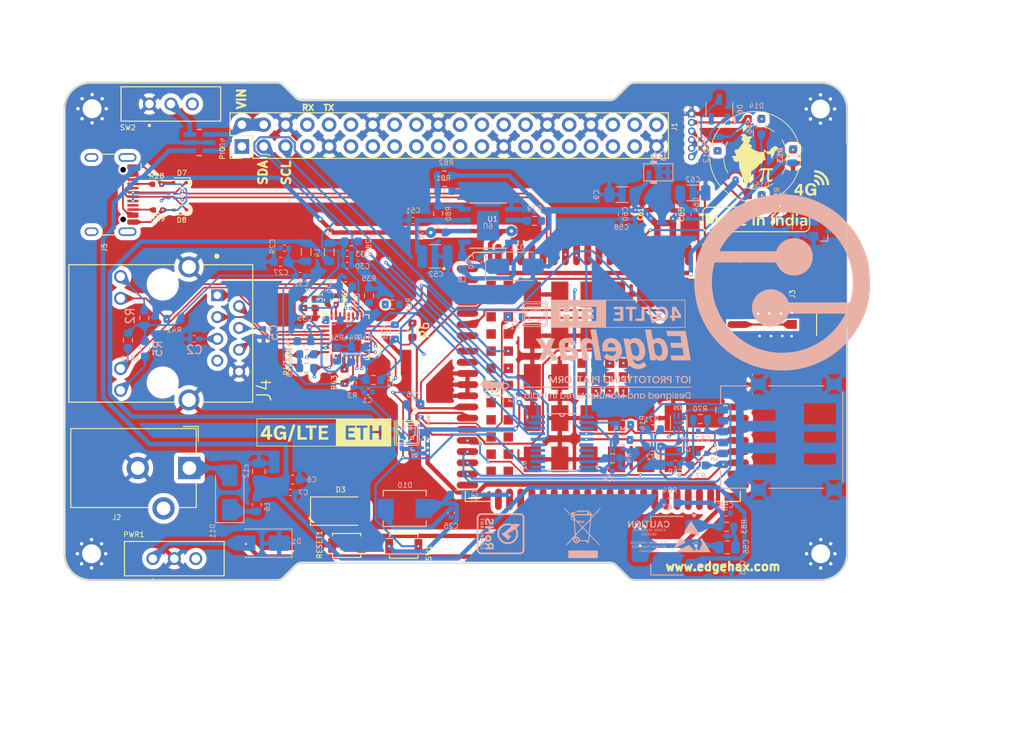
<source format=kicad_pcb>
(kicad_pcb (version 20241229) (generator "pcbnew") (generator_version "9.0")
  (layers (0 "F.Cu" signal) (4 "In1.Cu" signal) (6 "In2.Cu" signal) (2 "B.Cu" signal) (13 "F.Paste" user) (15 "B.Paste" user) (5 "F.SilkS" user "F.Silkscreen") (7 "B.SilkS" user "B.Silkscreen") (1 "F.Mask" user) (3 "B.Mask" user) (25 "Edge.Cuts" user))
  (net 0 "")
  (net 1 "RMII_RESET_N")
  (net 2 "GND")
  (net 3 "VDD_1.8V")
  (net 4 "VIN")
  (net 5 "VBAT")
  (net 6 "ANT_MAIN")
  (net 7 "Net-(D10-A2)")
  (net 8 "RMII_XTAL1")
  (net 9 "RMII_DVDD_3V3")
  (net 10 "RMII_AVDD_3V3")
  (net 11 "RMII_XTAL2")
  (net 12 "RMII_AVDDL0_1V2")
  (net 13 "RMII_DVDDL0_1V2")
  (net 14 "Net-(U9-BST)")
  (net 15 "Net-(D21-K)")
  (net 16 "Net-(U9-COMP)")
  (net 17 "Net-(C53--)")
  (net 18 "Net-(U3-GND)")
  (net 19 "Net-(C55--)")
  (net 20 "Net-(C57--)")
  (net 21 "USIM_VDD")
  (net 22 "UART_TXD0")
  (net 23 "UART_RXD0")
  (net 24 "Net-(D7-A)")
  (net 25 "/Signals/D+")
  (net 26 "/Signals/D-")
  (net 27 "Net-(D10-A1)")
  (net 28 "Net-(D11-K)")
  (net 29 "/power/Input/1")
  (net 30 "Net-(D12-A)")
  (net 31 "Net-(D13-A)")
  (net 32 "Net-(D14-K)")
  (net 33 "Net-(D15-K)")
  (net 36 "USB_D-")
  (net 37 "USB_D+")
  (net 38 "USB_VBUS")
  (net 39 "DBG_RXD")
  (net 40 "DBG_TXD")
  (net 41 "VBUS")
  (net 46 "Net-(J5-CC1)")
  (net 47 "Net-(J5-CC2)")
  (net 58 "SDA")
  (net 75 "VIN-J")
  (net 76 "SCL")
  (net 80 "PWRKEY")
  (net 81 "RMII_RST_N")
  (net 82 "Net-(Q4-Pad3)")
  (net 83 "Net-(Q6-B)")
  (net 84 "Net-(Q6-C)")
  (net 85 "Net-(U1D-RGMII{slash}RMII_RST_N)")
  (net 86 "Net-(U2-A8)")
  (net 87 "I2C_SDA")
  (net 88 "I2C_SCL")
  (net 89 "USB_BOOT")
  (net 90 "RMII_INT")
  (net 91 "Net-(U5-RXER)")
  (net 92 "Net-(U5-RBIAS)")
  (net 93 "RMII_MD_IO")
  (net 94 "LED0_AD0")
  (net 95 "LED1_AD1")
  (net 96 "CLK_MODE")
  (net 97 "RX_DV")
  (net 98 "RMII_RX_0")
  (net 99 "RMII_RX_1")
  (net 100 "RMII_CTL_RX")
  (net 101 "NET_STATUS")
  (net 102 "NET_MODE")
  (net 103 "STATUS")
  (net 104 "USIM_RST")
  (net 105 "USIM_CLK")
  (net 106 "USIM_DATA")
  (net 107 "Net-(U9-EN)")
  (net 108 "Net-(U9-FREQ)")
  (net 109 "Net-(U9-FB)")
  (net 110 "RESET_N")
  (net 111 "Net-(U4-ON)")
  (net 115 "RMII_MD_CLK")
  (net 121 "RMII_TX_1")
  (net 122 "RMII_CTL_TX")
  (net 135 "RMII_TX_0")
  (net 145 "RMII_CLK")
  (net 150 "TXD")
  (net 158 "RTS")
  (net 162 "DCD")
  (net 167 "CTS")
  (net 169 "DTR")
  (net 173 "RXD")
  (net 182 "RI")
  (net 191 "RXD2")
  (net 193 "MDI_TN")
  (net 195 "MDI_RP")
  (net 199 "MDI_TP")
  (net 200 "MDI_RN")
  (net 201 "VDD_3V3")
  (net 202 "VBAT_RF")
  (net 203 "VBAT_BB")
  (net 204 "Net-(C2-Pad2)")
  (net 205 "Net-(C5-Pad2)")
  (net 206 "Net-(J4-Pad9)")
  (net 207 "Net-(J4-Pad12)")
  (footprint "project_footprints:XTAL_SXT21415AA07-25.000MT" (layer "F.Cu") (at 140.325 111.075 90)
    (property "Reference" "Y1")
    (property "Value" "SXT21415AA07-25.000M")
  )
  (footprint "Resistor_SMD:R_0402_1005Metric" (layer "F.Cu") (at 122.61 97.2)
    (property "Reference" "R28")
    (property "Value" "5.1k")
  )
  (footprint "Capacitor_SMD:C_0402_1005Metric" (layer "F.Cu") (at 143.45 110.67 90)
    (property "Reference" "C26")
    (property "Value" "15pF")
  )
  (footprint "MountingHole:MountingHole_2.2mm_M2_Pad_Via" (layer "F.Cu") (at 199.8333 140.2333)
    (property "Reference" "H12" (hide yes))
    (property "Value" "MountingHole_Pad")
  )
  (footprint "project_footprints:SW_EG1218" (layer "F.Cu") (at 124.6 140.8)
    (property "Reference" "PWR1")
    (property "Value" "SW_Push")
  )
  (footprint "Connector_BarrelJack:BarrelJack_CUI_PJ-102AH_Horizontal" (layer "F.Cu") (at 126.35 130.25 -90)
    (property "Reference" "J2")
    (property "Value" "Jack-DC")
  )
  (footprint "LOGO" (layer "F.Cu") (at 151.658199 126.165122)
    (property "Reference" "eth" (hide yes))
    (property "Value" "LOGO" (hide yes))
  )
  (footprint "LOGO" (layer "F.Cu") (at 192.316124 93.537794)
    (property "Reference" "G***" (hide yes))
    (property "Value" "LOGO" (hide yes))
  )
  (footprint "Connector_PinHeader_1.00mm:PinHeader_1x06_P1.00mm_Vertical" (layer "F.Cu") (at 184.8 89)
    (property "Reference" "J1")
    (property "Value" "Conn_01x06")
  )
  (footprint "LOGO" (layer "F.Cu") (at 141.551333 126.88464)
    (property "Reference" "4G-ETH1" (hide yes))
    (property "Value" "4G-ETH" (hide yes))
  )
  (footprint "project_footprints:HANRUN_HR911105A" (layer "F.Cu") (at 123.25 114.575 90)
    (property "Reference" "J4")
    (property "Value" "HR911105A")
  )
  (footprint "Resistor_SMD:R_0603_1608Metric" (layer "F.Cu") (at 152.31 114.185 -90)
    (property "Reference" "R6")
    (property "Value" "NM_4.7K")
  )
  (footprint "project_footprints:SW_EG1218" (layer "F.Cu") (at 124.2 87.85)
    (property "Reference" "SW2")
    (property "Value" "PWR")
  )
  (footprint "Diode_SMD:D_0603_1608Metric" (layer "F.Cu") (at 192.1625 89.59 180)
    (property "Reference" "D14")
    (property "Value" "LED")
  )
  (footprint "Button_Switch_SMD:SW_SPST_B3U-1000P" (layer "F.Cu") (at 151.3037 139.3563)
    (property "Reference" "SW1")
    (property "Value" "SW_DIP_x01")
  )
  (footprint "LOGO" (layer "F.Cu") (at 192.324597 103.038324)
    (property "Reference" "MADEININDIA" (hide yes))
    (property "Value" "MADEININDIA" (hide yes))
  )
  (footprint "Resistor_SMD:R_0402_1005Metric" (layer "F.Cu") (at 122.71 100.2)
    (property "Reference" "R29")
    (property "Value" "5.1k")
  )
  (footprint "LOGO" (layer "F.Cu") (at 198.796432 97.038324)
    (property "Reference" "4G" (hide yes))
    (property "Value" "LOGO" (hide yes))
  )
  (footprint "Package_DFN_QFN:QFN-32-1EP_5x5mm_P0.5mm_EP3.45x3.45mm" (layer "F.Cu") (at 144.65 115)
    (property "Reference" "U5")
    (property "Value" "YT8512H")
  )
  (footprint "Resistor_SMD:R_0603_1608Metric" (layer "F.Cu") (at 140.025 118.6 180)
    (property "Reference" "R47")
    (property "Value" "NM")
  )
  (footprint "Connector_PinHeader_2.54mm:PinHeader_2x20_P2.54mm_Vertical" (layer "F.Cu") (at 132.46 92.8 90)
    (property "Reference" "PI0")
    (property "Value" "HEADER-2X20P1")
  )
  (footprint "Diode_SMD:D_SC-80" (layer "F.Cu") (at 125.275 97 180)
    (property "Reference" "D7")
    (property "Value" "PESD5V0S1UL")
  )
  (footprint "MountingHole:MountingHole_2.2mm_M2_Pad_Via" (layer "F.Cu") (at 199.8 88.4333)
    (property "Reference" "H11" (hide yes))
    (property "Value" "MountingHole_Pad")
  )
  (footprint "Diode_SMD:D_SMA" (layer "F.Cu") (at 143.9624 135.2662)
    (property "Reference" "D3")
    (property "Value" "SMAJ5.0CA")
  )
  (footprint "project_footprints:HRS_U.FL-R-SMT_01_" (layer "F.Cu") (at 198.05 113.52 -90)
    (property "Reference" "J3")
    (property "Value" "U.FL-R-SMT_01_")
  )
  (footprint "MountingHole:MountingHole_2.2mm_M2_Pad_Via" (layer "F.Cu") (at 114.9667 140.2333)
    (property "Reference" "H10" (hide yes))
    (property "Value" "MountingHole_Pad")
  )
  (footprint "Button_Switch_SMD:SW_SPST_B3U-1000P" (layer "F.Cu") (at 144.6624 139.2662 180)
    (property "Reference" "RESET1")
    (property "Value" "SW_Push")
  )
  (footprint "Capacitor_SMD:C_0402_1005Metric" (layer "F.Cu") (at 182.63 100.7273 90)
    (property "Reference" "C65")
    (property "Value" "10pF")
  )
  (footprint "Capacitor_SMD:C_0402_1005Metric" (layer "F.Cu") (at 180.03 100.6873 90)
    (property "Reference" "C61")
    (property "Value" "10pF")
  )
  (footprint "project_footprints:EC200A" (layer "F.Cu") (at 174.4693 119.6358)
    (property "Reference" "U1")
    (property "Value" "EC200A")
  )
  (footprint "Diode_SMD:D_0603_1608Metric" (layer "F.Cu") (at 192.1875 98.47 180)
    (property "Reference" "D15")
    (property "Value" "LED")
  )
  (footprint "Resistor_SMD:R_0603_1608Metric" (layer "F.Cu") (at 140.025 117 180)
    (property "Reference" "R45")
    (property "Value" "4.7K")
  )
  (footprint "Connector_USB:USB_C_Receptacle_HCTL_HC-TYPE-C-16P-01A" (layer "F.Cu") (at 116.04 98.4 -90)
    (property "Reference" "J5")
    (property "Value" "USB_C_Receptacle_USB2.0_16P")
  )
  (footprint "Diode_SMD:D_0603_1608Metric" (layer "F.Cu") (at 196.6 93.9625 90)
    (property "Reference" "D13")
    (property "Value" "LED")
  )
  (footprint "MountingHole:MountingHole_2.2mm_M2_Pad_Via" (layer "F.Cu") (at 115.0333 88.4)
    (property "Reference" "H9" (hide yes))
    (property "Value" "MountingHole_Pad")
  )
  (footprint "Diode_SMD:D_SC-80" (layer "F.Cu") (at 125.325 100.2 180)
    (property "Reference" "D8")
    (property "Value" "PESD5V0S1UL")
  )
  (footprint "Diode_SMD:D_0603_1608Metric" (layer "F.Cu") (at 187.82 94.0925 90)
    (property "Reference" "D12")
    (property "Value" "LED")
  )
  (footprint "Resistor_SMD:R_0603_1608Metric" (layer "F.Cu") (at 144.4 119.575 -90)
    (property "Reference" "R43")
    (property "Value" "NM")
  )
  (footprint "Capacitor_SMD:C_0402_1005Metric" (layer "F.Cu") (at 142.43 110.67 90)
    (property "Reference" "C31")
    (property "Value" "15pF")
  )
  (footprint "Package_TO_SOT_SMD:SOT-23-3" (layer "B.Cu") (at 188.04 88.4625 90)
    (property "Reference" "D6")
    (property "Value" "SP0505BAJT")
  )
  (footprint "Capacitor_SMD:C_0603_1608Metric" (layer "B.Cu") (at 188.685 141.89)
    (property "Reference" "C15")
    (property "Value" "10uF")
  )
  (footprint "Capacitor_SMD:C_0402_1005Metric" (layer "B.Cu") (at 135 114.48 90)
    (property "Reference" "C5")
    (property "Value" "0.1uF")
  )
  (footprint "Resistor_SMD:R_0603_1608Metric" (layer "B.Cu") (at 164.265 112.64)
    (property "Reference" "R1")
    (property "Value" "0R")
  )
  (footprint "Capacitor_SMD:C_0402_1005Metric" (layer "B.Cu") (at 186.07 125.94)
    (property "Reference" "C57")
    (property "Value" "33pF")
  )
  (footprint "Resistor_SMD:R_0603_1608Metric" (layer "B.Cu") (at 180.365 127.74 180)
    (property "Reference" "R72")
    (property "Value" "22E")
  )
  (footprint "project_footprints:FIL_DLM0NSN900HY2D" (layer "B.Cu") (at 124.3 98.55)
    (property "Reference" "FL1")
    (property "Value" "DLM0NSN900HY2D")
  )
  (footprint "Resistor_SMD:R_0603_1608Metric" (layer "B.Cu") (at 185.565 129.94)
    (property "Reference" "R73")
    (property "Value" "15k")
  )
  (footprint "Capacitor_SMD:C_1206_3216Metric" (layer "B.Cu") (at 184.955 98.2073)
    (property "Reference" "C62")
    (property "Value" "100uF")
  )
  (footprint "LOGO" (layer "B.Cu") (at 162.573664 137.90043 90)
    (property "Reference" "G1" (hide yes))
    (property "Value" "LOGO" (hide yes))
  )
  (footprint "Diode_SMD:D_SMA" (layer "B.Cu") (at 134.8 139 180)
    (property "Reference" "D1")
    (property "Value" "SMAJ5.0CA")
  )
  (footprint "Capacitor_SMD:C_0402_1005Metric" (layer "B.Cu") (at 178.2474 100.6572 -90)
    (property "Reference" "C60")
    (property "Value" "33pF")
  )
  (footprint "Capacitor_SMD:C_1210_3225Metric" (layer "B.Cu") (at 154.935 105.6)
    (property "Reference" "C52")
    (property "Value" "47uF")
  )
  (footprint "Resistor_SMD:R_0603_1608Metric" (layer "B.Cu") (at 143.085 113.02)
    (property "Reference" "R37")
    (property "Value" "2.49K")
  )
  (footprint "Resistor_SMD:R_0603_1608Metric" (layer "B.Cu") (at 185.815 124.54 180)
    (property "Reference" "R70")
    (property "Value" "22E")
  )
  (footprint "Resistor_SMD:R_0603_1608Metric" (layer "B.Cu") (at 139.975 118.6 180)
    (property "Reference" "R48")
    (property "Value" "NM")
  )
  (footprint "Capacitor_SMD:C_0402_1005Metric" (layer "B.Cu") (at 138.12 133.1 180)
    (property "Reference" "C7")
    (property "Value" "0.1uF")
  )
  (footprint "Inductor_SMD:L_0805_2012Metric" (layer "B.Cu") (at 139.9431 105.0964 -90)
    (property "Reference" "L4")
    (property "Value" "ACMS160808A1212A-120E 100MHZ")
  )
  (footprint "Capacitor_SMD:C_0603_1608Metric" (layer "B.Cu") (at 139.6903 115.4762 180)
    (property "Reference" "C34")
    (property "Value" "1uF")
  )
  (footprint "Capacitor_SMD:C_0402_1005Metric" (layer "B.Cu") (at 184.3709 100.7109 -90)
    (property "Reference" "C63")
    (property "Value" "100nF")
  )
  (footprint "Resistor_SMD:R_0603_1608Metric" (layer "B.Cu") (at 124.545 112.88)
    (property "Reference" "R41")
    (property "Value" "4.7K")
  )
  (footprint "Capacitor_SMD:C_0402_1005Metric" (layer "B.Cu") (at 156.8037 135.4763 -90)
    (property "Reference" "C25")
    (property "Value" "dnm")
  )
  (footprint "Resistor_SMD:R_0603_1608Metric" (layer "B.Cu") (at 147.775 120)
    (property "Reference" "R33")
    (property "Value" "4.7k")
  )
  (footprint "Resistor_SMD:R_0603_1608Metric" (layer "B.Cu") (at 143.525 116.9875 90)
    (property "Reference" "R50")
    (property "Value" "4.7K")
  )
  (footprint "Capacitor_SMD:C_0402_1005Metric" (layer "B.Cu") (at 160 106.25 90)
    (property "Reference" "C50")
    (property "Value" "0.1uF")
  )
  (footprint "project_footprints:Rclamp" (layer "B.Cu") (at 183.29 124.96 90)
    (property "Reference" "D20")
    (property "Value" "RClamp0854P.TCT")
  )
  (footprint "Capacitor_SMD:C_0603_1608Metric" (layer "B.Cu") (at 138.375 131.6 180)
    (property "Reference" "C6")
    (property "Value" "10uF")
  )
  (footprint "Resistor_SMD:R_0603_1608Metric" (layer "B.Cu") (at 182.285 134.29 180)
    (property "Reference" "R84")
    (property "Value" "0.39k")
  )
  (footprint "Resistor_SMD:R_0603_1608Metric" (layer "B.Cu") (at 145.2 117.025 90)
    (property "Reference" "R44")
    (property "Value" "4.7K")
  )
  (footprint "PCM_Diode_SMD_AKL:D_SOD-323F" (layer "B.Cu") (at 180.93 95.8073)
    (property "Reference" "D4")
    (property "Value" "ws4.5d3hv" (hide yes))
  )
  (footprint "Resistor_SMD:R_0603_1608Metric" (layer "B.Cu") (at 175.605 129.12 180)
    (property "Reference" "R4")
    (property "Value" "10K")
  )
  (footprint "LOGO" (layer "B.Cu") (at 172.098827 137.801746 180)
    (property "Reference" "G2" (hide yes))
    (property "Value" "LOGO" (hide yes))
  )
  (footprint "Resistor_SMD:R_0402_1005Metric" (layer "B.Cu") (at 145.4 120.31 -90)
    (property "Reference" "R3")
    (property "Value" "R")
  )
  (footprint "Capacitor_SMD:C_0603_1608Metric" (layer "B.Cu") (at 144.5454 109.0697 180)
    (property "Reference" "C36")
    (property "Value" "1uF")
  )
  (footprint "project_footprints:DTC043ZEBTL" (layer "B.Cu") (at 152.58 127.4 180)
    (property "Reference" "Q5")
    (property "Value" "DTC043ZEBTL")
  )
  (footprint "Package_TO_SOT_SMD:SOT-223-3_TabPin2" (layer "B.Cu") (at 181.96 139.29 180)
    (property "Reference" "U3")
    (property "Value" "LM1117MP-3.3")
  )
  (footprint "Capacitor_SMD:C_0805_2012Metric" (layer "B.Cu") (at 188.96 139.49)
    (property "Reference" "C56")
    (property "Value" "10uF")
  )
  (footprint "LOGO" (layer "B.Cu") (at 182.230569 138.159389 180)
    (property "Reference" "G3" (hide yes))
    (property "Value" "LOGO" (hide yes))
  )
  (footprint "Capacitor_SMD:C_0402_1005Metric" (layer "B.Cu") (at 186.07 128.54)
    (property "Reference" "C55")
    (property "Value" "33pF")
  )
  (footprint "Capacitor_SMD:C_0805_2012Metric" (layer "B.Cu") (at 134.45 130.65 -90)
    (property "Reference" "c12")
    (property "Value" "0.1uF")
  )
  (footprint "Capacitor_SMD:C_0402_1005Metric" (layer "B.Cu") (at 144.4504 110.6697 180)
    (property "Reference" "C37")
    (property "Value" "0.1uF")
  )
  (footprint "Resistor_SMD:R_0603_1608Metric" (layer "B.Cu") (at 146.8 116.975 -90)
    (property "Reference" "R49")
    (property "Value" "NM")
  )
  (footprint "Capacitor_SMD:C_0603_1608Metric" (layer "B.Cu") (at 145.205 103.86)
    (property "Reference" "C28")
    (property "Value" "1uF")
  )
  (footprint "LOGO" (layer "B.Cu") (at 166.588763 112.328531 180)
    (property "Reference" "eth1" (hide yes))
    (property "Value" "LOGO" (hide yes))
  )
  (footprint "Resistor_SMD:R_0603_1608Metric" (layer "B.Cu") (at 155.3025 100.595 90)
    (property "Reference" "R80")
    (property "Value" "100k")
  )
  (footprint "Capacitor_SMD:C_0402_1005Metric" (layer "B.Cu") (at 139.7853 113.7762 180)
    (property "Reference" "C35")
    (property "Value" "0.1uF")
  )
  (footprint "Resistor_SMD:R_0603_1608Metric" (layer "B.Cu") (at 121.2 116.375 -90)
    (property "Reference" "R5")
    (property "Value" "300R")
  )
  (footprint "LOGO" (layer "B.Cu") (at 176.708667 113.05464 180)
    (property "Reference" "4G-ETH" (hide yes))
    (property "Value" "4G-ETH" (hide yes))
  )
  (footprint "project_footprints:DTC043ZEBTL" (layer "B.Cu") (at 152.58 124.8 180)
    (property "Reference" "Q4")
    (property "Value" "DTC043ZEBTL")
  )
  (footprint "Capacitor_SMD:C_0402_1005Metric" (layer "B.Cu") (at 186.03 100.6873 -90)
    (property "Reference" "C64")
    (property "Value" "33pF")
  )
  (footprint "Resistor_SMD:R_0603_1608Metric" (layer "B.Cu") (at 196.64 93.875 90)
    (property "Reference" "R53")
    (property "Value" "1k")
  )
  (footprint "Resistor_SMD:R_0603_1608Metric" (layer "B.Cu") (at 121.1 112.775 90)
    (property "Reference" "R2")
    (property "Value" "300E")
  )
  (footprint "project_footprints:TXS01" (layer "B.Cu") (at 169.7272 127.2236 180)
    (property "Reference" "U2")
    (property "Value" "TXS0108E")
  )
  (footprint "Connector_Card:nanoSIM_GCT_SIM8060-6-0-14-00" (layer "B.Cu") (at 195.29 126.64 -90)
    (property "Reference" "J6")
    (property "Value" "SIM_Card_Shielded")
  )
  (footprint "Resistor_SMD:R_0603_1608Metric" (layer "B.Cu") (at 192.92 90.465 -90)
    (property "Reference" "R56")
    (property "Value" "2.2k")
  )
  (footprint "Resistor_SMD:R_0603_1608Metric" (layer "B.Cu") (at 147.26 110.175 -90)
    (property "Reference" "R35")
    (property "Value" "NM")
  )
  (footprint "Capacitor_SMD:C_0402_1005Metric" (layer "B.Cu") (at 183.39 127.66 90)
    (property "Reference" "C53")
    (property "Value" "33pF")
  )
  (footprint "Resistor_SMD:R_0603_1608Metric" (layer "B.Cu") (at 150.27 114.395 -90)
    (property "Reference" "R38")
    (property "Value" "4.7K")
  )
  (footprint "Resistor_SMD:R_0603_1608Metric" (layer "B.Cu") (at 176.805 126.98)
    (property "Reference" "R15")
    (property "Value" "2.2K")
  )
  (footprint "Resistor_SMD:R_0603_1608Metric" (layer "B.Cu") (at 152.475 122.81 180)
    (property "Reference" "R36")
    (property "Value" "4.7K")
  )
  (footprint "Resistor_SMD:R_0603_1608Metric" (layer "B.Cu") (at 149.975 111.2)
    (property "Reference" "R51")
    (property "Value" "NM")
  )
  (footprint "Capacitor_SMD:C_0402_1005Metric" (layer "B.Cu") (at 152.3825 101.42 180)
    (property "Reference" "C51")
    (property "Value" "150pF")
  )
  (footprint "Diode_SMD:D_SMA" (layer "B.Cu") (at 164.34 106.75)
    (property "Reference" "D21")
    (property "Value" "B340")
  )
  (footprint "Capacitor_SMD:C_1206_3216Metric" (layer "B.Cu") (at 176.705 98.4073 180)
    (property "Reference" "C9")
    (property "Value" "100uF")
  )
  (footprint "Capacitor_SMD:C_0402_1005Metric" (layer "B.Cu") (at 144.71 106.66)
    (property "Reference" "C30")
    (property "Value" "0.1uF")
  )
  (footprint "project_footprints:DO-214AASMB_J-BEND_LTF" (layer "B.Cu") (at 151.4135 134.9563 180)
    (property "Reference" "D10")
    (property "Value" "SMAJ5.0CA")
  )
  (footprint "Capacitor_SMD:C_0402_1005Metric" (layer "B.Cu") (at 139.2631 107.8339)
    (property "Reference" "C32")
    (property "Value" "0.1uF")
  )
  (footprint "project_footprints:SOT-23" (layer "B.Cu") (at 200.014 102.37 90)
    (property "Reference" "Q6")
    (property "Value" "S8050")
  )
  (footprint "Inductor_SMD:L_0603_1608Metric" (layer "B.Cu") (at 158.11 106.3325 -90)
    (property "Reference" "L8")
    (property "Value" "22uH")
  )
  (footprint "Resistor_SMD:R_0603_1608Metric" (layer "B.Cu") (at 197.04 102.195 -90)
    (property "Reference" "R59")
    (property "Value" "4.7k")
  )
  (footprint "Inductor_SMD:L_0603_1608Metric" (layer "B.Cu") (at 134.2 134.5125 90)
    (property "Reference" "L6")
    (property "Value" "22uH")
  )
  (footprint "Capacitor_SMD:C_0402_1005Metric" (layer "B.Cu") (at 144.71 105.26)
    (property "Reference" "C33")
    (property "Value" "0.1uF")
  )
  (footprint "Capacitor_SMD:C_0402_1005Metric" (layer "B.Cu") (at 126.92 115.2)
    (property "Reference" "C2")
    (property "Value" "0.1uF")
  )
  (footprint "Resistor_SMD:R_0603_1608Metric" (layer "B.Cu") (at 140.024 117 180)
    (property "Reference" "R46")
    (property "Value" "NM")
  )
  (footprint "Resistor_SMD:R_0603_1608Metric" (layer "B.Cu") (at 192.95 99.305 -90)
    (property "Reference" "R57")
    (property "Value" "2.2k")
  )
  (footprint "Diode_SMD:D_SMA" (layer "B.Cu") (at 131.05 133.1 90)
    (property "Reference" "D11")
    (property "Value" "SS34")
  )
  (footprint "Resistor_SMD:R_0603_1608Metric" (layer "B.Cu") (at 166.525 101.46 180)
    (property "Reference" "R79")
    (property "Value" "100k")
  )
  (footprint "Capacitor_SMD:C_0402_1005Metric" (layer "B.Cu") (at 176.63 100.7273 -90)
    (property "Reference" "C58")
    (property "Value" "100nF")
  )
  (footprint "Resistor_SMD:R_0603_1608Metric" (layer "B.Cu") (at 119.2 115.375 90)
    (property "Reference" "R42")
    (property "Value" "4.7K")
  )
  (footprint "Resistor_SMD:R_0603_1608Metric" (layer "B.Cu") (at 188.885 137.09 180)
    (property "Reference" "R83")
    (property "Value" "0.24k")
  )
  (footprint "project_footprints:SOIC8E_MPS" (layer "B.Cu") (at 161.1025 102.02)
    (property "Reference" "U9")
    (property "Value" "MP1584EN")
  )
  (footprint "Resistor_SMD:R_0603_1608Metric" (layer "B.Cu") (at 156.015 96.18)
    (property "Reference" "R82")
    (property "Value" "40.2k")
  )
  (footprint "Capacitor_SMD:C_0402_1005Metric" (layer "B.Cu") (at 164.74 122.13 90)
    (property "Reference" "C3")
    (property "Value" "100nF")
  )
  (footprint "Resistor_SMD:R_0603_1608Metric" (layer "B.Cu") (at 176.885 125.2)
    (property "Reference" "R14")
    (property "Value" "2.2K")
  )
  (footprint "Inductor_SMD:L_0805_2012Metric" (layer "B.Cu") (at 142.63 105.1225 90)
    (property "Reference" "L5")
    (property "Value" "ACMS160808A1212A-120E 100MHZ")
  )
  (footprint "Resistor_SMD:R_0603_1608Metric" (layer "B.Cu") (at 194.998 100.535 -90)
    (property "Reference" "R54")
    (property "Value" "4.7k")
  )
  (footprint "Resistor_SMD:R_0603_1608Metric" (layer "B.Cu") (at 156.0775 97.985)
    (property "Reference" "R81")
    (property "Value" "150k")
  )
  (footprint "Resistor_SMD:R_0603_1608Metric" (layer "B.Cu") (at 180.365 125.74 180)
    (property "Reference" "R71")
    (property "Value" "22E")
  )
  (footprint "Capacitor_SMD:C_0402_1005Metric" (layer "B.Cu") (at 147.17 121.37)
    (property "Reference" "C1")
    (property "Value" "C")
  )
  (footprint "project_footprints:TPS22929D" (layer "B.Cu") (at 127.5124 92.34)
    (property "Reference" "U4")
    (property "Value" "TPS22929D")
  )
  (footprint "Resistor_SMD:R_0603_1608Metric" (layer "B.Cu") (at 187.82 92.475 -90)
    (property "Reference" "R52")
    (property "Value" "1k")
  )
  (footprint "Capacitor_SMD:C_0402_1005Metric" (layer "B.Cu") (at 175.1 130.6 180)
    (property "Reference" "C4")
    (property "Value" "100nF")
  )
  (footprint "Resistor_SMD:R_0603_1608Metric" (layer "B.Cu") (at 157.5787 133.3563 180)
    (property "Reference" "R32")
    (property "Value" "1k")
  )
  (footprint "Capacitor_SMD:C_0402_1005Metric" (layer "B.Cu") (at 188.83 135.49 180)
    (property "Reference" "C54")
    (property "Value" "0.1uF")
  )
  (footprint "Capacitor_SMD:C_0402_1005Metric" (layer "B.Cu") (at 182.91 129.74)
    (property "Reference" "C59")
    (property "Value" "33pF")
  )
  (footprint "Capacitor_SMD:C_0402_1005Metric" (layer "B.Cu") (at 137.4231 104.6339 180)
    (property "Reference" "C29")
    (property "Value" "0.1uF")
  )
  (footprint "Capacitor_SMD:C_0603_1608Metric" (layer "B.Cu") (at 136.9681 106.2339 180)
    (property "Reference" "C27")
    (property "Value" "1uF")
  )
  (footprint "Resistor_SMD:R_0603_1608Metric" (layer "B.Cu") (at 155.2775 102.82 180)
    (property "Reference" "R78")
    (property "Value" "100k")
  )
  (gr_poly (pts (xy 134.449 131.6) (xy 137.6 131.599) (xy 137.63 133.36) (xy 134.2 133.726)) (stroke (width 0.2)) (fill yes) (layer "B.Cu") (net 4))
  (gr_poly (pts (xy 183.038133 121.558579) (xy 183.016146 121.560411) (xy 182.994193 121.563698) (xy 182.972375 121.568411) (xy 182.950797 121.574519) (xy 182.92956 121.581993) (xy 182.921778 121.587177) (xy 182.914407 121.592405) (xy 182.907413 121.597695) (xy 182.900762 121.603065) (xy 182.894419 121.608535) (xy 182.888349 121.614123) (xy 182.882517 121.619846) (xy 182.87689 121.625725) (xy 182.871431 121.631776) (xy 182.866107 121.638019) (xy 182.860884 121.644471) (xy 182.855726 121.651152) (xy 182.850598 121.65808) (xy 182.845467 121.665273) (xy 182.835054 121.68053) (xy 182.833938 121.705768) (xy 182.833659 121.714713) (xy 182.833566 121.722449) (xy 182.833659 121.729906) (xy 182.833938 121.738014) (xy 182.835054 121.759905) (xy 182.852526 121.761532) (xy 182.86637 121.762695) (xy 182.877889 121.763393) (xy 182.883183 121.763567) (xy 182.888384 121.763625) (xy 182.893655 121.763567) (xy 182.899159 121.763393) (xy 182.911515 121.762695) (xy 182.926754 121.761532) (xy 182.946179 121.759905) (xy 182.968999 121.720217) (xy 182.993804 121.68053) (xy 183.002236 121.678863) (xy 183.010428 121.677511) (xy 183.018416 121.676453) (xy 183.02624 121.675669) (xy 183.033934 121.675141) (xy 183.041539 121.674848) (xy 183.049089 121.674771) (xy 183.056624 121.67489) (xy 183.071794 121.675637) (xy 183.087348 121.676931) (xy 183.120804 121.68053) (xy 183.132397 121.689805) (xy 183.137078 121.693691) (xy 183.141079 121.697198) (xy 183.144449 121.700418) (xy 183.145912 121.701948) (xy 183.147235 121.703441) (xy 183.148425 121.704908) (xy 183.149486 121.70636) (xy 183.150425 121.707809) (xy 183.151248 121.709266) (xy 183.151962 121.710743) (xy 183.152571 121.71225) (xy 183.153083 121.713801) (xy 183.153502 121.715405) (xy 183.153836 121.717075) (xy 183.15409 121.718822) (xy 183.154269 121.720657) (xy 183.154381 121.722592) (xy 183.154424 121.726807) (xy 183.154268 121.731559) (xy 183.153546 121.743037) (xy 183.150484 121.74859) (xy 183.147169 121.753871) (xy 183.143612 121.758891) (xy 183.139824 121.763659) (xy 183.135817 121.768188) (xy 183.131601 121.772486) (xy 183.127187 121.776564) (xy 183.122586 121.780433) (xy 183.117809 121.784103) (xy 183.112867 121.787585) (xy 183.107771 121.790889) (xy 183.102532 121.794026) (xy 183.091668 121.799838) (xy 183.080363 121.805106) (xy 183.068705 121.809912) (xy 183.056781 121.814342) (xy 183.044679 121.818477) (xy 183.032486 121.822402) (xy 183.00818 121.829954) (xy 182.984564 121.837667) (xy 182.948664 121.850865) (xy 182.921149 121.861334) (xy 182.909977 121.865858) (xy 182.900232 121.870072) (xy 182.891689 121.874103) (xy 182.884126 121.878073) (xy 182.877319 121.882109) (xy 182.871045 121.886333) (xy 182.86508 121.890872) (xy 182.859201 121.895848) (xy 182.853185 121.901387) (xy 182.846808 121.907613) (xy 182.832078 121.922623) (xy 182.828953 121.933865) (xy 182.826293 121.944883) (xy 182.824091 121.955709) (xy 182.822344 121.966374) (xy 182.821046 121.97691) (xy 182.820192 121.987348) (xy 182.819778 121.99772) (xy 182.819799 122.008057) (xy 182.820251 122.018391) (xy 182.821127 122.028753) (xy 182.822425 122.039175) (xy 182.824138 122.049688) (xy 182.826262 122.060323) (xy 182.828793 122.071113) (xy 182.831725 122.082088) (xy 182.835054 122.09328) (xy 182.841587 122.101634) (xy 182.847816 122.109286) (xy 182.853817 122.116288) (xy 182.859668 122.122694) (xy 182.865446 122.128559) (xy 182.871228 122.133936) (xy 182.87709 122.138878) (xy 182.883109 122.143439) (xy 182.889364 122.147672) (xy 182.89593 122.151632) (xy 182.902884 122.155373) (xy 182.910304 122.158947) (xy 182.918267 122.162409) (xy 182.926849 122.165811) (xy 182.936127 122.169209) (xy 182.946179 122.172655) (xy 183.011089 122.177843) (xy 183.060705 122.181195) (xy 183.080748 122.182078) (xy 183.098132 122.182375) (xy 183.113245 122.182045) (xy 183.126475 122.181045) (xy 183.138211 122.179333) (xy 183.148839 122.176867) (xy 183.158748 122.173606) (xy 183.168326 122.169506) (xy 183.177962 122.164525) (xy 183.188043 122.158623) (xy 183.211093 122.143881) (xy 183.226278 122.129363) (xy 183.233228 122.122476) (xy 183.239741 122.115735) (xy 183.24581 122.109066) (xy 183.251431 122.102393) (xy 183.256595 122.095641) (xy 183.261298 122.088734) (xy 183.263474 122.085199) (xy 183.265532 122.081597) (xy 183.267472 122.077919) (xy 183.269292 122.074155) (xy 183.270992 122.070296) (xy 183.272572 122.066332) (xy 183.274029 122.062254) (xy 183.275364 122.058053) (xy 183.276576 122.053719) (xy 183.277663 122.049242) (xy 183.278626 122.044614) (xy 183.279463 122.039824) (xy 183.280173 122.034864) (xy 183.280757 122.029724) (xy 183.281212 122.024394) (xy 183.281538 122.018865) (xy 183.279554 121.982155) (xy 183.262082 121.980527) (xy 183.248238 121.979364) (xy 183.236719 121.978666) (xy 183.231425 121.978492) (xy 183.226224 121.978434) (xy 183.220953 121.978492) (xy 183.215449 121.978666) (xy 183.203094 121.979364) (xy 183.187854 121.980527) (xy 183.168429 121.982155) (xy 183.156086 122.001731) (xy 183.144033 122.021492) (xy 183.132273 122.041427) (xy 183.120804 122.061529) (xy 183.109176 122.064866) (xy 183.097838 122.067708) (xy 183.08675 122.070065) (xy 183.075869 122.07195) (xy 183.065153 122.073371) (xy 183.05456 122.074341) (xy 183.044048 122.07487) (xy 183.033576 122.074967) (xy 183.023101 122.074645) (xy 183.012582 122.073914) (xy 183.001976 122.072784) (xy 182.991241 122.071266) (xy 182.980336 122.069371) (xy 182.969219 122.067109) (xy 182.957847 122.064492) (xy 182.946179 122.061529) (xy 182.946179 121.982155) (xy 182.998675 121.958457) (xy 183.051343 121.935553) (xy 183.077844 121.924533) (xy 183.104511 121.913874) (xy 183.131385 121.903628) (xy 183.158507 121.89385) (xy 183.176615 121.886593) (xy 183.192208 121.879967) (xy 183.199234 121.876722) (xy 183.205836 121.873435) (xy 183.212085 121.870036) (xy 183.218047 121.86646) (xy 183.223792 121.862639) (xy 183.229388 121.858506) (xy 183.234905 121.853995) (xy 183.240409 121.849037) (xy 183.24597 121.843566) (xy 183.251656 121.837515) (xy 183.257537 121.830817) (xy 183.263679 121.823404) (xy 183.270171 121.796307) (xy 183.272852 121.784082) (xy 183.2751 121.772568) (xy 183.276871 121.761636) (xy 183.278124 121.751156) (xy 183.278816 121.740999) (xy 183.278904 121.731036) (xy 183.278345 121.721138) (xy 183.277098 121.711176) (xy 183.275119 121.70102) (xy 183.272366 121.690543) (xy 183.268797 121.679614) (xy 183.264369 121.668104) (xy 183.259039 121.655884) (xy 183.252765 121.642826) (xy 183.245127 121.634549) (xy 183.237201 121.62672) (xy 183.229 121.619335) (xy 183.220538 121.61239) (xy 183.211827 121.605883) (xy 183.202881 121.59981) (xy 183.193711 121.594166) (xy 183.184331 121.588948) (xy 183.174753 121.584152) (xy 183.164991 121.579776) (xy 183.155057 121.575814) (xy 183.144965 121.572264) (xy 183.134726 121.569121) (xy 183.124355 121.566383) (xy 183.103264 121.562103) (xy 183.081795 121.559395) (xy 183.06005 121.558231)) (stroke (width -0.000001)) (fill yes) (layer "B.SilkS"))
  (gr_poly (pts (xy 184.519332 121.410902) (xy 184.411548 121.412638) (xy 184.368208 121.41453) (xy 184.330817 121.417351) (xy 184.298561 121.421289) (xy 184.270627 121.426529) (xy 184.2462 121.433257) (xy 184.224467 121.44166) (xy 184.204613 121.451923) (xy 184.185826 121.464232) (xy 184.16729 121.478774) (xy 184.148192 121.495734) (xy 184.105054 121.537654) (xy 184.091995 121.555719) (xy 184.080194 121.573969) (xy 184.069612 121.592413) (xy 184.060212 121.611065) (xy 184.051955 121.629934) (xy 184.044803 121.649033) (xy 184.038718 121.668373) (xy 184.033662 121.687966) (xy 184.029597 121.707822) (xy 184.026484 121.727953) (xy 184.024286 121.748371) (xy 184.022964 121.769086) (xy 184.022481 121.790111) (xy 184.022798 121.811456) (xy 184.023876 121.833134) (xy 184.025679 121.855155) (xy 184.029889 121.874349) (xy 184.034622 121.89299) (xy 184.039901 121.9111) (xy 184.045748 121.928705) (xy 184.052186 121.945827) (xy 184.059239 121.962491) (xy 184.066928 121.97872) (xy 184.075277 121.994539) (xy 184.084309 122.00997) (xy 184.094046 122.025038) (xy 184.104511 122.039767) (xy 184.115726 122.05418) (xy 184.127716 122.068302) (xy 184.140502 122.082156) (xy 184.154107 122.095765) (xy 184.168554 122.109155) (xy 184.197677 122.125583) (xy 184.226682 122.139263) (xy 184.255643 122.150426) (xy 184.28463 122.159308) (xy 184.313716 122.166139) (xy 184.342972 122.171154) (xy 184.372469 122.174585) (xy 184.402281 122.176666) (xy 184.432478 122.177629) (xy 184.463132 122.177707) (xy 184.5261 122.176143) (xy 184.591757 122.173838) (xy 184.660679 122.172655) (xy 184.660679 121.505905) (xy 184.565429 121.505905) (xy 184.565429 122.077404) (xy 184.501531 122.081148) (xy 184.475076 122.082373) (xy 184.451602 122.083043) (xy 184.430597 122.083064) (xy 184.411549 122.082344) (xy 184.393947 122.080789) (xy 184.37728 122.078307) (xy 184.361034 122.074805) (xy 184.3447 122.070189) (xy 184.327766 122.064367) (xy 184.309719 122.057246) (xy 184.290049 122.048732) (xy 184.268243 122.038732) (xy 184.216179 122.013904) (xy 184.204675 122.001165) (xy 184.19435 121.988399) (xy 184.185137 121.975573) (xy 184.176967 121.962652) (xy 184.169771 121.949602) (xy 184.163481 121.936388) (xy 184.158029 121.922975) (xy 184.153346 121.909329) (xy 184.149365 121.895415) (xy 184.146015 121.881199) (xy 184.143231 121.866646) (xy 184.140942 121.851722) (xy 184.139081 121.836393) (xy 184.137578 121.820623) (xy 184.135378 121.787623) (xy 184.136053 121.772836) (xy 184.137117 121.758514) (xy 184.1386 121.744625) (xy 184.140534 121.731137) (xy 184.142949 121.718016) (xy 184.145876 121.705231) (xy 184.149347 121.692748) (xy 184.153392 121.680535) (xy 184.158043 121.668559) (xy 184.163331 121.656788) (xy 184.169286 121.645188) (xy 184.17594 121.633728) (xy 184.183324 121.622375) (xy 184.191468 121.611096) (xy 184.200405 121.599857) (xy 184.210164 121.588628) (xy 184.220685 121.579337) (xy 184.231001 121.57074) (xy 184.241137 121.562813) (xy 184.251118 121.555528) (xy 184.260967 121.548859) (xy 184.270709 121.54278) (xy 184.280367 121.537265) (xy 184.289966 121.532288) (xy 184.29953 121.527822) (xy 184.309083 121.523842) (xy 184.31865 121.52032) (xy 184.328254 121.517231) (xy 184.337919 121.514548) (xy 184.347671 121.512245) (xy 184.367528 121.508676) (xy 184.388019 121.506312) (xy 184.409337 121.504945) (xy 184.431674 121.504364) (xy 184.455225 121.504359) (xy 184.565429 121.505905) (xy 184.660679 121.505905) (xy 184.660679 121.410654)) (stroke (width -0.000001)) (fill yes) (layer "B.SilkS"))
  (gr_poly (pts (xy 160.836025 119.962929) (xy 160.793237 119.963239) (xy 160.748962 119.964045) (xy 160.70394 119.964479) (xy 160.649059 119.965149) (xy 160.594179 119.96603) (xy 160.594179 120.013655) (xy 160.54854 120.022585) (xy 160.532122 120.030229) (xy 160.525396 120.033544) (xy 160.519518 120.036676) (xy 160.514385 120.039745) (xy 160.512064 120.041292) (xy 160.509891 120.042868) (xy 160.507851 120.044486) (xy 160.505932 120.046162) (xy 160.50412 120.04791) (xy 160.502403 120.049745) (xy 160.500767 120.051682) (xy 160.499199 120.053735) (xy 160.497687 120.05592) (xy 160.496217 120.05825) (xy 160.493351 120.063408) (xy 160.490496 120.069325) (xy 160.487549 120.076121) (xy 160.484404 120.083912) (xy 160.477102 120.102951) (xy 160.467181 120.15653) (xy 160.387805 120.124779) (xy 160.390782 120.168435) (xy 160.39006 120.17885) (xy 160.389136 120.188324) (xy 160.387983 120.196968) (xy 160.386575 120.20489) (xy 160.384886 120.212201) (xy 160.382889 120.219009) (xy 160.380558 120.225424) (xy 160.377866 120.231556) (xy 160.374787 120.237513) (xy 160.371295 120.243406) (xy 160.367363 120.249343) (xy 160.362965 120.255435) (xy 160.358074 120.26179) (xy 160.352664 120.268517) (xy 160.340181 120.283529) (xy 160.331924 120.303244) (xy 160.323877 120.323046) (xy 160.316045 120.342934) (xy 160.308431 120.362904) (xy 160.3039 120.374581) (xy 160.300274 120.3837) (xy 160.29718 120.391008) (xy 160.295717 120.394214) (xy 160.294247 120.397247) (xy 160.292725 120.400198) (xy 160.291103 120.403162) (xy 160.287375 120.409497) (xy 160.282691 120.416997) (xy 160.27668 120.426405) (xy 160.229056 120.44228) (xy 160.229056 120.474029) (xy 160.197306 120.474029) (xy 160.195678 120.485905) (xy 160.194514 120.495362) (xy 160.194107 120.499474) (xy 160.193817 120.50333) (xy 160.193642 120.507047) (xy 160.193584 120.510741) (xy 160.193642 120.514527) (xy 160.193817 120.518523) (xy 160.194107 120.522845) (xy 160.194514 120.527608) (xy 160.195678 120.538925) (xy 160.197306 120.553405) (xy 160.205975 120.563078) (xy 160.214554 120.571853) (xy 160.223091 120.579778) (xy 160.231637 120.586907) (xy 160.240242 120.593288) (xy 160.248956 120.598975) (xy 160.257828 120.604016) (xy 160.266909 120.608465) (xy 160.276249 120.612371) (xy 160.285898 120.615786) (xy 160.295906 120.61876) (xy 160.306323 120.621345) (xy 160.317199 120.623591) (xy 160.328583 120.625551) (xy 160.340527 120.627273) (xy 160.353079 120.628811) (xy 160.369688 120.629965) (xy 160.386304 120.631029) (xy 160.402926 120.631975) (xy 160.419555 120.63278) (xy 160.37193 120.648654) (xy 160.36827 120.661842) (xy 160.365415 120.674556) (xy 160.363325 120.686861) (xy 160.361959 120.698823) (xy 160.36128 120.710506) (xy 160.361247 120.721975) (xy 160.361821 120.733294) (xy 160.362963 120.74453) (xy 160.364633 120.755745) (xy 160.366792 120.767006) (xy 160.3694 120.778377) (xy 160.372419 120.789923) (xy 160.379528 120.8138) (xy 160.387805 120.839154) (xy 160.440391 120.845107) (xy 160.460192 120.847166) (xy 160.468381 120.848136) (xy 160.475638 120.849148) (xy 160.482118 120.850263) (xy 160.487975 120.851542) (xy 160.493366 120.853046) (xy 160.498446 120.854836) (xy 160.503371 120.856974) (xy 160.508295 120.859519) (xy 160.513376 120.862533) (xy 160.518768 120.866078) (xy 160.524626 120.870214) (xy 160.531106 120.875002) (xy 160.546556 120.886779) (xy 160.557699 120.906078) (xy 160.56154 120.913011) (xy 160.564721 120.919126) (xy 160.567617 120.925166) (xy 160.570598 120.931875) (xy 160.574037 120.939998) (xy 160.578306 120.950279) (xy 160.598645 120.94104) (xy 160.606943 120.937164) (xy 160.614148 120.93366) (xy 160.620376 120.930436) (xy 160.625744 120.927397) (xy 160.630368 120.924452) (xy 160.634364 120.921506) (xy 160.637848 120.918468) (xy 160.640937 120.915243) (xy 160.643747 120.911739) (xy 160.646394 120.907864) (xy 160.648995 120.903523) (xy 160.651665 120.898624) (xy 160.65768 120.886779) (xy 160.695384 120.934404) (xy 160.737055 120.98203) (xy 160.768805 120.98203) (xy 160.784681 121.013779) (xy 160.816431 121.013779) (xy 160.816431 121.20428) (xy 160.784681 121.20428) (xy 160.75293 121.299529) (xy 160.716219 121.296553) (xy 160.702081 121.297568) (xy 160.691105 121.298537) (xy 160.686541 121.299077) (xy 160.682454 121.299692) (xy 160.678739 121.300412) (xy 160.675292 121.301266) (xy 160.672007 121.302282) (xy 160.668781 121.30349) (xy 160.665508 121.30492) (xy 160.662084 121.306599) (xy 160.658404 121.308557) (xy 160.654363 121.310823) (xy 160.644783 121.316397) (xy 160.639782 121.325142) (xy 160.635542 121.333778) (xy 160.63201 121.342331) (xy 160.62913 121.35083) (xy 160.626849 121.3593) (xy 160.625115 121.367768) (xy 160.623871 121.376262) (xy 160.623066 121.384808) (xy 160.622645 121.393433) (xy 160.622554 121.402164) (xy 160.622739 121.411028) (xy 160.623147 121.420052) (xy 160.62593 121.45828) (xy 160.628871 121.461033) (xy 160.63194 121.46355) (xy 160.63513 121.465841) (xy 160.638436 121.467916) (xy 160.64185 121.469783) (xy 160.645365 121.471454) (xy 160.648976 121.472939) (xy 160.652676 121.474246) (xy 160.656457 121.475386) (xy 160.660314 121.476369) (xy 160.668228 121.477901) (xy 160.676365 121.478923) (xy 160.684673 121.479512) (xy 160.693098 121.479748) (xy 160.701588 121.47971) (xy 160.718552 121.479124) (xy 160.735145 121.478384) (xy 160.743171 121.478155) (xy 160.750945 121.478123) (xy 160.811344 121.479363) (xy 160.828803 121.477601) (xy 160.842294 121.476008) (xy 160.847858 121.475175) (xy 160.852795 121.474265) (xy 160.857229 121.473238) (xy 160.86128 121.472054) (xy 160.865071 121.470672) (xy 160.868724 121.469054) (xy 160.872361 121.46716) (xy 160.876103 121.464948) (xy 160.880073 121.462381) (xy 160.884392 121.459417) (xy 160.894566 121.45214) (xy 160.900227 121.443623) (xy 160.90254 121.440051) (xy 160.904553 121.436822) (xy 160.906301 121.433852) (xy 160.907816 121.431055) (xy 160.909133 121.428346) (xy 160.910285 121.425638) (xy 160.911307 121.422847) (xy 160.912231 121.419886) (xy 160.913093 121.416671) (xy 160.913925 121.413116) (xy 160.914761 121.409136) (xy 160.915635 121.404645) (xy 160.917633 121.393787) (xy 160.927556 121.363029) (xy 160.965259 121.348146) (xy 160.974781 121.344066) (xy 160.983396 121.339897) (xy 160.991185 121.335603) (xy 160.994795 121.333398) (xy 160.99823 121.331148) (xy 161.0015 121.328849) (xy 161.004614 121.326497) (xy 161.007583 121.324085) (xy 161.010418 121.321611) (xy 161.013128 121.319069) (xy 161.015723 121.316456) (xy 161.020612 121.310994) (xy 161.025167 121.305189) (xy 161.029469 121.299005) (xy 161.0336 121.292406) (xy 161.037642 121.285355) (xy 161.041677 121.277815) (xy 161.045786 121.269751) (xy 161.054556 121.251904) (xy 161.070429 121.20428) (xy 161.10218 121.20428) (xy 161.112037 121.188319) (xy 161.115654 121.182287) (xy 161.118939 121.176592) (xy 161.1223 121.170512) (xy 161.126144 121.163329) (xy 161.136906 121.142763) (xy 161.14787 121.124668) (xy 161.152786 121.116931) (xy 161.157476 121.109958) (xy 161.162052 121.103664) (xy 161.166626 121.097966) (xy 161.171313 121.092782) (xy 161.176223 121.088027) (xy 161.181471 121.083618) (xy 161.187169 121.079473) (xy 161.193429 121.075507) (xy 161.200365 121.071637) (xy 161.208089 121.06778) (xy 161.216714 121.063852) (xy 161.226353 121.05977) (xy 161.237118 121.055451) (xy 161.292681 121.04553) (xy 161.31262 121.037833) (xy 161.332501 121.029988) (xy 161.352317 121.021977) (xy 161.372055 121.013779) (xy 161.402751 121.061838) (xy 161.4425 121.123913) (xy 161.462748 121.155631) (xy 161.492153 121.201348) (xy 161.501764 121.215974) (xy 161.509044 121.226615) (xy 161.51479 121.234401) (xy 161.519801 121.240459) (xy 161.524874 121.245917) (xy 161.530806 121.251904) (xy 161.531173 121.271746) (xy 161.531302 121.291592) (xy 161.531183 121.311438) (xy 161.530806 121.33128) (xy 161.435555 121.378905) (xy 161.435555 121.45828) (xy 161.445582 121.464103) (xy 161.455389 121.469268) (xy 161.465021 121.473813) (xy 161.474525 121.477776) (xy 161.483946 121.481197) (xy 161.493331 121.484113) (xy 161.502725 121.486563) (xy 161.512175 121.488586) (xy 161.521726 121.49022) (xy 161.531425 121.491503) (xy 161.541318 121.492475) (xy 161.551451 121.493172) (xy 161.561869 121.493635) (xy 161.572619 121.493901) (xy 161.595298 121.493998) (xy 161.645465 121.494246) (xy 161.660111 121.492792) (xy 161.66622 121.492082) (xy 161.671699 121.491312) (xy 161.676681 121.490431) (xy 161.681302 121.489385) (xy 161.685696 121.488121) (xy 161.689997 121.486588) (xy 161.694339 121.484732) (xy 161.698857 121.4825) (xy 161.703685 121.479841) (xy 161.708958 121.476701) (xy 161.71481 121.473027) (xy 161.721374 121.468768) (xy 161.737181 121.45828) (xy 161.737566 121.43447) (xy 161.737678 121.410655) (xy 161.737542 121.38684) (xy 161.737181 121.363029) (xy 161.755039 121.32235) (xy 161.758147 121.313009) (xy 161.760495 121.304424) (xy 161.761398 121.300382) (xy 161.762127 121.296489) (xy 161.762687 121.292731) (xy 161.763084 121.289097) (xy 161.763322 121.285572) (xy 161.763407 121.282143) (xy 161.763345 121.278797) (xy 161.76314 121.275521) (xy 161.762797 121.272302) (xy 161.762323 121.269125) (xy 161.760999 121.26285) (xy 161.75921 121.256589) (xy 161.756997 121.250237) (xy 161.754403 121.243688) (xy 161.75147 121.236836) (xy 161.744752 121.221799) (xy 161.737181 121.20428) (xy 161.728144 121.171441) (xy 161.71963 121.138477) (xy 161.703445 121.072318) (xy 161.694702 121.036693) (xy 161.67368 120.950279) (xy 161.713802 120.952512) (xy 161.75243 120.95341) (xy 161.788915 120.953195) (xy 161.806512 120.952507) (xy 161.823763 120.951343) (xy 161.840732 120.949638) (xy 161.857481 120.947327) (xy 161.874074 120.944344) (xy 161.890575 120.940623) (xy 161.907046 120.936098) (xy 161.923552 120.930703) (xy 161.940155 120.924374) (xy 161.956918 120.917044) (xy 161.973906 120.908648) (xy 161.991181 120.89912) (xy 161.998021 120.895897) (xy 162.004115 120.893109) (xy 162.009626 120.890761) (xy 162.014717 120.888858) (xy 162.017157 120.888076) (xy 162.019552 120.887406) (xy 162.021923 120.886851) (xy 162.024291 120.88641) (xy 162.026677 120.886085) (xy 162.029099 120.885875) (xy 162.03158 120.885782) (xy 162.034139 120.885806) (xy 162.036796 120.885948) (xy 162.039572 120.886208) (xy 162.042487 120.886588) (xy 162.045561 120.887087) (xy 162.048816 120.887706) (xy 162.052271 120.888447) (xy 162.059862 120.890294) (xy 162.068498 120.892633) (xy 162.078343 120.89547) (xy 162.102306 120.902655) (xy 162.165805 121.124904) (xy 162.197555 121.124904) (xy 162.19202 121.150072) (xy 162.187372 121.169778) (xy 162.185174 121.178099) (xy 162.182949 121.185674) (xy 162.180614 121.19271) (xy 162.178087 121.199412) (xy 162.175284 121.205987) (xy 162.172124 121.212641) (xy 162.168522 121.219582) (xy 162.164397 121.227015) (xy 162.154244 121.244182) (xy 162.141001 121.265795) (xy 162.133602 121.269098) (xy 162.126466 121.272057) (xy 162.119552 121.274696) (xy 162.112815 121.277038) (xy 162.106211 121.279107) (xy 162.099697 121.280926) (xy 162.093228 121.28252) (xy 162.086763 121.283911) (xy 162.080255 121.285124) (xy 162.073663 121.286182) (xy 162.060048 121.287927) (xy 162.045569 121.289337) (xy 162.029875 121.2906) (xy 162.007888 121.292468) (xy 161.998847 121.293348) (xy 161.990904 121.294265) (xy 161.983907 121.295275) (xy 161.977703 121.296433) (xy 161.972139 121.297795) (xy 161.967062 121.299414) (xy 161.962321 121.301348) (xy 161.957762 121.30365) (xy 161.953233 121.306376) (xy 161.948581 121.309582) (xy 161.943654 121.313322) (xy 161.938299 121.317653) (xy 161.925695 121.328303) (xy 161.92282 121.335756) (xy 161.920375 121.342695) (xy 161.918356 121.349194) (xy 161.916754 121.355324) (xy 161.915563 121.361157) (xy 161.914777 121.366768) (xy 161.914389 121.372227) (xy 161.914391 121.377608) (xy 161.914778 121.382983) (xy 161.915542 121.388424) (xy 161.916677 121.394005) (xy 161.918176 121.399797) (xy 161.920033 121.405872) (xy 161.92224 121.412305) (xy 161.924791 121.419166) (xy 161.92768 121.426529) (xy 161.943555 121.45828) (xy 162.213431 121.45828) (xy 162.229306 121.410654) (xy 162.249093 121.402576) (xy 162.268923 121.394605) (xy 162.30868 121.378905) (xy 162.323229 121.369857) (xy 162.337671 121.360679) (xy 162.351965 121.351309) (xy 162.366071 121.34169) (xy 162.379948 121.331762) (xy 162.393556 121.321465) (xy 162.406856 121.310741) (xy 162.413377 121.305199) (xy 162.419805 121.299529) (xy 162.419805 121.26778) (xy 162.451556 121.26778) (xy 162.458273 121.25718) (xy 162.464169 121.246794) (xy 162.469302 121.236574) (xy 162.47373 121.226476) (xy 162.477513 121.216453) (xy 162.480708 121.206461) (xy 162.483375 121.196452) (xy 162.485571 121.186382) (xy 162.487356 121.176205) (xy 162.488787 121.165874) (xy 162.489923 121.155345) (xy 162.490822 121.144571) (xy 162.492146 121.122107) (xy 162.493227 121.098115) (xy 162.495087 121.06435) (xy 162.497212 121.023194) (xy 162.499179 120.98203) (xy 162.513986 120.98244) (xy 162.528482 120.983656) (xy 162.542671 120.985652) (xy 162.556555 120.988403) (xy 162.570139 120.991884) (xy 162.583426 120.996072) (xy 162.596417 121.00094) (xy 162.609117 121.006465) (xy 162.621529 121.012622) (xy 162.633655 121.019386) (xy 162.645499 121.026732) (xy 162.657064 121.034635) (xy 162.668352 121.043071) (xy 162.679368 121.052014) (xy 162.690114 121.061441) (xy 162.700594 121.071327) (xy 162.737304 121.10903) (xy 162.75211 121.113293) (xy 162.763659 121.116533) (xy 162.772884 121.118936) (xy 162.780713 121.120688) (xy 162.784395 121.121378) (xy 162.788077 121.121974) (xy 162.795906 121.122982) (xy 162.805131 121.123897) (xy 162.816681 121.124904) (xy 162.826539 121.155043) (xy 162.839501 121.194358) (xy 162.852337 121.233425) (xy 162.859504 121.253783) (xy 162.86222 121.261067) (xy 162.864793 121.267454) (xy 162.867549 121.273719) (xy 162.870815 121.280637) (xy 162.88018 121.299529) (xy 162.836524 121.294569) (xy 162.819418 121.296274) (xy 162.812349 121.297098) (xy 162.806092 121.297979) (xy 162.800515 121.298977) (xy 162.795486 121.300149) (xy 162.790872 121.301554) (xy 162.786542 121.30325) (xy 162.782364 121.305294) (xy 162.778204 121.307746) (xy 162.773931 121.310662) (xy 162.769412 121.314102) (xy 162.764515 121.318123) (xy 162.759108 121.322784) (xy 162.746235 121.334256) (xy 162.738049 121.349077) (xy 162.734742 121.355237) (xy 162.731911 121.360735) (xy 162.729521 121.365698) (xy 162.727539 121.370254) (xy 162.725929 121.374531) (xy 162.724655 121.378656) (xy 162.723684 121.382759) (xy 162.722981 121.386966) (xy 162.72251 121.391406) (xy 162.722237 121.396206) (xy 162.722126 121.401494) (xy 162.722143 121.407399) (xy 162.722422 121.421568) (xy 162.727427 121.433748) (xy 162.729636 121.438798) (xy 162.73177 121.443288) (xy 162.733922 121.447319) (xy 162.735033 121.449194) (xy 162.736183 121.450991) (xy 162.737382 121.452724) (xy 162.738644 121.454405) (xy 162.739978 121.456046) (xy 162.741397 121.45766) (xy 162.742912 121.459259) (xy 162.744535 121.460856) (xy 162.748147 121.464095) (xy 162.752326 121.467477) (xy 162.757164 121.471101) (xy 162.762752 121.475068) (xy 162.769181 121.479478) (xy 162.78493 121.490029) (xy 162.809127 121.492793) (xy 162.818042 121.493649) (xy 162.826184 121.494231) (xy 162.834564 121.494598) (xy 162.844194 121.494809) (xy 162.87125 121.494991) (xy 162.916828 121.495796) (xy 162.925812 121.494468) (xy 162.934178 121.492983) (xy 162.941991 121.491316) (xy 162.949317 121.489445) (xy 162.956221 121.487345) (xy 162.96277 121.484993) (xy 162.969027 121.482365) (xy 162.975059 121.479438) (xy 162.980932 121.476188) (xy 162.986709 121.472591) (xy 162.992458 121.468624) (xy 162.998243 121.464262) (xy 163.00413 121.459483) (xy 163.010184 121.454263) (xy 163.01647 121.448578) (xy 163.023055 121.442405) (xy 163.034952 121.419238) (xy 163.044988 121.395738) (xy 163.053307 121.371928) (xy 163.060053 121.347834) (xy 163.06537 121.32348) (xy 163.069402 121.298891) (xy 163.072293 121.274092) (xy 163.074186 121.249108) (xy 163.075225 121.223963) (xy 163.075554 121.198682) (xy 163.074659 121.147811) (xy 163.070681 121.04553) (xy 163.10243 121.061404) (xy 163.130888 121.064291) (xy 163.159012 121.066335) (xy 163.172937 121.066884) (xy 163.186765 121.067033) (xy 163.200492 121.066718) (xy 163.214112 121.065877) (xy 163.227622 121.064447) (xy 163.241017 121.062365) (xy 163.254293 121.059567) (xy 163.267445 121.05599) (xy 163.280469 121.051571) (xy 163.29336 121.046247) (xy 163.306114 121.039955) (xy 163.318727 121.032631) (xy 163.35643 120.997904) (xy 163.35643 120.950279) (xy 163.391156 120.939365) (xy 163.401047 120.934572) (xy 163.410443 120.929659) (xy 163.419389 120.924609) (xy 163.427929 120.919407) (xy 163.436109 120.914036) (xy 163.443973 120.908479) (xy 163.451568 120.902721) (xy 163.458937 120.896746) (xy 163.466125 120.890536) (xy 163.473179 120.884076) (xy 163.480142 120.87735) (xy 163.48706 120.870341) (xy 163.493978 120.863034) (xy 163.500941 120.855411) (xy 163.51518 120.839154) (xy 163.518216 120.829846) (xy 163.520901 120.820577) (xy 163.52326 120.811337) (xy 163.525313 120.802116) (xy 163.527082 120.792904) (xy 163.528589 120.783691) (xy 163.529855 120.774468) (xy 163.530903 120.765224) (xy 163.53243 120.746634) (xy 163.533345 120.727842) (xy 163.53382 120.708769) (xy 163.533946 120.697138) (xy 163.432616 120.697138) (xy 163.43193 120.708068) (xy 163.430522 120.719344) (xy 163.428363 120.731006) (xy 163.423414 120.742291) (xy 163.418511 120.752781) (xy 163.41359 120.762541) (xy 163.40859 120.771637) (xy 163.403448 120.780135) (xy 163.398102 120.788102) (xy 163.392489 120.795604) (xy 163.386548 120.802705) (xy 163.380216 120.809473) (xy 163.373431 120.815973) (xy 163.366131 120.822271) (xy 163.358253 120.828434) (xy 163.349735 120.834526) (xy 163.340515 120.840615) (xy 163.33053 120.846766) (xy 163.319719 120.853045) (xy 163.23509 120.878554) (xy 163.192659 120.890855) (xy 163.150055 120.902655) (xy 163.10243 120.91853) (xy 163.10243 120.950279) (xy 163.070681 120.950279) (xy 163.054806 120.997904) (xy 163.04442 120.997687) (xy 163.040095 120.99754) (xy 163.036223 120.997336) (xy 163.032712 120.997053) (xy 163.029468 120.996667) (xy 163.0264 120.996155) (xy 163.023414 120.995493) (xy 163.020416 120.994659) (xy 163.017314 120.993629) (xy 163.014015 120.992379) (xy 163.010425 120.990887) (xy 163.006453 120.98913) (xy 163.002004 120.987083) (xy 162.991305 120.98203) (xy 162.985004 120.967956) (xy 162.980126 120.956747) (xy 162.978108 120.951871) (xy 162.97631 120.947296) (xy 162.974688 120.942886) (xy 162.973196 120.9385) (xy 162.971789 120.934003) (xy 162.970423 120.929255) (xy 162.96763 120.918454) (xy 162.964459 120.904995) (xy 162.960547 120.887772) (xy 162.951269 120.855841) (xy 162.941321 120.824804) (xy 162.930631 120.794485) (xy 162.919128 120.764708) (xy 162.906741 120.735295) (xy 162.893398 120.706069) (xy 162.879029 120.676855) (xy 162.863561 120.647476) (xy 162.857797 120.637632) (xy 162.855474 120.633524) (xy 162.853494 120.629836) (xy 162.851835 120.626478) (xy 162.850474 120.623357) (xy 162.849391 120.620383) (xy 162.848562 120.617465) (xy 162.847965 120.61451) (xy 162.847578 120.611428) (xy 162.847379 120.608128) (xy 162.847346 120.604518) (xy 162.847457 120.600507) (xy 162.847689 120.596003) (xy 162.848429 120.585154) (xy 162.816681 120.585154) (xy 162.769055 120.44228) (xy 162.855373 120.440582) (xy 162.941696 120.439303) (xy 162.990437 120.438094) (xy 163.046287 120.438589) (xy 163.073846 120.439788) (xy 163.1011 120.441776) (xy 163.128005 120.444667) (xy 163.154517 120.448579) (xy 163.18059 120.453627) (xy 163.206182 120.459926) (xy 163.231245 120.467593) (xy 163.255737 120.476744) (xy 163.279613 120.487493) (xy 163.302827 120.499957) (xy 163.325335 120.514252) (xy 163.347094 120.530494) (xy 163.368057 120.548798) (xy 163.38818 120.56928) (xy 163.394406 120.579168) (xy 163.400264 120.588908) (xy 163.405727 120.598538) (xy 163.410767 120.608095) (xy 163.415358 120.617617) (xy 163.419472 120.627144) (xy 163.423081 120.636712) (xy 163.426159 120.646361) (xy 163.428677 120.656127) (xy 163.43061 120.66605) (xy 163.431929 120.676168) (xy 163.432606 120.686518) (xy 163.432616 120.697138) (xy 163.533946 120.697138) (xy 163.534031 120.689334) (xy 163.534714 120.644748) (xy 163.533432 120.632184) (xy 163.531735 120.620103) (xy 163.529629 120.608455) (xy 163.527119 120.597192) (xy 163.524211 120.586263) (xy 163.52091 120.57562) (xy 163.517223 120.565213) (xy 163.513154 120.554993) (xy 163.50871 120.54491) (xy 163.503896 120.534915) (xy 163.498717 120.524959) (xy 163.49318 120.514992) (xy 163.487289 120.504964) (xy 163.481051 120.494828) (xy 163.467555 120.474029) (xy 163.435804 120.474029) (xy 163.419931 120.426405) (xy 163.411476 120.420623) (xy 163.40473 120.416091) (xy 163.399018 120.412426) (xy 163.39634 120.410798) (xy 163.393668 120.409243) (xy 163.390917 120.407712) (xy 163.388003 120.406159) (xy 163.381351 120.40279) (xy 163.373035 120.398752) (xy 163.362383 120.393663) (xy 163.331006 120.378221) (xy 163.310923 120.370486) (xy 163.291 120.363482) (xy 163.2712 120.357164) (xy 163.25149 120.351488) (xy 163.231834 120.346409) (xy 163.212197 120.341884) (xy 163.192544 120.337867) (xy 163.17284 120.334314) (xy 163.133139 120.328422) (xy 163.092813 120.323854) (xy 163.051581 120.320253) (xy 163.009165 120.317264) (xy 162.957851 120.312918) (xy 162.907193 120.307605) (xy 162.85704 120.30126) (xy 162.807238 120.293818) (xy 162.757636 120.285214) (xy 162.708082 120.275383) (xy 162.658423 120.26426) (xy 162.608506 120.25178) (xy 162.561187 120.239968) (xy 162.514453 120.229622) (xy 162.46804 120.220831) (xy 162.421681 120.213682) (xy 162.375111 120.208264) (xy 162.328064 120.204667) (xy 162.304278 120.203578) (xy 162.280274 120.202978) (xy 162.256017 120.202877) (xy 162.231476 120.203286) (xy 162.142085 120.204464) (xy 162.073248 120.205721) (xy 162.004416 120.207201) (xy 161.914563 120.208898) (xy 161.821976 120.209254) (xy 161.727865 120.20694) (xy 161.680616 120.204368) (xy 161.633439 120.200632) (xy 161.586487 120.195564) (xy 161.539911 120.189001) (xy 161.493861 120.180774) (xy 161.448489 120.17072) (xy 161.403946 120.158672) (xy 161.360384 120.144464) (xy 161.317953 120.12793) (xy 161.276806 120.108904) (xy 161.260665 120.089276) (xy 161.244692 120.069508) (xy 161.228901 120.049595) (xy 161.213305 120.02953) (xy 161.201407 120.025792) (xy 161.189542 120.0225) (xy 161.1777 120.019619) (xy 161.165871 120.017116) (xy 161.154045 120.014954) (xy 161.142213 120.013099) (xy 161.118491 120.010172) (xy 161.094625 120.008056) (xy 161.070537 120.006473) (xy 161.021379 120.003794) (xy 161.006475 120.002743) (xy 160.994895 120.001721) (xy 160.990073 120.00114) (xy 160.985747 120.00047) (xy 160.981806 119.999678) (xy 160.978139 119.998731) (xy 160.974634 119.997598) (xy 160.971179 119.996245) (xy 160.967664 119.994642) (xy 160.963976 119.992755) (xy 160.960005 119.990551) (xy 160.955638 119.988) (xy 160.945271 119.981723) (xy 160.93804 119.978479) (xy 160.931061 119.975619) (xy 160.924292 119.97312) (xy 160.917691 119.970959) (xy 160.911215 119.969113) (xy 160.904821 119.967558) (xy 160.898467 119.966272) (xy 160.892109 119.96523) (xy 160.885706 119.96441) (xy 160.879215 119.963789) (xy 160.872593 119.963343) (xy 160.865797 119.963049) (xy 160.851514 119.962824)) (stroke (width -0.000001)) (fill yes) (layer "B.SilkS"))
  (gr_poly (pts (xy 162.103066 121.724864) (xy 162.0906 121.726325) (xy 162.085445 121.727057) (xy 162.080855 121.727833) (xy 162.076715 121.728684) (xy 162.072912 121.729643) (xy 162.069329 121.730741) (xy 162.065852 121.732011) (xy 162.062366 121.733484) (xy 162.058757 121.735193) (xy 162.05491 121.737169) (xy 162.05071 121.739445) (xy 162.04079 121.745022) (xy 162.036091 121.753727) (xy 162.03212 121.762355) (xy 162.028823 121.770927) (xy 162.026148 121.779465) (xy 162.024039 121.787989) (xy 162.022444 121.796521) (xy 162.021309 121.805081) (xy 162.020579 121.813692) (xy 162.020203 121.822373) (xy 162.020125 121.831147) (xy 162.020292 121.840033) (xy 162.020651 121.849054) (xy 162.022929 121.886904) (xy 162.05468 121.886904) (xy 162.05468 121.918655) (xy 162.086554 121.919771) (xy 162.098212 121.92005) (xy 162.108754 121.920143) (xy 162.119482 121.92005) (xy 162.131699 121.919771) (xy 162.165805 121.918655) (xy 162.176293 121.908116) (xy 162.180553 121.903738) (xy 162.184226 121.899834) (xy 162.187367 121.896313) (xy 162.190026 121.893086) (xy 162.192258 121.890062) (xy 162.193229 121.888599) (xy 162.194114 121.887152) (xy 162.194917 121.885711) (xy 162.195647 121.884265) (xy 162.196309 121.882802) (xy 162.196911 121.881311) (xy 162.197957 121.878201) (xy 162.198838 121.874843) (xy 162.199608 121.871148) (xy 162.200318 121.867025) (xy 162.201772 121.857138) (xy 162.201523 121.823404) (xy 162.201772 121.789671) (xy 162.201005 121.78472) (xy 162.200143 121.78004) (xy 162.199184 121.775622) (xy 162.198126 121.771456) (xy 162.196966 121.767536) (xy 162.195703 121.763851) (xy 162.194334 121.760394) (xy 162.192857 121.757157) (xy 162.191269 121.75413) (xy 162.189569 121.751306) (xy 162.187755 121.748675) (xy 162.185823 121.74623) (xy 162.183772 121.743961) (xy 162.181599 121.741861) (xy 162.179303 121.739921) (xy 162.176881 121.738132) (xy 162.17433 121.736486) (xy 162.171649 121.734975) (xy 162.168836 121.73359) (xy 162.165887 121.732322) (xy 162.162802 121.731163) (xy 162.159577 121.730105) (xy 162.1527 121.728257) (xy 162.145239 121.72671) (xy 162.137176 121.725395) (xy 162.128493 121.724245) (xy 162.119172 121.723193)) (stroke (width -0.000001)) (fill yes) (layer "B.SilkS"))
  (gr_poly (pts (xy 179.802929 122.172655) (xy 179.914054 122.172655) (xy 179.929929 122.109155) (xy 179.964656 122.140904) (xy 179.972141 122.145691) (xy 179.979723 122.15012) (xy 179.995162 122.157951) (xy 180.01094 122.164488) (xy 180.027021 122.169822) (xy 180.043374 122.174041) (xy 180.059965 122.177236) (xy 180.076759 122.179497) (xy 180.093724 122.180914) (xy 180.110826 122.181576) (xy 180.128031 122.181575) (xy 180.145306 122.180999) (xy 180.162617 122.179939) (xy 180.197214 122.176726) (xy 180.231554 122.172655) (xy 180.245875 122.165758) (xy 180.259282 122.158554) (xy 180.271845 122.151024) (xy 180.283636 122.143145) (xy 180.294724 122.134898) (xy 180.305178 122.126261) (xy 180.31507 122.117214) (xy 180.324468 122.107736) (xy 180.333443 122.097807) (xy 180.342065 122.087405) (xy 180.350404 122.076509) (xy 180.35853 122.065099) (xy 180.366513 122.053155) (xy 180.374423 122.040655) (xy 180.38233 122.027578) (xy 180.390304 122.013904) (xy 180.396061 121.995286) (xy 180.401046 121.976292) (xy 180.40524 121.956984) (xy 180.408625 121.93742) (xy 180.411181 121.91766) (xy 180.412892 121.897763) (xy 180.413737 121.877788) (xy 180.413737 121.877435) (xy 180.301086 121.877435) (xy 180.300614 121.891689) (xy 180.299722 121.906102) (xy 180.298462 121.920685) (xy 180.295054 121.950404) (xy 180.285635 121.968647) (xy 180.280976 121.977155) (xy 180.276295 121.985299) (xy 180.271553 121.993115) (xy 180.26671 122.000639) (xy 180.261724 122.007905) (xy 180.256556 122.014948) (xy 180.251164 122.021804) (xy 180.245509 122.028507) (xy 180.239549 122.035092) (xy 180.233245 122.041595) (xy 180.226556 122.04805) (xy 180.219441 122.054494) (xy 180.21186 122.060959) (xy 180.203773 122.067483) (xy 180.179185 122.073867) (xy 180.166955 122.076632) (xy 180.154771 122.079043) (xy 180.142635 122.081049) (xy 180.130548 122.0826) (xy 180.118511 122.083645) (xy 180.106528 122.084133) (xy 180.094599 122.084011) (xy 180.082727 122.083231) (xy 180.070912 122.08174) (xy 180.059158 122.079487) (xy 180.047466 122.076421) (xy 180.035837 122.072492) (xy 180.024273 122.067649) (xy 180.012777 122.061839) (xy 179.996256 122.048336) (xy 179.98832 122.041517) (xy 179.980625 122.034615) (xy 179.97319 122.027599) (xy 179.966034 122.02044) (xy 179.959178 122.013109) (xy 179.952639 122.005577) (xy 179.946436 121.997813) (xy 179.94059 121.989789) (xy 179.935118 121.981476) (xy 179.930041 121.972843) (xy 179.925377 121.963861) (xy 179.921145 121.954501) (xy 179.917364 121.944734) (xy 179.914054 121.93453) (xy 179.912822 121.91928) (xy 179.91203 121.90467) (xy 179.911704 121.890631) (xy 179.91187 121.877092) (xy 179.912555 121.863984) (xy 179.913783 121.851235) (xy 179.915581 121.838777) (xy 179.917975 121.82654) (xy 179.92099 121.814452) (xy 179.924653 121.802444) (xy 179.92899 121.790447) (xy 179.934025 121.778389) (xy 179.939786 121.766201) (xy 179.946298 121.753812) (xy 179.953587 121.741154) (xy 179.961679 121.728154) (xy 179.97034 121.718938) (xy 179.978549 121.710621) (xy 179.98641 121.703147) (xy 179.994024 121.696458) (xy 180.001496 121.690497) (xy 180.008926 121.685208) (xy 180.016419 121.680533) (xy 180.024075 121.676416) (xy 180.031999 121.6728) (xy 180.040293 121.669627) (xy 180.049058 121.666841) (xy 180.058399 121.664384) (xy 180.068417 121.662201) (xy 180.079215 121.660233) (xy 180.090896 121.658424) (xy 180.103562 121.656717) (xy 180.115878 121.657622) (xy 180.127633 121.659002) (xy 180.138882 121.660858) (xy 180.149677 121.663188) (xy 180.160073 121.665993) (xy 180.170121 121.669273) (xy 180.179877 121.673027) (xy 180.189393 121.677256) (xy 180.198723 121.681959) (xy 180.20792 121.687137) (xy 180.217037 121.692788) (xy 180.226129 121.698914) (xy 180.235248 121.705513) (xy 180.244448 121.712587) (xy 180.253782 121.720134) (xy 180.263304 121.728154) (xy 180.27097 121.74135) (xy 180.277631 121.754589) (xy 180.283338 121.767882) (xy 180.288146 121.781239) (xy 180.292108 121.794672) (xy 180.295276 121.80819) (xy 180.297705 121.821805) (xy 180.299447 121.835526) (xy 180.300556 121.849364) (xy 180.301085 121.86333) (xy 180.301086 121.877435) (xy 180.413737 121.877435) (xy 180.4137 121.857796) (xy 180.412761 121.837845) (xy 180.410902 121.817995) (xy 180.408104 121.798305) (xy 180.404349 121.778835) (xy 180.399619 121.759644) (xy 180.393894 121.740792) (xy 180.387158 121.722338) (xy 180.37939 121.704342) (xy 180.371763 121.691812) (xy 180.363928 121.679906) (xy 180.355855 121.668608) (xy 180.347514 121.657901) (xy 180.338874 121.647768) (xy 180.329908 121.638192) (xy 180.320584 121.629157) (xy 180.310873 121.620645) (xy 180.300745 121.612641) (xy 180.290171 121.605127) (xy 180.27912 121.598087) (xy 180.267563 121.591504) (xy 180.25547 121.585361) (xy 180.242812 121.579641) (xy 180.229558 121.574328) (xy 180.215679 121.569405) (xy 180.194883 121.567598) (xy 180.174053 121.566192) (xy 180.153199 121.565152) (xy 180.132335 121.564443) (xy 180.088431 121.562645) (xy 180.072576 121.565) (xy 180.065734 121.566198) (xy 180.059305 121.567545) (xy 180.053058 121.569146) (xy 180.046761 121.571103) (xy 180.040181 121.573519) (xy 180.033086 121.576497) (xy 180.025244 121.58014) (xy 180.016422 121.584551) (xy 180.00639 121.589833) (xy 179.994914 121.596088) (xy 179.966702 121.611932) (xy 179.929929 121.632905) (xy 179.914054 121.363029) (xy 179.802929 121.363029)) (stroke (width -0.000001)) (fill yes) (layer "B.SilkS"))
  (gr_poly (pts (xy 168.52897 121.562392) (xy 168.51394 121.563231) (xy 168.483449 121.565879) (xy 168.452304 121.569405) (xy 168.437679 121.576407) (xy 168.42422 121.583547) (xy 168.41184 121.590879) (xy 168.400452 121.598457) (xy 168.38997 121.606334) (xy 168.380304 121.614565) (xy 168.37137 121.623203) (xy 168.363078 121.632302) (xy 168.355342 121.641916) (xy 168.348075 121.652099) (xy 168.341189 121.662904) (xy 168.334598 121.674386) (xy 168.328213 121.686598) (xy 168.321949 121.699594) (xy 168.315716 121.713428) (xy 168.309429 121.728154) (xy 168.306316 121.758854) (xy 168.305383 121.770066) (xy 168.304794 121.780184) (xy 168.304493 121.790458) (xy 168.304427 121.802134) (xy 168.304778 121.834691) (xy 168.305243 121.894532) (xy 168.306454 121.956358) (xy 168.307104 122.019299) (xy 168.308108 122.09598) (xy 168.309429 122.172655) (xy 168.420554 122.172655) (xy 168.420752 122.136025) (xy 168.421913 122.053629) (xy 168.423531 121.971241) (xy 168.42381 121.913601) (xy 168.423433 121.876569) (xy 168.423475 121.861223) (xy 168.423767 121.847588) (xy 168.42438 121.835362) (xy 168.425386 121.824244) (xy 168.426857 121.813931) (xy 168.428866 121.804122) (xy 168.431483 121.794515) (xy 168.434781 121.784808) (xy 168.438832 121.774699) (xy 168.443707 121.763887) (xy 168.449479 121.752069) (xy 168.456219 121.738945) (xy 168.472893 121.707567) (xy 168.484769 121.700333) (xy 168.495887 121.694092) (xy 168.506373 121.68879) (xy 168.516355 121.684372) (xy 168.525958 121.680784) (xy 168.535309 121.677971) (xy 168.544534 121.675879) (xy 168.553761 121.674454) (xy 168.563115 121.673641) (xy 168.572724 121.673387) (xy 168.582714 121.673635) (xy 168.593211 121.674333) (xy 168.604342 121.675426) (xy 168.616234 121.676859) (xy 168.642806 121.68053) (xy 168.651259 121.68694) (xy 168.658984 121.693078) (xy 168.666037 121.699017) (xy 168.672474 121.704832) (xy 168.678352 121.710595) (xy 168.683727 121.716381) (xy 168.688655 121.722263) (xy 168.693192 121.728314) (xy 168.697395 121.734608) (xy 168.70132 121.741219) (xy 168.705023 121.74822) (xy 168.70856 121.755685) (xy 168.711988 121.763687) (xy 168.715364 121.7723) (xy 168.718742 121.781598) (xy 168.72218 121.791654) (xy 168.723809 121.813629) (xy 168.72517 121.835624) (xy 168.726291 121.857632) (xy 168.727203 121.879649) (xy 168.729219 121.931274) (xy 168.73111 121.985131) (xy 168.733186 122.039546) (xy 168.738055 122.172655) (xy 168.84918 122.172655) (xy 168.84918 121.569405) (xy 168.738055 121.569405) (xy 168.72218 121.61703) (xy 168.688384 121.593651) (xy 168.674126 121.586602) (xy 168.659856 121.580581) (xy 168.645563 121.575525) (xy 168.631234 121.571374) (xy 168.616858 121.568064) (xy 168.602425 121.565533) (xy 168.587921 121.56372) (xy 168.573335 121.562561) (xy 168.558655 121.561995) (xy 168.543871 121.561959)) (stroke (width -0.000001)) (fill yes) (layer "B.SilkS"))
  (gr_poly (pts (xy 161.340246 121.724884) (xy 161.330112 121.725538) (xy 161.320107 121.726628) (xy 161.308554 121.728154) (xy 161.30257 121.737267) (xy 161.297301 121.745612) (xy 161.292706 121.753313) (xy 161.288742 121.760491) (xy 161.285366 121.767268) (xy 161.282536 121.773765) (xy 161.280208 121.780105) (xy 161.27834 121.78641) (xy 161.276889 121.792801) (xy 161.275813 121.7994) (xy 161.275068 121.80633) (xy 161.274612 121.813711) (xy 161.274402 121.821666) (xy 161.274395 121.830317) (xy 161.274821 121.850193) (xy 161.275689 121.889075) (xy 161.276806 121.918655) (xy 161.35618 121.918655) (xy 161.372055 121.791654) (xy 161.387931 121.918655) (xy 161.45143 121.918655) (xy 161.45143 121.728154) (xy 161.388155 121.725538) (xy 161.367593 121.724884) (xy 161.352181 121.724666)) (stroke (width -0.000001)) (fill yes) (layer "B.SilkS"))
  (gr_poly (pts (xy 169.54768 122.172655) (xy 169.658805 122.172655) (xy 169.67468 122.109155) (xy 169.695516 122.131975) (xy 169.701234 122.137026) (xy 169.707064 122.141704) (xy 169.713002 122.146023) (xy 169.719044 122.149997) (xy 169.725186 122.15364) (xy 169.731424 122.156966) (xy 169.737753 122.159988) (xy 169.744169 122.16272) (xy 169.757247 122.16737) (xy 169.770625 122.171025) (xy 169.784269 122.173796) (xy 169.798147 122.175793) (xy 169.812226 122.177126) (xy 169.826472 122.177905) (xy 169.840852 122.178241) (xy 169.855334 122.178243) (xy 169.913611 122.177119) (xy 169.928613 122.175272) (xy 169.942707 122.172696) (xy 169.955976 122.169413) (xy 169.968503 122.165442) (xy 169.980372 122.160803) (xy 169.991667 122.155517) (xy 170.002471 122.149603) (xy 170.012868 122.143082) (xy 170.022941 122.135973) (xy 170.032774 122.128297) (xy 170.042449 122.120074) (xy 170.052052 122.111323) (xy 170.061664 122.102066) (xy 170.071371 122.092321) (xy 170.091399 122.071452) (xy 170.101312 122.055896) (xy 170.110314 122.040334) (xy 170.118425 122.024741) (xy 170.125661 122.009091) (xy 170.132042 121.993358) (xy 170.137584 121.977517) (xy 170.142308 121.961542) (xy 170.146229 121.945407) (xy 170.149368 121.929088) (xy 170.151741 121.912559) (xy 170.153367 121.895793) (xy 170.154265 121.878766) (xy 170.154452 121.861451) (xy 170.154336 121.857407) (xy 170.040002 121.857407) (xy 170.03979 121.869166) (xy 170.039173 121.881096) (xy 170.038205 121.893221) (xy 170.036939 121.905563) (xy 170.033728 121.930995) (xy 170.030531 121.941606) (xy 170.027013 121.951619) (xy 170.023175 121.961091) (xy 170.019017 121.97008) (xy 170.01454 121.978646) (xy 170.009746 121.986845) (xy 170.004635 121.994737) (xy 169.999208 122.002379) (xy 169.993467 122.00983) (xy 169.987412 122.017148) (xy 169.981045 122.024392) (xy 169.974366 122.031619) (xy 169.960078 122.046257) (xy 169.944555 122.061529) (xy 169.934195 122.06632) (xy 169.923735 122.070413) (xy 169.913178 122.07385) (xy 169.902532 122.076672) (xy 169.891802 122.078919) (xy 169.880993 122.080631) (xy 169.870113 122.081852) (xy 169.859167 122.08262) (xy 169.848161 122.082977) (xy 169.8371 122.082964) (xy 169.825991 122.082622) (xy 169.81484 122.081991) (xy 169.792434 122.080029) (xy 169.76993 122.077404) (xy 169.759498 122.071012) (xy 169.749706 122.06463) (xy 169.740517 122.058212) (xy 169.731893 122.051712) (xy 169.723797 122.045083) (xy 169.71619 122.038279) (xy 169.709036 122.031254) (xy 169.702297 122.02396) (xy 169.695934 122.016353) (xy 169.689912 122.008385) (xy 169.684191 122.000009) (xy 169.678735 121.991181) (xy 169.673506 121.981852) (xy 169.668467 121.971977) (xy 169.663579 121.96151) (xy 169.658805 121.950404) (xy 169.656856 121.935664) (xy 169.655268 121.921291) (xy 169.65407 121.907245) (xy 169.653288 121.893486) (xy 169.652951 121.879973) (xy 169.653087 121.866666) (xy 169.653723 121.853525) (xy 169.654888 121.84051) (xy 169.656609 121.82758) (xy 169.658915 121.814696) (xy 169.661833 121.801817) (xy 169.665392 121.788903) (xy 169.669618 121.775914) (xy 169.674541 121.762809) (xy 169.680188 121.749548) (xy 169.686586 121.736092) (xy 169.696478 121.725333) (xy 169.705799 121.715714) (xy 169.714676 121.707159) (xy 169.723236 121.69959) (xy 169.731606 121.69293) (xy 169.735758 121.689918) (xy 169.739911 121.687104) (xy 169.744079 121.684479) (xy 169.748279 121.682033) (xy 169.752526 121.679757) (xy 169.756837 121.677641) (xy 169.761226 121.675675) (xy 169.76571 121.67385) (xy 169.775027 121.670585) (xy 169.784913 121.667767) (xy 169.795495 121.665321) (xy 169.8069 121.663169) (xy 169.819255 121.661234) (xy 169.832686 121.65944) (xy 169.84732 121.657709) (xy 169.861242 121.6584) (xy 169.874203 121.659718) (xy 169.886299 121.661664) (xy 169.897624 121.664237) (xy 169.908274 121.667437) (xy 169.918343 121.671264) (xy 169.927927 121.675719) (xy 169.937122 121.680801) (xy 169.946021 121.68651) (xy 169.954721 121.692846) (xy 169.963317 121.69981) (xy 169.971902 121.7074) (xy 169.980574 121.715617) (xy 169.989427 121.724461) (xy 170.008055 121.74403) (xy 170.014841 121.755375) (xy 170.020686 121.766656) (xy 170.025643 121.777897) (xy 170.029767 121.789119) (xy 170.03311 121.800348) (xy 170.035727 121.811607) (xy 170.037671 121.822918) (xy 170.038996 121.834306) (xy 170.039755 121.845795) (xy 170.040002 121.857407) (xy 170.154336 121.857407) (xy 170.153946 121.843824) (xy 170.152766 121.825859) (xy 170.15093 121.80753) (xy 170.146541 121.788506) (xy 170.141457 121.7705) (xy 170.135667 121.75344) (xy 170.129163 121.737254) (xy 170.121937 121.721871) (xy 170.113978 121.707221) (xy 170.105279 121.693231) (xy 170.095831 121.67983) (xy 170.085623 121.666947) (xy 170.074648 121.654511) (xy 170.062897 121.64245) (xy 170.05036 121.630693) (xy 170.037029 121.619169) (xy 170.022894 121.607806) (xy 170.007947 121.596533) (xy 169.992179 121.585279) (xy 169.984366 121.581583) (xy 169.976718 121.578376) (xy 169.969203 121.575622) (xy 169.961789 121.573285) (xy 169.954445 121.571328) (xy 169.947139 121.569715) (xy 169.939839 121.568408) (xy 169.932512 121.567372) (xy 169.925128 121.56657) (xy 169.917655 121.565966) (xy 169.902311 121.565204) (xy 169.869149 121.564443) (xy 169.819787 121.562645) (xy 169.803144 121.565) (xy 169.796044 121.566198) (xy 169.789475 121.567545) (xy 169.783224 121.569146) (xy 169.777079 121.571103) (xy 169.77398 121.572247) (xy 169.770827 121.573519) (xy 169.764256 121.576497) (xy 169.757152 121.58014) (xy 169.749305 121.584551) (xy 169.7405 121.589833) (xy 169.730525 121.596088) (xy 169.719169 121.60342) (xy 169.706217 121.611932) (xy 169.67468 121.632905) (xy 169.658805 121.363029) (xy 169.54768 121.363029)) (stroke (width -0.000001)) (fill yes) (layer "B.SilkS"))
  (gr_poly (pts (xy 169.744598 119.537529) (xy 169.640698 119.538397) (xy 169.563214 119.540753) (xy 169.53246 119.542722) (xy 169.506008 119.545342) (xy 169.483091 119.548706) (xy 169.462941 119.552908) (xy 169.444791 119.558039) (xy 169.427874 119.564194) (xy 169.411421 119.571465) (xy 169.394667 119.579945) (xy 169.357181 119.600905) (xy 169.346492 119.613291) (xy 169.336943 119.62566) (xy 169.328474 119.638049) (xy 169.321024 119.650493) (xy 169.314534 119.663031) (xy 169.308943 119.675698) (xy 169.30419 119.688532) (xy 169.300216 119.701568) (xy 169.29696 119.714845) (xy 169.294362 119.728397) (xy 169.292362 119.742263) (xy 169.290899 119.756479) (xy 169.289913 119.771081) (xy 169.289344 119.786106) (xy 169.289132 119.801591) (xy 169.289215 119.817573) (xy 169.290804 119.829045) (xy 169.292747 119.839917) (xy 169.295046 119.850257) (xy 169.2977 119.86013) (xy 169.300709 119.8696) (xy 169.304073 119.878735) (xy 169.307791 119.887599) (xy 169.311864 119.896259) (xy 169.31629 119.904779) (xy 169.321071 119.913225) (xy 169.326206 119.921663) (xy 169.331694 119.930159) (xy 169.343731 119.947586) (xy 169.357181 119.96603) (xy 169.378569 119.98175) (xy 169.387402 119.98811) (xy 169.395211 119.993563) (xy 169.402159 119.998179) (xy 169.408408 120.002027) (xy 169.414122 120.005178) (xy 169.419463 120.007701) (xy 169.424594 120.009666) (xy 169.429678 120.011143) (xy 169.434878 120.012201) (xy 169.440355 120.01291) (xy 169.446274 120.013341) (xy 169.452797 120.013562) (xy 169.468305 120.013655) (xy 169.450817 120.042296) (xy 169.373054 120.17042) (xy 169.345522 120.215503) (xy 169.319477 120.258601) (xy 169.295293 120.298405) (xy 169.28952 120.309277) (xy 169.287185 120.313798) (xy 169.285182 120.317834) (xy 169.283487 120.321482) (xy 169.282074 120.324834) (xy 169.280917 120.327985) (xy 169.27999 120.33103) (xy 169.279269 120.334063) (xy 169.278727 120.337179) (xy 169.278338 120.340472) (xy 169.278078 120.344038) (xy 169.27792 120.347969) (xy 169.277839 120.352361) (xy 169.277804 120.362904) (xy 169.300259 120.366233) (xy 169.322209 120.368852) (xy 169.343817 120.370639) (xy 169.354543 120.371184) (xy 169.365246 120.371476) (xy 169.375944 120.3715) (xy 169.386659 120.371241) (xy 169.39741 120.370684) (xy 169.408219 120.369814) (xy 169.419105 120.368616) (xy 169.430088 120.367076) (xy 169.44119 120.365177) (xy 169.45243 120.362904) (xy 169.461084 120.354323) (xy 169.469257 120.345544) (xy 169.476986 120.336574) (xy 169.484308 120.327419) (xy 169.491258 120.318083) (xy 169.497873 120.308574) (xy 169.50419 120.298895) (xy 169.510245 120.289054) (xy 169.516074 120.279056) (xy 169.521715 120.268906) (xy 169.532575 120.248175) (xy 169.543117 120.226907) (xy 169.553633 120.205146) (xy 169.57646 120.160684) (xy 169.599645 120.116408) (xy 169.619203 120.076353) (xy 169.623721 120.069243) (xy 169.627792 120.063012) (xy 169.631565 120.057589) (xy 169.633388 120.05516) (xy 169.635193 120.052908) (xy 169.636999 120.050823) (xy 169.638825 120.048898) (xy 169.64069 120.047124) (xy 169.642613 120.045492) (xy 169.644613 120.043993) (xy 169.646709 120.04262) (xy 169.648919 120.041364) (xy 169.651262 120.040215) (xy 169.653758 120.039166) (xy 169.656425 120.038208) (xy 169.659282 120.037332) (xy 169.662348 120.03653) (xy 169.665641 120.035792) (xy 169.669182 120.035112) (xy 169.672987 120.034479) (xy 169.677078 120.033886) (xy 169.686187 120.032783) (xy 169.696661 120.031736) (xy 169.722305 120.02953) (xy 169.722305 120.362904) (xy 169.881054 120.362904) (xy 169.881054 119.648529) (xy 169.722305 119.648529) (xy 169.722305 119.918405) (xy 169.681086 119.921032) (xy 169.648721 119.922519) (xy 169.634987 119.922718) (xy 169.622419 119.922493) (xy 169.610669 119.921797) (xy 169.599389 119.920583) (xy 169.588229 119.918805) (xy 169.576841 119.916416) (xy 169.564875 119.91337) (xy 169.551983 119.90962) (xy 169.537817 119.90512) (xy 169.522027 119.899824) (xy 169.484181 119.886654) (xy 169.477312 119.878272) (xy 169.471092 119.870352) (xy 169.465498 119.862802) (xy 169.460505 119.855535) (xy 169.456088 119.84846) (xy 169.452224 119.841487) (xy 169.448886 119.834527) (xy 169.446052 119.82749) (xy 169.443695 119.820287) (xy 169.441793 119.812827) (xy 169.44032 119.805022) (xy 169.439252 119.796781) (xy 169.438565 119.788016) (xy 169.438233 119.778635) (xy 169.438233 119.76855) (xy 169.43854 119.75767) (xy 169.443657 119.74148) (xy 169.446155 119.734229) (xy 169.448681 119.727467) (xy 169.451287 119.721138) (xy 169.454024 119.715189) (xy 169.456946 119.709563) (xy 169.460103 119.704206) (xy 169.463547 119.699063) (xy 169.467331 119.694078) (xy 169.471505 119.689196) (xy 169.476122 119.684362) (xy 169.481234 119.679521) (xy 169.486892 119.674618) (xy 169.493149 119.669597) (xy 169.500055 119.664405) (xy 169.509267 119.661462) (xy 169.518187 119.65887) (xy 169.526859 119.656607) (xy 169.53533 119.654652) (xy 169.543646 119.652984) (xy 169.551852 119.651582) (xy 169.559994 119.650424) (xy 169.568118 119.649491) (xy 169.576271 119.648759) (xy 169.584497 119.648209) (xy 169.601354 119.647569) (xy 169.619055 119.647401) (xy 169.637969 119.647537) (xy 169.722305 119.648529) (xy 169.881054 119.648529) (xy 169.881054 119.537405)) (stroke (width -0.000001)) (fill yes) (layer "B.SilkS"))
  (gr_poly (pts (xy 172.103555 121.569405) (xy 171.960679 121.569405) (xy 171.960679 121.664654) (xy 172.103555 121.664654) (xy 172.09661 121.854162) (xy 172.094718 121.908825) (xy 172.092703 121.960761) (xy 172.090939 122.008878) (xy 172.091151 122.020843) (xy 172.091161 122.025748) (xy 172.091068 122.030036) (xy 172.090846 122.033786) (xy 172.090465 122.037074) (xy 172.089899 122.039978) (xy 172.089537 122.041309) (xy 172.089118 122.042574) (xy 172.088639 122.04378) (xy 172.088096 122.044939) (xy 172.087485 122.04606) (xy 172.086803 122.047152) (xy 172.085212 122.049288) (xy 172.083295 122.051426) (xy 172.081024 122.053642) (xy 172.07837 122.056013) (xy 172.071804 122.061529) (xy 172.044068 122.065807) (xy 172.016301 122.069884) (xy 171.988504 122.073752) (xy 171.960679 122.077404) (xy 171.960679 122.172655) (xy 171.998379 122.17378) (xy 172.036086 122.174639) (xy 172.078502 122.175755) (xy 172.094183 122.174327) (xy 172.10143 122.17345) (xy 172.108345 122.172432) (xy 172.114977 122.171251) (xy 172.121374 122.169884) (xy 172.127582 122.168307) (xy 172.133651 122.166499) (xy 172.139629 122.164435) (xy 172.145562 122.162093) (xy 172.1515 122.159449) (xy 172.15749 122.156481) (xy 172.16358 122.153166) (xy 172.169818 122.14948) (xy 172.176252 122.1454) (xy 172.18293 122.140904) (xy 172.189025 122.131005) (xy 172.194377 122.121285) (xy 172.199035 122.111703) (xy 172.203045 122.102217) (xy 172.206454 122.092787) (xy 172.20931 122.08337) (xy 172.211659 122.073927) (xy 172.213549 122.064416) (xy 172.215026 122.054794) (xy 172.216138 122.045022) (xy 172.216932 122.035058) (xy 172.217455 122.024861) (xy 172.217877 122.003602) (xy 172.217781 121.980914) (xy 172.21747 121.925104) (xy 172.216664 121.867061) (xy 172.21623 121.808274) (xy 172.21556 121.736463) (xy 172.21468 121.664654) (xy 172.294055 121.664654) (xy 172.294055 121.569405) (xy 172.21468 121.569405) (xy 172.21468 121.426529) (xy 172.103555 121.426529)) (stroke (width -0.000001)) (fill yes) (layer "B.SilkS"))
  (gr_poly (pts (xy 181.403594 121.562392) (xy 181.388565 121.563231) (xy 181.358074 121.565879) (xy 181.326929 121.569405) (xy 181.312303 121.576407) (xy 181.298844 121.583547) (xy 181.286464 121.590879) (xy 181.275076 121.598457) (xy 181.264593 121.606334) (xy 181.254928 121.614565) (xy 181.245993 121.623203) (xy 181.237702 121.632302) (xy 181.229966 121.641916) (xy 181.222699 121.652099) (xy 181.215813 121.662904) (xy 181.209222 121.674386) (xy 181.202838 121.686598) (xy 181.196573 121.699594) (xy 181.190341 121.713428) (xy 181.184054 121.728154) (xy 181.18094 121.758854) (xy 181.180007 121.770066) (xy 181.179418 121.780184) (xy 181.179117 121.790458) (xy 181.179051 121.802134) (xy 181.179403 121.834691) (xy 181.179868 121.894532) (xy 181.181078 121.956358) (xy 181.181729 122.019299) (xy 181.182733 122.09598) (xy 181.184054 122.172655) (xy 181.295179 122.172655) (xy 181.296385 122.134064) (xy 181.302124 121.961318) (xy 181.304016 121.900578) (xy 181.306031 121.842442) (xy 181.307795 121.788782) (xy 181.308325 121.773507) (xy 181.308939 121.761463) (xy 181.309347 121.756313) (xy 181.30986 121.751565) (xy 181.310506 121.747084) (xy 181.311313 121.742733) (xy 181.312309 121.738378) (xy 181.313523 121.733884) (xy 181.314981 121.729114) (xy 181.316712 121.723934) (xy 181.321106 121.711802) (xy 181.326929 121.696405) (xy 181.341997 121.691745) (xy 181.356987 121.687823) (xy 181.371911 121.684613) (xy 181.386781 121.682092) (xy 181.401607 121.680233) (xy 181.416401 121.679011) (xy 181.431175 121.678403) (xy 181.445938 121.678383) (xy 181.460704 121.678926) (xy 181.475482 121.680008) (xy 181.490284 121.681602) (xy 181.505122 121.683685) (xy 181.520007 121.686232) (xy 181.53495 121.689218) (xy 181.549962 121.692617) (xy 181.565054 121.696405) (xy 181.570496 121.715807) (xy 181.575436 121.735093) (xy 181.5799 121.754286) (xy 181.583916 121.773409) (xy 181.590707 121.81154) (xy 181.596019 121.849672) (xy 181.600066 121.887994) (xy 181.603058 121.926692) (xy 181.605207 121.965954) (xy 181.606726 122.005967) (xy 181.608586 122.054708) (xy 181.610721 122.113678) (xy 181.612679 122.172655) (xy 181.707929 122.172655) (xy 181.707929 121.569405) (xy 181.612679 121.569405) (xy 181.596804 121.61703) (xy 181.563008 121.593651) (xy 181.54875 121.586602) (xy 181.53448 121.580581) (xy 181.520186 121.575525) (xy 181.505858 121.571374) (xy 181.491482 121.568064) (xy 181.477049 121.565533) (xy 181.462545 121.56372) (xy 181.447959 121.562561) (xy 181.43328 121.561995) (xy 181.418495 121.561959)) (stroke (width -0.000001)) (fill yes) (layer "B.SilkS"))
  (gr_poly (pts (xy 160.97518 121.74403) (xy 160.959305 121.728154) (xy 160.942128 121.726937) (xy 160.935725 121.726567) (xy 160.929787 121.726325) (xy 160.923571 121.726188) (xy 160.916331 121.726131) (xy 160.895805 121.72617) (xy 160.86108 121.726046) (xy 160.851551 121.726773) (xy 160.847634 121.727128) (xy 160.844196 121.727513) (xy 160.841171 121.727954) (xy 160.838493 121.728477) (xy 160.836097 121.729109) (xy 160.833917 121.729875) (xy 160.831889 121.730803) (xy 160.829947 121.731919) (xy 160.828025 121.733249) (xy 160.826058 121.734819) (xy 160.82398 121.736656) (xy 160.821727 121.738785) (xy 160.816431 121.74403) (xy 160.813804 121.766063) (xy 160.811464 121.78813) (xy 160.809375 121.810223) (xy 160.807501 121.832334) (xy 160.803469 121.881014) (xy 160.800556 121.918655) (xy 161.070429 121.918655) (xy 161.070429 121.664654) (xy 160.991055 121.664654)) (stroke (width -0.000001)) (fill yes) (layer "B.SilkS"))
  (gr_poly (pts (xy 170.396139 119.512946) (xy 170.360163 119.516164) (xy 170.324359 119.52224) (xy 170.288896 119.531184) (xy 170.253939 119.543011) (xy 170.236703 119.550008) (xy 170.219656 119.55773) (xy 170.20282 119.566179) (xy 170.186214 119.575356) (xy 170.166959 119.589823) (xy 170.148658 119.604671) (xy 170.131311 119.619931) (xy 170.114917 119.635636) (xy 170.099475 119.65182) (xy 170.084985 119.668514) (xy 170.071444 119.685752) (xy 170.058853 119.703567) (xy 170.047209 119.721991) (xy 170.036514 119.741058) (xy 170.026764 119.760799) (xy 170.01796 119.781249) (xy 170.010101 119.802438) (xy 170.003185 119.824401) (xy 169.997211 119.847171) (xy 169.992179 119.870779) (xy 169.989919 119.892359) (xy 169.988484 119.91372) (xy 169.987886 119.934863) (xy 169.98814 119.95579) (xy 169.989256 119.976505) (xy 169.991249 119.997008) (xy 169.99413 120.017303) (xy 169.997912 120.037392) (xy 170.002608 120.057277) (xy 170.008231 120.07696) (xy 170.014792 120.096443) (xy 170.022306 120.115729) (xy 170.030783 120.13482) (xy 170.040238 120.153719) (xy 170.050683 120.172427) (xy 170.062129 120.190946) (xy 170.077055 120.209066) (xy 170.092361 120.226343) (xy 170.108074 120.24276) (xy 170.124221 120.258297) (xy 170.140826 120.272935) (xy 170.157917 120.286658) (xy 170.175519 120.299444) (xy 170.193659 120.311277) (xy 170.212363 120.322137) (xy 170.231656 120.332005) (xy 170.251566 120.340864) (xy 170.272118 120.348694) (xy 170.293339 120.355476) (xy 170.315254 120.361193) (xy 170.33789 120.365825) (xy 170.361273 120.369353) (xy 170.387076 120.369787) (xy 170.411994 120.369585) (xy 170.436103 120.368688) (xy 170.459479 120.367032) (xy 170.482198 120.364558) (xy 170.504336 120.361203) (xy 170.52597 120.356906) (xy 170.547176 120.351604) (xy 170.568029 120.345238) (xy 170.588605 120.337744) (xy 170.608982 120.329062) (xy 170.629234 120.31913) (xy 170.649438 120.307886) (xy 170.66967 120.295269) (xy 170.690007 120.281218) (xy 170.710523 120.26567) (xy 170.72846 120.247884) (xy 170.744744 120.230132) (xy 170.759452 120.212339) (xy 170.772662 120.19443) (xy 170.784451 120.17633) (xy 170.794896 120.157964) (xy 170.804075 120.139258) (xy 170.812066 120.120136) (xy 170.818945 120.100523) (xy 170.82479 120.080346) (xy 170.829679 120.059527) (xy 170.833688 120.037994) (xy 170.836896 120.01567) (xy 170.83938 119.992481) (xy 170.841217 119.968353) (xy 170.842485 119.943209) (xy 170.842233 119.937395) (xy 170.695084 119.937395) (xy 170.694769 119.952665) (xy 170.693153 119.983233) (xy 170.69068 120.013655) (xy 170.685227 120.031201) (xy 170.67924 120.047852) (xy 170.672707 120.063666) (xy 170.665613 120.078701) (xy 170.657946 120.093018) (xy 170.649692 120.106676) (xy 170.640838 120.119734) (xy 170.63137 120.132251) (xy 170.621275 120.144286) (xy 170.610539 120.155899) (xy 170.59915 120.16715) (xy 170.587094 120.178096) (xy 170.574357 120.188798) (xy 170.560926 120.199314) (xy 170.546788 120.209705) (xy 170.531929 120.220029) (xy 170.517728 120.224543) (xy 170.503558 120.228589) (xy 170.489414 120.232142) (xy 170.475294 120.235177) (xy 170.461192 120.237669) (xy 170.447104 120.239593) (xy 170.433026 120.240924) (xy 170.418955 120.241637) (xy 170.404884 120.241706) (xy 170.390812 120.241107) (xy 170.376732 120.239815) (xy 170.362641 120.237804) (xy 170.348535 120.23505) (xy 170.33441 120.231527) (xy 170.320261 120.227211) (xy 170.306083 120.222076) (xy 170.292428 120.214061) (xy 170.279183 120.205815) (xy 170.266374 120.1973) (xy 170.254027 120.188481) (xy 170.242165 120.17932) (xy 170.230814 120.16978) (xy 170.219999 120.159824) (xy 170.209746 120.149415) (xy 170.200079 120.138517) (xy 170.191023 120.127091) (xy 170.182603 120.115102) (xy 170.174846 120.102512) (xy 170.167774 120.089284) (xy 170.161414 120.075381) (xy 170.155791 120.060767) (xy 170.15093 120.045404) (xy 170.146063 120.003836) (xy 170.144328 119.983368) (xy 170.14317 119.963114) (xy 170.142672 119.943075) (xy 170.142919 119.923252) (xy 170.143993 119.903647) (xy 170.145978 119.884262) (xy 170.148958 119.865098) (xy 170.153017 119.846156) (xy 170.158237 119.827439) (xy 170.164703 119.808947) (xy 170.172498 119.790683) (xy 170.181706 119.772647) (xy 170.19241 119.754842) (xy 170.204694 119.737269) (xy 170.216418 119.726158) (xy 170.22832 119.715763) (xy 170.240417 119.706077) (xy 170.252726 119.697094) (xy 170.265262 119.688805) (xy 170.278041 119.681205) (xy 170.29108 119.674287) (xy 170.304395 119.668044) (xy 170.318002 119.66247) (xy 170.331918 119.657556) (xy 170.346157 119.653297) (xy 170.360738 119.649686) (xy 170.375675 119.646716) (xy 170.390985 119.64438) (xy 170.406685 119.642672) (xy 170.422789 119.641584) (xy 170.442638 119.644264) (xy 170.461315 119.647686) (xy 170.47892 119.651861) (xy 170.495552 119.656795) (xy 170.511313 119.662498) (xy 170.526302 119.668979) (xy 170.54062 119.676246) (xy 170.554365 119.684308) (xy 170.56764 119.693173) (xy 170.580543 119.702849) (xy 170.593174 119.713347) (xy 170.605635 119.724673) (xy 170.618024 119.736838) (xy 170.630443 119.749849) (xy 170.64299 119.763714) (xy 170.655767 119.778444) (xy 170.663838 119.791708) (xy 170.670804 119.805292) (xy 170.676734 119.819168) (xy 170.681695 119.833308) (xy 170.685758 119.847685) (xy 170.68899 119.862272) (xy 170.691459 119.877041) (xy 170.693235 119.891966) (xy 170.694385 119.907018) (xy 170.694979 119.92217) (xy 170.695084 119.937395) (xy 170.842233 119.937395) (xy 170.841494 119.920278) (xy 170.839896 119.898106) (xy 170.837645 119.876636) (xy 170.834696 119.85581) (xy 170.831005 119.83557) (xy 170.826528 119.81586) (xy 170.821218 119.796622) (xy 170.815033 119.777799) (xy 170.807926 119.759334) (xy 170.799853 119.741168) (xy 170.79077 119.723245) (xy 170.780632 119.705507) (xy 170.769393 119.687896) (xy 170.75701 119.670357) (xy 170.743437 119.65283) (xy 170.72863 119.635259) (xy 170.714573 119.622573) (xy 170.700119 119.610569) (xy 170.685291 119.599249) (xy 170.670109 119.588615) (xy 170.654595 119.578668) (xy 170.638768 119.56941) (xy 170.62265 119.560842) (xy 170.606262 119.552965) (xy 170.57276 119.539293) (xy 170.538427 119.528406) (xy 170.503432 119.520316) (xy 170.46794 119.515034) (xy 170.43212 119.512574)) (stroke (width -0.000001)) (fill yes) (layer "B.SilkS"))
  (gr_poly (pts (xy 162.705556 121.712279) (xy 162.689681 121.664654) (xy 162.594431 121.664654) (xy 162.594431 121.918655) (xy 162.737304 121.918655) (xy 162.75318 121.886904) (xy 162.769055 121.918655) (xy 162.832556 121.918655) (xy 162.832556 121.664654) (xy 162.737304 121.664654)) (stroke (width -0.000001)) (fill yes) (layer "B.SilkS"))
  (gr_poly (pts (xy 167.303122 121.563082) (xy 167.288895 121.563647) (xy 167.274488 121.564599) (xy 167.259875 121.565901) (xy 167.229931 121.569405) (xy 167.21695 121.575876) (xy 167.204684 121.582447) (xy 167.193096 121.589167) (xy 167.182148 121.596085) (xy 167.171803 121.603249) (xy 167.162022 121.610709) (xy 167.15277 121.618513) (xy 167.144008 121.62671) (xy 167.135698 121.635348) (xy 167.127804 121.644477) (xy 167.120287 121.654145) (xy 167.11311 121.664401) (xy 167.106236 121.675293) (xy 167.099628 121.686872) (xy 167.093246 121.699184) (xy 167.087055 121.712279) (xy 167.083228 121.729832) (xy 167.079975 121.747413) (xy 167.077254 121.765021) (xy 167.07502 121.782655) (xy 167.073229 121.800314) (xy 167.071837 121.817999) (xy 167.070075 121.853439) (xy 167.069381 121.88897) (xy 167.069404 121.924585) (xy 167.070188 121.996045) (xy 167.070406 122.047515) (xy 167.07118 122.172655) (xy 167.182305 122.172655) (xy 167.183006 122.139191) (xy 167.185005 122.063646) (xy 167.187265 121.988107) (xy 167.188351 121.93546) (xy 167.189711 121.893577) (xy 167.190468 121.876197) (xy 167.191388 121.860725) (xy 167.192556 121.846811) (xy 167.194055 121.834104) (xy 167.19597 121.822255) (xy 167.198385 121.810912) (xy 167.201384 121.799727) (xy 167.205052 121.788348) (xy 167.209472 121.776425) (xy 167.214728 121.763609) (xy 167.220906 121.749549) (xy 167.228088 121.733895) (xy 167.245804 121.696405) (xy 167.255257 121.691953) (xy 167.26481 121.687992) (xy 167.274454 121.684517) (xy 167.284183 121.681521) (xy 167.293988 121.678996) (xy 167.303861 121.676937) (xy 167.313794 121.675337) (xy 167.323778 121.67419) (xy 167.333806 121.673489) (xy 167.343871 121.673228) (xy 167.353962 121.6734) (xy 167.364074 121.673998) (xy 167.374197 121.675017) (xy 167.384323 121.676449) (xy 167.394445 121.678289) (xy 167.404555 121.68053) (xy 167.419161 121.689751) (xy 167.425626 121.693978) (xy 167.431601 121.698043) (xy 167.437139 121.702018) (xy 167.442291 121.705971) (xy 167.447108 121.709975) (xy 167.451642 121.714099) (xy 167.455945 121.718415) (xy 167.460068 121.722992) (xy 167.464064 121.727901) (xy 167.467983 121.733214) (xy 167.471877 121.739) (xy 167.475799 121.74533) (xy 167.479799 121.752275) (xy 167.483929 121.759905) (xy 167.487945 121.786265) (xy 167.491003 121.812589) (xy 167.493239 121.838902) (xy 167.494789 121.865231) (xy 167.495787 121.891604) (xy 167.49637 121.918045) (xy 167.496829 121.971241) (xy 167.498038 122.029811) (xy 167.499174 122.10123) (xy 167.499804 122.172655) (xy 167.610929 122.172655) (xy 167.610929 121.569405) (xy 167.499804 121.569405) (xy 167.483929 121.61703) (xy 167.455156 121.593217) (xy 167.4412 121.587034) (xy 167.427348 121.581652) (xy 167.413575 121.577035) (xy 167.399854 121.573144) (xy 167.386161 121.569941) (xy 167.372469 121.56739) (xy 167.358752 121.565452) (xy 167.344985 121.56409) (xy 167.331142 121.563266) (xy 167.317196 121.562943)) (stroke (width -0.000001)) (fill yes) (layer "B.SilkS"))
  (gr_poly (pts (xy 170.91293 119.648529) (xy 171.246304 119.648529) (xy 171.246304 119.886654) (xy 170.97643 119.886654) (xy 170.97643 119.997779) (xy 171.246304 119.997779) (xy 171.246304 120.362904) (xy 171.405055 120.362904) (xy 171.405055 119.537405) (xy 170.91293 119.537405)) (stroke (width -0.000001)) (fill yes) (layer "B.SilkS"))
  (gr_poly (pts (xy 176.580304 121.99803) (xy 176.462067 121.740658) (xy 176.425273 121.661561) (xy 176.387827 121.582829) (xy 176.349591 121.504479) (xy 176.310429 121.426529) (xy 176.199305 121.426529) (xy 176.199305 122.172655) (xy 176.310429 122.172655) (xy 176.326305 121.712279) (xy 176.532679 122.172655) (xy 176.62793 122.172655) (xy 176.834304 121.696405) (xy 176.85018 122.172655) (xy 176.961304 122.172655) (xy 176.961304 121.426529) (xy 176.834304 121.426529)) (stroke (width -0.000001)) (fill yes) (layer "B.SilkS"))
  (gr_poly (pts (xy 180.617123 119.514565) (xy 180.587465 119.517263) (xy 180.557838 119.522019) (xy 180.528296 119.528899) (xy 180.498892 119.537974) (xy 180.469679 119.549311) (xy 180.449956 119.559987) (xy 180.43106 119.570987) (xy 180.41298 119.582363) (xy 180.395702 119.594168) (xy 180.379212 119.606453) (xy 180.363497 119.619271) (xy 180.348543 119.632674) (xy 180.334337 119.646714) (xy 180.320866 119.661444) (xy 180.308115 119.676915) (xy 180.296073 119.69318) (xy 180.284724 119.710292) (xy 180.274056 119.728301) (xy 180.264056 119.747261) (xy 180.254709 119.767224) (xy 180.246003 119.788242) (xy 180.239815 119.811768) (xy 180.234626 119.835367) (xy 180.230453 119.859013) (xy 180.227315 119.882679) (xy 180.22523 119.906339) (xy 180.224216 119.929967) (xy 180.224293 119.953536) (xy 180.225478 119.977021) (xy 180.22779 120.000394) (xy 180.231247 120.023631) (xy 180.235868 120.046704) (xy 180.24167 120.069587) (xy 180.248674 120.092255) (xy 180.256896 120.11468) (xy 180.266355 120.136837) (xy 180.277071 120.1587) (xy 180.289799 120.178756) (xy 180.3029 120.19765) (xy 180.316417 120.215423) (xy 180.330392 120.232114) (xy 180.344866 120.247765) (xy 180.359882 120.262417) (xy 180.375481 120.27611) (xy 180.391706 120.288885) (xy 180.408598 120.300781) (xy 180.426199 120.311842) (xy 180.444552 120.322105) (xy 180.463698 120.331614) (xy 180.483679 120.340407) (xy 180.504537 120.348526) (xy 180.526315 120.356012) (xy 180.549054 120.362904) (xy 180.577868 120.36558) (xy 180.605895 120.367271) (xy 180.633201 120.367934) (xy 180.659846 120.367527) (xy 180.685893 120.366008) (xy 180.711406 120.363334) (xy 180.736446 120.359462) (xy 180.761077 120.354349) (xy 180.78536 120.347954) (xy 180.80936 120.340233) (xy 180.833137 120.331144) (xy 180.856756 120.320644) (xy 180.880277 120.308691) (xy 180.903765 120.295242) (xy 180.927282 120.280254) (xy 180.95089 120.263686) (xy 180.969467 120.243569) (xy 180.986244 120.223122) (xy 181.001302 120.202327) (xy 181.014722 120.181167) (xy 181.026584 120.159624) (xy 181.03697 120.137682) (xy 181.045959 120.115322) (xy 181.053634 120.092527) (xy 181.060075 120.06928) (xy 181.065362 120.045563) (xy 181.069577 120.021359) (xy 181.0728 119.99665) (xy 181.075113 119.971419) (xy 181.076595 119.945649) (xy 181.076663 119.943227) (xy 180.932189 119.943227) (xy 180.932123 119.960774) (xy 180.931403 119.978936) (xy 180.930054 119.997779) (xy 180.925614 120.016584) (xy 180.920518 120.034485) (xy 180.914748 120.051536) (xy 180.90829 120.06779) (xy 180.901127 120.083301) (xy 180.893244 120.098121) (xy 180.884625 120.112304) (xy 180.875254 120.125902) (xy 180.865115 120.13897) (xy 180.854191 120.151559) (xy 180.842469 120.163723) (xy 180.82993 120.175515) (xy 180.816561 120.186989) (xy 180.802344 120.198197) (xy 180.787264 120.209193) (xy 180.771304 120.220029) (xy 180.755965 120.224823) (xy 180.7407 120.228954) (xy 180.7255 120.232422) (xy 180.710355 120.23523) (xy 180.695255 120.237379) (xy 180.680189 120.238871) (xy 180.665147 120.239708) (xy 180.65012 120.239891) (xy 180.635097 120.239423) (xy 180.620068 120.238305) (xy 180.605024 120.236539) (xy 180.589953 120.234126) (xy 180.574847 120.231068) (xy 180.559694 120.227368) (xy 180.544486 120.223026) (xy 180.529211 120.218045) (xy 180.516403 120.209049) (xy 180.504229 120.199947) (xy 180.492661 120.190704) (xy 180.481671 120.181284) (xy 180.471228 120.171652) (xy 180.461305 120.161771) (xy 180.451873 120.151605) (xy 180.442904 120.14112) (xy 180.434368 120.130279) (xy 180.426237 120.119047) (xy 180.418482 120.107388) (xy 180.411075 120.095266) (xy 180.403987 120.082646) (xy 180.39719 120.069491) (xy 180.390654 120.055766) (xy 180.384351 120.041436) (xy 180.381517 120.023138) (xy 180.379188 120.00515) (xy 180.377399 119.987443) (xy 180.376181 119.969987) (xy 180.375568 119.952754) (xy 180.375593 119.935715) (xy 180.376287 119.91884) (xy 180.377684 119.902101) (xy 180.379816 119.885468) (xy 180.382717 119.868912) (xy 180.386418 119.852405) (xy 180.390954 119.835917) (xy 180.396355 119.81942) (xy 180.402656 119.802883) (xy 180.409888 119.786278) (xy 180.418085 119.769577) (xy 180.438849 119.745935) (xy 180.449227 119.734723) (xy 180.459684 119.72397) (xy 180.470279 119.713715) (xy 180.481074 119.704) (xy 180.492129 119.694864) (xy 180.503505 119.686347) (xy 180.515263 119.678489) (xy 180.527464 119.671331) (xy 180.540168 119.664912) (xy 180.546728 119.661992) (xy 180.553436 119.659272) (xy 180.5603 119.656756) (xy 180.567328 119.654451) (xy 180.574528 119.65236) (xy 180.581906 119.65049) (xy 180.589471 119.648844) (xy 180.59723 119.647428) (xy 180.60519 119.646246) (xy 180.61336 119.645305) (xy 180.633112 119.645134) (xy 180.651902 119.645499) (xy 180.669816 119.646463) (xy 180.686942 119.648084) (xy 180.703366 119.650423) (xy 180.719176 119.653541) (xy 180.734458 119.657497) (xy 180.749299 119.662353) (xy 180.763786 119.668168) (xy 180.778006 119.675003) (xy 180.792046 119.682917) (xy 180.805993 119.691972) (xy 180.819933 119.702228) (xy 180.833954 119.713745) (xy 180.848143 119.726583) (xy 180.862585 119.740803) (xy 180.873213 119.756409) (xy 180.882874 119.771765) (xy 180.891591 119.786938) (xy 180.899389 119.801995) (xy 180.906292 119.817002) (xy 180.912323 119.832024) (xy 180.917508 119.84713) (xy 180.921871 119.862385) (xy 180.925435 119.877856) (xy 180.928224 119.893609) (xy 180.930264 119.909711) (xy 180.931577 119.926228) (xy 180.932189 119.943227) (xy 181.076663 119.943227) (xy 181.077329 119.919322) (xy 181.077394 119.892421) (xy 181.075039 119.870788) (xy 181.071654 119.849679) (xy 181.067263 119.829079) (xy 181.061892 119.808973) (xy 181.055565 119.789347) (xy 181.048308 119.770185) (xy 181.040145 119.751474) (xy 181.031102 119.733199) (xy 181.021203 119.715344) (xy 181.010474 119.697895) (xy 180.998939 119.680837) (xy 180.986623 119.664156) (xy 180.973552 119.647837) (xy 180.95975 119.631865) (xy 180.945242 119.616226) (xy 180.930054 119.600905) (xy 180.903597 119.585528) (xy 180.876581 119.57145) (xy 180.84906 119.55874) (xy 180.821086 119.547467) (xy 180.792714 119.537699) (xy 180.763998 119.529506) (xy 180.73499 119.522956) (xy 180.705745 119.518118) (xy 180.676316 119.515061) (xy 180.646758 119.513853)) (stroke (width -0.000001)) (fill yes) (layer "B.SilkS"))
  (gr_poly (pts (xy 183.953388 119.512946) (xy 183.917412 119.516164) (xy 183.881609 119.52224) (xy 183.846145 119.531184) (xy 183.811188 119.543011) (xy 183.793952 119.550008) (xy 183.776905 119.55773) (xy 183.760069 119.566179) (xy 183.743464 119.575356) (xy 183.724208 119.589823) (xy 183.705907 119.604671) (xy 183.68856 119.619931) (xy 183.672167 119.635636) (xy 183.656725 119.65182) (xy 183.642234 119.668514) (xy 183.628693 119.685752) (xy 183.616102 119.703567) (xy 183.604459 119.721991) (xy 183.593763 119.741058) (xy 183.584014 119.760799) (xy 183.57521 119.781249) (xy 183.56735 119.802438) (xy 183.560434 119.824401) (xy 183.554461 119.847171) (xy 183.549429 119.870779) (xy 183.547169 119.892359) (xy 183.545733 119.91372) (xy 183.545136 119.934863) (xy 183.545389 119.95579) (xy 183.546506 119.976505) (xy 183.548498 119.997008) (xy 183.551379 120.017303) (xy 183.555161 120.037392) (xy 183.559857 120.057277) (xy 183.56548 120.07696) (xy 183.572041 120.096443) (xy 183.579555 120.115729) (xy 183.588032 120.13482) (xy 183.597487 120.153719) (xy 183.607932 120.172427) (xy 183.619378 120.190946) (xy 183.634304 120.209066) (xy 183.64961 120.226343) (xy 183.665324 120.24276) (xy 183.68147 120.258297) (xy 183.698075 120.272935) (xy 183.715166 120.286658) (xy 183.732768 120.299444) (xy 183.750908 120.311277) (xy 183.769612 120.322137) (xy 183.788905 120.332005) (xy 183.808815 120.340864) (xy 183.829368 120.348694) (xy 183.850588 120.355476) (xy 183.872504 120.361193) (xy 183.89514 120.365825) (xy 183.918523 120.369353) (xy 183.944326 120.369787) (xy 183.969243 120.369585) (xy 183.993352 120.368688) (xy 184.016728 120.367032) (xy 184.039447 120.364558) (xy 184.061586 120.361203) (xy 184.08322 120.356906) (xy 184.104425 120.351604) (xy 184.125278 120.345238) (xy 184.145855 120.337744) (xy 184.166231 120.329062) (xy 184.186483 120.31913) (xy 184.206688 120.307886) (xy 184.22692 120.295269) (xy 184.247256 120.281218) (xy 184.267773 120.26567) (xy 184.28571 120.247884) (xy 184.301994 120.230132) (xy 184.316702 120.212339) (xy 184.329911 120.19443) (xy 184.3417 120.17633) (xy 184.352145 120.157964) (xy 184.361325 120.139258) (xy 184.369315 120.120136) (xy 184.376194 120.100523) (xy 184.382039 120.080346) (xy 184.386928 120.059527) (xy 184.390938 120.037994) (xy 184.394146 120.01567) (xy 184.39663 119.992481) (xy 184.398466 119.968353) (xy 184.399734 119.943209) (xy 184.399483 119.937395) (xy 184.252333 119.937395) (xy 184.252018 119.952665) (xy 184.250402 119.983233) (xy 184.247929 120.013655) (xy 184.242476 120.031201) (xy 184.23649 120.047852) (xy 184.229956 120.063666) (xy 184.222863 120.078701) (xy 184.215196 120.093018) (xy 184.206942 120.106676) (xy 184.198087 120.119734) (xy 184.188619 120.132251) (xy 184.178524 120.144286) (xy 184.167789 120.155899) (xy 184.1564 120.16715) (xy 184.144343 120.178096) (xy 184.131606 120.188798) (xy 184.118176 120.199314) (xy 184.104038 120.209705) (xy 184.089179 120.220029) (xy 184.074977 120.224543) (xy 184.060807 120.228589) (xy 184.046664 120.232142) (xy 184.032543 120.235177) (xy 184.018441 120.237669) (xy 184.004353 120.239593) (xy 183.990276 120.240924) (xy 183.976204 120.241637) (xy 183.962134 120.241706) (xy 183.948061 120.241107) (xy 183.933981 120.239815) (xy 183.91989 120.237804) (xy 183.905784 120.23505) (xy 183.891659 120.231527) (xy 183.87751 120.227211) (xy 183.863332 120.222076) (xy 183.849677 120.214061) (xy 183.836432 120.205815) (xy 183.823623 120.1973) (xy 183.811276 120.188481) (xy 183.799414 120.17932) (xy 183.788063 120.16978) (xy 183.777248 120.159824) (xy 183.766995 120.149415) (xy 183.757328 120.138517) (xy 183.748272 120.127091) (xy 183.739853 120.115102) (xy 183.732095 120.102512) (xy 183.725023 120.089284) (xy 183.718663 120.075381) (xy 183.71304 120.060767) (xy 183.708179 120.045404) (xy 183.703312 120.003836) (xy 183.701577 119.983368) (xy 183.700419 119.963114) (xy 183.699921 119.943075) (xy 183.700168 119.923252) (xy 183.701242 119.903647) (xy 183.703227 119.884262) (xy 183.706207 119.865098) (xy 183.710266 119.846156) (xy 183.715486 119.827439) (xy 183.721952 119.808947) (xy 183.729747 119.790683) (xy 183.738955 119.772647) (xy 183.749659 119.754842) (xy 183.761943 119.737269) (xy 183.773667 119.726158) (xy 183.785569 119.715763) (xy 183.797667 119.706077) (xy 183.809975 119.697094) (xy 183.822511 119.688805) (xy 183.83529 119.681205) (xy 183.84833 119.674287) (xy 183.861644 119.668044) (xy 183.875252 119.66247) (xy 183.889167 119.657556) (xy 183.903407 119.653297) (xy 183.917987 119.649686) (xy 183.932924 119.646716) (xy 183.948234 119.64438) (xy 183.963934 119.642672) (xy 183.980038 119.641584) (xy 183.999887 119.644264) (xy 184.018564 119.647686) (xy 184.036169 119.651861) (xy 184.052801 119.656795) (xy 184.068562 119.662498) (xy 184.083551 119.668979) (xy 184.097868 119.676246) (xy 184.111614 119.684308) (xy 184.124888 119.693173) (xy 184.137791 119.702849) (xy 184.150423 119.713347) (xy 184.162884 119.724673) (xy 184.175273 119.736838) (xy 184.187692 119.749849) (xy 184.200239 119.763714) (xy 184.213016 119.778444) (xy 184.221087 119.791708) (xy 184.228053 119.805292) (xy 184.233983 119.819168) (xy 184.238945 119.833308) (xy 184.243007 119.847685) (xy 184.246239 119.862272) (xy 184.248709 119.877041) (xy 184.250484 119.891966) (xy 184.251634 119.907018) (xy 184.252228 119.92217) (xy 184.252333 119.937395) (xy 184.399483 119.937395) (xy 184.398743 119.920278) (xy 184.397145 119.898106) (xy 184.394894 119.876636) (xy 184.391945 119.85581) (xy 184.388255 119.83557) (xy 184.383777 119.81586) (xy 184.378468 119.796622) (xy 184.372282 119.777799) (xy 184.365175 119.759334) (xy 184.357103 119.741168) (xy 184.34802 119.723245) (xy 184.337881 119.705507) (xy 184.326643 119.687896) (xy 184.31426 119.670357) (xy 184.300687 119.65283) (xy 184.28588 119.635259) (xy 184.271822 119.622573) (xy 184.257369 119.610569) (xy 184.242541 119.599249) (xy 184.227359 119.588615) (xy 184.211844 119.578668) (xy 184.196017 119.56941) (xy 184.1799 119.560842) (xy 184.163512 119.552965) (xy 184.130009 119.539293) (xy 184.095677 119.528406) (xy 184.060681 119.520316) (xy 184.02519 119.515034) (xy 183.98937 119.512574)) (stroke (width -0.000001)) (fill yes) (layer "B.SilkS"))
  (gr_poly (pts (xy 182.898554 119.648529) (xy 183.120804 119.648529) (xy 183.120804 120.362904) (xy 183.263679 120.362904) (xy 183.263679 119.648529) (xy 183.470054 119.648529) (xy 183.470054 119.537405) (xy 182.898554 119.537405)) (stroke (width -0.000001)) (fill yes) (layer "B.SilkS"))
  (gr_poly (pts (xy 175.77886 121.560177) (xy 175.765431 121.561085) (xy 175.751956 121.562566) (xy 175.73845 121.564622) (xy 175.72493 121.567255) (xy 175.711412 121.570468) (xy 175.697911 121.574263) (xy 175.684444 121.578641) (xy 175.671027 121.583605) (xy 175.66093 121.58946) (xy 175.652798 121.594247) (xy 175.645752 121.598544) (xy 175.638912 121.602929) (xy 175.631402 121.60798) (xy 175.622341 121.614275) (xy 175.596054 121.632905) (xy 175.580179 121.569405) (xy 175.469054 121.569405) (xy 175.469054 122.172655) (xy 175.580179 122.172655) (xy 175.596054 122.109155) (xy 175.630781 122.140904) (xy 175.638266 122.145691) (xy 175.645849 122.15012) (xy 175.661288 122.157951) (xy 175.677065 122.164488) (xy 175.693147 122.169822) (xy 175.7095 122.174041) (xy 175.72609 122.177236) (xy 175.742884 122.179497) (xy 175.759849 122.180914) (xy 175.776951 122.181576) (xy 175.794156 122.181575) (xy 175.811431 122.180999) (xy 175.828742 122.179939) (xy 175.86334 122.176726) (xy 175.89768 122.172655) (xy 175.912 122.165758) (xy 175.925407 122.158554) (xy 175.937971 122.151024) (xy 175.949761 122.143145) (xy 175.960849 122.134898) (xy 175.971304 122.126261) (xy 175.981195 122.117214) (xy 175.990593 122.107736) (xy 175.999569 122.097807) (xy 176.008191 122.087405) (xy 176.01653 122.076509) (xy 176.024656 122.065099) (xy 176.032639 122.053155) (xy 176.040549 122.040655) (xy 176.048455 122.027578) (xy 176.056429 122.013904) (xy 176.062186 121.995286) (xy 176.067171 121.976292) (xy 176.071365 121.956984) (xy 176.07475 121.93742) (xy 176.077306 121.91766) (xy 176.079017 121.897763) (xy 176.079863 121.877788) (xy 176.079862 121.877435) (xy 175.967211 121.877435) (xy 175.966739 121.891689) (xy 175.965847 121.906102) (xy 175.964588 121.920685) (xy 175.96118 121.950404) (xy 175.951761 121.968647) (xy 175.947101 121.977155) (xy 175.94242 121.985299) (xy 175.937679 121.993115) (xy 175.932835 122.000639) (xy 175.927849 122.007905) (xy 175.922681 122.014948) (xy 175.917289 122.021804) (xy 175.911634 122.028507) (xy 175.905674 122.035092) (xy 175.89937 122.041595) (xy 175.892681 122.04805) (xy 175.885566 122.054494) (xy 175.877985 122.060959) (xy 175.869898 122.067483) (xy 175.84531 122.073867) (xy 175.83308 122.076632) (xy 175.820896 122.079043) (xy 175.80876 122.081049) (xy 175.796673 122.0826) (xy 175.784637 122.083645) (xy 175.772653 122.084133) (xy 175.760725 122.084011) (xy 175.748852 122.083231) (xy 175.737038 122.08174) (xy 175.725284 122.079487) (xy 175.713591 122.076421) (xy 175.701962 122.072492) (xy 175.690399 122.067649) (xy 175.678902 122.061839) (xy 175.662382 122.048336) (xy 175.654445 122.041517) (xy 175.64675 122.034615) (xy 175.639315 122.027599) (xy 175.63216 122.02044) (xy 175.625303 122.013109) (xy 175.618764 122.005577) (xy 175.612562 121.997813) (xy 175.606715 121.989789) (xy 175.601244 121.981476) (xy 175.596166 121.972843) (xy 175.591502 121.963861) (xy 175.58727 121.954501) (xy 175.583489 121.944734) (xy 175.580179 121.93453) (xy 175.578947 121.91928) (xy 175.578155 121.90467) (xy 175.577829 121.890631) (xy 175.577996 121.877092) (xy 175.57868 121.863984) (xy 175.579908 121.851235) (xy 175.581706 121.838777) (xy 175.5841 121.82654) (xy 175.587116 121.814452) (xy 175.590779 121.802444) (xy 175.595115 121.790447) (xy 175.600151 121.778389) (xy 175.605911 121.766201) (xy 175.612423 121.753812) (xy 175.619712 121.741154) (xy 175.627804 121.728154) (xy 175.636465 121.718938) (xy 175.644674 121.710621) (xy 175.652535 121.703147) (xy 175.660149 121.696458) (xy 175.667621 121.690497) (xy 175.675051 121.685208) (xy 175.682544 121.680533) (xy 175.690201 121.676416) (xy 175.698124 121.6728) (xy 175.706418 121.669627) (xy 175.715184 121.666841) (xy 175.724524 121.664384) (xy 175.734542 121.662201) (xy 175.74534 121.660233) (xy 175.757021 121.658424) (xy 175.769687 121.656717) (xy 175.782003 121.657622) (xy 175.793758 121.659002) (xy 175.805007 121.660858) (xy 175.815802 121.663188) (xy 175.826198 121.665993) (xy 175.836246 121.669273) (xy 175.846002 121.673027) (xy 175.855518 121.677256) (xy 175.864848 121.681959) (xy 175.874045 121.687137) (xy 175.883162 121.692788) (xy 175.892254 121.698914) (xy 175.901373 121.705513) (xy 175.910573 121.712587) (xy 175.919907 121.720134) (xy 175.929429 121.728154) (xy 175.937095 121.74135) (xy 175.943755 121.754589) (xy 175.949463 121.767882) (xy 175.954271 121.781239) (xy 175.958232 121.794672) (xy 175.961401 121.80819) (xy 175.96383 121.821805) (xy 175.965572 121.835526) (xy 175.966681 121.849364) (xy 175.96721 121.86333) (xy 175.967211 121.877435) (xy 176.079862 121.877435) (xy 176.079825 121.857796) (xy 176.078886 121.837845) (xy 176.077027 121.817995) (xy 176.074229 121.798305) (xy 176.070474 121.778835) (xy 176.065744 121.759644) (xy 176.06002 121.740792) (xy 176.053283 121.722338) (xy 176.045515 121.704342) (xy 176.038012 121.69218) (xy 176.030078 121.680537) (xy 176.021729 121.669414) (xy 176.01298 121.658815) (xy 176.003848 121.648742) (xy 175.994349 121.639196) (xy 175.984499 121.63018) (xy 175.974314 121.621697) (xy 175.963809 121.613748) (xy 175.953002 121.606335) (xy 175.941907 121.599462) (xy 175.930542 121.59313) (xy 175.918922 121.587341) (xy 175.907063 121.582098) (xy 175.894981 121.577403) (xy 175.882692 121.573258) (xy 175.870212 121.569666) (xy 175.857558 121.566628) (xy 175.844745 121.564147) (xy 175.831789 121.562226) (xy 175.818706 121.560866) (xy 175.805513 121.560069) (xy 175.792226 121.559839)) (stroke (width -0.000001)) (fill yes) (layer "B.SilkS"))
  (gr_poly (pts (xy 161.086305 121.918655) (xy 161.14958 121.920399) (xy 161.185555 121.92098) (xy 161.19749 121.920835) (xy 161.207623 121.920399) (xy 161.22918 121.918655) (xy 161.239666 121.908107) (xy 161.243921 121.903708) (xy 161.247584 121.899762) (xy 161.250708 121.896173) (xy 161.253342 121.892844) (xy 161.254492 121.891247) (xy 161.255539 121.889678) (xy 161.256489 121.888126) (xy 161.257349 121.886579) (xy 161.258125 121.885023) (xy 161.258824 121.883449) (xy 161.259451 121.881842) (xy 161.260013 121.880191) (xy 161.260517 121.878484) (xy 161.260969 121.87671) (xy 161.261742 121.872907) (xy 161.262384 121.868687) (xy 161.262945 121.863951) (xy 161.263783 121.855155) (xy 161.19743 121.855155) (xy 161.149806 121.855155) (xy 161.165681 121.775779) (xy 161.181554 121.775779) (xy 161.19743 121.855155) (xy 161.263783 121.855155) (xy 161.264031 121.85255) (xy 161.262915 121.813482) (xy 161.262046 121.774167) (xy 161.260931 121.74403) (xy 161.149806 121.728154) (xy 161.149806 121.664654) (xy 161.086305 121.664654)) (stroke (width -0.000001)) (fill yes) (layer "B.SilkS"))
  (gr_poly (pts (xy 182.333441 119.53756) (xy 182.229324 119.538645) (xy 182.151251 119.54159) (xy 182.120005 119.544051) (xy 182.092898 119.547326) (xy 182.06914 119.551532) (xy 182.047939 119.556783) (xy 182.028506 119.563198) (xy 182.01005 119.570891) (xy 181.99178 119.57998) (xy 181.972905 119.59058) (xy 181.930179 119.61678) (xy 181.922232 119.63066) (xy 181.915014 119.644275) (xy 181.908509 119.657681) (xy 181.902704 119.670936) (xy 181.897585 119.684098) (xy 181.893138 119.697222) (xy 181.889349 119.710367) (xy 181.886204 119.72359) (xy 181.883689 119.736947) (xy 181.88179 119.750497) (xy 181.880494 119.764296) (xy 181.879785 119.778401) (xy 181.879651 119.79287) (xy 181.880077 119.807759) (xy 181.88105 119.823127) (xy 181.882554 119.83903) (xy 181.887813 119.852583) (xy 181.893238 119.865413) (xy 181.898868 119.877571) (xy 181.904745 119.889107) (xy 181.910911 119.900073) (xy 181.917406 119.91052) (xy 181.924272 119.920501) (xy 181.93155 119.930066) (xy 181.939281 119.939266) (xy 181.947507 119.948153) (xy 181.956269 119.956779) (xy 181.965607 119.965194) (xy 181.975564 119.973451) (xy 181.98618 119.981599) (xy 181.997496 119.989692) (xy 182.009554 119.997779) (xy 182.029338 120.005265) (xy 182.048978 120.01161) (xy 182.068508 120.016903) (xy 182.087958 120.02123) (xy 182.107363 120.024678) (xy 182.126754 120.027335) (xy 182.146163 120.029288) (xy 182.165624 120.030623) (xy 182.185169 120.031428) (xy 182.20483 120.03179) (xy 182.24463 120.031532) (xy 182.327054 120.02953) (xy 182.327054 120.362904) (xy 182.469929 120.362904) (xy 182.469929 119.648529) (xy 182.327054 119.648529) (xy 182.327054 119.90253) (xy 182.227835 119.904514) (xy 182.172025 119.905631) (xy 182.154688 119.904403) (xy 182.146693 119.903653) (xy 182.139074 119.902772) (xy 182.131776 119.901729) (xy 182.124746 119.900492) (xy 182.117928 119.899033) (xy 182.11127 119.897319) (xy 182.104715 119.89532) (xy 182.09821 119.893006) (xy 182.0917 119.890346) (xy 182.085132 119.887308) (xy 182.07845 119.883864) (xy 182.0716 119.879981) (xy 182.064528 119.87563) (xy 182.057179 119.870779) (xy 182.052773 119.861285) (xy 182.048991 119.851725) (xy 182.045796 119.842101) (xy 182.043154 119.832415) (xy 182.041026 119.822668) (xy 182.039378 119.812863) (xy 182.038173 119.803002) (xy 182.037375 119.793086) (xy 182.036948 119.783117) (xy 182.036855 119.773098) (xy 182.037062 119.76303) (xy 182.03753 119.752916) (xy 182.039109 119.732554) (xy 182.041304 119.71203) (xy 182.046569 119.704502) (xy 182.051621 119.697789) (xy 182.056526 119.69182) (xy 182.058944 119.689091) (xy 182.061349 119.68652) (xy 182.063751 119.684099) (xy 182.066156 119.681817) (xy 182.068573 119.679666) (xy 182.071011 119.677637) (xy 182.073477 119.675721) (xy 182.075979 119.673908) (xy 182.078526 119.672189) (xy 182.081126 119.670555) (xy 182.086517 119.667506) (xy 182.092217 119.664688) (xy 182.098291 119.662028) (xy 182.104804 119.659452) (xy 182.111822 119.656887) (xy 182.11941 119.65426) (xy 182.136554 119.648529) (xy 182.160379 119.647891) (xy 182.184189 119.647536) (xy 182.231784 119.647475) (xy 182.327054 119.648529) (xy 182.469929 119.648529) (xy 182.469929 119.537405)) (stroke (width -0.000001)) (fill yes) (layer "B.SilkS"))
  (gr_poly (pts (xy 173.70693 121.347154) (xy 173.70693 121.442405) (xy 173.752571 121.452326) (xy 173.770507 121.458109) (xy 173.777831 121.460657) (xy 173.784197 121.463116) (xy 173.78971 121.465591) (xy 173.792179 121.466867) (xy 173.794475 121.468186) (xy 173.79661 121.469561) (xy 173.798597 121.471005) (xy 173.800449 121.472532) (xy 173.80218 121.474154) (xy 173.803802 121.475885) (xy 173.805329 121.477738) (xy 173.806773 121.479725) (xy 173.808148 121.481859) (xy 173.809467 121.484155) (xy 173.810743 121.486625) (xy 173.813218 121.492138) (xy 173.815677 121.498504) (xy 173.818225 121.505827) (xy 173.824007 121.523764) (xy 173.83393 121.569405) (xy 173.70693 121.569405) (xy 173.70693 121.664654) (xy 173.83393 121.664654) (xy 173.83393 122.172655) (xy 173.945055 122.172655) (xy 173.945055 121.664654) (xy 174.008555 121.664654) (xy 174.008555 121.569405) (xy 173.945055 121.569405) (xy 173.941086 121.510865) (xy 173.939432 121.498967) (xy 173.93749 121.487696) (xy 173.935235 121.476992) (xy 173.932639 121.466799) (xy 173.929678 121.457057) (xy 173.926326 121.447708) (xy 173.922558 121.438694) (xy 173.918348 121.429957) (xy 173.91367 121.421439) (xy 173.908499 121.41308) (xy 173.902809 121.404824) (xy 173.896575 121.396611) (xy 173.88977 121.388383) (xy 173.88237 121.380083) (xy 173.874348 121.371651) (xy 173.865679 121.363029) (xy 173.855445 121.35981) (xy 173.845397 121.357026) (xy 173.835505 121.354646) (xy 173.825738 121.352642) (xy 173.816064 121.350984) (xy 173.806453 121.349642) (xy 173.796873 121.348588) (xy 173.787293 121.347791) (xy 173.76801 121.346852) (xy 173.748354 121.34659)) (stroke (width -0.000001)) (fill yes) (layer "B.SilkS"))
  (gr_poly (pts (xy 177.993179 119.648529) (xy 178.215429 119.648529) (xy 178.215429 120.362904) (xy 178.358304 120.362904) (xy 178.358304 119.648529) (xy 178.564679 119.648529) (xy 178.564679 119.537405) (xy 177.993179 119.537405)) (stroke (width -0.000001)) (fill yes) (layer "B.SilkS"))
  (gr_poly (pts (xy 161.725553 121.727597) (xy 161.715256 121.728019) (xy 161.706423 121.728651) (xy 161.698799 121.729515) (xy 161.692129 121.730635) (xy 161.686156 121.732034) (xy 161.680626 121.733736) (xy 161.675281 121.735763) (xy 161.669866 121.738139) (xy 161.657804 121.74403) (xy 161.657804 121.918655) (xy 161.721305 121.918655) (xy 161.721305 121.775779) (xy 161.753056 121.775779) (xy 161.753056 121.918655) (xy 161.83243 121.918655) (xy 161.83243 121.728154) (xy 161.751567 121.727286)) (stroke (width -0.000001)) (fill yes) (layer "B.SilkS"))
  (gr_poly (pts (xy 183.634934 121.561984) (xy 183.610216 121.564394) (xy 183.58538 121.568201) (xy 183.560483 121.573331) (xy 183.535582 121.57971) (xy 183.510734 121.587264) (xy 183.499968 121.59533) (xy 183.48951 121.603558) (xy 183.47936 121.611962) (xy 183.469514 121.620558) (xy 183.459974 121.629359) (xy 183.450736 121.638382) (xy 183.441801 121.647641) (xy 183.433168 121.65715) (xy 183.424834 121.666925) (xy 183.416799 121.67698) (xy 183.409062 121.68733) (xy 183.401622 121.69799) (xy 183.394477 121.708976) (xy 183.387626 121.720301) (xy 183.381069 121.731981) (xy 183.374804 121.74403) (xy 183.374804 121.918655) (xy 183.835179 121.918655) (xy 183.823922 121.953506) (xy 183.814903 121.980045) (xy 183.810942 121.990689) (xy 183.80719 121.999844) (xy 183.803532 122.007707) (xy 183.79985 122.014474) (xy 183.796028 122.020342) (xy 183.79195 122.025506) (xy 183.787498 122.030164) (xy 183.782556 122.034511) (xy 183.777008 122.038744) (xy 183.770736 122.043059) (xy 183.755556 122.052723) (xy 183.732424 122.059609) (xy 183.710533 122.06549) (xy 183.699924 122.067942) (xy 183.68947 122.070008) (xy 183.679121 122.071643) (xy 183.668825 122.072802) (xy 183.65853 122.07344) (xy 183.648185 122.073513) (xy 183.637737 122.072974) (xy 183.627137 122.07178) (xy 183.616332 122.069885) (xy 183.60527 122.067244) (xy 183.5939 122.063812) (xy 183.582171 122.059545) (xy 183.565121 122.050587) (xy 183.558112 122.046768) (xy 183.551956 122.043238) (xy 183.546536 122.039883) (xy 183.541734 122.036591) (xy 183.537432 122.033248) (xy 183.533513 122.02974) (xy 183.529859 122.025955) (xy 183.526351 122.021778) (xy 183.522873 122.017097) (xy 183.519307 122.011798) (xy 183.515535 122.005767) (xy 183.511439 121.998892) (xy 183.501804 121.982155) (xy 183.491543 121.980623) (xy 183.48341 121.979492) (xy 183.476637 121.978728) (xy 183.473521 121.978472) (xy 183.470457 121.978294) (xy 183.46735 121.978191) (xy 183.464103 121.978158) (xy 183.456807 121.978283) (xy 183.447802 121.978635) (xy 183.43632 121.979178) (xy 183.374804 121.982155) (xy 183.386229 122.010588) (xy 183.392106 122.024314) (xy 183.39819 122.037686) (xy 183.404552 122.050681) (xy 183.411265 122.063278) (xy 183.418403 122.075457) (xy 183.426036 122.087196) (xy 183.434238 122.098475) (xy 183.44308 122.10927) (xy 183.452636 122.119563) (xy 183.462977 122.129331) (xy 183.474177 122.138553) (xy 183.486307 122.147208) (xy 183.49944 122.155275) (xy 183.513648 122.162732) (xy 183.53215 122.167526) (xy 183.551053 122.171744) (xy 183.570291 122.175343) (xy 183.589797 122.178282) (xy 183.609503 122.18052) (xy 183.629342 122.182013) (xy 183.649248 122.182721) (xy 183.669152 122.182602) (xy 183.688989 122.181614) (xy 183.70869 122.179715) (xy 183.728189 122.176864) (xy 183.747418 122.173019) (xy 183.766311 122.168137) (xy 183.784799 122.162178) (xy 183.802817 122.155098) (xy 183.820296 122.146858) (xy 183.831952 122.137174) (xy 183.842985 122.127462) (xy 183.853421 122.117681) (xy 183.863285 122.107791) (xy 183.872603 122.097754) (xy 183.8814 122.08753) (xy 183.889701 122.077078) (xy 183.897532 122.066361) (xy 183.904918 122.055337) (xy 183.911886 122.043968) (xy 183.918459 122.032213) (xy 183.924663 122.020034) (xy 183.930525 122.007391) (xy 183.936068 121.994243) (xy 183.94132 121.980553) (xy 183.946304 121.966279) (xy 183.949705 121.923216) (xy 183.950857 121.901985) (xy 183.951507 121.880967) (xy 183.951552 121.86017) (xy 183.95089 121.839606) (xy 183.949717 121.823404) (xy 183.835179 121.823404) (xy 183.485929 121.823404) (xy 183.488273 121.793271) (xy 183.489378 121.780918) (xy 183.490531 121.770115) (xy 183.491803 121.760667) (xy 183.493263 121.752378) (xy 183.494981 121.745055) (xy 183.497026 121.738503) (xy 183.499469 121.732526) (xy 183.502379 121.72693) (xy 183.505826 121.721521) (xy 183.509879 121.716103) (xy 183.514609 121.710482) (xy 183.520085 121.704463) (xy 183.533554 121.690451) (xy 183.554183 121.680117) (xy 183.574391 121.671685) (xy 183.584339 121.668177) (xy 183.594187 121.665138) (xy 183.603934 121.662566) (xy 183.613583 121.660459) (xy 183.623135 121.658816) (xy 183.632591 121.657633) (xy 183.641953 121.656909) (xy 183.651222 121.656642) (xy 183.6604 121.65683) (xy 183.669488 121.657471) (xy 183.678487 121.658561) (xy 183.687399 121.660101) (xy 183.696226 121.662087) (xy 183.704968 121.664517) (xy 183.713627 121.667389) (xy 183.722205 121.670702) (xy 183.730703 121.674452) (xy 183.739122 121.678639) (xy 183.747464 121.68326) (xy 183.755731 121.688312) (xy 183.772042 121.699704) (xy 183.788067 121.712799) (xy 183.803817 121.72758) (xy 183.819304 121.74403) (xy 183.835179 121.823404) (xy 183.949717 121.823404) (xy 183.949419 121.819282) (xy 183.947034 121.799209) (xy 183.943635 121.779397) (xy 183.939118 121.759853) (xy 183.933381 121.740589) (xy 183.926322 121.721612) (xy 183.917837 121.702934) (xy 183.907824 121.684562) (xy 183.89618 121.666508) (xy 183.882804 121.648779) (xy 183.873065 121.639584) (xy 183.863132 121.630951) (xy 183.853014 121.62287) (xy 183.842718 121.615332) (xy 183.832249 121.608328) (xy 183.821617 121.601849) (xy 183.810827 121.595884) (xy 183.799887 121.590426) (xy 183.788804 121.585465) (xy 183.777585 121.580991) (xy 183.766237 121.576996) (xy 183.754767 121.57347) (xy 183.731491 121.567789) (xy 183.707813 121.563873) (xy 183.683789 121.56165) (xy 183.659477 121.561044)) (stroke (width -0.000001)) (fill yes) (layer "B.SilkS"))
  (gr_poly (pts (xy 171.51618 119.648529) (xy 171.73843 119.648529) (xy 171.73843 120.362904) (xy 171.881305 120.362904) (xy 171.881305 119.648529) (xy 172.103555 119.648529) (xy 172.103555 119.537405) (xy 171.51618 119.537405)) (stroke (width -0.000001)) (fill yes) (layer "B.SilkS"))
  (gr_poly (pts (xy 182.596929 122.172655) (xy 182.692179 122.172655) (xy 182.692179 121.569405) (xy 182.596929 121.569405)) (stroke (width -0.000001)) (fill yes) (layer "B.SilkS"))
  (gr_poly (pts (xy 161.848305 121.918655) (xy 161.92768 121.918655) (xy 161.92768 121.664654) (xy 161.848305 121.664654)) (stroke (width -0.000001)) (fill yes) (layer "B.SilkS"))
  (gr_poly (pts (xy 169.007931 121.347154) (xy 168.99746 121.362956) (xy 168.993243 121.369509) (xy 168.989652 121.375339) (xy 168.986649 121.380575) (xy 168.984193 121.38535) (xy 168.982247 121.389793) (xy 168.980769 121.394035) (xy 168.980194 121.396122) (xy 168.979722 121.398208) (xy 168.979347 121.400309) (xy 168.979066 121.402442) (xy 168.978761 121.406867) (xy 168.978769 121.411616) (xy 168.97905 121.416817) (xy 168.979565 121.422603) (xy 168.981141 121.436451) (xy 168.984774 121.448927) (xy 168.987699 121.458496) (xy 168.988993 121.462387) (xy 168.990228 121.465786) (xy 168.991442 121.468773) (xy 168.992676 121.471426) (xy 168.993967 121.473822) (xy 168.995356 121.476042) (xy 168.996881 121.478162) (xy 168.998582 121.480262) (xy 169.000499 121.482421) (xy 169.002669 121.484716) (xy 169.007931 121.490029) (xy 169.020782 121.491006) (xy 169.030936 121.491704) (xy 169.039323 121.492122) (xy 169.046873 121.492262) (xy 169.054516 121.492122) (xy 169.063182 121.491704) (xy 169.073802 121.491006) (xy 169.087305 121.490029) (xy 169.097793 121.479472) (xy 169.102052 121.475048) (xy 169.105723 121.471054) (xy 169.108859 121.467386) (xy 169.110243 121.465641) (xy 169.111513 121.463938) (xy 169.112676 121.462265) (xy 169.113737 121.460607) (xy 169.114704 121.458952) (xy 169.115583 121.457287) (xy 169.11638 121.455599) (xy 169.117103 121.453875) (xy 169.117757 121.452101) (xy 169.11835 121.450265) (xy 169.118887 121.448353) (xy 169.119376 121.446352) (xy 169.120233 121.442032) (xy 169.120975 121.437201) (xy 169.121652 121.431754) (xy 169.123023 121.418592) (xy 169.121869 121.408666) (xy 169.120453 121.399661) (xy 169.118733 121.391528) (xy 169.117743 121.387773) (xy 169.11666 121.384216) (xy 169.115477 121.380852) (xy 169.114189 121.377675) (xy 169.11279 121.374677) (xy 169.111274 121.371854) (xy 169.109636 121.369198) (xy 169.10787 121.366703) (xy 169.10597 121.364363) (xy 169.10393 121.362172) (xy 169.101745 121.360123) (xy 169.099409 121.35821) (xy 169.096916 121.356427) (xy 169.09426 121.354767) (xy 169.091436 121.353225) (xy 169.088438 121.351793) (xy 169.08526 121.350466) (xy 169.081896 121.349238) (xy 169.074589 121.34705) (xy 169.066471 121.345181) (xy 169.057495 121.343579) (xy 169.047617 121.342194)) (stroke (width -0.000001)) (fill yes) (layer "B.SilkS"))
  (gr_poly (pts (xy 165.661934 121.562353) (xy 165.64018 121.565247) (xy 165.618339 121.569731) (xy 165.596444 121.575838) (xy 165.574527 121.583605) (xy 165.564431 121.58946) (xy 165.556299 121.594247) (xy 165.549252 121.598544) (xy 165.542413 121.602929) (xy 165.534902 121.60798) (xy 165.525841 121.614275) (xy 165.499555 121.632905) (xy 165.48368 121.569405) (xy 165.372555 121.569405) (xy 165.372555 122.172655) (xy 165.48368 122.172655) (xy 165.499555 122.109155) (xy 165.534281 122.140904) (xy 165.541762 122.145688) (xy 165.54934 122.150115) (xy 165.564775 122.157945) (xy 165.58055 122.164485) (xy 165.596632 122.169822) (xy 165.612988 122.174047) (xy 165.629582 122.177249) (xy 165.646381 122.179518) (xy 165.663351 122.180942) (xy 165.680457 122.18161) (xy 165.697667 122.181614) (xy 165.714946 122.18104) (xy 165.732259 122.17998) (xy 165.766854 122.176755) (xy 165.801181 122.172655) (xy 165.814261 122.166177) (xy 165.826703 122.159443) (xy 165.838553 122.152438) (xy 165.849859 122.145146) (xy 165.860666 122.137552) (xy 165.871022 122.129641) (xy 165.880971 122.121398) (xy 165.890562 122.112808) (xy 165.899839 122.103856) (xy 165.908851 122.094526) (xy 165.917643 122.084804) (xy 165.926261 122.074675) (xy 165.934752 122.064123) (xy 165.943163 122.053133) (xy 165.95154 122.04169) (xy 165.95993 122.029779) (xy 165.963136 122.019687) (xy 165.965964 122.009806) (xy 165.968438 122.000101) (xy 165.970585 121.990536) (xy 165.972428 121.981078) (xy 165.973992 121.97169) (xy 165.975302 121.962339) (xy 165.976383 121.952988) (xy 165.977959 121.934148) (xy 165.978917 121.914892) (xy 165.979456 121.894938) (xy 165.979775 121.874006) (xy 165.980003 121.863346) (xy 165.870771 121.863346) (xy 165.87077 121.877461) (xy 165.870293 121.891722) (xy 165.869392 121.906137) (xy 165.868121 121.920717) (xy 165.86468 121.950404) (xy 165.858837 121.961498) (xy 165.853151 121.97187) (xy 165.847556 121.981585) (xy 165.841988 121.990707) (xy 165.836382 121.999301) (xy 165.830672 122.007431) (xy 165.824793 122.015162) (xy 165.81868 122.022557) (xy 165.812269 122.029683) (xy 165.805494 122.036602) (xy 165.798289 122.04338) (xy 165.790591 122.050081) (xy 165.782333 122.05677) (xy 165.773452 122.06351) (xy 165.763881 122.070367) (xy 165.753555 122.077404) (xy 165.731403 122.080963) (xy 165.720369 122.082356) (xy 165.709366 122.083452) (xy 165.698401 122.084223) (xy 165.687476 122.084639) (xy 165.676595 122.084672) (xy 165.665762 122.084293) (xy 165.65498 122.083474) (xy 165.644255 122.082184) (xy 165.633589 122.080395) (xy 165.622986 122.078078) (xy 165.612451 122.075205) (xy 165.601986 122.071746) (xy 165.591597 122.067672) (xy 165.581286 122.062955) (xy 165.570704 122.05457) (xy 165.560842 122.046161) (xy 165.551673 122.037687) (xy 165.543171 122.029106) (xy 165.53531 122.020378) (xy 165.528064 122.011461) (xy 165.521407 122.002313) (xy 165.515312 121.992893) (xy 165.509754 121.98316) (xy 165.504707 121.973072) (xy 165.500144 121.962588) (xy 165.496039 121.951667) (xy 165.492366 121.940267) (xy 165.489099 121.928346) (xy 165.486213 121.915864) (xy 165.48368 121.902779) (xy 165.483405 121.889523) (xy 165.483467 121.87668) (xy 165.483896 121.864216) (xy 165.484724 121.852098) (xy 165.485983 121.840291) (xy 165.487704 121.828761) (xy 165.489918 121.817474) (xy 165.492657 121.806396) (xy 165.495953 121.795494) (xy 165.499837 121.784732) (xy 165.504341 121.774077) (xy 165.509496 121.763494) (xy 165.515334 121.75295) (xy 165.521886 121.742411) (xy 165.529183 121.731842) (xy 165.537258 121.721209) (xy 165.546231 121.712658) (xy 165.554727 121.705011) (xy 165.562847 121.69821) (xy 165.570689 121.692194) (xy 165.578351 121.686905) (xy 165.585934 121.682283) (xy 165.593536 121.678269) (xy 165.601256 121.674804) (xy 165.609192 121.671827) (xy 165.617445 121.66928) (xy 165.626113 121.667103) (xy 165.635294 121.665237) (xy 165.645089 121.663622) (xy 165.655596 121.6622) (xy 165.666913 121.66091) (xy 165.679141 121.659693) (xy 165.691767 121.660946) (xy 165.703573 121.662503) (xy 165.714649 121.664386) (xy 165.725085 121.666616) (xy 165.734969 121.669215) (xy 165.744392 121.672203) (xy 165.753442 121.675601) (xy 165.76221 121.679431) (xy 165.770785 121.683714) (xy 165.779257 121.688471) (xy 165.787715 121.693723) (xy 165.796248 121.699492) (xy 165.804947 121.705798) (xy 165.8139 121.712663) (xy 165.832929 121.728154) (xy 165.840605 121.741325) (xy 165.847274 121.754548) (xy 165.85299 121.767833) (xy 165.857807 121.781189) (xy 165.861776 121.794627) (xy 165.864951 121.808154) (xy 165.867386 121.82178) (xy 165.869131 121.835514) (xy 165.870242 121.849367) (xy 165.870771 121.863346) (xy 165.980003 121.863346) (xy 165.981014 121.816149) (xy 165.979592 121.802865) (xy 165.977814 121.790025) (xy 165.975662 121.777595) (xy 165.973114 121.765544) (xy 165.970151 121.753838) (xy 165.966753 121.742445) (xy 165.962898 121.731332) (xy 165.958568 121.720467) (xy 165.953741 121.709817) (xy 165.948398 121.699349) (xy 165.942519 121.689031) (xy 165.936083 121.678831) (xy 165.92907 121.668715) (xy 165.92146 121.65865) (xy 165.913233 121.648605) (xy 165.904368 121.638547) (xy 165.886194 121.625159) (xy 165.867542 121.612932) (xy 165.848446 121.601901) (xy 165.828937 121.592103) (xy 165.809049 121.583572) (xy 165.788813 121.576346) (xy 165.768263 121.570458) (xy 165.747431 121.565945) (xy 165.72635 121.562842) (xy 165.705051 121.561185) (xy 165.683569 121.56101)) (stroke (width -0.000001)) (fill yes) (layer "B.SilkS"))
  (gr_poly (pts (xy 167.271834 115.159553) (xy 167.226644 115.160928) (xy 167.174664 115.161404) (xy 167.133654 115.162003) (xy 167.092654 115.162822) (xy 167.010657 115.164835) (xy 166.899314 115.166354) (xy 166.762988 115.168647) (xy 166.626681 115.17178) (xy 166.671355 115.239066) (xy 166.696486 115.276915) (xy 166.726244 115.320314) (xy 166.756552 115.363306) (xy 166.787249 115.406023) (xy 166.818172 115.4486) (xy 166.872804 115.523944) (xy 166.900718 115.562384) (xy 167.031492 115.74328) (xy 167.212939 115.994152) (xy 167.238632 116.029814) (xy 167.264223 116.065551) (xy 167.296961 116.110946) (xy 167.330107 116.155957) (xy 167.363765 116.200585) (xy 167.398044 116.24483) (xy 167.425574 116.280917) (xy 167.438584 116.297814) (xy 167.45174 116.314599) (xy 167.465047 116.331265) (xy 167.478507 116.347805) (xy 167.486988 116.359339) (xy 167.494823 116.370546) (xy 167.502069 116.38162) (xy 167.505491 116.387168) (xy 167.508787 116.392755) (xy 167.511966 116.398406) (xy 167.515036 116.404145) (xy 167.518002 116.409995) (xy 167.520874 116.415983) (xy 167.523657 116.42213) (xy 167.52636 116.428463) (xy 167.528991 116.435005) (xy 167.531555 116.44178) (xy 167.530162 116.452477) (xy 167.52895 116.460911) (xy 167.528348 116.464516) (xy 167.527715 116.467838) (xy 167.527023 116.470972) (xy 167.526249 116.474014) (xy 167.525365 116.477056) (xy 167.524346 116.480195) (xy 167.523166 116.483525) (xy 167.5218 116.48714) (xy 167.518405 116.495603) (xy 167.513955 116.506342) (xy 167.499876 116.544371) (xy 167.483929 116.584655) (xy 167.468103 116.625196) (xy 167.441409 116.691486) (xy 167.414291 116.757605) (xy 167.394052 116.807031) (xy 167.330141 116.962678) (xy 167.177212 117.3357) (xy 167.092699 117.544286) (xy 167.076256 117.584697) (xy 167.054966 117.638242) (xy 167.04842 117.655848) (xy 167.045984 117.663011) (xy 167.044033 117.669328) (xy 167.042514 117.674987) (xy 167.041372 117.680172) (xy 167.040554 117.685071) (xy 167.040005 117.689869) (xy 167.039502 117.699909) (xy 167.03943 117.71178) (xy 167.722054 117.71178) (xy 167.763685 117.628315) (xy 167.777166 117.600866) (xy 167.787204 117.579842) (xy 167.794884 117.562919) (xy 167.801291 117.547775) (xy 167.814623 117.513528) (xy 167.829056 117.475995) (xy 167.843845 117.436944) (xy 167.859588 117.395846) (xy 167.908586 117.26728) (xy 167.942134 117.179533) (xy 168.02368 116.965655) (xy 168.038085 116.979781) (xy 168.052107 116.99394) (xy 168.065749 117.008226) (xy 168.079013 117.022735) (xy 168.091903 117.037562) (xy 168.104422 117.052802) (xy 168.110543 117.060607) (xy 168.116572 117.068551) (xy 168.12251 117.076646) (xy 168.128356 117.084903) (xy 168.150827 117.116994) (xy 168.174493 117.151194) (xy 168.225217 117.223809) (xy 168.251403 117.261412) (xy 168.290178 117.316659) (xy 168.32915 117.37177) (xy 168.35442 117.407415) (xy 168.401734 117.47407) (xy 168.423903 117.505404) (xy 168.44498 117.534455) (xy 168.452911 117.545757) (xy 168.459092 117.554706) (xy 168.464016 117.562141) (xy 168.466161 117.565551) (xy 168.468176 117.568896) (xy 168.470124 117.572281) (xy 168.472065 117.57581) (xy 168.476175 117.583719) (xy 168.481 117.59346) (xy 168.487032 117.605869) (xy 168.50472 117.638381) (xy 168.512114 117.651612) (xy 168.518765 117.663058) (xy 168.524843 117.672892) (xy 168.530515 117.681288) (xy 168.535949 117.688418) (xy 168.541315 117.694458) (xy 168.54678 117.699579) (xy 168.552514 117.703956) (xy 168.558683 117.707763) (xy 168.565457 117.711171) (xy 168.573004 117.714356) (xy 168.581492 117.717491) (xy 168.601966 117.724302) (xy 168.619727 117.725608) (xy 168.637352 117.726524) (xy 168.654888 117.727086) (xy 168.672383 117.727326) (xy 168.689883 117.727278) (xy 168.707437 117.726974) (xy 168.742891 117.725733) (xy 168.794803 117.72512) (xy 168.835697 117.72435) (xy 168.876572 117.723298) (xy 168.95832 117.720709) (xy 169.069445 117.718756) (xy 169.205389 117.715809) (xy 169.341305 117.71178) (xy 169.333508 117.696175) (xy 169.32558 117.680869) (xy 169.317463 117.665824) (xy 169.309099 117.650998) (xy 169.300432 117.636352) (xy 169.291405 117.621845) (xy 169.281959 117.607438) (xy 169.272038 117.593089) (xy 169.249531 117.561281) (xy 169.225218 117.527233) (xy 169.199697 117.491293) (xy 169.069609 117.309678) (xy 168.938733 117.128629) (xy 168.809492 116.94978) (xy 168.758332 116.878962) (xy 168.650804 116.729886) (xy 168.623085 116.691439) (xy 168.571182 116.619381) (xy 168.54712 116.586019) (xy 168.523998 116.553262) (xy 168.509633 116.534208) (xy 168.504285 116.527333) (xy 168.499333 116.521232) (xy 168.494158 116.515161) (xy 168.488138 116.508373) (xy 168.471087 116.489668) (xy 168.461031 116.478122) (xy 168.451591 116.46683) (xy 168.442709 116.455611) (xy 168.43846 116.44997) (xy 168.434329 116.444279) (xy 168.430309 116.438513) (xy 168.426393 116.432651) (xy 168.422573 116.426669) (xy 168.418844 116.420543) (xy 168.415197 116.414252) (xy 168.411626 116.407773) (xy 168.408122 116.401081) (xy 168.404681 116.394155) (xy 168.405717 116.383453) (xy 168.406666 116.375019) (xy 168.407171 116.371416) (xy 168.407728 116.368098) (xy 168.408363 116.36497) (xy 168.4091 116.361937) (xy 168.409966 116.358905) (xy 168.410984 116.355781) (xy 168.412179 116.35247) (xy 168.413577 116.348877) (xy 168.41708 116.34047) (xy 168.421691 116.329806) (xy 168.436012 116.291805) (xy 168.452304 116.25128) (xy 168.468275 116.209909) (xy 168.495179 116.141741) (xy 168.522502 116.07374) (xy 168.542854 116.023018) (xy 168.607085 115.863334) (xy 168.670638 115.705182) (xy 168.710029 115.607259) (xy 168.796091 115.389777) (xy 168.880931 115.17178) (xy 168.182429 115.17178) (xy 168.082219 115.433717) (xy 168.050884 115.515604) (xy 168.02585 115.581057) (xy 168.013086 115.614404) (xy 167.988324 115.679412) (xy 167.975435 115.712852) (xy 167.962364 115.746221) (xy 167.951163 115.775089) (xy 167.942746 115.797427) (xy 167.939457 115.80666) (xy 167.936715 115.814875) (xy 167.93447 115.822278) (xy 167.932672 115.829072) (xy 167.931272 115.835465) (xy 167.93022 115.841659) (xy 167.929466 115.847861) (xy 167.928961 115.854275) (xy 167.928497 115.868561) (xy 167.928431 115.886155) (xy 167.9167 115.874955) (xy 167.905308 115.863673) (xy 167.894231 115.852299) (xy 167.883448 115.840823) (xy 167.872935 115.829237) (xy 167.862671 115.817529) (xy 167.852631 115.805691) (xy 167.842795 115.793713) (xy 167.823639 115.769297) (xy 167.805024 115.744206) (xy 167.786767 115.718361) (xy 167.768688 115.691686) (xy 167.722862 115.624031) (xy 167.698963 115.588723) (xy 167.667864 115.543535) (xy 167.636481 115.498549) (xy 167.573226 115.408913) (xy 167.549783 115.375752) (xy 167.483929 115.282905) (xy 167.469817 115.25475) (xy 167.462756 115.242494) (xy 167.45574 115.231059) (xy 167.452194 115.225606) (xy 167.448592 115.220305) (xy 167.444911 115.215139) (xy 167.441129 115.21009) (xy 167.437225 115.20514) (xy 167.433174 115.200271) (xy 167.428956 115.195467) (xy 167.424547 115.190708) (xy 167.419925 115.185978) (xy 167.415067 115.181258) (xy 167.409951 115.176531) (xy 167.404555 115.17178) (xy 167.393441 115.169079) (xy 167.382364 115.166774) (xy 167.371315 115.164839) (xy 167.360286 115.163245) (xy 167.349269 115.161966) (xy 167.338256 115.160975) (xy 167.32724 115.160245) (xy 167.316213 115.159748) (xy 167.294094 115.159346)) (stroke (width -0.000001)) (fill yes) (layer "B.SilkS"))
  (gr_poly (pts (xy 166.102805 122.172655) (xy 166.21393 122.172655) (xy 166.21393 121.569405) (xy 166.102805 121.569405)) (stroke (width -0.000001)) (fill yes) (layer "B.SilkS"))
  (gr_poly (pts (xy 173.246555 120.235904) (xy 172.976679 120.235904) (xy 172.976679 120.362904) (xy 173.405305 120.362904) (xy 173.405305 119.537405) (xy 173.246555 119.537405)) (stroke (width -0.000001)) (fill yes) (layer "B.SilkS"))
  (gr_poly (pts (xy 168.926551 119.636525) (xy 168.878733 119.736326) (xy 168.83251 119.836877) (xy 168.787664 119.938248) (xy 168.763728 119.993005) (xy 168.706305 120.124779) (xy 168.647698 120.008422) (xy 168.590835 119.891383) (xy 168.53568 119.773526) (xy 168.482198 119.654716) (xy 168.464768 119.615353) (xy 168.449333 119.580196) (xy 168.445043 119.571281) (xy 168.441625 119.564387) (xy 168.440138 119.561542) (xy 168.438742 119.559014) (xy 168.437396 119.556741) (xy 168.436058 119.55466) (xy 168.434684 119.552708) (xy 168.433234 119.550823) (xy 168.431664 119.548943) (xy 168.429933 119.547003) (xy 168.425819 119.542697) (xy 168.420554 119.537405) (xy 168.261805 119.537405) (xy 168.261805 120.362904) (xy 168.404681 120.362904) (xy 168.420554 119.870779) (xy 168.642806 120.362904) (xy 168.75393 120.362904) (xy 168.841231 120.17561) (xy 168.870935 120.111908) (xy 168.913609 120.020289) (xy 168.939557 119.964615) (xy 168.9518 119.937156) (xy 168.956077 119.927175) (xy 168.959696 119.918228) (xy 168.963087 119.909214) (xy 168.966678 119.899035) (xy 168.97618 119.870779) (xy 168.992055 120.362904) (xy 169.134929 120.362904) (xy 169.134929 119.537405) (xy 168.97618 119.537405)) (stroke (width -0.000001)) (fill yes) (layer "B.SilkS"))
  (gr_poly (pts (xy 170.490435 121.561984) (xy 170.465717 121.564394) (xy 170.440881 121.568201) (xy 170.415984 121.573331) (xy 170.391083 121.57971) (xy 170.366235 121.587264) (xy 170.355469 121.59533) (xy 170.345011 121.603558) (xy 170.33486 121.611962) (xy 170.325015 121.620558) (xy 170.315475 121.629359) (xy 170.306237 121.638382) (xy 170.297302 121.647641) (xy 170.288668 121.65715) (xy 170.280335 121.666925) (xy 170.2723 121.67698) (xy 170.264563 121.68733) (xy 170.257122 121.69799) (xy 170.249977 121.708976) (xy 170.243127 121.720301) (xy 170.236569 121.731981) (xy 170.230304 121.74403) (xy 170.230304 121.918655) (xy 170.69068 121.918655) (xy 170.679422 121.953506) (xy 170.670404 121.980045) (xy 170.666442 121.990689) (xy 170.662691 121.999844) (xy 170.659033 122.007707) (xy 170.655351 122.014474) (xy 170.651529 122.020342) (xy 170.64745 122.025506) (xy 170.642999 122.030164) (xy 170.638057 122.034511) (xy 170.632508 122.038744) (xy 170.626236 122.043059) (xy 170.611057 122.052723) (xy 170.587924 122.059609) (xy 170.566033 122.06549) (xy 170.555424 122.067942) (xy 170.544971 122.070008) (xy 170.534622 122.071643) (xy 170.524326 122.072802) (xy 170.514031 122.07344) (xy 170.503686 122.073513) (xy 170.493238 122.072974) (xy 170.482638 122.07178) (xy 170.471833 122.069885) (xy 170.460771 122.067244) (xy 170.449401 122.063812) (xy 170.437672 122.059545) (xy 170.420622 122.050587) (xy 170.413613 122.046768) (xy 170.407457 122.043238) (xy 170.402037 122.039883) (xy 170.397235 122.036591) (xy 170.392933 122.033248) (xy 170.389013 122.02974) (xy 170.385359 122.025955) (xy 170.381852 122.021778) (xy 170.378374 122.017097) (xy 170.374807 122.011798) (xy 170.371035 122.005767) (xy 170.366939 121.998892) (xy 170.357304 121.982155) (xy 170.347044 121.980623) (xy 170.33891 121.979492) (xy 170.332138 121.978728) (xy 170.329021 121.978472) (xy 170.325958 121.978294) (xy 170.32285 121.978191) (xy 170.319604 121.978158) (xy 170.312307 121.978283) (xy 170.303302 121.978635) (xy 170.29182 121.979178) (xy 170.230304 121.982155) (xy 170.241729 122.010588) (xy 170.247607 122.024314) (xy 170.25369 122.037686) (xy 170.260053 122.050681) (xy 170.266766 122.063278) (xy 170.273903 122.075457) (xy 170.281537 122.087196) (xy 170.289738 122.098475) (xy 170.298581 122.10927) (xy 170.308136 122.119563) (xy 170.318478 122.129331) (xy 170.329677 122.138553) (xy 170.341807 122.147208) (xy 170.35494 122.155275) (xy 170.369149 122.162732) (xy 170.38765 122.167526) (xy 170.406554 122.171744) (xy 170.425792 122.175343) (xy 170.445297 122.178282) (xy 170.465003 122.18052) (xy 170.484843 122.182013) (xy 170.504748 122.182721) (xy 170.524653 122.182602) (xy 170.54449 122.181614) (xy 170.564191 122.179715) (xy 170.58369 122.176864) (xy 170.602919 122.173019) (xy 170.621811 122.168137) (xy 170.6403 122.162178) (xy 170.658318 122.155098) (xy 170.675797 122.146858) (xy 170.687453 122.137174) (xy 170.698486 122.127462) (xy 170.708922 122.117681) (xy 170.718786 122.107791) (xy 170.728104 122.097754) (xy 170.7369 122.08753) (xy 170.745202 122.077078) (xy 170.753033 122.066361) (xy 170.760419 122.055337) (xy 170.767386 122.043968) (xy 170.773959 122.032213) (xy 170.780164 122.020034) (xy 170.786025 122.007391) (xy 170.791569 121.994243) (xy 170.796821 121.980553) (xy 170.801805 121.966279) (xy 170.805205 121.923216) (xy 170.806357 121.901985) (xy 170.807007 121.880967) (xy 170.807053 121.86017) (xy 170.806391 121.839606) (xy 170.805218 121.823404) (xy 170.69068 121.823404) (xy 170.34143 121.823404) (xy 170.343774 121.793271) (xy 170.344879 121.780918) (xy 170.346033 121.770115) (xy 170.347304 121.760667) (xy 170.348764 121.752378) (xy 170.350482 121.745055) (xy 170.352528 121.738503) (xy 170.35497 121.732526) (xy 170.35788 121.72693) (xy 170.361327 121.721521) (xy 170.36538 121.716103) (xy 170.37011 121.710482) (xy 170.375586 121.704463) (xy 170.389055 121.690451) (xy 170.409684 121.680117) (xy 170.429891 121.671685) (xy 170.43984 121.668177) (xy 170.449687 121.665138) (xy 170.459435 121.662566) (xy 170.469084 121.660459) (xy 170.478636 121.658816) (xy 170.488092 121.657633) (xy 170.497454 121.656909) (xy 170.506723 121.656642) (xy 170.515901 121.65683) (xy 170.524989 121.657471) (xy 170.533988 121.658561) (xy 170.5429 121.660101) (xy 170.551727 121.662087) (xy 170.560469 121.664517) (xy 170.569128 121.667389) (xy 170.577706 121.670702) (xy 170.586204 121.674452) (xy 170.594623 121.678639) (xy 170.602965 121.68326) (xy 170.611231 121.688312) (xy 170.627542 121.699704) (xy 170.643567 121.712799) (xy 170.659318 121.72758) (xy 170.674805 121.74403) (xy 170.69068 121.823404) (xy 170.805218 121.823404) (xy 170.804919 121.819282) (xy 170.802535 121.799209) (xy 170.799136 121.779397) (xy 170.794619 121.759853) (xy 170.788882 121.740589) (xy 170.781822 121.721612) (xy 170.773337 121.702934) (xy 170.763325 121.684562) (xy 170.751681 121.666508) (xy 170.738305 121.648779) (xy 170.728565 121.639584) (xy 170.718633 121.630951) (xy 170.708515 121.62287) (xy 170.698218 121.615332) (xy 170.68775 121.608328) (xy 170.677118 121.601849) (xy 170.666328 121.595884) (xy 170.655388 121.590426) (xy 170.644305 121.585465) (xy 170.633086 121.580991) (xy 170.621738 121.576996) (xy 170.610268 121.57347) (xy 170.586992 121.567789) (xy 170.563313 121.563873) (xy 170.53929 121.56165) (xy 170.514978 121.561044)) (stroke (width -0.000001)) (fill yes) (layer "B.SilkS"))
  (gr_poly (pts (xy 173.33336 121.557729) (xy 173.318783 121.559125) (xy 173.30407 121.56127) (xy 173.289232 121.564177) (xy 173.274277 121.567859) (xy 173.259217 121.572326) (xy 173.244061 121.577591) (xy 173.228819 121.583667) (xy 173.220194 121.589501) (xy 173.213276 121.594273) (xy 173.207343 121.598559) (xy 173.20452 121.600701) (xy 173.201673 121.602937) (xy 173.198712 121.605341) (xy 173.195545 121.607984) (xy 173.188234 121.614276) (xy 173.17902 121.62239) (xy 173.16718 121.632905) (xy 173.151304 121.569405) (xy 173.04018 121.569405) (xy 173.04018 122.172655) (xy 173.151304 122.172655) (xy 173.16718 122.109155) (xy 173.202898 122.140904) (xy 173.217253 122.149704) (xy 173.23185 122.15723) (xy 173.246673 122.16356) (xy 173.261708 122.168772) (xy 173.276938 122.172945) (xy 173.292348 122.176157) (xy 173.307922 122.178486) (xy 173.323646 122.180011) (xy 173.339502 122.18081) (xy 173.355477 122.180961) (xy 173.371554 122.180543) (xy 173.387718 122.179634) (xy 173.403953 122.178313) (xy 173.420243 122.176657) (xy 173.452929 122.172655) (xy 173.46847 122.167269) (xy 173.483172 122.161254) (xy 173.497083 122.154615) (xy 173.51025 122.147356) (xy 173.522721 122.139484) (xy 173.534543 122.131004) (xy 173.545765 122.12192) (xy 173.556433 122.112239) (xy 173.566595 122.101965) (xy 173.576298 122.091104) (xy 173.585591 122.079661) (xy 173.59452 122.067642) (xy 173.603134 122.055051) (xy 173.611479 122.041894) (xy 173.619603 122.028177) (xy 173.627554 122.013904) (xy 173.632636 121.996303) (xy 173.636971 121.978655) (xy 173.64057 121.960967) (xy 173.643441 121.943248) (xy 173.645594 121.925506) (xy 173.647038 121.907749) (xy 173.647783 121.889985) (xy 173.647826 121.876144) (xy 173.537052 121.876144) (xy 173.536656 121.888989) (xy 173.535636 121.901841) (xy 173.533967 121.914706) (xy 173.531626 121.927589) (xy 173.52859 121.940496) (xy 173.524835 121.953432) (xy 173.520336 121.966404) (xy 173.512237 121.981103) (xy 173.508099 121.988218) (xy 173.503879 121.995183) (xy 173.499563 122.002001) (xy 173.495132 122.008677) (xy 173.490573 122.015214) (xy 173.485867 122.021616) (xy 173.480999 122.027888) (xy 173.475953 122.034033) (xy 173.470712 122.040056) (xy 173.465261 122.045961) (xy 173.459582 122.051751) (xy 173.453661 122.05743) (xy 173.44748 122.063004) (xy 173.441023 122.068475) (xy 173.425742 122.07211) (xy 173.41099 122.075216) (xy 173.396705 122.077771) (xy 173.382823 122.079752) (xy 173.369282 122.081137) (xy 173.356017 122.081904) (xy 173.342967 122.08203) (xy 173.330068 122.081492) (xy 173.317256 122.080268) (xy 173.304468 122.078337) (xy 173.291643 122.075674) (xy 173.278715 122.072258) (xy 173.265623 122.068067) (xy 173.252303 122.063078) (xy 173.238692 122.057268) (xy 173.224726 122.050615) (xy 173.213403 122.040271) (xy 173.203318 122.030269) (xy 173.194388 122.020513) (xy 173.186529 122.010908) (xy 173.182975 122.006133) (xy 173.179658 122.001361) (xy 173.176567 121.996579) (xy 173.173691 121.991776) (xy 173.17102 121.986939) (xy 173.168545 121.982058) (xy 173.164135 121.972113) (xy 173.160379 121.961846) (xy 173.157192 121.951163) (xy 173.154491 121.939969) (xy 173.152193 121.928168) (xy 173.150214 121.915667) (xy 173.148469 121.902371) (xy 173.145352 121.873014) (xy 173.145983 121.859532) (xy 173.14714 121.846694) (xy 173.148815 121.834432) (xy 173.151003 121.822678) (xy 173.153696 121.811363) (xy 173.156887 121.80042) (xy 173.160572 121.78978) (xy 173.164742 121.779374) (xy 173.169391 121.769136) (xy 173.174513 121.758996) (xy 173.180101 121.748886) (xy 173.186149 121.738738) (xy 173.19265 121.728484) (xy 173.199597 121.718056) (xy 173.214804 121.696405) (xy 173.223441 121.689782) (xy 173.232252 121.683927) (xy 173.241233 121.678795) (xy 173.25038 121.674341) (xy 173.259691 121.67052) (xy 173.269163 121.667287) (xy 173.278791 121.664598) (xy 173.288572 121.662406) (xy 173.298504 121.660667) (xy 173.308582 121.659337) (xy 173.318803 121.658369) (xy 173.329165 121.657719) (xy 173.339663 121.657342) (xy 173.350294 121.657193) (xy 173.371942 121.657399) (xy 173.38328 121.660238) (xy 173.394208 121.663708) (xy 173.404747 121.667775) (xy 173.414918 121.672408) (xy 173.424745 121.677571) (xy 173.43425 121.683233) (xy 173.443454 121.689359) (xy 173.452381 121.695916) (xy 173.461051 121.702871) (xy 173.469487 121.710191) (xy 173.477711 121.717843) (xy 173.485745 121.725792) (xy 173.493612 121.734006) (xy 173.501334 121.742452) (xy 173.51643 121.759905) (xy 173.520586 121.772944) (xy 173.524332 121.78594) (xy 173.527643 121.798896) (xy 173.530496 121.81182) (xy 173.532867 121.824717) (xy 173.534731 121.837591) (xy 173.536066 121.85045) (xy 173.536848 121.863299) (xy 173.537052 121.876144) (xy 173.647826 121.876144) (xy 173.647838 121.872222) (xy 173.647213 121.854469) (xy 173.645917 121.836732) (xy 173.64396 121.819021) (xy 173.64135 121.801344) (xy 173.638097 121.783708) (xy 173.634212 121.766122) (xy 173.629702 121.748593) (xy 173.624578 121.731131) (xy 173.616628 121.717713) (xy 173.608293 121.704743) (xy 173.599584 121.692233) (xy 173.59051 121.680194) (xy 173.581082 121.668639) (xy 173.571309 121.657579) (xy 173.561201 121.647027) (xy 173.550768 121.636996) (xy 173.54002 121.627496) (xy 173.528968 121.61854) (xy 173.51762 121.610141) (xy 173.505988 121.60231) (xy 173.49408 121.59506) (xy 173.481907 121.588402) (xy 173.46948 121.582348) (xy 173.456807 121.576912) (xy 173.443899 121.572104) (xy 173.430765 121.567937) (xy 173.417416 121.564423) (xy 173.403862 121.561574) (xy 173.390113 121.559402) (xy 173.376178 121.55792) (xy 173.362068 121.557139) (xy 173.347792 121.557071)) (stroke (width -0.000001)) (fill yes) (layer "B.SilkS"))
  (gr_poly (pts (xy 182.646911 121.350751) (xy 182.6364 121.352177) (xy 182.627191 121.353604) (xy 182.618168 121.355216) (xy 182.608215 121.3572) (xy 182.581054 121.363029) (xy 182.580679 121.390809) (xy 182.580558 121.418592) (xy 182.580685 121.446375) (xy 182.581054 121.474154) (xy 182.58386 121.476949) (xy 182.586387 121.479398) (xy 182.587575 121.480501) (xy 182.588728 121.481527) (xy 182.589858 121.48248) (xy 182.590976 121.483363) (xy 182.592094 121.484179) (xy 182.593224 121.484931) (xy 182.594377 121.485623) (xy 182.595565 121.486258) (xy 182.596799 121.486839) (xy 182.598092 121.48737) (xy 182.599454 121.487854) (xy 182.600898 121.488293) (xy 182.602435 121.488692) (xy 182.604076 121.489053) (xy 182.605834 121.48938) (xy 182.607719 121.489677) (xy 182.609744 121.489946) (xy 182.61192 121.49019) (xy 182.614259 121.490413) (xy 182.616773 121.490619) (xy 182.622369 121.490989) (xy 182.628803 121.491328) (xy 182.644554 121.492014) (xy 182.660305 121.491328) (xy 182.672335 121.490619) (xy 182.677188 121.49019) (xy 182.681389 121.489677) (xy 182.685032 121.489053) (xy 182.68821 121.488293) (xy 182.691016 121.48737) (xy 182.693543 121.486258) (xy 182.695884 121.484931) (xy 182.698132 121.483363) (xy 182.70038 121.481527) (xy 182.702721 121.479398) (xy 182.708054 121.474154) (xy 182.709728 121.446435) (xy 182.710147 121.436343) (xy 182.710286 121.427274) (xy 182.710147 121.418111) (xy 182.709728 121.40774) (xy 182.708054 121.378905) (xy 182.676304 121.347154)) (stroke (width -0.000001)) (fill yes) (layer "B.SilkS"))
  (gr_poly (pts (xy 183.899233 114.280978) (xy 183.833537 114.280971) (xy 183.654657 114.28117) (xy 183.467913 114.281298) (xy 183.114048 114.281637) (xy 182.711286 114.281981) (xy 181.882554 114.28278) (xy 181.890031 114.374615) (xy 181.894236 114.426272) (xy 181.897858 114.462576) (xy 181.899951 114.480637) (xy 181.902234 114.498659) (xy 181.90471 114.516655) (xy 181.90738 114.534641) (xy 181.910246 114.55263) (xy 181.913312 114.570638) (xy 181.921622 114.618263) (xy 181.930179 114.665764) (xy 181.938737 114.715125) (xy 181.951176 114.784458) (xy 181.955583 114.806938) (xy 181.959391 114.823718) (xy 181.96306 114.836612) (xy 181.967047 114.847439) (xy 181.971809 114.858014) (xy 181.977804 114.870155) (xy 183.501804 114.88603) (xy 183.628804 115.61628) (xy 183.644679 115.663905) (xy 182.342929 115.663905) (xy 182.353468 115.778769) (xy 182.360185 115.845227) (xy 182.363011 115.868227) (xy 182.365963 115.888632) (xy 182.373687 115.934338) (xy 182.381996 115.982118) (xy 182.390554 116.030022) (xy 182.399112 116.0796) (xy 182.411585 116.14945) (xy 182.416001 116.172085) (xy 182.419812 116.188962) (xy 182.423478 116.201907) (xy 182.427456 116.212745) (xy 182.432204 116.223302) (xy 182.438179 116.235405) (xy 183.739929 116.25128) (xy 183.83254 116.788906) (xy 183.85 116.89) (xy 183.859102 116.943028) (xy 183.867886 116.993793) (xy 183.875471 117.037804) (xy 183.877979 117.050696) (xy 183.880635 117.063559) (xy 183.886318 117.089208) (xy 183.89238 117.114774) (xy 183.898679 117.14028) (xy 182.358804 117.14028) (xy 182.454054 117.71178) (xy 184.708304 117.71178) (xy 184.607163 117.10605) (xy 184.557317 116.8148) (xy 184.542807 116.730636) (xy 184.504545 116.509049) (xy 184.48053 116.370069) (xy 184.405033 115.933387) (xy 184.318457 115.432095) (xy 184.250947 115.041396) (xy 184.210836 114.809123) (xy 184.173345 114.592349) (xy 184.159618 114.512728) (xy 184.14088 114.404597) (xy 184.130302 114.34339) (xy 184.126061 114.323602) (xy 184.124155 114.315586) (xy 184.122271 114.3087) (xy 184.120319 114.302851) (xy 184.119289 114.300288) (xy 184.118208 114.29795) (xy 184.117064 114.295825) (xy 184.115847 114.293903) (xy 184.114544 114.292171) (xy 184.113145 114.290619) (xy 184.111638 114.289235) (xy 184.110012 114.288007) (xy 184.108256 114.286924) (xy 184.106358 114.285975) (xy 184.104306 114.285147) (xy 184.10209 114.284431) (xy 184.099699 114.283813) (xy 184.09712 114.283283) (xy 184.091355 114.282441) (xy 184.084706 114.281811) (xy 184.068391 114.280827) (xy 184.01877 114.280871) (xy 183.962036 114.280805)) (stroke (width -0.000001)) (fill yes) (layer "B.SilkS"))
  (gr_poly (pts (xy 179.048013 119.512946) (xy 179.012037 119.516164) (xy 178.976234 119.52224) (xy 178.94077 119.531184) (xy 178.905813 119.543011) (xy 178.888577 119.550008) (xy 178.871531 119.55773) (xy 178.854694 119.566179) (xy 178.838089 119.575356) (xy 178.818833 119.589823) (xy 178.800532 119.604671) (xy 178.783186 119.619931) (xy 178.766792 119.635636) (xy 178.75135 119.65182) (xy 178.736859 119.668514) (xy 178.723319 119.685752) (xy 178.710727 119.703567) (xy 178.699084 119.721991) (xy 178.688388 119.741058) (xy 178.678639 119.760799) (xy 178.669835 119.781249) (xy 178.661975 119.802438) (xy 178.655059 119.824401) (xy 178.649086 119.847171) (xy 178.644054 119.870779) (xy 178.641794 119.892359) (xy 178.640358 119.91372) (xy 178.639761 119.934863) (xy 178.640014 119.95579) (xy 178.641131 119.976505) (xy 178.643123 119.997008) (xy 178.646004 120.017303) (xy 178.649787 120.037392) (xy 178.654483 120.057277) (xy 178.660105 120.07696) (xy 178.666667 120.096443) (xy 178.67418 120.115729) (xy 178.682658 120.13482) (xy 178.692113 120.153719) (xy 178.702557 120.172427) (xy 178.714004 120.190946) (xy 178.728929 120.209066) (xy 178.744236 120.226343) (xy 178.759949 120.24276) (xy 178.776095 120.258297) (xy 178.7927 120.272935) (xy 178.809791 120.286658) (xy 178.827393 120.299444) (xy 178.845533 120.311277) (xy 178.864237 120.322137) (xy 178.883531 120.332005) (xy 178.90344 120.340864) (xy 178.923993 120.348694) (xy 178.945213 120.355476) (xy 178.967129 120.361193) (xy 178.989765 120.365825) (xy 179.013148 120.369353) (xy 179.038951 120.369787) (xy 179.063869 120.369585) (xy 179.087978 120.368688) (xy 179.111353 120.367032) (xy 179.134073 120.364558) (xy 179.156211 120.361203) (xy 179.177845 120.356906) (xy 179.19905 120.351604) (xy 179.219903 120.345238) (xy 179.24048 120.337744) (xy 179.260856 120.329062) (xy 179.281109 120.31913) (xy 179.301313 120.307886) (xy 179.321545 120.295269) (xy 179.341881 120.281218) (xy 179.362398 120.26567) (xy 179.380335 120.247884) (xy 179.396619 120.230132) (xy 179.411327 120.212339) (xy 179.424537 120.19443) (xy 179.436326 120.17633) (xy 179.446771 120.157964) (xy 179.45595 120.139258) (xy 179.463941 120.120136) (xy 179.47082 120.100523) (xy 179.476665 120.080346) (xy 179.481554 120.059527) (xy 179.485563 120.037994) (xy 179.488771 120.01567) (xy 179.491255 119.992481) (xy 179.493092 119.968353) (xy 179.494359 119.943209) (xy 179.494108 119.937395) (xy 179.346958 119.937395) (xy 179.346643 119.952665) (xy 179.345028 119.983233) (xy 179.342554 120.013655) (xy 179.337101 120.031201) (xy 179.331115 120.047852) (xy 179.324582 120.063666) (xy 179.317488 120.078701) (xy 179.309821 120.093018) (xy 179.301567 120.106676) (xy 179.292713 120.119734) (xy 179.283245 120.132251) (xy 179.273149 120.144286) (xy 179.262414 120.155899) (xy 179.251025 120.16715) (xy 179.238968 120.178096) (xy 179.226232 120.188798) (xy 179.212801 120.199314) (xy 179.198663 120.209705) (xy 179.183804 120.220029) (xy 179.169603 120.224543) (xy 179.155432 120.228589) (xy 179.141289 120.232142) (xy 179.127168 120.235177) (xy 179.113066 120.237669) (xy 179.098979 120.239593) (xy 179.084901 120.240924) (xy 179.070829 120.241637) (xy 179.056759 120.241706) (xy 179.042686 120.241107) (xy 179.028606 120.239815) (xy 179.014516 120.237804) (xy 179.00041 120.23505) (xy 178.986284 120.231527) (xy 178.972135 120.227211) (xy 178.957957 120.222076) (xy 178.944302 120.214061) (xy 178.931057 120.205815) (xy 178.918249 120.1973) (xy 178.905901 120.188481) (xy 178.894039 120.17932) (xy 178.882688 120.16978) (xy 178.871874 120.159824) (xy 178.86162 120.149415) (xy 178.851953 120.138517) (xy 178.842897 120.127091) (xy 178.834478 120.115102) (xy 178.82672 120.102512) (xy 178.819649 120.089284) (xy 178.813289 120.075381) (xy 178.807666 120.060767) (xy 178.802804 120.045404) (xy 178.797938 120.003836) (xy 178.796202 119.983368) (xy 178.795044 119.963114) (xy 178.794546 119.943075) (xy 178.794793 119.923252) (xy 178.795867 119.903647) (xy 178.797852 119.884262) (xy 178.800832 119.865098) (xy 178.804891 119.846156) (xy 178.810111 119.827439) (xy 178.816577 119.808947) (xy 178.824372 119.790683) (xy 178.83358 119.772647) (xy 178.844284 119.754842) (xy 178.856568 119.737269) (xy 178.868292 119.726158) (xy 178.880194 119.715763) (xy 178.892292 119.706077) (xy 178.9046 119.697094) (xy 178.917136 119.688805) (xy 178.929916 119.681205) (xy 178.942955 119.674287) (xy 178.95627 119.668044) (xy 178.969877 119.66247) (xy 178.983792 119.657556) (xy 178.998032 119.653297) (xy 179.012612 119.649686) (xy 179.02755 119.646716) (xy 179.04286 119.64438) (xy 179.058559 119.642672) (xy 179.074664 119.641584) (xy 179.094513 119.644264) (xy 179.113189 119.647686) (xy 179.130794 119.651861) (xy 179.147427 119.656795) (xy 179.163187 119.662498) (xy 179.178176 119.668979) (xy 179.192494 119.676246) (xy 179.206239 119.684308) (xy 179.219514 119.693173) (xy 179.232417 119.702849) (xy 179.245048 119.713347) (xy 179.257509 119.724673) (xy 179.269898 119.736838) (xy 179.282317 119.749849) (xy 179.294865 119.763714) (xy 179.307642 119.778444) (xy 179.315712 119.791708) (xy 179.322678 119.805292) (xy 179.328608 119.819168) (xy 179.33357 119.833308) (xy 179.337633 119.847685) (xy 179.340864 119.862272) (xy 179.343334 119.877041) (xy 179.345109 119.891966) (xy 179.34626 119.907018) (xy 179.346853 119.92217) (xy 179.346958 119.937395) (xy 179.494108 119.937395) (xy 179.493369 119.920278) (xy 179.49177 119.898106) (xy 179.489519 119.876636) (xy 179.486571 119.85581) (xy 179.48288 119.83557) (xy 179.478402 119.81586) (xy 179.473093 119.796622) (xy 179.466907 119.777799) (xy 179.459801 119.759334) (xy 179.451728 119.741168) (xy 179.442645 119.723245) (xy 179.432507 119.705507) (xy 179.421268 119.687896) (xy 179.408885 119.670357) (xy 179.395312 119.65283) (xy 179.380505 119.635259) (xy 179.366447 119.622573) (xy 179.351994 119.610569) (xy 179.337166 119.599249) (xy 179.321984 119.588615) (xy 179.306469 119.578668) (xy 179.290643 119.56941) (xy 179.274525 119.560842) (xy 179.258137 119.552965) (xy 179.224635 119.539293) (xy 179.190302 119.528406) (xy 179.155306 119.520316) (xy 179.119815 119.515034) (xy 179.083995 119.512574)) (stroke (width -0.000001)) (fill yes) (layer "B.SilkS"))
  (gr_poly (pts (xy 170.195871 115.104631) (xy 170.093097 115.116055) (xy 169.992408 115.136019) (xy 169.943117 115.149274) (xy 169.894673 115.164746) (xy 169.847185 115.182465) (xy 169.800762 115.202457) (xy 169.755511 115.224751) (xy 169.711543 115.249373) (xy 169.668964 115.276352) (xy 169.627884 115.305715) (xy 169.588412 115.337491) (xy 169.550656 115.371706) (xy 169.526414 115.399672) (xy 169.503771 115.428457) (xy 169.482724 115.458029) (xy 169.46327 115.488356) (xy 169.445405 115.519406) (xy 169.429127 115.551148) (xy 169.414434 115.58355) (xy 169.401321 115.61658) (xy 169.389785 115.650206) (xy 169.379825 115.684397) (xy 169.371436 115.719121) (xy 169.364616 115.754346) (xy 169.359362 115.79004) (xy 169.355671 115.826173) (xy 169.353539 115.862711) (xy 169.352964 115.899623) (xy 169.353108 115.935072) (xy 169.354522 115.979276) (xy 169.357201 116.023186) (xy 169.361014 116.06687) (xy 169.365829 116.110394) (xy 169.371513 116.153825) (xy 169.377934 116.197231) (xy 169.39246 116.284233) (xy 169.402198 116.340688) (xy 169.411665 116.39719) (xy 169.435328 116.537393) (xy 169.459372 116.677531) (xy 169.481402 116.80857) (xy 169.501373 116.937526) (xy 169.51846 117.065188) (xy 169.53184 117.192347) (xy 169.540688 117.319796) (xy 169.543155 117.383875) (xy 169.54418 117.448323) (xy 169.543661 117.513239) (xy 169.541494 117.578721) (xy 169.537576 117.644868) (xy 169.531805 117.71178) (xy 170.198555 117.71178) (xy 170.230304 117.52128) (xy 170.298766 117.579819) (xy 170.338858 117.610052) (xy 170.379454 117.637154) (xy 170.420566 117.661251) (xy 170.462208 117.682471) (xy 170.504393 117.700944) (xy 170.547136 117.716796) (xy 170.590449 117.730157) (xy 170.634346 117.741154) (xy 170.678841 117.749915) (xy 170.723948 117.756568) (xy 170.769679 117.761242) (xy 170.816048 117.764065) (xy 170.863069 117.765164) (xy 170.910756 117.764669) (xy 170.959121 117.762706) (xy 171.008179 117.759405) (xy 171.046835 117.751838) (xy 171.084717 117.742538) (xy 171.121794 117.731524) (xy 171.158035 117.718817) (xy 171.193408 117.704439) (xy 171.227881 117.68841) (xy 171.261422 117.670751) (xy 171.294001 117.651482) (xy 171.325586 117.630626) (xy 171.356144 117.608201) (xy 171.385645 117.58423) (xy 171.414057 117.558734) (xy 171.441348 117.531732) (xy 171.467486 117.503246) (xy 171.492441 117.473297) (xy 171.51618 117.441905) (xy 171.537087 117.406066) (xy 171.55567 117.370099) (xy 171.571996 117.333978) (xy 171.586134 117.297675) (xy 171.598149 117.261161) (xy 171.608109 117.224409) (xy 171.616081 117.187391) (xy 171.622132 117.150079) (xy 171.626329 117.112445) (xy 171.62874 117.074462) (xy 171.629431 117.036101) (xy 171.628833 117.011949) (xy 170.944812 117.011949) (xy 170.944712 117.030841) (xy 170.943688 117.04999) (xy 170.937628 117.072491) (xy 170.934556 117.082698) (xy 170.931381 117.092307) (xy 170.928049 117.101393) (xy 170.924505 117.110028) (xy 170.920694 117.118288) (xy 170.916561 117.126246) (xy 170.912052 117.133976) (xy 170.90711 117.141552) (xy 170.901681 117.149047) (xy 170.89571 117.156536) (xy 170.889142 117.164092) (xy 170.881921 117.17179) (xy 170.873994 117.179703) (xy 170.865305 117.187905) (xy 170.845624 117.198835) (xy 170.825847 117.208413) (xy 170.805965 117.216684) (xy 170.785972 117.22369) (xy 170.765859 117.229476) (xy 170.745618 117.234085) (xy 170.725244 117.237562) (xy 170.704726 117.239949) (xy 170.684058 117.241292) (xy 170.663233 117.241634) (xy 170.642242 117.241018) (xy 170.621077 117.239488) (xy 170.599732 117.237089) (xy 170.578198 117.233864) (xy 170.556468 117.229857) (xy 170.534534 117.225112) (xy 170.514752 117.218362) (xy 170.495511 117.211152) (xy 170.476774 117.203479) (xy 170.458504 117.195343) (xy 170.440663 117.186741) (xy 170.423215 117.177671) (xy 170.406121 117.168133) (xy 170.389344 117.158124) (xy 170.372846 117.147642) (xy 170.356592 117.136687) (xy 170.340541 117.125256) (xy 170.324659 117.113347) (xy 170.308906 117.100959) (xy 170.293246 117.088091) (xy 170.262055 117.060904) (xy 170.228506 117.035976) (xy 170.220125 117.024493) (xy 170.21264 117.012848) (xy 170.205982 117.001041) (xy 170.200081 116.989071) (xy 170.194867 116.976939) (xy 170.190271 116.964643) (xy 170.186221 116.952185) (xy 170.182648 116.939563) (xy 170.179482 116.926778) (xy 170.176653 116.91383) (xy 170.171727 116.887443) (xy 170.162836 116.832702) (xy 170.154526 116.787805) (xy 170.149764 116.760296) (xy 170.145433 116.733038) (xy 170.141649 116.705923) (xy 170.138531 116.678845) (xy 170.136195 116.651699) (xy 170.134759 116.624377) (xy 170.13434 116.596772) (xy 170.134548 116.582831) (xy 170.135055 116.56878) (xy 170.240437 116.56606) (xy 170.29099 116.565789) (xy 170.34024 116.566637) (xy 170.388275 116.568897) (xy 170.435186 116.572864) (xy 170.481064 116.578833) (xy 170.525998 116.587097) (xy 170.570078 116.597952) (xy 170.613396 116.611691) (xy 170.656041 116.628609) (xy 170.698103 116.649) (xy 170.739672 116.673159) (xy 170.78084 116.70138) (xy 170.821695 116.733958) (xy 170.862329 116.771186) (xy 170.872696 116.787103) (xy 170.88247 116.803192) (xy 170.891625 116.81946) (xy 170.90014 116.835912) (xy 170.907989 116.852555) (xy 170.91515 116.869395) (xy 170.921598 116.886439) (xy 170.927311 116.903691) (xy 170.932264 116.921159) (xy 170.936434 116.938849) (xy 170.939797 116.956767) (xy 170.942331 116.974919) (xy 170.94401 116.993311) (xy 170.944812 117.011949) (xy 171.628833 117.011949) (xy 171.62847 116.997335) (xy 171.625924 116.958136) (xy 171.62186 116.918476) (xy 171.616345 116.878328) (xy 171.609446 116.837663) (xy 171.598949 116.797738) (xy 171.586832 116.759097) (xy 171.573098 116.721721) (xy 171.557746 116.685589) (xy 171.540781 116.650684) (xy 171.522202 116.616983) (xy 171.502013 116.584469) (xy 171.480215 116.553121) (xy 171.456809 116.52292) (xy 171.431798 116.493845) (xy 171.405184 116.465878) (xy 171.376968 116.438998) (xy 171.347152 116.413186) (xy 171.315738 116.388422) (xy 171.282727 116.364687) (xy 171.248123 116.34196) (xy 171.224592 116.328465) (xy 171.20088 116.315578) (xy 171.176984 116.303281) (xy 171.152905 116.291552) (xy 171.128641 116.280371) (xy 171.104193 116.269719) (xy 171.07956 116.259574) (xy 171.054741 116.249917) (xy 171.004543 116.231984) (xy 170.953594 116.215758) (xy 170.901892 116.201078) (xy 170.84943 116.18778) (xy 170.813807 116.178718) (xy 170.785857 116.173014) (xy 170.757861 116.16817) (xy 170.72982 116.16412) (xy 170.701738 116.160801) (xy 170.645456 116.156088) (xy 170.589033 116.153508) (xy 170.532485 116.152537) (xy 170.47583 116.152652) (xy 170.362266 116.154045) (xy 170.277465 116.154479) (xy 170.071555 116.15603) (xy 170.063853 116.088077) (xy 170.059522 116.049853) (xy 170.052917 115.998196) (xy 170.050415 115.976738) (xy 170.048493 115.957606) (xy 170.047186 115.940362) (xy 170.04653 115.924563) (xy 170.04656 115.90977) (xy 170.04731 115.895543) (xy 170.048816 115.88144) (xy 170.051112 115.867023) (xy 170.054235 115.851849) (xy 170.058218 115.83548) (xy 170.063097 115.817473) (xy 170.068907 115.797391) (xy 170.083461 115.749233) (xy 170.096524 115.73579) (xy 170.109299 115.723388) (xy 170.121881 115.712) (xy 170.134368 115.701597) (xy 170.146855 115.692149) (xy 170.159438 115.683628) (xy 170.172213 115.676005) (xy 170.185275 115.669252) (xy 170.198722 115.663339) (xy 170.212649 115.658238) (xy 170.227152 115.65392) (xy 170.242326 115.650357) (xy 170.258269 115.647519) (xy 170.275075 115.645377) (xy 170.292842 115.643903) (xy 170.311665 115.643069) (xy 170.332424 115.64367) (xy 170.352472 115.645028) (xy 170.37187 115.647149) (xy 170.390677 115.650037) (xy 170.408954 115.653697) (xy 170.426763 115.658134) (xy 170.444164 115.663352) (xy 170.461218 115.669356) (xy 170.477986 115.67615) (xy 170.494529 115.683741) (xy 170.510906 115.692132) (xy 170.52718 115.701327) (xy 170.543411 115.711333) (xy 170.55966 115.722153) (xy 170.575987 115.733793) (xy 170.592453 115.746256) (xy 170.608033 115.765195) (xy 170.614534 115.773362) (xy 170.620367 115.781026) (xy 170.625677 115.788462) (xy 170.630607 115.795944) (xy 170.635301 115.803749) (xy 170.639904 115.812149) (xy 170.644558 115.821421) (xy 170.649408 115.831838) (xy 170.654598 115.843675) (xy 170.660272 115.857207) (xy 170.666573 115.872709) (xy 170.673645 115.890455) (xy 170.69068 115.93378) (xy 171.373305 115.93378) (xy 171.368145 115.885934) (xy 171.361539 115.840458) (xy 171.353403 115.797168) (xy 171.343657 115.75588) (xy 171.332218 115.71641) (xy 171.319005 115.678575) (xy 171.303936 115.642189) (xy 171.286929 115.60707) (xy 171.267903 115.573033) (xy 171.246776 115.539895) (xy 171.223465 115.507471) (xy 171.19789 115.475577) (xy 171.169969 115.44403) (xy 171.139619 115.412646) (xy 171.106759 115.38124) (xy 171.071308 115.34963) (xy 170.988867 115.294147) (xy 170.900691 115.245214) (xy 170.807649 115.20305) (xy 170.71061 115.167877) (xy 170.610443 115.139917) (xy 170.508016 115.119391) (xy 170.4042 115.10652) (xy 170.299861 115.101527)) (stroke (width -0.000001)) (fill yes) (layer "B.SilkS"))
  (gr_poly (pts (xy 177.38993 122.172655) (xy 177.501054 122.172655) (xy 177.516929 122.109155) (xy 177.551656 122.140904) (xy 177.559137 122.145688) (xy 177.566716 122.150115) (xy 177.58215 122.157945) (xy 177.597925 122.164485) (xy 177.614008 122.169822) (xy 177.630363 122.174047) (xy 177.646957 122.177249) (xy 177.663756 122.179518) (xy 177.680725 122.180942) (xy 177.697832 122.18161) (xy 177.715042 122.181614) (xy 177.73232 122.18104) (xy 177.749633 122.17998) (xy 177.784228 122.176755) (xy 177.818554 122.172655) (xy 177.831634 122.166177) (xy 177.844076 122.159443) (xy 177.855927 122.152438) (xy 177.867233 122.145146) (xy 177.87804 122.137552) (xy 177.888395 122.129641) (xy 177.898345 122.121398) (xy 177.907935 122.112808) (xy 177.917213 122.103856) (xy 177.926225 122.094526) (xy 177.935017 122.084804) (xy 177.943635 122.074675) (xy 177.952127 122.064123) (xy 177.960538 122.053133) (xy 177.968915 122.04169) (xy 177.977304 122.029779) (xy 177.98051 122.019687) (xy 177.983338 122.009806) (xy 177.985813 122.000101) (xy 177.987959 121.990536) (xy 177.989802 121.981078) (xy 177.991366 121.97169) (xy 177.992676 121.962339) (xy 177.993758 121.952988) (xy 177.995333 121.934148) (xy 177.996291 121.914892) (xy 177.996829 121.894938) (xy 177.997148 121.874006) (xy 177.997377 121.863346) (xy 177.888145 121.863346) (xy 177.888144 121.877461) (xy 177.887667 121.891722) (xy 177.886767 121.906137) (xy 177.885496 121.920717) (xy 177.882054 121.950404) (xy 177.876212 121.961498) (xy 177.870525 121.97187) (xy 177.864931 121.981585) (xy 177.859363 121.990707) (xy 177.853756 121.999301) (xy 177.848046 122.007431) (xy 177.842167 122.015162) (xy 177.836055 122.022557) (xy 177.829643 122.029683) (xy 177.822868 122.036602) (xy 177.815664 122.04338) (xy 177.807965 122.050081) (xy 177.799708 122.05677) (xy 177.790826 122.06351) (xy 177.781255 122.070367) (xy 177.77093 122.077404) (xy 177.748778 122.080963) (xy 177.737743 122.082356) (xy 177.726741 122.083452) (xy 177.715776 122.084223) (xy 177.70485 122.084639) (xy 177.69397 122.084672) (xy 177.683137 122.084293) (xy 177.672355 122.083474) (xy 177.66163 122.082184) (xy 177.650964 122.080395) (xy 177.640361 122.078078) (xy 177.629826 122.075205) (xy 177.619361 122.071746) (xy 177.608972 122.067672) (xy 177.598661 122.062955) (xy 177.588079 122.05457) (xy 177.578217 122.046161) (xy 177.569048 122.037687) (xy 177.560546 122.029106) (xy 177.552686 122.020378) (xy 177.54544 122.011461) (xy 177.538782 122.002313) (xy 177.532688 121.992893) (xy 177.52713 121.98316) (xy 177.522082 121.973072) (xy 177.517519 121.962588) (xy 177.513414 121.951667) (xy 177.509741 121.940267) (xy 177.506474 121.928346) (xy 177.503587 121.915864) (xy 177.501054 121.902779) (xy 177.50078 121.889523) (xy 177.500841 121.87668) (xy 177.50127 121.864216) (xy 177.502098 121.852098) (xy 177.503357 121.840291) (xy 177.505078 121.828761) (xy 177.507292 121.817474) (xy 177.510031 121.806396) (xy 177.513327 121.795494) (xy 177.517211 121.784732) (xy 177.521715 121.774077) (xy 177.52687 121.763494) (xy 177.532708 121.75295) (xy 177.53926 121.742411) (xy 177.546558 121.731842) (xy 177.554633 121.721209) (xy 177.563605 121.712658) (xy 177.572102 121.705011) (xy 177.580222 121.69821) (xy 177.588063 121.692194) (xy 177.595726 121.686905) (xy 177.603309 121.682283) (xy 177.61091 121.678269) (xy 177.61863 121.674804) (xy 177.626567 121.671827) (xy 177.634819 121.66928) (xy 177.643487 121.667103) (xy 177.652669 121.665237) (xy 177.662463 121.663622) (xy 177.67297 121.6622) (xy 177.684288 121.66091) (xy 177.696515 121.659693) (xy 177.709141 121.660946) (xy 177.720948 121.662503) (xy 177.732024 121.664386) (xy 177.742459 121.666616) (xy 177.752343 121.669215) (xy 177.761766 121.672203) (xy 177.770817 121.675601) (xy 177.779585 121.679431) (xy 177.78816 121.683714) (xy 177.796632 121.688471) (xy 177.80509 121.693723) (xy 177.813623 121.699492) (xy 177.822322 121.705798) (xy 177.831275 121.712663) (xy 177.850304 121.728154) (xy 177.85798 121.741325) (xy 177.864649 121.754548) (xy 177.870365 121.767833) (xy 177.875181 121.781189) (xy 177.879151 121.794627) (xy 177.882326 121.808154) (xy 177.88476 121.82178) (xy 177.886506 121.835514) (xy 177.887617 121.849367) (xy 177.888145 121.863346) (xy 177.997377 121.863346) (xy 177.998388 121.816149) (xy 177.996966 121.802865) (xy 177.995188 121.790025) (xy 177.993036 121.777595) (xy 177.990488 121.765544) (xy 177.987525 121.753838) (xy 177.984126 121.742445) (xy 177.980272 121.731332) (xy 177.975942 121.720467) (xy 177.971115 121.709817) (xy 177.965772 121.699349) (xy 177.959893 121.689031) (xy 177.953457 121.678831) (xy 177.946444 121.668715) (xy 177.938834 121.65865) (xy 177.930607 121.648605) (xy 177.921742 121.638547) (xy 177.909081 121.628913) (xy 177.896834 121.620079) (xy 177.884914 121.612015) (xy 177.873232 121.604694) (xy 177.861699 121.598087) (xy 177.850227 121.592166) (xy 177.838726 121.586902) (xy 177.827109 121.582268) (xy 177.815286 121.578235) (xy 177.803169 121.574774) (xy 177.79067 121.571857) (xy 177.7777 121.569456) (xy 177.76417 121.567543) (xy 177.749992 121.566088) (xy 177.735076 121.565065) (xy 177.719335 121.564443) (xy 177.675431 121.562645) (xy 177.659576 121.565) (xy 177.652734 121.566198) (xy 177.646305 121.567545) (xy 177.640058 121.569146) (xy 177.633761 121.571103) (xy 177.627181 121.573519) (xy 177.620086 121.576497) (xy 177.612244 121.58014) (xy 177.603422 121.584551) (xy 177.59339 121.589833) (xy 177.581914 121.596088) (xy 177.553702 121.611932) (xy 177.516929 121.632905) (xy 177.501054 121.363029) (xy 177.38993 121.363029)) (stroke (width -0.000001)) (fill yes) (layer "B.SilkS"))
  (gr_poly (pts (xy 176.92757 119.538149) (xy 176.850675 119.539916) (xy 176.794617 119.543358) (xy 176.77254 119.545881) (xy 176.753441 119.549032) (xy 176.736574 119.55288) (xy 176.721195 119.557496) (xy 176.70656 119.562949) (xy 176.691925 119.569309) (xy 176.659679 119.585029) (xy 176.647339 119.598873) (xy 176.636194 119.612447) (xy 176.626191 119.625831) (xy 176.617275 119.639103) (xy 176.609394 119.652344) (xy 176.602494 119.665632) (xy 176.596522 119.679048) (xy 176.591425 119.692671) (xy 176.587148 119.706579) (xy 176.583639 119.720854) (xy 176.580844 119.735573) (xy 176.578711 119.750817) (xy 176.577184 119.766665) (xy 176.576212 119.783197) (xy 176.57574 119.800491) (xy 176.575715 119.818628) (xy 176.577252 119.828812) (xy 176.579213 119.838521) (xy 176.581586 119.847801) (xy 176.584356 119.856698) (xy 176.58751 119.865256) (xy 176.591036 119.873523) (xy 176.59492 119.881543) (xy 176.599149 119.889362) (xy 176.603709 119.897026) (xy 176.608588 119.90458) (xy 176.613772 119.91207) (xy 176.619248 119.919541) (xy 176.631022 119.934611) (xy 176.643804 119.950155) (xy 176.664641 119.977936) (xy 176.67397 119.984512) (xy 176.683476 119.990569) (xy 176.693152 119.996127) (xy 176.702988 120.001206) (xy 176.712977 120.005825) (xy 176.723109 120.010004) (xy 176.743769 120.017123) (xy 176.764901 120.022723) (xy 176.786437 120.026962) (xy 176.808307 120.03) (xy 176.830444 120.031995) (xy 176.852779 120.033108) (xy 176.875243 120.033496) (xy 176.920289 120.032736) (xy 177.008929 120.02953) (xy 177.008929 120.362904) (xy 177.16768 120.362904) (xy 177.16768 119.648529) (xy 177.008929 119.648529) (xy 177.008929 119.90253) (xy 176.909711 119.905506) (xy 176.8539 119.907181) (xy 176.843896 119.906198) (xy 176.834625 119.905106) (xy 176.826011 119.903862) (xy 176.817979 119.902426) (xy 176.81045 119.900755) (xy 176.80335 119.898807) (xy 176.796601 119.89654) (xy 176.790127 119.893913) (xy 176.783851 119.890884) (xy 176.777698 119.887411) (xy 176.77159 119.883452) (xy 176.765451 119.878965) (xy 176.759204 119.873909) (xy 176.752773 119.868241) (xy 176.746083 119.861921) (xy 176.739055 119.854905) (xy 176.736212 119.845257) (xy 176.733694 119.836014) (xy 176.731503 119.827117) (xy 176.729643 119.818506) (xy 176.728115 119.810122) (xy 176.726923 119.801907) (xy 176.72607 119.7938) (xy 176.725558 119.785744) (xy 176.725391 119.777679) (xy 176.72557 119.769545) (xy 176.7261 119.761284) (xy 176.726982 119.752836) (xy 176.728219 119.744143) (xy 176.729815 119.735145) (xy 176.731772 119.725783) (xy 176.734093 119.715998) (xy 176.738657 119.708365) (xy 176.743011 119.701498) (xy 176.747222 119.695331) (xy 176.751353 119.689798) (xy 176.755471 119.684831) (xy 176.759639 119.680365) (xy 176.763924 119.676332) (xy 176.76839 119.672665) (xy 176.773101 119.669299) (xy 176.778124 119.666165) (xy 176.783522 119.663199) (xy 176.789362 119.660332) (xy 176.795707 119.657498) (xy 176.802623 119.654631) (xy 176.818429 119.648529) (xy 176.847216 119.646346) (xy 176.857708 119.645734) (xy 176.867147 119.645411) (xy 176.876699 119.645354) (xy 176.887524 119.64554) (xy 176.917648 119.646546) (xy 177.008929 119.648529) (xy 177.16768 119.648529) (xy 177.16768 119.537405)) (stroke (width -0.000001)) (fill yes) (layer "B.SilkS"))
  (gr_poly (pts (xy 166.356805 122.172655) (xy 166.46793 122.172655) (xy 166.483805 122.109155) (xy 166.518531 122.140904) (xy 166.526012 122.145688) (xy 166.533591 122.150115) (xy 166.549025 122.157945) (xy 166.564801 122.164485) (xy 166.580883 122.169822) (xy 166.597238 122.174047) (xy 166.613832 122.177249) (xy 166.630631 122.179518) (xy 166.647601 122.180942) (xy 166.664708 122.18161) (xy 166.681917 122.181614) (xy 166.699196 122.18104) (xy 166.716509 122.17998) (xy 166.751104 122.176755) (xy 166.785429 122.172655) (xy 166.79851 122.166177) (xy 166.810952 122.159443) (xy 166.822803 122.152438) (xy 166.834109 122.145146) (xy 166.844916 122.137552) (xy 166.855272 122.129641) (xy 166.865221 122.121398) (xy 166.874812 122.112808) (xy 166.88409 122.103856) (xy 166.893101 122.094526) (xy 166.901893 122.084804) (xy 166.910511 122.074675) (xy 166.919003 122.064123) (xy 166.927414 122.053133) (xy 166.935791 122.04169) (xy 166.94418 122.029779) (xy 166.947386 122.019687) (xy 166.950214 122.009806) (xy 166.952688 122.000101) (xy 166.954834 121.990536) (xy 166.956677 121.981078) (xy 166.958241 121.97169) (xy 166.959552 121.962339) (xy 166.960633 121.952988) (xy 166.962208 121.934148) (xy 166.963166 121.914892) (xy 166.963705 121.894938) (xy 166.964023 121.874006) (xy 166.964252 121.863346) (xy 166.855021 121.863346) (xy 166.85502 121.877461) (xy 166.854543 121.891722) (xy 166.853643 121.906137) (xy 166.852372 121.920717) (xy 166.84893 121.950404) (xy 166.843088 121.961498) (xy 166.837401 121.97187) (xy 166.831807 121.981585) (xy 166.826239 121.990707) (xy 166.820632 121.999301) (xy 166.814922 122.007431) (xy 166.809043 122.015162) (xy 166.80293 122.022557) (xy 166.796519 122.029683) (xy 166.789743 122.036602) (xy 166.782539 122.04338) (xy 166.774841 122.050081) (xy 166.766583 122.05677) (xy 166.757702 122.06351) (xy 166.748131 122.070367) (xy 166.737806 122.077404) (xy 166.715654 122.080963) (xy 166.704619 122.082356) (xy 166.693617 122.083452) (xy 166.682651 122.084223) (xy 166.671726 122.084639) (xy 166.660845 122.084672) (xy 166.650012 122.084293) (xy 166.639231 122.083474) (xy 166.628505 122.082184) (xy 166.617839 122.080395) (xy 166.607237 122.078078) (xy 166.596701 122.075205) (xy 166.586237 122.071746) (xy 166.575847 122.067672) (xy 166.565536 122.062955) (xy 166.554955 122.05457) (xy 166.545092 122.046161) (xy 166.535923 122.037687) (xy 166.527422 122.029106) (xy 166.519561 122.020378) (xy 166.512315 122.011461) (xy 166.505657 122.002313) (xy 166.499563 121.992893) (xy 166.494005 121.98316) (xy 166.488957 121.973072) (xy 166.484394 121.962588) (xy 166.480289 121.951667) (xy 166.476617 121.940267) (xy 166.47335 121.928346) (xy 166.470463 121.915864) (xy 166.46793 121.902779) (xy 166.467656 121.889523) (xy 166.467717 121.87668) (xy 166.468146 121.864216) (xy 166.468974 121.852098) (xy 166.470233 121.840291) (xy 166.471954 121.828761) (xy 166.474168 121.817474) (xy 166.476907 121.806396) (xy 166.480203 121.795494) (xy 166.484087 121.784732) (xy 166.488591 121.774077) (xy 166.493746 121.763494) (xy 166.499584 121.75295) (xy 166.506136 121.742411) (xy 166.513434 121.731842) (xy 166.521509 121.721209) (xy 166.530481 121.712658) (xy 166.538978 121.705011) (xy 166.547097 121.69821) (xy 166.554939 121.692194) (xy 166.562602 121.686905) (xy 166.570184 121.682283) (xy 166.577786 121.678269) (xy 166.585505 121.674804) (xy 166.593442 121.671827) (xy 166.601695 121.66928) (xy 166.610362 121.667103) (xy 166.619544 121.665237) (xy 166.629339 121.663622) (xy 166.639846 121.6622) (xy 166.651164 121.66091) (xy 166.663392 121.659693) (xy 166.676017 121.660946) (xy 166.687823 121.662503) (xy 166.698899 121.664386) (xy 166.709335 121.666616) (xy 166.719219 121.669215) (xy 166.728641 121.672203) (xy 166.737692 121.675601) (xy 166.74646 121.679431) (xy 166.755035 121.683714) (xy 166.763507 121.688471) (xy 166.771965 121.693723) (xy 166.780498 121.699492) (xy 166.789197 121.705798) (xy 166.798151 121.712663) (xy 166.81718 121.728154) (xy 166.824855 121.741325) (xy 166.831524 121.754548) (xy 166.837241 121.767833) (xy 166.842057 121.781189) (xy 166.846027 121.794627) (xy 166.849202 121.808154) (xy 166.851636 121.82178) (xy 166.853382 121.835514) (xy 166.854493 121.849367) (xy 166.855021 121.863346) (xy 166.964252 121.863346) (xy 166.965265 121.816149) (xy 166.963842 121.802865) (xy 166.962065 121.790025) (xy 166.959912 121.777595) (xy 166.957365 121.765544) (xy 166.954402 121.753838) (xy 166.951003 121.742445) (xy 166.947149 121.731332) (xy 166.942818 121.720467) (xy 166.937991 121.709817) (xy 166.932648 121.699349) (xy 166.926769 121.689031) (xy 166.920333 121.678831) (xy 166.913319 121.668715) (xy 166.905709 121.65865) (xy 166.897482 121.648605) (xy 166.888617 121.638547) (xy 166.875956 121.628913) (xy 166.86371 121.620079) (xy 166.85179 121.612015) (xy 166.840108 121.604694) (xy 166.828575 121.598087) (xy 166.817103 121.592166) (xy 166.805602 121.586902) (xy 166.793985 121.582268) (xy 166.782162 121.578235) (xy 166.770046 121.574774) (xy 166.757547 121.571857) (xy 166.744576 121.569456) (xy 166.731046 121.567543) (xy 166.716868 121.566088) (xy 166.701953 121.565065) (xy 166.686212 121.564443) (xy 166.642307 121.562645) (xy 166.626452 121.565) (xy 166.619609 121.566198) (xy 166.613181 121.567545) (xy 166.606934 121.569146) (xy 166.600637 121.571103) (xy 166.594057 121.573519) (xy 166.586962 121.576497) (xy 166.57912 121.58014) (xy 166.570299 121.584551) (xy 166.560266 121.589833) (xy 166.54879 121.596088) (xy 166.520578 121.611932) (xy 166.483805 121.632905) (xy 166.46793 121.363029) (xy 166.356805 121.363029)) (stroke (width -0.000001)) (fill yes) (layer "B.SilkS"))
  (gr_poly (pts (xy 185.110903 108.983435) (xy 185.114514 109.094252) (xy 185.120115 109.204844) (xy 185.127515 109.31527) (xy 185.136518 109.425588) (xy 185.146933 109.535857) (xy 185.171224 109.756484) (xy 185.177662 109.811343) (xy 185.217723 110.113898) (xy 185.266282 110.41396) (xy 185.32328 110.711715) (xy 185.388659 111.007352) (xy 185.46236 111.301057) (xy 185.544323 111.593019) (xy 185.63449 111.883425) (xy 185.732802 112.172461) (xy 185.752421 112.227779) (xy 185.775296 112.290235) (xy 185.798899 112.352305) (xy 185.823222 112.41402) (xy 185.848261 112.475411) (xy 185.874007 112.536508) (xy 185.900454 112.597343) (xy 185.927596 112.657947) (xy 185.955424 112.71835) (xy 185.989988 112.793226) (xy 186.024133 112.868295) (xy 186.094623 113.020984) (xy 186.167011 113.17221) (xy 186.241481 113.322022) (xy 186.318221 113.470472) (xy 186.397413 113.61761) (xy 186.479245 113.763487) (xy 186.563902 113.908155) (xy 186.651568 114.051664) (xy 186.676047 114.090987) (xy 186.743042 114.197838) (xy 186.811024 114.303902) (xy 186.845639 114.356511) (xy 186.880805 114.40877) (xy 186.916622 114.46063) (xy 186.953193 114.512038) (xy 186.989594 114.563634) (xy 187.058102 114.65926) (xy 187.127816 114.753885) (xy 187.198693 114.847642) (xy 187.270693 114.940664) (xy 187.293629 114.969996) (xy 187.369357 115.066546) (xy 187.445318 115.162914) (xy 187.480168 115.209051) (xy 187.508818 115.242289) (xy 187.540568 115.242289) (xy 187.552536 115.269575) (xy 187.556876 115.277302) (xy 187.561315 115.284789) (xy 187.565855 115.292059) (xy 187.570498 115.299133) (xy 187.575244 115.306036) (xy 187.580097 115.31279) (xy 187.585058 115.319419) (xy 187.590127 115.325945) (xy 187.600602 115.338782) (xy 187.611534 115.351485) (xy 187.622937 115.364239) (xy 187.634826 115.377226) (xy 187.673335 115.419209) (xy 187.715193 115.464538) (xy 187.759531 115.513341) (xy 187.813703 115.572612) (xy 187.868424 115.631267) (xy 187.896123 115.660265) (xy 187.924121 115.688988) (xy 187.95247 115.717397) (xy 187.981223 115.745451) (xy 187.988402 115.752357) (xy 187.991361 115.755274) (xy 187.993967 115.757934) (xy 187.996275 115.760417) (xy 187.998335 115.762797) (xy 188.000201 115.765153) (xy 188.001923 115.76756) (xy 188.003555 115.770097) (xy 188.005148 115.772839) (xy 188.006755 115.775864) (xy 188.008428 115.779248) (xy 188.010218 115.783068) (xy 188.012178 115.787401) (xy 188.016818 115.797915) (xy 188.048568 115.797915) (xy 188.060951 115.826195) (xy 188.064909 115.833193) (xy 188.068905 115.839866) (xy 188.072953 115.846247) (xy 188.077066 115.852367) (xy 188.081256 115.858257) (xy 188.085537 115.863948) (xy 188.089921 115.869474) (xy 188.094422 115.874864) (xy 188.099053 115.880151) (xy 188.103826 115.885366) (xy 188.108755 115.890541) (xy 188.113853 115.895707) (xy 188.124606 115.906139) (xy 188.13619 115.916915) (xy 188.169522 115.947765) (xy 188.204341 115.979484) (xy 188.27212 116.04193) (xy 188.304866 116.072064) (xy 188.318754 116.085141) (xy 188.332524 116.098327) (xy 188.359784 116.12497) (xy 188.386792 116.151872) (xy 188.413693 116.178913) (xy 188.439079 116.203149) (xy 188.464594 116.227243) (xy 188.515888 116.275155) (xy 188.542212 116.299992) (xy 188.557523 116.31404) (xy 188.572777 116.327641) (xy 188.588083 116.340836) (xy 188.603552 116.353663) (xy 188.619293 116.366163) (xy 188.635415 116.378375) (xy 188.652029 116.390339) (xy 188.669243 116.402095) (xy 188.678188 116.408212) (xy 188.686876 116.414419) (xy 188.695333 116.420718) (xy 188.70358 116.427111) (xy 188.711642 116.433603) (xy 188.71954 116.440195) (xy 188.734943 116.453693) (xy 188.749974 116.467628) (xy 188.764818 116.482024) (xy 188.779663 116.496903) (xy 188.794693 116.51229) (xy 188.840971 116.551635) (xy 188.887805 116.590319) (xy 188.935111 116.628437) (xy 188.9828 116.666086) (xy 189.078992 116.740361) (xy 189.175693 116.813914) (xy 189.206559 116.837456) (xy 189.308143 116.913771) (xy 189.359249 116.951263) (xy 189.41064 116.988289) (xy 189.462374 117.024833) (xy 189.514506 117.060879) (xy 189.567093 117.096411) (xy 189.620193 117.131413) (xy 189.68822 117.176931) (xy 189.763729 117.226817) (xy 189.839675 117.276006) (xy 189.992806 117.372395) (xy 190.147471 117.466307) (xy 190.303531 117.557946) (xy 190.347738 117.583668) (xy 190.391866 117.609524) (xy 190.475364 117.656892) (xy 190.559589 117.702488) (xy 190.644488 117.74653) (xy 190.730004 117.789238) (xy 190.816085 117.830828) (xy 190.902674 117.87152) (xy 191.077158 117.951085) (xy 191.112957 117.967291) (xy 191.148654 117.983676) (xy 191.18423 118.000323) (xy 191.219661 118.017314) (xy 191.447001 118.121914) (xy 191.678964 118.218233) (xy 191.914792 118.306663) (xy 192.15373 118.387599) (xy 192.395022 118.461435) (xy 192.637911 118.528563) (xy 192.881642 118.589379) (xy 193.125459 118.644275) (xy 193.162811 118.652645) (xy 193.200088 118.661281) (xy 193.274543 118.679041) (xy 193.323193 118.689894) (xy 193.371958 118.699983) (xy 193.420827 118.709418) (xy 193.469789 118.71831) (xy 193.567944 118.734908) (xy 193.666333 118.750664) (xy 193.705563 118.756938) (xy 193.902437 118.786481) (xy 194.098767 118.812096) (xy 194.294837 118.833755) (xy 194.490928 118.851432) (xy 194.687324 118.865102) (xy 194.884308 118.874738) (xy 195.082163 118.880313) (xy 195.281172 118.881803) (xy 195.378415 118.881721) (xy 195.475657 118.881913) (xy 195.633413 118.88121) (xy 195.790552 118.878201) (xy 195.947218 118.872667) (xy 196.103553 118.864392) (xy 196.259699 118.853158) (xy 196.4158 118.838747) (xy 196.571999 118.820944) (xy 196.728437 118.79953) (xy 196.801474 118.788826) (xy 196.874541 118.778321) (xy 196.99409 118.760587) (xy 197.113456 118.741918) (xy 197.232652 118.722197) (xy 197.35169 118.701303) (xy 197.394529 118.693557) (xy 197.432372 118.686342) (xy 197.470063 118.678734) (xy 197.545089 118.6624) (xy 197.61981 118.644683) (xy 197.694428 118.62571) (xy 197.735468 118.615182) (xy 197.776583 118.605012) (xy 197.859007 118.585403) (xy 197.991225 118.553852) (xy 198.122573 118.520471) (xy 198.187934 118.502738) (xy 198.253091 118.484118) (xy 198.318052 118.46447) (xy 198.38282 118.443651) (xy 198.410017 118.434872) (xy 198.437258 118.426249) (xy 198.491837 118.40929) (xy 198.532059 118.396826) (xy 198.608318 118.373322) (xy 198.637195 118.36408) (xy 198.665876 118.35449) (xy 198.69439 118.344567) (xy 198.722767 118.334329) (xy 198.779224 118.312968) (xy 198.835482 118.290533) (xy 198.873969 118.275214) (xy 198.912584 118.260259) (xy 198.990058 118.230943) (xy 199.182778 118.157644) (xy 199.278679 118.120041) (xy 199.374106 118.08138) (xy 199.468934 118.041341) (xy 199.563037 117.999607) (xy 199.65629 117.955861) (xy 199.748566 117.909785) (xy 199.801922 117.882938) (xy 199.855652 117.856906) (xy 199.963746 117.806102) (xy 200.062045 117.758903) (xy 200.159387 117.710135) (xy 200.255895 117.65974) (xy 200.351692 117.607663) (xy 200.406883 117.577092) (xy 200.460396 117.546599) (xy 200.513587 117.51562) (xy 200.619143 117.452374) (xy 200.723834 117.387693) (xy 200.827942 117.321914) (xy 200.861389 117.300628) (xy 200.977422 117.225828) (xy 201.092656 117.149905) (xy 201.207086 117.072779) (xy 201.320711 116.994368) (xy 201.352568 116.972195) (xy 201.384474 116.950091) (xy 201.431695 116.917295) (xy 201.478817 116.88436) (xy 201.507975 116.864264) (xy 201.51642 116.858221) (xy 201.5248 116.852084) (xy 201.541386 116.839576) (xy 201.557791 116.826824) (xy 201.574067 116.813914) (xy 201.574067 116.782163) (xy 201.600608 116.769762) (xy 201.616337 116.761284) (xy 201.631756 116.752514) (xy 201.646921 116.743471) (xy 201.661889 116.734176) (xy 201.676716 116.724646) (xy 201.691458 116.714902) (xy 201.72091 116.694851) (xy 201.763823 116.665582) (xy 201.796317 116.63929) (xy 201.796317 116.607539) (xy 201.822982 116.595694) (xy 201.848606 116.581131) (xy 201.873766 116.565468) (xy 201.89849 116.548811) (xy 201.922808 116.531265) (xy 201.946747 116.512937) (xy 201.970336 116.493934) (xy 201.993602 116.47436) (xy 202.016576 116.454322) (xy 202.061755 116.413278) (xy 202.1061 116.37165) (xy 202.149837 116.330288) (xy 202.193192 116.290038) (xy 202.233375 116.25432) (xy 202.262178 116.22852) (xy 202.290722 116.202538) (xy 202.319009 116.17635) (xy 202.347045 116.149927) (xy 202.374833 116.123244) (xy 202.402376 116.096275) (xy 202.429677 116.068993) (xy 202.456742 116.041372) (xy 202.468718 116.029833) (xy 202.480757 116.018473) (xy 202.492868 116.007264) (xy 202.505059 115.99618) (xy 202.529712 115.974282) (xy 202.554782 115.952571) (xy 202.58025 115.929999) (xy 202.6052 115.90702) (xy 202.6297 115.883663) (xy 202.653818 115.859956) (xy 202.677622 115.835927) (xy 202.701179 115.811605) (xy 202.747824 115.762195) (xy 202.780102 115.728212) (xy 202.810767 115.695471) (xy 202.838297 115.666123) (xy 202.845472 115.657131) (xy 202.848436 115.65331) (xy 202.851058 115.649793) (xy 202.853393 115.646471) (xy 202.855494 115.643234) (xy 202.857419 115.639974) (xy 202.85922 115.636581) (xy 202.860955 115.632945) (xy 202.862676 115.628958) (xy 202.86444 115.624511) (xy 202.866301 115.619493) (xy 202.868314 115.613797) (xy 202.870535 115.607311) (xy 202.875817 115.591538) (xy 202.891633 115.583485) (xy 202.907492 115.575514) (xy 202.939318 115.55979) (xy 202.957409 115.542054) (xy 202.963909 115.535512) (xy 202.969641 115.529528) (xy 202.975304 115.523358) (xy 202.981594 115.516257) (xy 202.998849 115.496289) (xy 203.028366 115.462555) (xy 203.035653 115.452668) (xy 203.038601 115.448546) (xy 203.041129 115.444851) (xy 203.043269 115.441493) (xy 203.045053 115.438382) (xy 203.046514 115.435428) (xy 203.047133 115.433982) (xy 203.047683 115.432542) (xy 203.048169 115.431095) (xy 203.048594 115.429631) (xy 203.048963 115.428139) (xy 203.049279 115.426608) (xy 203.049769 115.423381) (xy 203.050098 115.41986) (xy 203.050297 115.415956) (xy 203.0504 115.411577) (xy 203.050443 115.401039) (xy 203.078037 115.390064) (xy 203.086346 115.385055) (xy 203.094196 115.379922) (xy 203.101632 115.374657) (xy 203.108695 115.369254) (xy 203.115432 115.363704) (xy 203.121884 115.358) (xy 203.128096 115.352136) (xy 203.134112 115.346103) (xy 203.139976 115.339895) (xy 203.14573 115.333504) (xy 203.151419 115.326923) (xy 203.157087 115.320144) (xy 203.168533 115.305964) (xy 203.180418 115.290907) (xy 203.218371 115.243219) (xy 203.256817 115.194665) (xy 203.327262 115.109336) (xy 203.367878 115.059321) (xy 203.408203 115.009086) (xy 203.448242 114.958622) (xy 203.487997 114.907921) (xy 203.509263 114.880954) (xy 203.525496 114.859893) (xy 203.537694 114.843634) (xy 203.542461 114.836943) (xy 203.546435 114.831016) (xy 203.549689 114.82571) (xy 203.552294 114.820878) (xy 203.554323 114.816376) (xy 203.555848 114.812059) (xy 203.556941 114.807782) (xy 203.557673 114.803399) (xy 203.558117 114.798766) (xy 203.558345 114.793738) (xy 203.558441 114.781914) (xy 203.590192 114.781914) (xy 203.598758 114.770531) (xy 203.607201 114.759056) (xy 203.615528 114.747496) (xy 203.623747 114.735856) (xy 203.639886 114.712369) (xy 203.655676 114.688649) (xy 203.690526 114.636187) (xy 203.699328 114.621347) (xy 203.705942 114.609807) (xy 203.708527 114.604995) (xy 203.710682 114.600671) (xy 203.712446 114.596724) (xy 203.713859 114.593042) (xy 203.714959 114.589513) (xy 203.715786 114.586024) (xy 203.716378 114.582464) (xy 203.716775 114.578719) (xy 203.717016 114.574679) (xy 203.71714 114.570232) (xy 203.717192 114.559664) (xy 203.748943 114.559664) (xy 203.758342 114.546957) (xy 203.767567 114.534236) (xy 203.776637 114.521481) (xy 203.785572 114.508672) (xy 203.803122 114.482807) (xy 203.820379 114.456477) (xy 203.841579 114.424115) (xy 203.894023 114.342904) (xy 203.945841 114.2613) (xy 203.997159 114.179379) (xy 204.048102 114.09722) (xy 204.09906 114.015139) (xy 204.216048 113.823318) (xy 204.273044 113.726748) (xy 204.328787 113.629537) (xy 204.383086 113.531536) (xy 204.435749 113.432595) (xy 204.486586 113.332564) (xy 204.535406 113.231292) (xy 204.564526 113.169852) (xy 204.594132 113.108691) (xy 204.624226 113.047769) (xy 204.654809 112.987047) (xy 204.689194 112.918001) (xy 204.722725 112.848549) (xy 204.755348 112.778677) (xy 204.787013 112.708374) (xy 204.817666 112.637629) (xy 204.847257 112.566429) (xy 204.875733 112.494762) (xy 204.903042 112.422616) (xy 204.916745 112.38774) (xy 204.930856 112.353112) (xy 204.945291 112.318618) (xy 204.959969 112.284145) (xy 204.97863 112.238445) (xy 204.99657 112.192526) (xy 205.013883 112.146407) (xy 205.030664 112.100107) (xy 205.063005 112.007046) (xy 205.094348 111.9135) (xy 205.106862 111.875808) (xy 205.187808 111.619307) (xy 205.261653 111.359388) (xy 205.328127 111.094505) (xy 205.386965 110.823109) (xy 205.437898 110.543655) (xy 205.480658 110.254593) (xy 205.514979 109.954378) (xy 205.540593 109.64146) (xy 205.557232 109.314294) (xy 205.564629 108.97133) (xy 205.562516 108.611023) (xy 205.550626 108.231824) (xy 205.528691 107.832186) (xy 205.496444 107.410562) (xy 205.453617 106.965404) (xy 205.399942 106.495165) (xy 205.387416 106.436718) (xy 205.34175 106.231153) (xy 205.317612 106.128838) (xy 205.292399 106.026839) (xy 205.265954 105.925157) (xy 205.238125 105.823794) (xy 205.208756 105.722755) (xy 205.177693 105.62204) (xy 205.167689 105.590497) (xy 205.087453 105.344946) (xy 205.04567 105.223017) (xy 205.002526 105.101655) (xy 204.957832 104.980861) (xy 204.9114 104.860639) (xy 204.863041 104.740989) (xy 204.812567 104.621915) (xy 204.787693 104.564569) (xy 204.65827 104.276651) (xy 204.521123 103.991077) (xy 204.375732 103.708903) (xy 204.221576 103.43118) (xy 204.058136 103.158965) (xy 203.972772 103.025251) (xy 203.884892 102.89331) (xy 203.794431 102.763272) (xy 203.701323 102.635269) (xy 203.605505 102.509433) (xy 203.50691 102.385896) (xy 203.485994 102.359993) (xy 203.465333 102.333914) (xy 203.444857 102.307687) (xy 203.424496 102.281345) (xy 203.384579 102.230434) (xy 203.34418 102.179933) (xy 203.303399 102.129738) (xy 203.262336 102.079745) (xy 203.223638 102.032206) (xy 203.204432 102.008334) (xy 203.185318 101.98437) (xy 203.146685 101.936063) (xy 203.111523 101.891725) (xy 203.082191 101.859665) (xy 203.050443 101.859665) (xy 203.038039 101.832132) (xy 203.034035 101.824859) (xy 203.029952 101.817775) (xy 203.025788 101.810863) (xy 203.02154 101.804105) (xy 203.017207 101.797483) (xy 203.012784 101.790981) (xy 203.003663 101.778264) (xy 202.994157 101.765817) (xy 202.984246 101.753499) (xy 202.97391 101.741172) (xy 202.963129 101.728696) (xy 202.93386 101.694714) (xy 202.925119 101.686281) (xy 202.921461 101.682869) (xy 202.918163 101.679943) (xy 202.915142 101.677467) (xy 202.913708 101.676386) (xy 202.912312 101.675402) (xy 202.910942 101.674513) (xy 202.909588 101.673712) (xy 202.908239 101.672995) (xy 202.906885 101.672359) (xy 202.905515 101.671796) (xy 202.904118 101.671304) (xy 202.902684 101.670878) (xy 202.901202 101.670512) (xy 202.899662 101.670203) (xy 202.898052 101.669945) (xy 202.894583 101.669564) (xy 202.89071 101.669333) (xy 202.886348 101.669215) (xy 202.875817 101.669165) (xy 202.865276 101.64281) (xy 202.859912 101.633772) (xy 202.854321 101.625019) (xy 202.848515 101.61653) (xy 202.842506 101.608279) (xy 202.836305 101.600243) (xy 202.829924 101.5924) (xy 202.823374 101.584724) (xy 202.816666 101.577194) (xy 202.802826 101.562474) (xy 202.788497 101.548051) (xy 202.758739 101.519345) (xy 202.725916 101.487301) (xy 202.709852 101.47115) (xy 202.694056 101.454804) (xy 202.678556 101.438181) (xy 202.663377 101.421199) (xy 202.648548 101.403777) (xy 202.634096 101.385833) (xy 202.605941 101.351665) (xy 202.574193 101.351665) (xy 202.574193 101.319915) (xy 202.566433 101.312104) (xy 202.560209 101.305904) (xy 202.554868 101.300721) (xy 202.54976 101.295963) (xy 202.544233 101.291036) (xy 202.537636 101.285347) (xy 202.518629 101.269313) (xy 202.483592 101.239486) (xy 202.447193 101.20879) (xy 202.39634 101.164889) (xy 202.37806 101.148873) (xy 202.361923 101.134442) (xy 202.345964 101.119817) (xy 202.32822 101.103218) (xy 202.279512 101.056985) (xy 202.26499 101.042705) (xy 202.250314 101.028725) (xy 202.235483 101.015005) (xy 202.220496 101.001503) (xy 202.205351 100.988177) (xy 202.190047 100.974985) (xy 202.158961 100.948837) (xy 202.150368 100.941173) (xy 202.141861 100.933413) (xy 202.133432 100.925567) (xy 202.125076 100.917642) (xy 202.108552 100.901593) (xy 202.092237 100.885337) (xy 202.063871 100.857653) (xy 202.035015 100.830464) (xy 201.975988 100.777436) (xy 201.915464 100.725988) (xy 201.853749 100.675852) (xy 201.791154 100.626764) (xy 201.727985 100.578458) (xy 201.601159 100.483129) (xy 201.584863 100.470718) (xy 201.568654 100.458194) (xy 201.536426 100.432899) (xy 201.527829 100.427004) (xy 201.524228 100.424619) (xy 201.520981 100.422574) (xy 201.518002 100.420843) (xy 201.515207 100.4194) (xy 201.512511 100.418218) (xy 201.511175 100.417718) (xy 201.509831 100.417272) (xy 201.508471 100.416879) (xy 201.507082 100.416535) (xy 201.50418 100.415982) (xy 201.50104 100.415585) (xy 201.497577 100.415319) (xy 201.493708 100.415158) (xy 201.489348 100.415075) (xy 201.478817 100.41504) (xy 201.478817 100.38329) (xy 201.467337 100.374541) (xy 201.455847 100.365958) (xy 201.444326 100.357519) (xy 201.432755 100.349205) (xy 201.421113 100.340997) (xy 201.409378 100.332876) (xy 201.385551 100.316813) (xy 201.328253 100.278056) (xy 201.299449 100.2587) (xy 201.272164 100.240015) (xy 201.245047 100.221097) (xy 201.191084 100.182868) (xy 201.140511 100.148074) (xy 201.089461 100.114108) (xy 201.037986 100.080788) (xy 200.986134 100.047931) (xy 200.954592 100.027842) (xy 200.923169 100.007586) (xy 200.860529 99.966738) (xy 200.82315 99.942619) (xy 200.785589 99.918916) (xy 200.747834 99.895609) (xy 200.709876 99.872677) (xy 200.671704 99.850103) (xy 200.633306 99.827866) (xy 200.555792 99.784326) (xy 200.514586 99.761311) (xy 200.47372 99.737849) (xy 200.433144 99.713889) (xy 200.392806 99.689379) (xy 200.353029 99.665861) (xy 200.312911 99.643001) (xy 200.272501 99.620699) (xy 200.231847 99.598853) (xy 200.150007 99.556122) (xy 200.067783 99.513998) (xy 199.959126 99.458106) (xy 199.72429 99.341373) (xy 199.486594 99.231253) (xy 199.246122 99.127823) (xy 199.002958 99.031159) (xy 198.757185 98.941339) (xy 198.508886 98.858439) (xy 198.258145 98.782535) (xy 198.005045 98.713706) (xy 197.951541 98.699531) (xy 197.898137 98.684987) (xy 197.84502 98.670769) (xy 197.791857 98.657263) (xy 197.738621 98.644418) (xy 197.685284 98.632187) (xy 197.578198 98.60937) (xy 197.47038 98.588423) (xy 197.346852 98.565044) (xy 197.284957 98.553464) (xy 197.226275 98.541889) (xy 197.167708 98.529744) (xy 197.108887 98.517829) (xy 197.050026 98.506981) (xy 196.991102 98.497078) (xy 196.93209 98.488001) (xy 196.813711 98.471839) (xy 196.694698 98.457532) (xy 196.562962 98.442075) (xy 196.229526 98.408963) (xy 195.895317 98.387667) (xy 195.560635 98.377655) (xy 195.48954 98.377813) (xy 195.48954 100.442449) (xy 195.624276 100.44355) (xy 195.758581 100.447087) (xy 195.892528 100.453125) (xy 196.026194 100.461733) (xy 196.159654 100.472976) (xy 196.292983 100.486922) (xy 196.426257 100.503637) (xy 196.559552 100.523188) (xy 196.600654 100.529538) (xy 196.91132 100.583378) (xy 197.218825 100.648412) (xy 197.523009 100.724777) (xy 197.823708 100.812609) (xy 198.120764 100.912046) (xy 198.414015 101.023224) (xy 198.7033 101.14628) (xy 198.988458 101.281351) (xy 199.047509 101.310464) (xy 199.106745 101.3392) (xy 199.164297 101.367712) (xy 199.221312 101.397089) (xy 199.277863 101.427235) (xy 199.334028 101.458054) (xy 199.445501 101.521316) (xy 199.556337 101.5861) (xy 199.592338 101.607077) (xy 199.628436 101.627878) (xy 199.700818 101.669165) (xy 199.700818 101.700915) (xy 199.742613 101.713317) (xy 199.762537 101.720912) (xy 199.781642 101.728952) (xy 199.800111 101.737467) (xy 199.818127 101.746488) (xy 199.835874 101.756044) (xy 199.853535 101.766166) (xy 199.871293 101.776884) (xy 199.889332 101.788227) (xy 199.935841 101.817497) (xy 199.970693 101.84379) (xy 199.970693 101.87554) (xy 200.005419 101.887942) (xy 200.020537 101.89482) (xy 200.035346 101.902183) (xy 200.049872 101.909994) (xy 200.064142 101.918211) (xy 200.078181 101.926797) (xy 200.092014 101.935712) (xy 200.119166 101.954371) (xy 200.145804 101.973872) (xy 200.172135 101.993902) (xy 200.224691 102.03429) (xy 200.274674 102.071807) (xy 200.314815 102.102471) (xy 200.354626 102.133474) (xy 200.433378 102.196442) (xy 200.51116 102.260609) (xy 200.588205 102.325869) (xy 200.620946 102.353447) (xy 200.654006 102.380598) (xy 200.68731 102.407453) (xy 200.720786 102.434141) (xy 200.787578 102.490047) (xy 200.853107 102.547478) (xy 200.917554 102.60619) (xy 200.981095 102.665939) (xy 201.04391 102.726478) (xy 201.106176 102.787563) (xy 201.229777 102.910391) (xy 201.263985 102.944374) (xy 201.284088 102.964732) (xy 201.303851 102.985181) (xy 201.323276 103.005793) (xy 201.342362 103.026638) (xy 201.361109 103.04779) (xy 201.379518 103.069318) (xy 201.397587 103.091294) (xy 201.415316 103.11379) (xy 201.494693 103.193165) (xy 201.551705 103.245779) (xy 201.575147 103.2678) (xy 201.595741 103.287648) (xy 201.613881 103.305832) (xy 201.629964 103.322865) (xy 201.644383 103.339258) (xy 201.657535 103.355522) (xy 201.669816 103.37217) (xy 201.681619 103.389713) (xy 201.693341 103.408663) (xy 201.705377 103.429531) (xy 201.718122 103.452828) (xy 201.731972 103.479067) (xy 201.764566 103.542415) (xy 201.796317 103.542415) (xy 201.815849 103.567857) (xy 201.834836 103.593442) (xy 201.853415 103.619311) (xy 201.871723 103.645602) (xy 201.914945 103.707366) (xy 201.935975 103.737534) (xy 201.95304 103.761457) (xy 201.970369 103.785166) (xy 201.987925 103.808709) (xy 202.005669 103.832134) (xy 202.07293 103.923556) (xy 202.137965 104.016466) (xy 202.200996 104.110703) (xy 202.262241 104.206109) (xy 202.32192 104.302525) (xy 202.380254 104.399792) (xy 202.437462 104.497751) (xy 202.493764 104.596242) (xy 202.509565 104.623858) (xy 202.525521 104.651354) (xy 202.541629 104.678766) (xy 202.557884 104.706127) (xy 202.586867 104.756442) (xy 202.614582 104.807114) (xy 202.641192 104.858154) (xy 202.666858 104.909575) (xy 202.691742 104.961389) (xy 202.716007 105.013608) (xy 202.763328 105.11931) (xy 202.782414 105.161495) (xy 202.802219 105.203206) (xy 202.822762 105.244564) (xy 202.844066 105.285688) (xy 202.868769 105.336074) (xy 202.892125 105.387059) (xy 202.914349 105.438544) (xy 202.935656 105.490429) (xy 202.976378 105.595003) (xy 203.01601 105.699989) (xy 203.03412 105.747642) (xy 203.05238 105.795238) (xy 203.150566 106.066489) (xy 203.23833 106.342293) (xy 203.315609 106.621903) (xy 203.382341 106.904573) (xy 203.438465 107.189556) (xy 203.483918 107.476105) (xy 203.518639 107.763473) (xy 203.542566 108.050915) (xy 203.54528 108.087928) (xy 203.555312 108.25375) (xy 203.561351 108.419839) (xy 203.563628 108.58609) (xy 203.562375 108.752401) (xy 203.557823 108.918667) (xy 203.550204 109.084786) (xy 203.53975 109.250653) (xy 203.526693 109.416165) (xy 203.523607 109.455302) (xy 203.51158 109.581914) (xy 203.49608 109.708518) (xy 203.477641 109.835024) (xy 203.456795 109.961341) (xy 203.434076 110.087379) (xy 203.410016 110.213049) (xy 203.360005 110.462922) (xy 203.352078 110.503393) (xy 203.339208 110.560952) (xy 203.325021 110.617849) (xy 203.309746 110.674275) (xy 203.293612 110.730422) (xy 203.225067 110.956039) (xy 196.097192 110.956039) (xy 196.054588 110.849506) (xy 196.012794 110.742657) (xy 195.991896 110.692624) (xy 195.969491 110.643353) (xy 195.945628 110.594849) (xy 195.920359 110.547113) (xy 195.893733 110.500149) (xy 195.865801 110.453959) (xy 195.836612 110.408546) (xy 195.806218 110.363914) (xy 195.774669 110.320065) (xy 195.742014 110.277001) (xy 195.708305 110.234727) (xy 195.67359 110.193244) (xy 195.637922 110.152556) (xy 195.601349 110.112666) (xy 195.563922 110.073576) (xy 195.525692 110.035289) (xy 195.492702 110.002423) (xy 195.458766 109.971226) (xy 195.424003 109.941016) (xy 195.388456 109.911767) (xy 195.352168 109.883451) (xy 195.315183 109.856041) (xy 195.277545 109.829511) (xy 195.239297 109.803833) (xy 195.200483 109.778981) (xy 195.161147 109.754928) (xy 195.121331 109.731647) (xy 195.08108 109.709111) (xy 195.040437 109.687293) (xy 194.95815 109.645704) (xy 194.874817 109.606665) (xy 194.829115 109.585084) (xy 194.752501 109.554354) (xy 194.673238 109.527021) (xy 194.59167 109.503076) (xy 194.50814 109.482509) (xy 194.422991 109.465309) (xy 194.336569 109.451468) (xy 194.249215 109.440974) (xy 194.161273 109.433818) (xy 194.073088 109.429989) (xy 193.985002 109.429479) (xy 193.89736 109.432277) (xy 193.810504 109.438373) (xy 193.724778 109.447757) (xy 193.640526 109.46042) (xy 193.558092 109.47635) (xy 193.477818 109.495539) (xy 193.444688 109.503794) (xy 193.37688 109.522103) (xy 193.310313 109.542557) (xy 193.244957 109.565122) (xy 193.180788 109.589766) (xy 193.117779 109.616454) (xy 193.055902 109.645152) (xy 192.995131 109.675827) (xy 192.935439 109.708445) (xy 192.876801 109.742973) (xy 192.819188 109.779376) (xy 192.762575 109.81762) (xy 192.706935 109.857673) (xy 192.65224 109.8995) (xy 192.598465 109.943067) (xy 192.545583 109.988342) (xy 192.493567 110.035289) (xy 192.45543 110.070574) (xy 192.420807 110.105056) (xy 192.387192 110.140627) (xy 192.354575 110.177224) (xy 192.322947 110.214785) (xy 192.2923 110.253248) (xy 192.262624 110.29255) (xy 192.23391 110.332627) (xy 192.20615 110.373418) (xy 192.179335 110.41486) (xy 192.153455 110.45689) (xy 192.128501 110.499445) (xy 192.104466 110.542464) (xy 192.081338 110.585883) (xy 192.05911 110.629639) (xy 192.037773 110.673671) (xy 192.017317 110.717914) (xy 191.992575 110.77267) (xy 191.961146 110.851342) (xy 191.933011 110.931972) (xy 191.908181 111.014318) (xy 191.886665 111.098138) (xy 191.868471 111.18319) (xy 191.85361 111.269231) (xy 191.84209 111.35602) (xy 191.833921 111.443314) (xy 191.829112 111.53087) (xy 191.827673 111.618448) (xy 191.829612 111.705805) (xy 191.83494 111.792697) (xy 191.843665 111.878884) (xy 191.855797 111.964123) (xy 191.871344 112.048173) (xy 191.890318 112.130789) (xy 191.898317 112.162554) (xy 191.917267 112.230883) (xy 191.93849 112.300039) (xy 191.962001 112.369698) (xy 191.987813 112.439536) (xy 192.015942 112.509231) (xy 192.046401 112.578458) (xy 192.079206 112.646894) (xy 192.114369 112.714215) (xy 192.151907 112.780097) (xy 192.191833 112.844218) (xy 192.234161 112.906254) (xy 192.278906 112.965881) (xy 192.326083 113.022775) (xy 192.375705 113.076613) (xy 192.427787 113.127071) (xy 192.482343 113.173827) (xy 192.525318 113.210289) (xy 192.525318 113.242039) (xy 192.551611 113.253511) (xy 192.560207 113.258328) (xy 192.568607 113.263292) (xy 192.576832 113.268396) (xy 192.584899 113.273632) (xy 192.600633 113.284475) (xy 192.615959 113.295764) (xy 192.631023 113.307441) (xy 192.645974 113.31945) (xy 192.67613 113.344234) (xy 192.715986 113.374814) (xy 192.756503 113.404197) (xy 192.797662 113.432404) (xy 192.839445 113.459459) (xy 192.881832 113.485383) (xy 192.924804 113.5102) (xy 192.968344 113.533932) (xy 193.01243 113.556602) (xy 193.057046 113.578232) (xy 193.102171 113.598844) (xy 193.147787 113.618461) (xy 193.193875 113.637106) (xy 193.240416 113.654801) (xy 193.287391 113.671569) (xy 193.334781 113.687432) (xy 193.382567 113.702414) (xy 193.430874 113.717545) (xy 193.532677 113.744428) (xy 193.635618 113.765598) (xy 193.739452 113.781169) (xy 193.843937 113.791254) (xy 193.948828 113.795967) (xy 194.053882 113.795421) (xy 194.158855 113.78973) (xy 194.263504 113.779006) (xy 194.367586 113.763365) (xy 194.470856 113.742918) (xy 194.573071 113.717779) (xy 194.673988 113.688062) (xy 194.773363 113.65388) (xy 194.870952 113.615347) (xy 194.966512 113.572576) (xy 195.059799 113.52568) (xy 195.082772 113.5127) (xy 195.105562 113.499507) (xy 195.150698 113.47254) (xy 195.195421 113.44489) (xy 195.239943 113.416665) (xy 195.271692 113.416665) (xy 195.271692 113.384914) (xy 195.28201 113.376806) (xy 195.292404 113.368796) (xy 195.3134 113.353044) (xy 195.334626 113.3376) (xy 195.356029 113.322406) (xy 195.388631 113.297997) (xy 195.420322 113.272916) (xy 195.451151 113.24718) (xy 195.481165 113.220807) (xy 195.510414 113.193815) (xy 195.538946 113.166221) (xy 195.566811 113.138042) (xy 195.594056 113.109297) (xy 195.62073 113.080002) (xy 195.646883 113.050176) (xy 195.672562 113.019836) (xy 195.697817 112.988999) (xy 195.747249 112.925907) (xy 195.795567 112.861039) (xy 195.815551 112.834382) (xy 195.833233 112.809753) (xy 195.850103 112.784923) (xy 195.866235 112.75984) (xy 195.881704 112.734454) (xy 195.896585 112.708714) (xy 195.910952 112.68257) (xy 195.92488 112.655971) (xy 195.938442 112.628867) (xy 195.954849 112.595811) (xy 195.970586 112.562857) (xy 195.985734 112.529763) (xy 196.000339 112.496513) (xy 196.014447 112.463089) (xy 196.028108 112.429474) (xy 196.041367 112.39565) (xy 196.054271 112.361599) (xy 196.066869 112.327304) (xy 196.070544 112.315225) (xy 196.073541 112.305938) (xy 196.074897 112.302145) (xy 196.076217 112.298815) (xy 196.077544 112.295869) (xy 196.078924 112.293228) (xy 196.080402 112.290814) (xy 196.082021 112.288548) (xy 196.083825 112.286352) (xy 196.08586 112.284147) (xy 196.08817 112.281854) (xy 196.090799 112.279395) (xy 196.097192 112.273665) (xy 196.123452 112.272701) (xy 196.149725 112.2721) (xy 196.176004 112.271792) (xy 196.202283 112.271711) (xy 196.236127 112.271656) (xy 196.349814 112.271756) (xy 196.431576 112.271714) (xy 196.657357 112.271822) (xy 196.900417 112.271855) (xy 197.321904 112.271986) (xy 197.931312 112.272176) (xy 198.919923 112.272467) (xy 199.880532 112.272792) (xy 199.940296 112.272805) (xy 200.237099 112.272866) (xy 202.701193 112.273665) (xy 202.640979 112.394339) (xy 202.623959 112.42848) (xy 202.559106 112.554877) (xy 202.49153 112.679786) (xy 202.421244 112.803152) (xy 202.348258 112.924923) (xy 202.272584 113.045043) (xy 202.194233 113.163459) (xy 202.113216 113.280116) (xy 202.029544 113.394959) (xy 202.013623 113.417381) (xy 202.00791 113.425713) (xy 202.002878 113.433408) (xy 201.997915 113.441428) (xy 201.992411 113.450736) (xy 201.977329 113.477064) (xy 201.955067 113.511914) (xy 201.923317 113.511914) (xy 201.912526 113.545463) (xy 201.907592 113.555827) (xy 201.90242 113.56589) (xy 201.89702 113.575676) (xy 201.891401 113.585213) (xy 201.885573 113.594525) (xy 201.879543 113.603638) (xy 201.873322 113.612579) (xy 201.866918 113.621372) (xy 201.8536 113.638621) (xy 201.83966 113.655591) (xy 201.825171 113.672487) (xy 201.810207 113.689516) (xy 201.762521 113.744643) (xy 201.738886 113.771937) (xy 201.727777 113.785086) (xy 201.716788 113.798323) (xy 201.695103 113.825021) (xy 201.673701 113.851949) (xy 201.652451 113.879024) (xy 201.630904 113.905807) (xy 201.609022 113.932239) (xy 201.586832 113.958366) (xy 201.564366 113.984234) (xy 201.518716 114.035372) (xy 201.472306 114.086018) (xy 201.449609 114.111126) (xy 201.427202 114.136384) (xy 201.405008 114.161822) (xy 201.382947 114.187469) (xy 201.355042 114.21893) (xy 201.326686 114.249945) (xy 201.297944 114.280581) (xy 201.268879 114.310904) (xy 201.21003 114.370879) (xy 201.150647 114.430401) (xy 201.111207 114.470054) (xy 201.071865 114.509806) (xy 201.021605 114.56016) (xy 200.997906 114.584207) (xy 200.985238 114.598282) (xy 200.97991 114.604023) (xy 200.975077 114.609008) (xy 200.970605 114.613316) (xy 200.966362 114.617029) (xy 200.964285 114.618686) (xy 200.962215 114.620225) (xy 200.960136 114.621655) (xy 200.958031 114.622986) (xy 200.955884 114.624229) (xy 200.953678 114.625392) (xy 200.951397 114.626487) (xy 200.949023 114.627524) (xy 200.943933 114.62946) (xy 200.938276 114.631283) (xy 200.931918 114.633072) (xy 200.924728 114.634907) (xy 200.907318 114.639038) (xy 200.891443 114.686664) (xy 200.8818 114.695297) (xy 200.872065 114.703827) (xy 200.862244 114.712259) (xy 200.852342 114.720599) (xy 200.842367 114.728852) (xy 200.832325 114.737023) (xy 200.812066 114.753141) (xy 200.769614 114.787281) (xy 200.727634 114.821806) (xy 200.706844 114.839293) (xy 200.686199 114.856973) (xy 200.665708 114.874877) (xy 200.64538 114.893039) (xy 200.615363 114.919734) (xy 200.58509 114.946109) (xy 200.554584 114.972195) (xy 200.523865 114.998024) (xy 200.461882 115.04904) (xy 200.399317 115.099415) (xy 200.364405 115.127381) (xy 200.355373 115.134853) (xy 200.351591 115.137865) (xy 200.348181 115.140432) (xy 200.345054 115.142583) (xy 200.343569 115.143512) (xy 200.342122 115.144347) (xy 200.340701 115.145093) (xy 200.339296 115.145753) (xy 200.337895 115.146331) (xy 200.336488 115.14683) (xy 200.335064 115.147253) (xy 200.33361 115.147606) (xy 200.332117 115.14789) (xy 200.330573 115.14811) (xy 200.328967 115.148269) (xy 200.327289 115.148371) (xy 200.323669 115.148418) (xy 200.319626 115.148279) (xy 200.31507 115.147984) (xy 200.304068 115.147039) (xy 200.304068 115.178789) (xy 200.276412 115.199359) (xy 200.248599 115.219347) (xy 200.220491 115.2389) (xy 200.19195 115.258164) (xy 200.157343 115.281554) (xy 200.103753 115.317556) (xy 200.050067 115.353413) (xy 199.985202 115.396884) (xy 199.924916 115.437113) (xy 199.864528 115.477189) (xy 199.819249 115.507501) (xy 199.796702 115.522794) (xy 199.774239 115.538209) (xy 199.735318 115.564357) (xy 199.695891 115.589604) (xy 199.656025 115.614084) (xy 199.615788 115.637928) (xy 199.575249 115.661271) (xy 199.534475 115.684245) (xy 199.452492 115.729616) (xy 199.393674 115.762287) (xy 199.334948 115.795124) (xy 199.216395 115.860008) (xy 199.097067 115.923121) (xy 198.976811 115.98445) (xy 198.855474 116.043977) (xy 198.806271 116.067653) (xy 198.743066 116.097109) (xy 198.679542 116.125488) (xy 198.615524 116.152722) (xy 198.583275 116.165888) (xy 198.550837 116.178743) (xy 198.517412 116.192144) (xy 198.48412 116.205834) (xy 198.417732 116.233733) (xy 198.228301 116.309204) (xy 198.037138 116.37846) (xy 197.844338 116.441919) (xy 197.65 116.5) (xy 197.454219 116.553122) (xy 197.257093 116.601702) (xy 197.058719 116.64616) (xy 196.859193 116.686914) (xy 196.797115 116.699387) (xy 196.742927 116.709728) (xy 196.688715 116.719345) (xy 196.634456 116.728282) (xy 196.580131 116.736586) (xy 196.471191 116.751479) (xy 196.361723 116.764389) (xy 196.255601 116.776397) (xy 196.146105 116.787703) (xy 196.036796 116.796858) (xy 195.927586 116.804063) (xy 195.818382 116.809519) (xy 195.709097 116.813428) (xy 195.599638 116.815991) (xy 195.379841 116.817884) (xy 195.319176 116.817946) (xy 195.19548 116.817297) (xy 195.072153 116.815302) (xy 194.949108 116.811804) (xy 194.826257 116.806646) (xy 194.703515 116.799673) (xy 194.580794 116.790726) (xy 194.458007 116.77965) (xy 194.335067 116.766288) (xy 194.285396 116.760638) (xy 194.207761 116.75078) (xy 194.130422 116.739486) (xy 194.053337 116.726912) (xy 193.976464 116.713209) (xy 193.89976 116.698533) (xy 193.823183 116.683036) (xy 193.67024 116.650196) (xy 193.595635 116.633986) (xy 193.520978 116.618019) (xy 193.304274 116.567091) (xy 193.089457 116.509211) (xy 192.876572 116.444738) (xy 192.665664 116.374031) (xy 192.456776 116.297449) (xy 192.249956 116.21535) (xy 192.045246 116.128094) (xy 191.842693 116.03604) (xy 191.805951 116.018901) (xy 191.644123 115.939754) (xy 191.484443 115.856) (xy 191.326934 115.767949) (xy 191.171616 115.675909) (xy 191.018512 115.580189) (xy 190.867642 115.481098) (xy 190.719029 115.378945) (xy 190.572693 115.274039) (xy 190.539586 115.249854) (xy 190.445895 115.180168) (xy 190.35342 115.109198) (xy 190.307656 115.073127) (xy 190.262217 115.036608) (xy 190.217111 114.999599) (xy 190.172345 114.962058) (xy 190.140515 114.935495) (xy 190.108458 114.909253) (xy 190.076222 114.883229) (xy 190.043857 114.85732) (xy 189.97568 114.799988) (xy 189.908797 114.741231) (xy 189.843014 114.681265) (xy 189.778139 114.620307) (xy 189.713978 114.558572) (xy 189.650341 114.496276) (xy 189.523861 114.370866) (xy 189.467191 114.314722) (xy 189.428396 114.276049) (xy 189.390113 114.237187) (xy 189.352375 114.198011) (xy 189.315218 114.158398) (xy 189.278677 114.118224) (xy 189.242788 114.077365) (xy 189.207585 114.035696) (xy 189.173104 113.993094) (xy 189.163086 113.980614) (xy 189.15298 113.968255) (xy 189.142781 113.956003) (xy 189.13249 113.943846) (xy 189.111623 113.91976) (xy 189.090365 113.89589) (xy 189.062429 113.863805) (xy 189.034995 113.8313) (xy 189.007986 113.798439) (xy 188.981328 113.765287) (xy 188.928764 113.69837) (xy 188.876703 113.63107) (xy 188.864904 113.615912) (xy 188.853038 113.600806) (xy 188.829171 113.5707) (xy 188.822046 113.562079) (xy 188.819175 113.558464) (xy 188.816729 113.555199) (xy 188.814679 113.552196) (xy 188.813795 113.550767) (xy 188.813 113.549371) (xy 188.812291 113.547998) (xy 188.811664 113.546637) (xy 188.811116 113.545277) (xy 188.810643 113.543908) (xy 188.810243 113.542518) (xy 188.809911 113.541097) (xy 188.809644 113.539634) (xy 188.809439 113.538119) (xy 188.809293 113.536541) (xy 188.809202 113.534888) (xy 188.809171 113.531317) (xy 188.809319 113.52732) (xy 188.80962 113.522811) (xy 188.810568 113.511914) (xy 188.778818 113.511914) (xy 188.770252 113.500532) (xy 188.761809 113.489057) (xy 188.753482 113.477496) (xy 188.745263 113.465856) (xy 188.729124 113.442368) (xy 188.713334 113.418648) (xy 188.678483 113.366186) (xy 188.668793 113.352704) (xy 188.664883 113.347111) (xy 188.661544 113.342135) (xy 188.658737 113.337662) (xy 188.656424 113.333581) (xy 188.654565 113.32978) (xy 188.653793 113.327949) (xy 188.65312 113.326146) (xy 188.652541 113.324357) (xy 188.652052 113.322569) (xy 188.651646 113.320765) (xy 188.65132 113.318934) (xy 188.650886 113.315131) (xy 188.650711 113.311048) (xy 188.650756 113.306571) (xy 188.650982 113.30159) (xy 188.651818 113.289665) (xy 188.620068 113.289665) (xy 188.59921 113.260021) (xy 188.578957 113.23023) (xy 188.559169 113.200143) (xy 188.539701 113.16961) (xy 188.516082 113.1325) (xy 188.423376 112.983382) (xy 188.333177 112.832858) (xy 188.245332 112.680946) (xy 188.159693 112.527664) (xy 188.141043 112.493984) (xy 188.065293 112.352599) (xy 187.992909 112.209569) (xy 187.923837 112.064981) (xy 187.858021 111.918921) (xy 187.795408 111.771476) (xy 187.735942 111.622732) (xy 187.67957 111.472776) (xy 187.626237 111.321695) (xy 187.52847 111.016502) (xy 187.442206 110.707846) (xy 187.367009 110.396419) (xy 187.302443 110.082915) (xy 187.292273 110.02984) (xy 187.274114 109.927947) (xy 187.25797 109.825874) (xy 187.243625 109.723623) (xy 187.230864 109.621197) (xy 187.219468 109.518598) (xy 187.209223 109.415828) (xy 187.191318 109.209789) (xy 187.187783 109.166203) (xy 187.177419 109.001465) (xy 187.171237 108.836224) (xy 187.168974 108.670666) (xy 187.170364 108.504973) (xy 187.175145 108.339331) (xy 187.183053 108.173921) (xy 187.193824 108.00893) (xy 187.207193 107.844539) (xy 187.211324 107.794729) (xy 187.226918 107.62794) (xy 187.245885 107.457973) (xy 187.268846 107.286241) (xy 187.296419 107.114161) (xy 187.329224 106.943146) (xy 187.36788 106.774612) (xy 187.389596 106.691716) (xy 187.413007 106.609971) (xy 187.43819 106.529554) (xy 187.465224 106.450641) (xy 187.471226 106.432552) (xy 187.476988 106.414399) (xy 187.487956 106.377941) (xy 187.508818 106.304664) (xy 189.244333 106.303682) (xy 189.344657 106.303651) (xy 191.315993 106.305281) (xy 193.287318 106.312602) (xy 193.340018 106.312889) (xy 194.636692 106.32054) (xy 194.65129 106.35472) (xy 194.718362 106.51011) (xy 194.741308 106.563868) (xy 194.7624 106.610734) (xy 194.784416 106.656406) (xy 194.807456 106.701042) (xy 194.831617 106.744803) (xy 194.857001 106.787849) (xy 194.883707 106.830341) (xy 194.911833 106.872439) (xy 194.94148 106.914302) (xy 194.951905 106.926659) (xy 194.956111 106.931796) (xy 194.959703 106.936381) (xy 194.962721 106.940521) (xy 194.965208 106.944324) (xy 194.966265 106.946132) (xy 194.967205 106.947896) (xy 194.968033 106.949628) (xy 194.968755 106.951343) (xy 194.969375 106.953054) (xy 194.969899 106.954774) (xy 194.970332 106.956516) (xy 194.970679 106.958294) (xy 194.970946 106.960121) (xy 194.971138 106.962011) (xy 194.971316 106.966032) (xy 194.971257 106.970463) (xy 194.971 106.975412) (xy 194.970067 106.98729) (xy 195.001818 106.98729) (xy 195.012415 106.998582) (xy 195.020777 107.007585) (xy 195.027658 107.015196) (xy 195.033815 107.022309) (xy 195.040003 107.029819) (xy 195.046977 107.038622) (xy 195.06631 107.063688) (xy 195.100602 107.106662) (xy 195.110708 107.119471) (xy 195.114848 107.12484) (xy 195.118467 107.129688) (xy 195.121629 107.134143) (xy 195.124397 107.138333) (xy 195.126838 107.142385) (xy 195.129015 107.146426) (xy 195.130993 107.150584) (xy 195.132837 107.154986) (xy 195.13461 107.15976) (xy 195.136379 107.165033) (xy 195.138207 107.170932) (xy 195.140158 107.177586) (xy 195.144692 107.193664) (xy 195.160463 107.201809) (xy 195.176311 107.209803) (xy 195.192224 107.217665) (xy 195.208192 107.225415) (xy 195.226091 107.241219) (xy 195.243788 107.257252) (xy 195.261299 107.273488) (xy 195.278637 107.289906) (xy 195.36524 107.364217) (xy 195.454926 107.432553) (xy 195.547503 107.495031) (xy 195.642779 107.551767) (xy 195.740561 107.602876) (xy 195.840656 107.648476) (xy 195.942872 107.688682) (xy 196.047016 107.723611) (xy 196.152896 107.75338) (xy 196.260319 107.778103) (xy 196.369093 107.797898) (xy 196.479025 107.81288) (xy 196.589923 107.823167) (xy 196.701593 107.828874) (xy 196.813844 107.830117) (xy 196.926483 107.827013) (xy 196.962085 107.824149) (xy 196.997467 107.820355) (xy 197.032644 107.815688) (xy 197.067632 107.810206) (xy 197.137101 107.797024) (xy 197.205997 107.781268) (xy 197.274444 107.763396) (xy 197.342564 107.743866) (xy 197.478317 107.701665) (xy 197.535926 107.683371) (xy 197.601089 107.658866) (xy 197.666229 107.631229) (xy 197.731114 107.600599) (xy 197.79551 107.567112) (xy 197.859185 107.530907) (xy 197.921906 107.492119) (xy 197.983438 107.450888) (xy 198.04355 107.40735) (xy 198.102008 107.361642) (xy 198.158579 107.313903) (xy 198.21303 107.264269) (xy 198.265128 107.212879) (xy 198.31464 107.159869) (xy 198.361333 107.105378) (xy 198.404973 107.049541) (xy 198.445328 106.992498) (xy 198.462568 106.971415) (xy 198.494317 106.971415) (xy 198.505479 106.93954) (xy 198.513681 106.921324) (xy 198.52226 106.90356) (xy 198.531193 106.886156) (xy 198.540462 106.869015) (xy 198.550045 106.852044) (xy 198.559922 106.835149) (xy 198.580475 106.801208) (xy 198.610693 106.750686) (xy 198.639254 106.700138) (xy 198.666235 106.649346) (xy 198.69171 106.598089) (xy 198.715756 106.546149) (xy 198.738447 106.493307) (xy 198.759859 106.439343) (xy 198.780067 106.38404) (xy 198.798237 106.333376) (xy 198.829754 106.229801) (xy 198.855627 106.124917) (xy 198.875935 106.018966) (xy 198.890757 105.912187) (xy 198.900172 105.804823) (xy 198.904261 105.697113) (xy 198.903101 105.589298) (xy 198.896773 105.481621) (xy 198.885355 105.37432) (xy 198.868927 105.267638) (xy 198.847568 105.161815) (xy 198.821358 105.057091) (xy 198.790375 104.953708) (xy 198.754699 104.851907) (xy 198.71441 104.751929) (xy 198.669586 104.654013) (xy 198.638609 104.595838) (xy 198.605788 104.538162) (xy 198.571152 104.481123) (xy 198.534735 104.424857) (xy 198.496569 104.369503) (xy 198.456686 104.315196) (xy 198.415117 104.262075) (xy 198.371895 104.210275) (xy 198.327051 104.159934) (xy 198.280619 104.11119) (xy 198.232629 104.064178) (xy 198.183114 104.019037) (xy 198.132105 103.975903) (xy 198.079636 103.934913) (xy 198.025738 103.896205) (xy 197.970442 103.859915) (xy 197.932491 103.833684) (xy 197.840635 103.775145) (xy 197.746231 103.721941) (xy 197.649499 103.674038) (xy 197.550657 103.631402) (xy 197.449926 103.593999) (xy 197.347526 103.561795) (xy 197.243677 103.534755) (xy 197.138597 103.512846) (xy 197.032508 103.496033) (xy 196.925628 103.484282) (xy 196.818177 103.477558) (xy 196.710376 103.475829) (xy 196.602444 103.47906) (xy 196.4946 103.487216) (xy 196.387065 103.500263) (xy 196.280058 103.518168) (xy 196.21978 103.532061) (xy 196.160146 103.547439) (xy 196.101164 103.564309) (xy 196.042847 103.582681) (xy 195.985203 103.602563) (xy 195.928246 103.623963) (xy 195.871984 103.646892) (xy 195.816428 103.671356) (xy 195.761589 103.697365) (xy 195.707479 103.724928) (xy 195.654106 103.754053) (xy 195.601483 103.784749) (xy 195.549619 103.817024) (xy 195.498526 103.850888) (xy 195.448213 103.886348) (xy 195.398692 103.923415) (xy 195.355595 103.956033) (xy 195.311312 103.991795) (xy 195.268337 104.028649) (xy 195.226647 104.066573) (xy 195.186218 104.105544) (xy 195.147024 104.14554) (xy 195.109041 104.186538) (xy 195.072246 104.228516) (xy 195.036613 104.271452) (xy 195.002118 104.315323) (xy 194.968738 104.360106) (xy 194.936447 104.40578) (xy 194.905221 104.452322) (xy 194.875036 104.499709) (xy 194.845867 104.547919) (xy 194.817691 104.59693) (xy 194.790482 104.646719) (xy 194.771405 104.682446) (xy 194.757691 104.709664) (xy 194.744519 104.737006) (xy 194.731839 104.764488) (xy 194.719602 104.792129) (xy 194.707757 104.819945) (xy 194.696254 104.847955) (xy 194.685043 104.876175) (xy 194.674074 104.904622) (xy 194.652758 104.960524) (xy 194.636692 105.002914) (xy 193.174208 105.003907) (xy 193.118419 105.003927) (xy 191.288932 105.002018) (xy 189.459459 104.994977) (xy 189.404546 104.99469) (xy 188.032693 104.98704) (xy 188.093848 104.864435) (xy 188.111251 104.829509) (xy 188.133817 104.784916) (xy 188.156816 104.740604) (xy 188.204019 104.652707) (xy 188.252667 104.565594) (xy 188.302568 104.47904) (xy 188.322334 104.445197) (xy 188.380244 104.348965) (xy 188.439907 104.253956) (xy 188.501202 104.160076) (xy 188.564009 104.06723) (xy 188.628206 103.975326) (xy 188.693672 103.884269) (xy 188.760286 103.793964) (xy 188.827927 103.704319) (xy 188.853267 103.670652) (xy 188.865704 103.653748) (xy 188.877969 103.636749) (xy 188.890048 103.61962) (xy 188.901928 103.602325) (xy 188.913597 103.584828) (xy 188.925041 103.567095) (xy 188.953443 103.52654) (xy 188.985193 103.52654) (xy 188.997843 103.499068) (xy 189.011332 103.474887) (xy 189.025834 103.451185) (xy 189.041257 103.427935) (xy 189.05751 103.40511) (xy 189.0745 103.382679) (xy 189.092137 103.360616) (xy 189.110327 103.338891) (xy 189.12898 103.317477) (xy 189.167305 103.275468) (xy 189.206378 103.234362) (xy 189.283826 103.153954) (xy 189.318104 103.117479) (xy 189.351972 103.080721) (xy 189.385381 103.043548) (xy 189.401898 103.024764) (xy 189.418283 103.005827) (xy 189.445207 102.975396) (xy 189.472599 102.945436) (xy 189.500391 102.915876) (xy 189.528516 102.886641) (xy 189.5855 102.828853) (xy 189.643013 102.771485) (xy 189.686452 102.72786) (xy 189.729551 102.685368) (xy 189.773019 102.643667) (xy 189.816964 102.602757) (xy 189.861493 102.562642) (xy 189.906712 102.523321) (xy 189.952728 102.484797) (xy 189.999647 102.44707) (xy 190.047577 102.410143) (xy 190.067116 102.394292) (xy 190.074086 102.388445) (xy 190.080172 102.383098) (xy 190.08611 102.377585) (xy 190.092636 102.371241) (xy 190.110395 102.353402) (xy 190.126031 102.33832) (xy 190.141968 102.32369) (xy 190.158179 102.309447) (xy 190.174634 102.295521) (xy 190.191302 102.281847) (xy 190.208154 102.268356) (xy 190.242294 102.241657) (xy 190.271475 102.218934) (xy 190.333793 102.170607) (xy 190.432546 102.093697) (xy 190.483292 102.054624) (xy 190.534299 102.016093) (xy 190.585614 101.978115) (xy 190.637289 101.940701) (xy 190.689372 101.903861) (xy 190.741911 101.867608) (xy 190.794958 101.831951) (xy 190.848559 101.796901) (xy 190.88217 101.775062) (xy 190.915679 101.753067) (xy 191.08371 101.646165) (xy 191.254785 101.542404) (xy 191.428769 101.442481) (xy 191.605525 101.347095) (xy 191.784918 101.256942) (xy 191.966809 101.172721) (xy 192.151064 101.095129) (xy 192.244035 101.059037) (xy 192.337546 101.024863) (xy 192.356727 101.01787) (xy 192.3758 101.010654) (xy 192.413692 100.995669) (xy 192.45137 100.980135) (xy 192.488979 100.964278) (xy 192.586435 100.924642) (xy 192.684784 100.887008) (xy 192.883894 100.817494) (xy 193.085764 100.75523) (xy 193.289852 100.699715) (xy 193.495615 100.650444) (xy 193.702512 100.606916) (xy 193.909998 100.568626) (xy 194.117531 100.535071) (xy 194.212452 100.520298) (xy 194.307287 100.504968) (xy 194.433043 100.48805) (xy 194.558939 100.47421) (xy 194.68498 100.463214) (xy 194.811171 100.454826) (xy 194.937515 100.448811) (xy 195.064017 100.444934) (xy 195.190681 100.442959) (xy 195.317512 100.442651) (xy 195.403525 100.442689) (xy 195.48954 100.442449) (xy 195.48954 98.377813) (xy 195.225777 98.378398) (xy 194.891043 98.389363) (xy 194.556731 98.410021) (xy 194.223139 98.43984) (xy 193.890568 98.47829) (xy 193.841531 98.484553) (xy 193.765687 98.495136) (xy 193.690118 98.506902) (xy 193.614778 98.51972) (xy 193.539623 98.533458) (xy 193.38969 98.563173) (xy 193.239964 98.594996) (xy 193.170073 98.609753) (xy 193.100104 98.624141) (xy 193.017203 98.641942) (xy 192.934774 98.660954) (xy 192.852743 98.681095) (xy 192.771034 98.702281) (xy 192.689574 98.724427) (xy 192.608288 98.74745) (xy 192.445943 98.79579) (xy 192.382257 98.814952) (xy 192.286972 98.844656) (xy 192.191942 98.875165) (xy 192.137659 98.892738) (xy 191.980848 98.944026) (xy 191.917858 98.964624) (xy 191.874375 98.979013) (xy 191.831241 98.993793) (xy 191.788428 99.009056) (xy 191.745909 99.024898) (xy 191.703654 99.041412) (xy 191.661636 99.058692) (xy 191.619828 99.076832) (xy 191.578201 99.095927) (xy 191.560935 99.103826) (xy 191.543587 99.111438) (xy 191.526159 99.118796) (xy 191.508653 99.125935) (xy 191.473413 99.13969) (xy 191.43788 99.152977) (xy 191.408338 99.164323) (xy 191.378986 99.175942) (xy 191.320752 99.199994) (xy 191.262977 99.225126) (xy 191.20546 99.251328) (xy 191.167786 99.268195) (xy 191.129944 99.284608) (xy 191.053903 99.316688) (xy 190.915427 99.378356) (xy 190.778543 99.443794) (xy 190.643154 99.512566) (xy 190.509167 99.584235) (xy 190.376485 99.658366) (xy 190.245013 99.734522) (xy 190.114656 99.812267) (xy 189.985318 99.891165) (xy 189.951118 99.912047) (xy 189.870926 99.96172) (xy 189.791427 100.012325) (xy 189.712587 100.063844) (xy 189.634373 100.116257) (xy 189.556749 100.169547) (xy 189.479683 100.223693) (xy 189.40314 100.278676) (xy 189.327087 100.334479) (xy 189.289306 100.362326) (xy 189.251376 100.389933) (xy 189.213251 100.417272) (xy 189.174887 100.444309) (xy 189.143516 100.466289) (xy 189.113728 100.486995) (xy 189.083846 100.507565) (xy 189.075306 100.513616) (xy 189.06683 100.519757) (xy 189.050043 100.532268) (xy 189.033432 100.545014) (xy 189.016943 100.557915) (xy 189.016943 100.589665) (xy 188.989906 100.601881) (xy 188.967729 100.614325) (xy 188.945934 100.627631) (xy 188.924497 100.641719) (xy 188.903394 100.656508) (xy 188.882601 100.671919) (xy 188.862097 100.687871) (xy 188.841856 100.704284) (xy 188.821855 100.721079) (xy 188.782481 100.755491) (xy 188.743788 100.790465) (xy 188.667693 100.85954) (xy 188.603201 100.916094) (xy 188.571575 100.943814) (xy 188.543147 100.968376) (xy 188.514586 100.992778) (xy 188.457163 101.041234) (xy 188.446419 101.050973) (xy 188.435809 101.060828) (xy 188.425314 101.070785) (xy 188.414912 101.08083) (xy 188.394304 101.101135) (xy 188.373817 101.121634) (xy 188.335698 101.159634) (xy 188.297463 101.197515) (xy 188.140729 101.35301) (xy 188.073059 101.420029) (xy 187.975332 101.51705) (xy 187.944519 101.547367) (xy 187.935505 101.556452) (xy 187.926562 101.565607) (xy 187.908854 101.584091) (xy 187.891334 101.602757) (xy 187.873943 101.62154) (xy 187.873943 101.65329) (xy 187.845913 101.665196) (xy 187.838468 101.669499) (xy 187.831384 101.673871) (xy 187.824625 101.678324) (xy 187.818158 101.682867) (xy 187.811948 101.687513) (xy 187.805963 101.692273) (xy 187.800167 101.697157) (xy 187.794527 101.702176) (xy 187.789008 101.707342) (xy 187.783576 101.712666) (xy 187.778198 101.718159) (xy 187.772839 101.723831) (xy 187.762041 101.735759) (xy 187.750911 101.74854) (xy 187.721394 101.782274) (xy 187.714107 101.792161) (xy 187.711159 101.796284) (xy 187.708631 101.799979) (xy 187.706492 101.803336) (xy 187.704708 101.806447) (xy 187.703247 101.809401) (xy 187.702628 101.810847) (xy 187.702077 101.812288) (xy 187.701592 101.813734) (xy 187.701167 101.815198) (xy 187.700798 101.81669) (xy 187.700482 101.818222) (xy 187.699992 101.821449) (xy 187.699663 101.824969) (xy 187.699463 101.828874) (xy 187.699361 101.833252) (xy 187.699318 101.84379) (xy 187.671102 101.855386) (xy 187.663433 101.859931) (xy 187.656233 101.864532) (xy 187.649457 101.869204) (xy 187.643061 101.873963) (xy 187.636997 101.878828) (xy 187.631221 101.883814) (xy 187.625687 101.888938) (xy 187.62035 101.894216) (xy 187.615163 101.899666) (xy 187.610082 101.905303) (xy 187.605061 101.911145) (xy 187.600055 101.917208) (xy 187.589903 101.930063) (xy 187.579263 101.944001) (xy 187.547007 101.985241) (xy 187.514335 102.026038) (xy 187.481119 102.066392) (xy 187.447232 102.106305) (xy 187.410244 102.149814) (xy 187.37391 102.193762) (xy 187.338159 102.238118) (xy 187.302916 102.282851) (xy 187.268111 102.32793) (xy 187.23367 102.373323) (xy 187.165591 102.46493) (xy 187.134602 102.506772) (xy 187.103447 102.548491) (xy 187.068287 102.595868) (xy 187.037777 102.636919) (xy 187.030817 102.647666) (xy 187.028002 102.652136) (xy 187.025588 102.65613) (xy 187.023544 102.65974) (xy 187.02184 102.663061) (xy 187.020445 102.666187) (xy 187.019328 102.669212) (xy 187.018458 102.67223) (xy 187.017805 102.675334) (xy 187.017336 102.678619) (xy 187.017022 102.682178) (xy 187.016832 102.686106) (xy 187.016734 102.690497) (xy 187.016693 102.70104) (xy 186.984943 102.70104) (xy 186.97192 102.718949) (xy 186.967083 102.725832) (xy 186.962619 102.732464) (xy 186.957968 102.739695) (xy 186.952573 102.748374) (xy 186.937318 102.773469) (xy 186.902677 102.828866) (xy 186.867479 102.883819) (xy 186.831729 102.938416) (xy 186.795435 102.992743) (xy 186.753445 103.056167) (xy 186.712192 103.120018) (xy 186.671618 103.18427) (xy 186.631667 103.248899) (xy 186.553403 103.379183) (xy 186.476943 103.510665) (xy 186.460262 103.539617) (xy 186.406369 103.63473) (xy 186.35391 103.730455) (xy 186.303026 103.82702) (xy 186.278218 103.875689) (xy 186.253856 103.924655) (xy 186.231182 103.970134) (xy 186.208059 104.015322) (xy 186.184443 104.060254) (xy 186.160296 104.104966) (xy 186.105767 104.20721) (xy 186.053179 104.310709) (xy 185.953618 104.521106) (xy 185.861188 104.735419) (xy 185.775467 104.952913) (xy 185.696032 105.17285) (xy 185.62246 105.394494) (xy 185.554328 105.617109) (xy 185.491212 105.839956) (xy 185.479825 105.880499) (xy 185.468204 105.920967) (xy 185.444572 106.0018) (xy 185.432806 106.044039) (xy 185.421652 106.086367) (xy 185.41104 106.128788) (xy 185.400903 106.171304) (xy 185.381773 106.25663) (xy 185.363709 106.342368) (xy 185.339772 106.456841) (xy 185.329408 106.50697) (xy 185.322996 106.53552) (xy 185.316325 106.563928) (xy 185.309392 106.592269) (xy 185.302193 106.620615) (xy 185.296398 106.644393) (xy 185.290991 106.668216) (xy 185.285935 106.692088) (xy 185.281192 106.716012) (xy 185.272499 106.764028) (xy 185.264614 106.812292) (xy 185.258859 106.848383) (xy 185.226914 107.061408) (xy 185.198606 107.273857) (xy 185.174057 107.486036) (xy 185.153389 107.69825) (xy 185.136727 107.910805) (xy 185.124191 108.124007) (xy 185.115906 108.338162) (xy 185.111993 108.553575) (xy 185.110964 108.65704) (xy 185.110207 108.741922) (xy 185.109709 108.826805) (xy 185.109476 108.872333)) (stroke (width -0.000001)) (fill yes) (layer "B.SilkS"))
  (gr_poly (pts (xy 164.880429 120.886779) (xy 184.755929 120.886779) (xy 184.755929 120.775654) (xy 164.880429 120.775654)) (stroke (width -0.000001)) (fill yes) (layer "B.SilkS"))
  (gr_poly (pts (xy 172.5971 121.563401) (xy 172.573286 121.565655) (xy 172.549307 121.569297) (xy 172.525188 121.574298) (xy 172.50095 121.580627) (xy 172.476618 121.588256) (xy 172.46579 121.596252) (xy 172.455477 121.6042) (xy 172.445672 121.612155) (xy 172.436368 121.620172) (xy 172.427559 121.628305) (xy 172.419239 121.636609) (xy 172.411401 121.645139) (xy 172.40404 121.653948) (xy 172.397148 121.663092) (xy 172.390719 121.672625) (xy 172.384748 121.682602) (xy 172.379227 121.693077) (xy 172.374151 121.704105) (xy 172.369512 121.715741) (xy 172.365305 121.728039) (xy 172.361524 121.741053) (xy 172.357555 121.775779) (xy 172.374701 121.777407) (xy 172.388313 121.77857) (xy 172.399692 121.779268) (xy 172.404951 121.779442) (xy 172.410141 121.7795) (xy 172.415423 121.779442) (xy 172.420962 121.779268) (xy 172.433457 121.77857) (xy 172.448929 121.777407) (xy 172.46868 121.775779) (xy 172.48085 121.762927) (xy 172.490322 121.752773) (xy 172.497841 121.744386) (xy 172.5011 121.740565) (xy 172.504151 121.736836) (xy 172.507084 121.733085) (xy 172.509995 121.729193) (xy 172.512976 121.725046) (xy 172.516119 121.720527) (xy 172.523266 121.709908) (xy 172.53218 121.696405) (xy 172.543421 121.691331) (xy 172.554943 121.68715) (xy 172.566718 121.683795) (xy 172.578712 121.681194) (xy 172.590897 121.679279) (xy 172.60324 121.677979) (xy 172.615712 121.677225) (xy 172.628281 121.676947) (xy 172.640916 121.677076) (xy 172.653587 121.677541) (xy 172.678912 121.679204) (xy 172.728633 121.683506) (xy 172.738366 121.687362) (xy 172.742356 121.689061) (xy 172.745846 121.690699) (xy 172.748898 121.692346) (xy 172.75028 121.693195) (xy 172.751576 121.694072) (xy 172.752794 121.694986) (xy 172.753942 121.695946) (xy 172.755028 121.696961) (xy 172.75606 121.698038) (xy 172.757045 121.699187) (xy 172.757992 121.700417) (xy 172.758908 121.701736) (xy 172.759801 121.703152) (xy 172.76068 121.704676) (xy 172.761551 121.706314) (xy 172.763304 121.709971) (xy 172.765123 121.714193) (xy 172.767071 121.71905) (xy 172.771607 121.730945) (xy 172.774448 121.740025) (xy 172.777009 121.748918) (xy 172.779305 121.757655) (xy 172.781348 121.766266) (xy 172.783153 121.774783) (xy 172.784732 121.783236) (xy 172.7861 121.791656) (xy 172.78727 121.800073) (xy 172.789071 121.817025) (xy 172.790244 121.834338) (xy 172.790898 121.852257) (xy 172.791141 121.87103) (xy 172.791947 121.919647) (xy 172.790612 121.929486) (xy 172.789098 121.938799) (xy 172.787385 121.947644) (xy 172.785456 121.956077) (xy 172.783291 121.964154) (xy 172.780871 121.971932) (xy 172.778178 121.979467) (xy 172.775194 121.986815) (xy 172.771898 121.994034) (xy 172.768274 122.001178) (xy 172.7643 122.008305) (xy 172.75996 122.015471) (xy 172.755234 122.022733) (xy 172.750104 122.030147) (xy 172.74455 122.037768) (xy 172.738554 122.045655) (xy 172.727086 122.051618) (xy 172.715649 122.056794) (xy 172.704228 122.061221) (xy 172.692807 122.06494) (xy 172.681371 122.067989) (xy 172.669904 122.070406) (xy 172.65839 122.072232) (xy 172.646813 122.073505) (xy 172.635157 122.074265) (xy 172.623407 122.074549) (xy 172.611547 122.074398) (xy 172.599561 122.07385) (xy 172.587433 122.072945) (xy 172.575147 122.071722) (xy 172.550039 122.068475) (xy 172.532693 122.062394) (xy 172.525599 122.059756) (xy 172.519414 122.057259) (xy 172.514035 122.05481) (xy 172.509353 122.052314) (xy 172.507241 122.051019) (xy 172.505264 122.049676) (xy 172.503409 122.048275) (xy 172.501661 122.046803) (xy 172.500009 122.045248) (xy 172.498438 122.043599) (xy 172.496936 122.041843) (xy 172.49549 122.03997) (xy 172.492709 122.035822) (xy 172.48999 122.031059) (xy 172.487226 122.025589) (xy 172.484312 122.019316) (xy 172.477609 122.003983) (xy 172.46868 121.966279) (xy 172.357555 121.966279) (xy 172.359176 121.980507) (xy 172.361442 121.993934) (xy 172.36434 122.006637) (xy 172.367854 122.018693) (xy 172.37197 122.03018) (xy 172.376674 122.041173) (xy 172.38195 122.05175) (xy 172.387785 122.061988) (xy 172.394163 122.071964) (xy 172.40107 122.081754) (xy 172.408492 122.091435) (xy 172.416413 122.101085) (xy 172.42482 122.11078) (xy 172.433697 122.120597) (xy 172.452805 122.140904) (xy 172.46065 122.145857) (xy 172.468635 122.150417) (xy 172.476752 122.154598) (xy 172.484995 122.158415) (xy 172.501832 122.16501) (xy 172.519088 122.170309) (xy 172.536707 122.174423) (xy 172.554634 122.17746) (xy 172.572814 122.17953) (xy 172.591189 122.180742) (xy 172.609705 122.181205) (xy 172.628305 122.181028) (xy 172.646934 122.180321) (xy 172.665536 122.179193) (xy 172.702434 122.176111) (xy 172.738554 122.172655) (xy 172.751708 122.166241) (xy 172.764202 122.159558) (xy 172.776085 122.152593) (xy 172.787406 122.145331) (xy 172.798214 122.137757) (xy 172.808559 122.129857) (xy 172.818489 122.121617) (xy 172.828054 122.113023) (xy 172.837303 122.10406) (xy 172.846284 122.094713) (xy 172.855047 122.084968) (xy 172.86364 122.074812) (xy 172.872114 122.064229) (xy 172.880516 122.053206) (xy 172.888897 122.041727) (xy 172.897304 122.029779) (xy 172.90051 122.019687) (xy 172.903338 122.009806) (xy 172.905813 122.000101) (xy 172.907959 121.990536) (xy 172.909802 121.981078) (xy 172.911366 121.97169) (xy 172.912676 121.962339) (xy 172.913758 121.952988) (xy 172.915333 121.934148) (xy 172.916291 121.914892) (xy 172.916829 121.894938) (xy 172.917148 121.874006) (xy 172.918389 121.816149) (xy 172.916966 121.802865) (xy 172.915189 121.790025) (xy 172.913037 121.777595) (xy 172.910489 121.765544) (xy 172.907526 121.753838) (xy 172.904127 121.742445) (xy 172.900273 121.731332) (xy 172.895942 121.720467) (xy 172.891116 121.709817) (xy 172.885773 121.699349) (xy 172.879893 121.689031) (xy 172.873457 121.678831) (xy 172.866444 121.668715) (xy 172.858834 121.65865) (xy 172.850607 121.648605) (xy 172.841742 121.638547) (xy 172.821232 121.623608) (xy 172.800307 121.610379) (xy 172.778991 121.598829) (xy 172.757306 121.58893) (xy 172.735275 121.580653) (xy 172.712921 121.573967) (xy 172.690267 121.568845) (xy 172.667335 121.565257) (xy 172.644148 121.563173) (xy 172.620729 121.562564)) (stroke (width -0.000001)) (fill yes) (layer "B.SilkS"))
  (gr_poly (pts (xy 168.992055 122.172655) (xy 169.10318 122.172655) (xy 169.10318 121.569405) (xy 168.992055 121.569405)) (stroke (width -0.000001)) (fill yes) (layer "B.SilkS"))
  (gr_poly (pts (xy 166.145206 121.344558) (xy 166.139759 121.345235) (xy 166.134928 121.345976) (xy 166.130608 121.346834) (xy 166.126695 121.34786) (xy 166.123085 121.349107) (xy 166.121361 121.349829) (xy 166.119672 121.350627) (xy 166.118008 121.351506) (xy 166.116353 121.352473) (xy 166.113022 121.354696) (xy 166.109574 121.35735) (xy 166.105906 121.360487) (xy 166.101912 121.364158) (xy 166.097487 121.368417) (xy 166.08693 121.378905) (xy 166.085628 121.392082) (xy 166.084698 121.402469) (xy 166.08414 121.410995) (xy 166.084 121.414852) (xy 166.083954 121.418592) (xy 166.084 121.422332) (xy 166.08414 121.426188) (xy 166.084698 121.434715) (xy 166.085628 121.445102) (xy 166.08693 121.45828) (xy 166.097487 121.468767) (xy 166.101912 121.473026) (xy 166.105906 121.476697) (xy 166.109574 121.479833) (xy 166.111319 121.481217) (xy 166.113022 121.482487) (xy 166.114695 121.48365) (xy 166.116353 121.484711) (xy 166.118008 121.485678) (xy 166.119672 121.486557) (xy 166.121361 121.487354) (xy 166.123085 121.488077) (xy 166.124859 121.488731) (xy 166.126695 121.489324) (xy 166.128607 121.489861) (xy 166.130608 121.49035) (xy 166.134928 121.491208) (xy 166.139759 121.491949) (xy 166.145206 121.492626) (xy 166.158368 121.493998) (xy 166.17153 121.492626) (xy 166.176977 121.491949) (xy 166.181808 121.491208) (xy 166.186127 121.49035) (xy 166.19004 121.489324) (xy 166.19365 121.488077) (xy 166.195375 121.487354) (xy 166.197063 121.486557) (xy 166.198727 121.485678) (xy 166.200382 121.484711) (xy 166.203713 121.482487) (xy 166.207161 121.479833) (xy 166.210829 121.476697) (xy 166.214823 121.473026) (xy 166.219247 121.468767) (xy 166.229805 121.45828) (xy 166.231107 121.445102) (xy 166.232037 121.434715) (xy 166.232595 121.426188) (xy 166.232735 121.422332) (xy 166.232781 121.418592) (xy 166.232735 121.414852) (xy 166.232595 121.410995) (xy 166.232037 121.402469) (xy 166.231107 121.392082) (xy 166.229805 121.378905) (xy 166.219247 121.368417) (xy 166.214823 121.364158) (xy 166.210829 121.360487) (xy 166.207161 121.35735) (xy 166.205416 121.355966) (xy 166.203713 121.354696) (xy 166.20204 121.353534) (xy 166.200382 121.352473) (xy 166.198727 121.351506) (xy 166.197063 121.350627) (xy 166.195375 121.349829) (xy 166.19365 121.349107) (xy 166.191876 121.348452) (xy 166.19004 121.34786) (xy 166.188128 121.347322) (xy 166.186127 121.346834) (xy 166.181808 121.345976) (xy 166.176977 121.345235) (xy 166.17153 121.344558) (xy 166.158368 121.343186)) (stroke (width -0.000001)) (fill yes) (layer "B.SilkS"))
  (gr_poly (pts (xy 182.176484 121.560177) (xy 182.163055 121.561085) (xy 182.14958 121.562566) (xy 182.136075 121.564622) (xy 182.122555 121.567255) (xy 182.109036 121.570468) (xy 182.095536 121.574263) (xy 182.082069 121.578641) (xy 182.068651 121.583605) (xy 182.058555 121.58946) (xy 182.050423 121.594247) (xy 182.043376 121.598544) (xy 182.036537 121.602929) (xy 182.029026 121.60798) (xy 182.019965 121.614275) (xy 181.993679 121.632905) (xy 181.977804 121.569405) (xy 181.866679 121.569405) (xy 181.86463 121.711737) (xy 181.863191 121.854077) (xy 181.862627 121.902439) (xy 181.861889 121.9508) (xy 181.860997 122.020549) (xy 181.860478 122.090303) (xy 181.859485 122.133564) (xy 181.859665 122.150971) (xy 181.860243 122.167936) (xy 181.861255 122.184493) (xy 181.862735 122.20068) (xy 181.864721 122.21653) (xy 181.867247 122.232082) (xy 181.870351 122.247369) (xy 181.874068 122.26243) (xy 181.878433 122.277298) (xy 181.883484 122.292011) (xy 181.889255 122.306604) (xy 181.895783 122.321113) (xy 181.903103 122.335574) (xy 181.911252 122.350023) (xy 181.920265 122.364496) (xy 181.930179 122.379029) (xy 181.949054 122.393342) (xy 181.967739 122.406089) (xy 181.986301 122.417341) (xy 182.004809 122.427164) (xy 182.023332 122.435626) (xy 182.041938 122.442797) (xy 182.060697 122.448743) (xy 182.079676 122.453533) (xy 182.098944 122.457235) (xy 182.11857 122.459917) (xy 182.138623 122.461648) (xy 182.15917 122.462494) (xy 182.180281 122.462525) (xy 182.202023 122.461809) (xy 182.224467 122.460412) (xy 182.247679 122.458405) (xy 182.261231 122.454267) (xy 182.27411 122.449893) (xy 182.286369 122.445252) (xy 182.298064 122.440316) (xy 182.30925 122.435055) (xy 182.319982 122.42944) (xy 182.330314 122.42344) (xy 182.340302 122.417026) (xy 182.349999 122.410169) (xy 182.359461 122.40284) (xy 182.368743 122.395008) (xy 182.377899 122.386644) (xy 182.386985 122.377719) (xy 182.396055 122.368203) (xy 182.405164 122.358066) (xy 182.414367 122.34728) (xy 182.422227 122.331436) (xy 182.425407 122.324781) (xy 182.428133 122.318754) (xy 182.430441 122.313192) (xy 182.432366 122.307933) (xy 182.433941 122.302813) (xy 182.435203 122.29767) (xy 182.436185 122.292341) (xy 182.436923 122.286663) (xy 182.437452 122.280473) (xy 182.437807 122.273609) (xy 182.438022 122.265908) (xy 182.438133 122.257208) (xy 182.438179 122.236155) (xy 182.420707 122.234527) (xy 182.406863 122.233364) (xy 182.395345 122.232667) (xy 182.39005 122.232492) (xy 182.384849 122.232434) (xy 182.379578 122.232492) (xy 182.374074 122.232667) (xy 182.361719 122.233364) (xy 182.346479 122.234527) (xy 182.327054 122.236155) (xy 182.318171 122.248681) (xy 182.311241 122.258603) (xy 182.305707 122.26685) (xy 182.303288 122.270637) (xy 182.301009 122.274353) (xy 182.2988 122.278117) (xy 182.296591 122.282043) (xy 182.291893 122.290849) (xy 182.286359 122.301701) (xy 182.279429 122.315529) (xy 182.269241 122.322663) (xy 182.259034 122.328828) (xy 182.248793 122.334084) (xy 182.2385 122.338491) (xy 182.228138 122.342111) (xy 182.217691 122.345004) (xy 182.207142 122.347231) (xy 182.196473 122.348851) (xy 182.185668 122.349927) (xy 182.174711 122.350518) (xy 182.163583 122.350685) (xy 182.152268 122.350488) (xy 182.14075 122.349989) (xy 182.129011 122.349247) (xy 182.104804 122.34728) (xy 182.089003 122.339997) (xy 182.081657 122.336374) (xy 182.07464 122.332715) (xy 182.067919 122.328984) (xy 182.061463 122.325145) (xy 182.055241 122.321162) (xy 182.049222 122.316999) (xy 182.043373 122.312619) (xy 182.037665 122.307986) (xy 182.032065 122.303065) (xy 182.026542 122.297819) (xy 182.021065 122.292212) (xy 182.015602 122.286208) (xy 182.010122 122.279772) (xy 182.004593 122.272866) (xy 182.001743 122.262554) (xy 181.99933 122.252327) (xy 181.997322 122.24217) (xy 181.995688 122.232065) (xy 181.994397 122.221998) (xy 181.993416 122.211953) (xy 181.992713 122.201912) (xy 181.992257 122.191861) (xy 181.991959 122.171664) (xy 181.992266 122.151232) (xy 181.993679 122.109155) (xy 182.028406 122.140904) (xy 182.035891 122.145691) (xy 182.043473 122.15012) (xy 182.058912 122.157951) (xy 182.074689 122.164488) (xy 182.090771 122.169822) (xy 182.107124 122.174041) (xy 182.123715 122.177236) (xy 182.140509 122.179497) (xy 182.157474 122.180914) (xy 182.174576 122.181576) (xy 182.191781 122.181575) (xy 182.209056 122.180999) (xy 182.226367 122.179939) (xy 182.260964 122.176726) (xy 182.295304 122.172655) (xy 182.309624 122.165758) (xy 182.323031 122.158554) (xy 182.335595 122.151024) (xy 182.347386 122.143145) (xy 182.358474 122.134898) (xy 182.368928 122.126261) (xy 182.37882 122.117214) (xy 182.388218 122.107736) (xy 182.397193 122.097807) (xy 182.405815 122.087405) (xy 182.414154 122.076509) (xy 182.422281 122.065099) (xy 182.430263 122.053155) (xy 182.438173 122.040655) (xy 182.44608 122.027578) (xy 182.454054 122.013904) (xy 182.459811 121.995286) (xy 182.464796 121.976292) (xy 182.46899 121.956984) (xy 182.472374 121.93742) (xy 182.474931 121.91766) (xy 182.476642 121.897763) (xy 182.477487 121.877788) (xy 182.477487 121.877435) (xy 182.364836 121.877435) (xy 182.364364 121.891689) (xy 182.363472 121.906102) (xy 182.362212 121.920685) (xy 182.358804 121.950404) (xy 182.349385 121.968647) (xy 182.344725 121.977155) (xy 182.340045 121.985299) (xy 182.335303 121.993115) (xy 182.33046 122.000639) (xy 182.325474 122.007905) (xy 182.320306 122.014948) (xy 182.314914 122.021804) (xy 182.309259 122.028507) (xy 182.303299 122.035092) (xy 182.296995 122.041595) (xy 182.290306 122.04805) (xy 182.283191 122.054494) (xy 182.27561 122.060959) (xy 182.267523 122.067483) (xy 182.242934 122.073867) (xy 182.230705 122.076632) (xy 182.218521 122.079043) (xy 182.206385 122.081049) (xy 182.194298 122.0826) (xy 182.182261 122.083645) (xy 182.170278 122.084133) (xy 182.158349 122.084011) (xy 182.146477 122.083231) (xy 182.134663 122.08174) (xy 182.122908 122.079487) (xy 182.111216 122.076421) (xy 182.099587 122.072492) (xy 182.088023 122.067649) (xy 182.076527 122.061839) (xy 182.060006 122.048336) (xy 182.05207 122.041517) (xy 182.044375 122.034615) (xy 182.03694 122.027599) (xy 182.029784 122.02044) (xy 182.022928 122.013109) (xy 182.016389 122.005577) (xy 182.010186 121.997813) (xy 182.00434 121.989789) (xy 181.998868 121.981476) (xy 181.993791 121.972843) (xy 181.989127 121.963861) (xy 181.984895 121.954501) (xy 181.981114 121.944734) (xy 181.977804 121.93453) (xy 181.976572 121.91928) (xy 181.97578 121.90467) (xy 181.975454 121.890631) (xy 181.97562 121.877092) (xy 181.976305 121.863984) (xy 181.977533 121.851235) (xy 181.979331 121.838777) (xy 181.981725 121.82654) (xy 181.98474 121.814452) (xy 181.988403 121.802444) (xy 181.99274 121.790447) (xy 181.997775 121.778389) (xy 182.003536 121.766201) (xy 182.010048 121.753812) (xy 182.017337 121.741154) (xy 182.025429 121.728154) (xy 182.03409 121.718938) (xy 182.042299 121.710621) (xy 182.05016 121.703147) (xy 182.057774 121.696458) (xy 182.065246 121.690497) (xy 182.072676 121.685208) (xy 182.080168 121.680533) (xy 182.087825 121.676416) (xy 182.095749 121.6728) (xy 182.104043 121.669627) (xy 182.112808 121.666841) (xy 182.122149 121.664384) (xy 182.132167 121.662201) (xy 182.142965 121.660233) (xy 182.154646 121.658424) (xy 182.167312 121.656717) (xy 182.179628 121.657622) (xy 182.191383 121.659002) (xy 182.202632 121.660858) (xy 182.213427 121.663188) (xy 182.223822 121.665993) (xy 182.233871 121.669273) (xy 182.243627 121.673027) (xy 182.253143 121.677256) (xy 182.262473 121.681959) (xy 182.27167 121.687137) (xy 182.280787 121.692788) (xy 182.289879 121.698914) (xy 182.298998 121.705513) (xy 182.308198 121.712587) (xy 182.317532 121.720134) (xy 182.327054 121.728154) (xy 182.33472 121.74135) (xy 182.34138 121.754589) (xy 182.347088 121.767882) (xy 182.351896 121.781239) (xy 182.355858 121.794672) (xy 182.359026 121.80819) (xy 182.361455 121.821805) (xy 182.363197 121.835526) (xy 182.364306 121.849364) (xy 182.364835 121.86333) (xy 182.364836 121.877435) (xy 182.477487 121.877435) (xy 182.47745 121.857796) (xy 182.476511 121.837845) (xy 182.474651 121.817995) (xy 182.471854 121.798305) (xy 182.468099 121.778835) (xy 182.463368 121.759644) (xy 182.457644 121.740792) (xy 182.450907 121.722338) (xy 182.44314 121.704342) (xy 182.435637 121.69218) (xy 182.427703 121.680537) (xy 182.419354 121.669414) (xy 182.410605 121.658815) (xy 182.401473 121.648742) (xy 182.391974 121.639196) (xy 182.382124 121.63018) (xy 182.371938 121.621697) (xy 182.361434 121.613748) (xy 182.350627 121.606335) (xy 182.339532 121.599462) (xy 182.328167 121.59313) (xy 182.316547 121.587341) (xy 182.304687 121.582098) (xy 182.292605 121.577403) (xy 182.280316 121.573258) (xy 182.267837 121.569666) (xy 182.255182 121.566628) (xy 182.242369 121.564147) (xy 182.229413 121.562226) (xy 182.216331 121.560866) (xy 182.203138 121.560069) (xy 182.18985 121.559839)) (stroke (width -0.000001)) (fill yes) (layer "B.SilkS"))
  (gr_poly (pts (xy 173.015591 114.177921) (xy 173.023475 114.245956) (xy 173.027972 114.279713) (xy 173.032991 114.313504) (xy 173.038646 114.347484) (xy 173.045051 114.381809) (xy 173.051158 114.413084) (xy 173.071 114.513401) (xy 173.084812 114.583919) (xy 173.121063 114.768085) (xy 173.179254 115.063966) (xy 173.199621 115.16704) (xy 173.211987 115.230005) (xy 173.222952 115.285491) (xy 173.225943 115.300519) (xy 173.228174 115.31239) (xy 173.229034 115.317481) (xy 173.229737 115.322191) (xy 173.230295 115.326655) (xy 173.23072 115.331008) (xy 173.231023 115.335387) (xy 173.231216 115.339927) (xy 173.231309 115.344765) (xy 173.231314 115.350034) (xy 173.231105 115.362415) (xy 173.23068 115.378155) (xy 173.20265 115.353722) (xy 173.165033 115.323208) (xy 173.126962 115.29451) (xy 173.088397 115.267681) (xy 173.049295 115.24277) (xy 173.009615 115.219831) (xy 172.969316 115.198912) (xy 172.928356 115.180067) (xy 172.886694 115.163346) (xy 172.844288 115.1488) (xy 172.801096 115.13648) (xy 172.757078 115.126438) (xy 172.71219 115.118725) (xy 172.666393 115.113392) (xy 172.619644 115.110491) (xy 172.571903 115.110072) (xy 172.523126 115.112186) (xy 172.486991 115.117134) (xy 172.451561 115.123121) (xy 172.416848 115.130219) (xy 172.382867 115.1385) (xy 172.34963 115.148035) (xy 172.317152 115.158898) (xy 172.285446 115.17116) (xy 172.254526 115.184892) (xy 172.224405 115.200167) (xy 172.195097 115.217056) (xy 172.166616 115.235632) (xy 172.138974 115.255966) (xy 172.112186 115.278131) (xy 172.086265 115.302198) (xy 172.061224 115.328239) (xy 172.037078 115.356327) (xy 172.016324 115.387532) (xy 171.997276 115.419143) (xy 171.979879 115.45114) (xy 171.964076 115.483503) (xy 171.949811 115.516214) (xy 171.937028 115.549254) (xy 171.915682 115.616241) (xy 171.899588 115.684312) (xy 171.888295 115.753313) (xy 171.881352 115.82309) (xy 171.87831 115.89349) (xy 171.878717 115.964359) (xy 171.882125 116.035544) (xy 171.888081 116.106892) (xy 171.896137 116.178249) (xy 171.916743 116.320374) (xy 171.94034 116.460693) (xy 171.958492 116.569516) (xy 172.006408 116.853167) (xy 172.055248 117.143721) (xy 172.15118 117.71178) (xy 172.833805 117.71178) (xy 172.826126 117.630854) (xy 172.817453 117.550894) (xy 172.81252 117.511083) (xy 172.807072 117.471284) (xy 172.801017 117.431419) (xy 172.794268 117.391412) (xy 172.787223 117.350734) (xy 172.772152 117.264311) (xy 172.748341 117.126836) (xy 172.68067 116.736296) (xy 172.639237 116.496374) (xy 172.62342 116.405778) (xy 172.602453 116.306079) (xy 172.587271 116.227561) (xy 172.581787 116.194065) (xy 172.577675 116.16325) (xy 172.57491 116.134243) (xy 172.573468 116.106173) (xy 172.573324 116.078169) (xy 172.574454 116.049358) (xy 172.576833 116.018869) (xy 172.580435 115.98583) (xy 172.591214 115.908618) (xy 172.606594 115.810749) (xy 172.615998 115.79798) (xy 172.625359 115.786191) (xy 172.634739 115.775331) (xy 172.644199 115.765349) (xy 172.653799 115.756194) (xy 172.663602 115.747816) (xy 172.673667 115.740165) (xy 172.684057 115.73319) (xy 172.694832 115.72684) (xy 172.706053 115.721065) (xy 172.717783 115.715814) (xy 172.73008 115.711037) (xy 172.743008 115.706683) (xy 172.756626 115.702702) (xy 172.770996 115.699043) (xy 172.786179 115.695655) (xy 172.820677 115.693161) (xy 172.854111 115.692487) (xy 172.886563 115.693601) (xy 172.91811 115.696468) (xy 172.948833 115.701056) (xy 172.978811 115.707331) (xy 173.008124 115.71526) (xy 173.036851 115.724809) (xy 173.065071 115.735944) (xy 173.092864 115.748632) (xy 173.120309 115.762841) (xy 173.147486 115.778535) (xy 173.174475 115.795682) (xy 173.201354 115.814248) (xy 173.228204 115.834201) (xy 173.255103 115.855506) (xy 173.264205 115.866815) (xy 173.272372 115.877939) (xy 173.279673 115.88893) (xy 173.286176 115.899843) (xy 173.291952 115.91073) (xy 173.297067 115.921646) (xy 173.301591 115.932643) (xy 173.305594 115.943777) (xy 173.309142 115.955099) (xy 173.312307 115.966665) (xy 173.315155 115.978526) (xy 173.317756 115.990738) (xy 173.322492 116.016426) (xy 173.327066 116.044157) (xy 173.334691 116.08643) (xy 173.342513 116.130708) (xy 173.35013 116.175022) (xy 173.361274 116.239219) (xy 173.372797 116.30335) (xy 173.392062 116.411233) (xy 173.410948 116.519182) (xy 173.435583 116.660336) (xy 173.487656 116.958709) (xy 173.548591 117.307691) (xy 173.572784 117.446647) (xy 173.587569 117.531174) (xy 173.594291 117.570078) (xy 173.600895 117.606144) (xy 173.604447 117.623918) (xy 173.608261 117.641571) (xy 173.612408 117.659144) (xy 173.616958 117.676676) (xy 173.621983 117.694208) (xy 173.627554 117.71178) (xy 174.31018 117.71178) (xy 174.20953 117.111261) (xy 174.106943 116.511071) (xy 174.066628 116.277038) (xy 173.999229 115.885903) (xy 173.921584 115.435232) (xy 173.846213 114.997704) (xy 173.81439 114.812972) (xy 173.777016 114.596119) (xy 173.763386 114.517005) (xy 173.744665 114.408415) (xy 173.734131 114.347297) (xy 173.712774 114.227694) (xy 173.691054 114.108155) (xy 173.00843 114.108155)) (stroke (width -0.000001)) (fill yes) (layer "B.SilkS"))
  (gr_poly (pts (xy 175.469054 120.362904) (xy 175.516287 120.362844) (xy 175.552232 120.362418) (xy 175.566631 120.361955) (xy 175.578999 120.361263) (xy 175.589599 120.360299) (xy 175.598694 120.359015) (xy 175.606549 120.357366) (xy 175.613426 120.355307) (xy 175.619589 120.352793) (xy 175.625302 120.349777) (xy 175.630829 120.346214) (xy 175.636431 120.342058) (xy 175.64892 120.331787) (xy 175.675926 120.28818) (xy 175.707179 120.239835) (xy 175.73893 120.18828) (xy 175.772843 120.138035) (xy 175.806894 120.087883) (xy 175.873867 119.986865) (xy 175.992929 119.807279) (xy 176.008804 120.362904) (xy 176.15168 120.362904) (xy 176.15168 119.521529) (xy 176.104458 119.521572) (xy 176.068586 119.521868) (xy 176.042017 119.522673) (xy 176.031583 119.523346) (xy 176.022708 119.524241) (xy 176.015137 119.525391) (xy 176.008613 119.526826) (xy 176.002881 119.52858) (xy 175.997687 119.530682) (xy 175.992772 119.533167) (xy 175.987884 119.536064) (xy 175.977159 119.543225) (xy 175.95761 119.573992) (xy 175.934528 119.608664) (xy 175.911508 119.646546) (xy 175.886495 119.684985) (xy 175.866978 119.715414) (xy 175.847665 119.745962) (xy 175.809375 119.807279) (xy 175.756262 119.889879) (xy 175.723846 119.94048) (xy 175.691702 119.991232) (xy 175.627804 120.09303) (xy 175.61193 119.521529) (xy 175.469054 119.521529)) (stroke (width -0.000001)) (fill yes) (layer "B.SilkS"))
  (gr_poly (pts (xy 181.634941 119.53756) (xy 181.530824 119.538645) (xy 181.452751 119.54159) (xy 181.421505 119.544051) (xy 181.394398 119.547326) (xy 181.37064 119.551532) (xy 181.349439 119.556783) (xy 181.330006 119.563198) (xy 181.31155 119.570891) (xy 181.29328 119.57998) (xy 181.274405 119.59058) (xy 181.231679 119.61678) (xy 181.223733 119.63066) (xy 181.216514 119.644275) (xy 181.210009 119.657681) (xy 181.204204 119.670936) (xy 181.199085 119.684098) (xy 181.194638 119.697222) (xy 181.190849 119.710367) (xy 181.187704 119.72359) (xy 181.185189 119.736947) (xy 181.18329 119.750497) (xy 181.181994 119.764296) (xy 181.181285 119.778401) (xy 181.181151 119.79287) (xy 181.181577 119.807759) (xy 181.18255 119.823127) (xy 181.184054 119.83903) (xy 181.190418 119.855546) (xy 181.197352 119.871324) (xy 181.204864 119.886392) (xy 181.212962 119.900775) (xy 181.221654 119.914499) (xy 181.230947 119.927592) (xy 181.240849 119.940078) (xy 181.251368 119.951985) (xy 181.262512 119.963339) (xy 181.274289 119.974165) (xy 181.286707 119.984491) (xy 181.299773 119.994343) (xy 181.313496 120.003746) (xy 181.327882 120.012727) (xy 181.342941 120.021313) (xy 181.358679 120.02953) (xy 181.341192 120.058423) (xy 181.263429 120.187287) (xy 181.235896 120.232773) (xy 181.209851 120.276026) (xy 181.185667 120.316082) (xy 181.179894 120.326328) (xy 181.175557 120.334221) (xy 181.173862 120.337457) (xy 181.172449 120.340311) (xy 181.171292 120.342851) (xy 181.170365 120.345145) (xy 181.169644 120.347263) (xy 181.169101 120.349273) (xy 181.168713 120.351243) (xy 181.168452 120.353243) (xy 181.168294 120.35534) (xy 181.168213 120.357604) (xy 181.168179 120.362904) (xy 181.191007 120.367457) (xy 181.202103 120.36936) (xy 181.213029 120.370991) (xy 181.223818 120.372331) (xy 181.234504 120.373364) (xy 181.245118 120.374072) (xy 181.255693 120.374437) (xy 181.266262 120.374442) (xy 181.276857 120.374069) (xy 181.287511 120.3733) (xy 181.298256 120.372118) (xy 181.309126 120.370505) (xy 181.320152 120.368443) (xy 181.331367 120.365916) (xy 181.342804 120.362904) (xy 181.352993 120.351171) (xy 181.362734 120.339259) (xy 181.372059 120.327173) (xy 181.381 120.314918) (xy 181.389589 120.302499) (xy 181.397856 120.289921) (xy 181.405833 120.27719) (xy 181.413552 120.26431) (xy 181.428343 120.238125) (xy 181.44248 120.211406) (xy 181.456216 120.184194) (xy 181.469804 120.15653) (xy 181.47712 120.141785) (xy 181.484439 120.127489) (xy 181.49185 120.11354) (xy 181.499438 120.099835) (xy 181.507291 120.086272) (xy 181.515495 120.072747) (xy 181.524137 120.059159) (xy 181.533304 120.045404) (xy 181.628554 120.02953) (xy 181.628554 120.362904) (xy 181.771429 120.362904) (xy 181.771429 119.648529) (xy 181.628554 119.648529) (xy 181.628554 119.918405) (xy 181.581332 119.920976) (xy 181.561735 119.921802) (xy 181.544288 119.922228) (xy 181.528595 119.922184) (xy 181.514261 119.921602) (xy 181.50089 119.920411) (xy 181.488088 119.918541) (xy 181.475458 119.915923) (xy 181.462605 119.912486) (xy 181.449135 119.908162) (xy 181.434651 119.90288) (xy 181.418759 119.89657) (xy 181.401064 119.889163) (xy 181.358679 119.870779) (xy 181.354273 119.861285) (xy 181.350491 119.851725) (xy 181.347296 119.842101) (xy 181.344654 119.832415) (xy 181.342526 119.822668) (xy 181.340878 119.812863) (xy 181.339673 119.803002) (xy 181.338875 119.793086) (xy 181.338448 119.783117) (xy 181.338356 119.773098) (xy 181.338562 119.76303) (xy 181.33903 119.752916) (xy 181.340609 119.732554) (xy 181.342804 119.71203) (xy 181.348069 119.704502) (xy 181.353121 119.697789) (xy 181.358026 119.69182) (xy 181.360444 119.689091) (xy 181.362849 119.68652) (xy 181.365251 119.684099) (xy 181.367656 119.681817) (xy 181.370073 119.679666) (xy 181.372511 119.677637) (xy 181.374977 119.675721) (xy 181.377479 119.673908) (xy 181.380026 119.672189) (xy 181.382626 119.670555) (xy 181.388017 119.667506) (xy 181.393717 119.664688) (xy 181.399791 119.662028) (xy 181.406304 119.659452) (xy 181.413322 119.656887) (xy 181.42091 119.65426) (xy 181.438054 119.648529) (xy 181.461879 119.647891) (xy 181.485689 119.647536) (xy 181.533284 119.647475) (xy 181.628554 119.648529) (xy 181.771429 119.648529) (xy 181.771429 119.537405)) (stroke (width -0.000001)) (fill yes) (layer "B.SilkS"))
  (gr_poly (pts (xy 167.76968 122.172655) (xy 167.880805 122.172655) (xy 167.880805 121.410654) (xy 167.76968 121.410654)) (stroke (width -0.000001)) (fill yes) (layer "B.SilkS"))
  (gr_poly (pts (xy 178.186701 115.108483) (xy 178.138748 115.111952) (xy 178.091491 115.1178) (xy 178.04494 115.126061) (xy 177.999109 115.136769) (xy 177.954009 115.149958) (xy 177.909652 115.165664) (xy 177.866051 115.18392) (xy 177.823218 115.20476) (xy 177.781164 115.22822) (xy 177.739903 115.254332) (xy 177.699445 115.283133) (xy 177.659804 115.314655) (xy 177.596305 115.36228) (xy 177.516929 115.17178) (xy 176.897804 115.17178) (xy 176.90835 115.286646) (xy 176.91519 115.353997) (xy 176.918157 115.378029) (xy 176.92132 115.39999) (xy 176.929732 115.450779) (xy 176.939304 115.507537) (xy 176.9497 115.567926) (xy 176.960737 115.633003) (xy 176.990656 115.808262) (xy 177.022116 115.992826) (xy 177.075041 116.302835) (xy 177.135882 116.659468) (xy 177.194698 117.004509) (xy 177.21957 117.150402) (xy 177.249044 117.322874) (xy 177.264751 117.415042) (xy 177.290957 117.563277) (xy 177.30468 117.637276) (xy 177.318892 117.711193) (xy 177.330003 117.767943) (xy 177.344491 117.826459) (xy 177.361443 117.883581) (xy 177.380842 117.939277) (xy 177.402673 117.993516) (xy 177.426918 118.046267) (xy 177.453562 118.0975) (xy 177.482588 118.147182) (xy 177.51398 118.195283) (xy 177.547721 118.241771) (xy 177.583795 118.286615) (xy 177.622186 118.329785) (xy 177.662878 118.371249) (xy 177.705853 118.410975) (xy 177.751096 118.448933) (xy 177.798591 118.485092) (xy 177.84832 118.51942) (xy 177.907121 118.553936) (xy 177.967874 118.585308) (xy 178.030381 118.613534) (xy 178.09444 118.638612) (xy 178.159851 118.66054) (xy 178.226414 118.679314) (xy 178.293929 118.694933) (xy 178.362197 118.707395) (xy 178.431015 118.716696) (xy 178.500186 118.722836) (xy 178.569507 118.72581) (xy 178.63878 118.725618) (xy 178.707804 118.722257) (xy 178.776378 118.715724) (xy 178.844303 118.706017) (xy 178.911379 118.693135) (xy 178.929821 118.68827) (xy 178.948152 118.683162) (xy 178.96639 118.677828) (xy 178.984553 118.672286) (xy 179.020723 118.660652) (xy 179.056804 118.648405) (xy 179.108398 118.630979) (xy 179.140975 118.618012) (xy 179.172687 118.603985) (xy 179.203576 118.588932) (xy 179.233683 118.572885) (xy 179.263049 118.555878) (xy 179.291715 118.537945) (xy 179.319722 118.519119) (xy 179.347111 118.499434) (xy 179.373924 118.478922) (xy 179.400202 118.457619) (xy 179.425985 118.435556) (xy 179.451316 118.412768) (xy 179.476234 118.389288) (xy 179.500782 118.365149) (xy 179.548929 118.31503) (xy 179.544368 118.301702) (xy 179.539397 118.288857) (xy 179.534031 118.276451) (xy 179.528283 118.264444) (xy 179.522168 118.252794) (xy 179.515701 118.24146) (xy 179.508896 118.230402) (xy 179.501768 118.219577) (xy 179.49433 118.208944) (xy 179.486598 118.198463) (xy 179.478586 118.188091) (xy 179.470308 118.177788) (xy 179.453013 118.157222) (xy 179.434828 118.136436) (xy 179.387699 118.081928) (xy 179.364444 118.055022) (xy 179.347179 118.034452) (xy 179.330163 118.013684) (xy 179.313363 117.992744) (xy 179.296746 117.971661) (xy 179.263924 117.929164) (xy 179.231429 117.886405) (xy 179.222592 117.890415) (xy 179.214169 117.894479) (xy 179.206123 117.89862) (xy 179.198417 117.902861) (xy 179.191016 117.907224) (xy 179.183884 117.911733) (xy 179.176983 117.916408) (xy 179.170278 117.921274) (xy 179.163731 117.926352) (xy 179.157308 117.931665) (xy 179.150971 117.937236) (xy 179.144685 117.943087) (xy 179.138412 117.949242) (xy 179.132116 117.955722) (xy 179.125762 117.96255) (xy 179.119312 117.969748) (xy 179.09354 117.994773) (xy 179.067108 118.017706) (xy 179.040024 118.038626) (xy 179.012293 118.057608) (xy 178.98392 118.07473) (xy 178.954912 118.090068) (xy 178.925274 118.1037) (xy 178.895013 118.115701) (xy 178.864133 118.126149) (xy 178.832641 118.13512) (xy 178.800542 118.142691) (xy 178.767843 118.148939) (xy 178.734549 118.15394) (xy 178.700666 118.157772) (xy 178.6662 118.16051) (xy 178.631156 118.162233) (xy 178.598071 118.160981) (xy 178.565578 118.158439) (xy 178.533667 118.154598) (xy 178.50233 118.149447) (xy 178.471557 118.142975) (xy 178.441341 118.135172) (xy 178.411672 118.126028) (xy 178.382541 118.115532) (xy 178.353939 118.103674) (xy 178.325858 118.090444) (xy 178.298288 118.07583) (xy 178.271222 118.059823) (xy 178.244649 118.042413) (xy 178.218561 118.023588) (xy 178.192949 118.003339) (xy 178.167804 117.981654) (xy 178.148605 117.959981) (xy 178.130824 117.937812) (xy 178.114366 117.915166) (xy 178.099136 117.892057) (xy 178.085037 117.868504) (xy 178.071974 117.844522) (xy 178.059852 117.820128) (xy 178.048575 117.795339) (xy 178.038048 117.770171) (xy 178.028174 117.74464) (xy 178.018858 117.718764) (xy 178.010005 117.692559) (xy 177.993303 117.639228) (xy 177.977304 117.58478) (xy 177.993179 117.568905) (xy 178.026356 117.590981) (xy 178.070399 117.618668) (xy 178.114067 117.643925) (xy 178.157491 117.666768) (xy 178.200799 117.687213) (xy 178.244122 117.705276) (xy 178.287588 117.720975) (xy 178.331327 117.734326) (xy 178.375469 117.745345) (xy 178.420144 117.754048) (xy 178.46548 117.760453) (xy 178.511608 117.764575) (xy 178.558656 117.766432) (xy 178.606756 117.766039) (xy 178.656035 117.763413) (xy 178.706624 117.758571) (xy 178.758652 117.751529) (xy 178.77269 117.747455) (xy 178.786438 117.743171) (xy 178.799959 117.738656) (xy 178.813313 117.733885) (xy 178.826563 117.728835) (xy 178.839771 117.723483) (xy 178.852997 117.717806) (xy 178.866304 117.71178) (xy 178.902395 117.695408) (xy 178.944151 117.672751) (xy 178.983693 117.648149) (xy 179.021089 117.621678) (xy 179.056406 117.593408) (xy 179.089711 117.563412) (xy 179.121072 117.531763) (xy 179.150556 117.498533) (xy 179.17823 117.463795) (xy 179.204162 117.427621) (xy 179.228419 117.390083) (xy 179.251068 117.351254) (xy 179.272176 117.311207) (xy 179.291812 117.270013) (xy 179.310042 117.227746) (xy 179.326934 117.184477) (xy 179.342554 117.14028) (xy 179.358869 117.083226) (xy 179.372622 117.024857) (xy 179.383897 116.965354) (xy 179.392777 116.904902) (xy 179.399343 116.843682) (xy 179.403679 116.781878) (xy 179.405868 116.719672) (xy 179.405903 116.701702) (xy 178.71391 116.701702) (xy 178.713816 116.728691) (xy 178.713123 116.755118) (xy 178.711785 116.78103) (xy 178.709758 116.806471) (xy 178.706996 116.831488) (xy 178.703456 116.856126) (xy 178.699091 116.88043) (xy 178.693856 116.904446) (xy 178.687707 116.92822) (xy 178.680599 116.951796) (xy 178.672486 116.97522) (xy 178.663324 116.998539) (xy 178.653068 117.021797) (xy 178.641672 117.04504) (xy 178.629091 117.068313) (xy 178.615281 117.091663) (xy 178.598768 117.106618) (xy 178.582111 117.120469) (xy 178.565278 117.133232) (xy 178.548233 117.144922) (xy 178.530945 117.155553) (xy 178.513378 117.165143) (xy 178.495498 117.173706) (xy 178.477273 117.181257) (xy 178.458668 117.187813) (xy 178.439649 117.193389) (xy 178.420183 117.198) (xy 178.400236 117.201662) (xy 178.379773 117.20439) (xy 178.358762 117.2062) (xy 178.337169 117.207108) (xy 178.314958 117.207128) (xy 178.284831 117.20355) (xy 178.255169 117.198478) (xy 178.226001 117.191943) (xy 178.197359 117.183977) (xy 178.16927 117.17461) (xy 178.141766 117.163875) (xy 178.114875 117.151801) (xy 178.088628 117.13842) (xy 178.063053 117.123763) (xy 178.038181 117.107861) (xy 178.014041 117.090746) (xy 177.990663 117.072449) (xy 177.968077 117.053001) (xy 177.946311 117.032432) (xy 177.925397 117.010775) (xy 177.905363 116.98806) (xy 177.896424 116.972436) (xy 177.888357 116.956455) (xy 177.881095 116.940148) (xy 177.874568 116.923548) (xy 177.868709 116.906685) (xy 177.863449 116.889593) (xy 177.858721 116.872304) (xy 177.854457 116.854848) (xy 177.847045 116.819568) (xy 177.84067 116.78401) (xy 177.828849 116.713081) (xy 177.815987 116.643769) (xy 177.80282 116.571406) (xy 177.78999 116.498982) (xy 177.773284 116.406392) (xy 177.755918 116.313924) (xy 177.742709 116.242477) (xy 177.729862 116.170963) (xy 177.723624 116.136837) (xy 177.717209 116.102743) (xy 177.712799 116.078906) (xy 177.708548 116.05504) (xy 177.700321 116.00726) (xy 177.69051 115.952513) (xy 177.690807 115.944698) (xy 177.691369 115.937099) (xy 177.692187 115.929705) (xy 177.693255 115.922509) (xy 177.694566 115.915501) (xy 177.696114 115.908673) (xy 177.699894 115.895515) (xy 177.704541 115.882965) (xy 177.710003 115.870948) (xy 177.716226 115.859393) (xy 177.723156 115.848225) (xy 177.730742 115.837373) (xy 177.73893 115.826763) (xy 177.747666 115.816323) (xy 177.756898 115.80598) (xy 177.776635 115.785292) (xy 177.797718 115.764116) (xy 177.819706 115.74808) (xy 177.842107 115.73369) (xy 177.86488 115.720912) (xy 177.887987 115.709714) (xy 177.911386 115.700061) (xy 177.935038 115.691921) (xy 177.958902 115.685261) (xy 177.98294 115.680046) (xy 178.007109 115.676244) (xy 178.031371 115.673822) (xy 178.055685 115.672745) (xy 178.08001 115.672982) (xy 178.104308 115.674497) (xy 178.128538 115.677259) (xy 178.15266 115.681234) (xy 178.176633 115.686388) (xy 178.200418 115.692689) (xy 178.223975 115.700102) (xy 178.247263 115.708595) (xy 178.270242 115.718134) (xy 178.315114 115.740218) (xy 178.35827 115.766088) (xy 178.399389 115.795477) (xy 178.438151 115.828118) (xy 178.474234 115.863745) (xy 178.507318 115.902092) (xy 178.535858 115.94439) (xy 178.561797 115.987201) (xy 178.585243 116.03053) (xy 178.606305 116.074381) (xy 178.62509 116.118759) (xy 178.641708 116.16367) (xy 178.656267 116.209119) (xy 178.668875 116.255111) (xy 178.67964 116.30165) (xy 178.688672 116.348743) (xy 178.696078 116.396393) (xy 178.701966 116.444607) (xy 178.706446 116.493388) (xy 178.709625 116.542744) (xy 178.711612 116.592677) (xy 178.712515 116.643194) (xy 178.71391 116.701702) (xy 179.405903 116.701702) (xy 179.405991 116.657247) (xy 179.404132 116.594786) (xy 179.400374 116.532472) (xy 179.394798 116.470487) (xy 179.387488 116.409015) (xy 179.378525 116.348237) (xy 179.367994 116.288338) (xy 179.355976 116.2295) (xy 179.342554 116.171905) (xy 179.334555 116.139488) (xy 179.315944 116.072325) (xy 179.294845 116.005659) (xy 179.271231 115.939688) (xy 179.245075 115.87461) (xy 179.216353 115.810623) (xy 179.185037 115.747924) (xy 179.1511 115.68671) (xy 179.114518 115.627181) (xy 179.075262 115.569532) (xy 179.033308 115.513963) (xy 178.988629 115.46067) (xy 178.941197 115.409852) (xy 178.890988 115.361707) (xy 178.837975 115.316431) (xy 178.782131 115.274223) (xy 178.72343 115.23528) (xy 178.687304 115.216453) (xy 178.650926 115.198719) (xy 178.614198 115.182236) (xy 178.595671 115.174513) (xy 178.57702 115.167163) (xy 178.55823 115.160205) (xy 178.539291 115.153659) (xy 178.520189 115.147546) (xy 178.500912 115.141884) (xy 178.481447 115.136694) (xy 178.461783 115.131996) (xy 178.441906 115.12781) (xy 178.421804 115.124155) (xy 178.385217 115.117705) (xy 178.334606 115.112003) (xy 178.284642 115.108543) (xy 178.235336 115.107358)) (stroke (width -0.000001)) (fill yes) (layer "B.SilkS"))
  (gr_poly (pts (xy 175.321851 115.107821) (xy 175.269887 115.112416) (xy 175.21828 115.119412) (xy 175.167139 115.128835) (xy 175.116571 115.140716) (xy 175.066683 115.155082) (xy 175.017585 115.171962) (xy 174.969382 115.191384) (xy 174.922182 115.213377) (xy 174.876095 115.237969) (xy 174.831226 115.265189) (xy 174.787683 115.295065) (xy 174.745575 115.327626) (xy 174.705008 115.3629) (xy 174.661669 115.411336) (xy 174.622637 115.461116) (xy 174.587714 115.512185) (xy 174.556703 115.564489) (xy 174.529405 115.617973) (xy 174.505623 115.672583) (xy 174.485158 115.728266) (xy 174.467813 115.784966) (xy 174.453389 115.84263) (xy 174.441688 115.901204) (xy 174.432513 115.960632) (xy 174.425664 116.020862) (xy 174.420946 116.081838) (xy 174.418158 116.143507) (xy 174.417103 116.205814) (xy 174.417584 116.268705) (xy 174.421489 116.368206) (xy 174.424652 116.418426) (xy 174.429168 116.468619) (xy 174.435444 116.518531) (xy 174.439371 116.543302) (xy 174.443891 116.567907) (xy 174.449056 116.592314) (xy 174.454916 116.616491) (xy 174.461524 116.640407) (xy 174.46893 116.66403) (xy 176.02468 116.66403) (xy 176.009288 116.755494) (xy 176.002381 116.793208) (xy 175.995565 116.826477) (xy 175.988516 116.855974) (xy 175.980908 116.882374) (xy 175.972414 116.906352) (xy 175.96271 116.928581) (xy 175.951469 116.949737) (xy 175.938368 116.970493) (xy 175.923078 116.991524) (xy 175.905276 117.013504) (xy 175.884636 117.037108) (xy 175.860832 117.063009) (xy 175.80243 117.124405) (xy 175.772752 117.13946) (xy 175.742881 117.152391) (xy 175.712828 117.163276) (xy 175.6826 117.172198) (xy 175.652207 117.179237) (xy 175.621656 117.184475) (xy 175.590958 117.187992) (xy 175.560119 117.18987) (xy 175.52915 117.190189) (xy 175.498059 117.189031) (xy 175.466855 117.186477) (xy 175.435546 117.182607) (xy 175.40414 117.177503) (xy 175.372648 117.171246) (xy 175.341077 117.163917) (xy 175.309437 117.155597) (xy 175.281959 117.146065) (xy 175.255488 117.135823) (xy 175.229944 117.12487) (xy 175.205245 117.113207) (xy 175.181309 117.100834) (xy 175.158056 117.087752) (xy 175.135405 117.073961) (xy 175.113273 117.059462) (xy 175.09158 117.044256) (xy 175.070244 117.028341) (xy 175.049184 117.01172) (xy 175.028319 116.994393) (xy 175.007567 116.97636) (xy 174.986847 116.957621) (xy 174.94518 116.91803) (xy 174.938687 116.920427) (xy 174.932391 116.923002) (xy 174.926284 116.925751) (xy 174.920357 116.928668) (xy 174.914602 116.931746) (xy 174.909013 116.934981) (xy 174.8983 116.941898) (xy 174.888154 116.949376) (xy 174.878515 116.957369) (xy 174.86932 116.965833) (xy 174.860507 116.974725) (xy 174.852015 116.984) (xy 174.843781 116.993614) (xy 174.835745 117.003523) (xy 174.827843 117.013683) (xy 174.796351 117.055944) (xy 174.750028 117.116281) (xy 174.727681 117.145465) (xy 174.713747 117.163164) (xy 174.699608 117.180668) (xy 174.68529 117.198007) (xy 174.670814 117.215206) (xy 174.641484 117.249295) (xy 174.611805 117.283155) (xy 174.616762 117.297467) (xy 174.622343 117.311543) (xy 174.628525 117.325382) (xy 174.635281 117.338984) (xy 174.642589 117.35235) (xy 174.650422 117.36548) (xy 174.667569 117.391031) (xy 174.686525 117.41564) (xy 174.707095 117.439308) (xy 174.729081 117.462035) (xy 174.752287 117.483824) (xy 174.776516 117.504676) (xy 174.801573 117.524593) (xy 174.827259 117.543576) (xy 174.853379 117.561626) (xy 174.879736 117.578745) (xy 174.906134 117.594934) (xy 174.932375 117.610195) (xy 174.958264 117.624529) (xy 175.018017 117.651158) (xy 175.078957 117.675306) (xy 175.140952 117.69691) (xy 175.203869 117.715909) (xy 175.267576 117.732239) (xy 175.331942 117.745839) (xy 175.396833 117.756647) (xy 175.462117 117.7646) (xy 175.527663 117.769636) (xy 175.593339 117.771692) (xy 175.659011 117.770707) (xy 175.724548 117.766619) (xy 175.789817 117.759364) (xy 175.854686 117.748881) (xy 175.919024 117.735107) (xy 175.982697 117.717981) (xy 176.036044 117.696421) (xy 176.087357 117.673204) (xy 176.136668 117.648282) (xy 176.184008 117.621607) (xy 176.22941 117.593131) (xy 176.272906 117.562805) (xy 176.314528 117.530581) (xy 176.354308 117.496412) (xy 176.392277 117.460248) (xy 176.428469 117.422043) (xy 176.462914 117.381747) (xy 176.495645 117.339312) (xy 176.526694 117.294691) (xy 176.556093 117.247834) (xy 176.583875 117.198695) (xy 176.61007 117.147225) (xy 176.62251 117.115552) (xy 176.63383 117.084078) (xy 176.644072 117.052753) (xy 176.653276 117.021526) (xy 176.661481 116.990349) (xy 176.668728 116.959169) (xy 176.675057 116.927938) (xy 176.680509 116.896605) (xy 176.685125 116.86512) (xy 176.688943 116.833432) (xy 176.692006 116.801492) (xy 176.694352 116.769249) (xy 176.697057 116.703655) (xy 176.697383 116.636249) (xy 176.697158 116.604505) (xy 176.694785 116.520586) (xy 176.689041 116.438217) (xy 176.679889 116.357384) (xy 176.667291 116.27807) (xy 176.651212 116.200257) (xy 176.648009 116.18778) (xy 175.96118 116.18778) (xy 175.07218 116.18778) (xy 175.066953 116.159557) (xy 175.062754 116.132093) (xy 175.059629 116.105313) (xy 175.057623 116.079144) (xy 175.056784 116.053512) (xy 175.057156 116.028343) (xy 175.058787 116.003565) (xy 175.061721 115.979102) (xy 175.066005 115.954882) (xy 175.071686 115.930831) (xy 175.078808 115.906875) (xy 175.087419 115.882941) (xy 175.097564 115.858954) (xy 175.109289 115.834841) (xy 175.12264 115.810529) (xy 175.137664 115.785944) (xy 175.152932 115.772183) (xy 175.168258 115.759402) (xy 175.183685 115.747581) (xy 175.199254 115.736699) (xy 175.215007 115.726736) (xy 175.230987 115.71767) (xy 175.247235 115.709482) (xy 175.263795 115.70215) (xy 175.280706 115.695653) (xy 175.298013 115.689972) (xy 175.315756 115.685085) (xy 175.333979 115.680972) (xy 175.352722 115.677612) (xy 175.372029 115.674984) (xy 175.39194 115.673067) (xy 175.412499 115.671842) (xy 175.444215 115.674097) (xy 175.474891 115.678045) (xy 175.504567 115.683652) (xy 175.533281 115.690884) (xy 175.561072 115.699706) (xy 175.587979 115.710084) (xy 175.614039 115.721983) (xy 175.639292 115.735369) (xy 175.663776 115.750208) (xy 175.68753 115.766465) (xy 175.710592 115.784106) (xy 175.733001 115.803096) (xy 175.754795 115.823401) (xy 175.776014 115.844986) (xy 175.796695 115.867817) (xy 175.816878 115.89186) (xy 175.850579 115.93706) (xy 175.864377 115.955963) (xy 175.876422 115.972979) (xy 175.886926 115.988541) (xy 175.896099 116.003084) (xy 175.904154 116.01704) (xy 175.911301 116.030843) (xy 175.917753 116.044927) (xy 175.92372 116.059725) (xy 175.929413 116.07567) (xy 175.935045 116.093196) (xy 175.940826 116.112737) (xy 175.946968 116.134725) (xy 175.96118 116.18778) (xy 176.648009 116.18778) (xy 176.631615 116.123929) (xy 176.608463 116.04907) (xy 176.581718 115.975663) (xy 176.551344 115.903691) (xy 176.517305 115.833137) (xy 176.479564 115.763986) (xy 176.438083 115.69622) (xy 176.392826 115.629823) (xy 176.343756 115.564778) (xy 176.290836 115.501069) (xy 176.234031 115.438678) (xy 176.195716 115.403079) (xy 176.155714 115.369339) (xy 176.114132 115.337487) (xy 176.071079 115.307551) (xy 176.026662 115.27956) (xy 175.980988 115.253542) (xy 175.934165 115.229526) (xy 175.886301 115.20754) (xy 175.837503 115.187613) (xy 175.787879 115.169772) (xy 175.737537 115.154047) (xy 175.686584 115.140467) (xy 175.635127 115.129058) (xy 175.583276 115.11985) (xy 175.531136 115.112872) (xy 175.478816 115.108152) (xy 175.426424 115.105717) (xy 175.374066 115.105598)) (stroke (width -0.000001)) (fill yes) (layer "B.SilkS"))
  (gr_poly (pts (xy 179.493381 114.736516) (xy 179.600873 115.364154) (xy 179.644157 115.613052) (xy 179.725614 116.081217) (xy 179.818565 116.615546) (xy 180.009304 117.71178) (xy 180.628429 117.71178) (xy 180.612554 117.505404) (xy 180.686968 117.570889) (xy 180.726349 117.601556) (xy 180.765915 117.629157) (xy 180.805729 117.653809) (xy 180.845855 117.675629) (xy 180.886355 117.694736) (xy 180.927293 117.711246) (xy 180.968731 117.725277) (xy 181.010731 117.736946) (xy 181.053358 117.746372) (xy 181.096673 117.753672) (xy 181.140741 117.758963) (xy 181.185623 117.762363) (xy 181.231382 117.76399) (xy 181.278082 117.763961) (xy 181.325785 117.762393) (xy 181.374554 117.759405) (xy 181.409483 117.7526) (xy 181.443558 117.744314) (xy 181.476789 117.734568) (xy 181.509186 117.723382) (xy 181.540761 117.710779) (xy 181.571524 117.696778) (xy 181.601486 117.6814) (xy 181.630657 117.664667) (xy 181.659048 117.6466) (xy 181.686671 117.627218) (xy 181.713535 117.606543) (xy 181.739651 117.584597) (xy 181.76503 117.561399) (xy 181.789683 117.53697) (xy 181.813619 117.511333) (xy 181.836851 117.484507) (xy 181.878453 117.420196) (xy 181.91503 117.353638) (xy 181.9468 117.285061) (xy 181.973985 117.214692) (xy 181.996804 117.142758) (xy 182.015476 117.069485) (xy 182.030222 116.9951) (xy 182.041261 116.919831) (xy 182.048813 116.843904) (xy 182.053097 116.767547) (xy 182.054334 116.690986) (xy 182.053462 116.649013) (xy 181.37895 116.649013) (xy 181.378625 116.713637) (xy 181.375931 116.777097) (xy 181.370919 116.839056) (xy 181.36364 116.899178) (xy 181.359421 116.917933) (xy 181.354659 116.936057) (xy 181.349341 116.953591) (xy 181.343457 116.970575) (xy 181.336997 116.987051) (xy 181.329948 117.003057) (xy 181.322301 117.018635) (xy 181.314045 117.033826) (xy 181.305167 117.048668) (xy 181.295659 117.063204) (xy 181.285508 117.077473) (xy 181.274703 117.091516) (xy 181.263234 117.105373) (xy 181.251091 117.119084) (xy 181.238261 117.132691) (xy 181.224734 117.146233) (xy 181.206665 117.157105) (xy 181.188606 117.166806) (xy 181.170532 117.175367) (xy 181.152418 117.182816) (xy 181.134239 117.189185) (xy 181.115971 117.194502) (xy 181.097588 117.198798) (xy 181.079065 117.202102) (xy 181.060378 117.204443) (xy 181.041501 117.205853) (xy 181.022409 117.20636) (xy 181.003078 117.205994) (xy 180.983483 117.204786) (xy 180.963598 117.202764) (xy 180.943399 117.199959) (xy 180.922861 117.1964) (xy 180.904651 117.191413) (xy 180.887005 117.186035) (xy 180.869881 117.18025) (xy 180.853238 117.174042) (xy 180.837035 117.167396) (xy 180.821231 117.160296) (xy 180.805784 117.152727) (xy 180.790654 117.144673) (xy 180.775799 117.136118) (xy 180.761177 117.127047) (xy 180.746749 117.117444) (xy 180.732472 117.107294) (xy 180.718305 117.09658) (xy 180.704207 117.085288) (xy 180.690137 117.073401) (xy 180.676054 117.060904) (xy 180.649959 117.039813) (xy 180.634043 117.025207) (xy 180.619669 117.010677) (xy 180.606734 116.996153) (xy 180.59514 116.98156) (xy 180.584785 116.966828) (xy 180.575569 116.951883) (xy 180.567391 116.936655) (xy 180.560151 116.92107) (xy 180.553749 116.905057) (xy 180.548084 116.888543) (xy 180.543055 116.871457) (xy 180.538562 116.853725) (xy 180.534504 116.835277) (xy 180.530782 116.816039) (xy 180.523939 116.774907) (xy 180.515034 116.724318) (xy 180.501544 116.644604) (xy 180.488531 116.564811) (xy 180.470206 116.458337) (xy 180.449698 116.337565) (xy 180.429683 116.21671) (xy 180.421709 116.171184) (xy 180.413369 116.12573) (xy 180.395985 116.034945) (xy 180.39407 116.020653) (xy 180.392719 116.006869) (xy 180.391934 115.993537) (xy 180.391716 115.980599) (xy 180.392068 115.968) (xy 180.39299 115.955682) (xy 180.394485 115.94359) (xy 180.396553 115.931666) (xy 180.399198 115.919854) (xy 180.402419 115.908098) (xy 180.406219 115.89634) (xy 180.4106 115.884525) (xy 180.415563 115.872595) (xy 180.42111 115.860494) (xy 180.427242 115.848166) (xy 180.433961 115.835553) (xy 180.448409 115.818168) (xy 180.463119 115.801828) (xy 180.478129 115.786517) (xy 180.493476 115.772223) (xy 180.509197 115.758929) (xy 180.525329 115.746622) (xy 180.54191 115.735287) (xy 180.558977 115.72491) (xy 180.576567 115.715476) (xy 180.594718 115.706971) (xy 180.613466 115.69938) (xy 180.632849 115.692689) (xy 180.652905 115.686883) (xy 180.67367 115.681948) (xy 180.695182 115.677869) (xy 180.717478 115.674633) (xy 180.753768 115.674214) (xy 180.788886 115.675955) (xy 180.822872 115.679816) (xy 180.855766 115.685756) (xy 180.887606 115.693737) (xy 180.918432 115.703718) (xy 180.948283 115.715661) (xy 180.9772 115.729526) (xy 181.00522 115.745273) (xy 181.032384 115.762863) (xy 181.058731 115.782255) (xy 181.084301 115.803412) (xy 181.109132 115.826292) (xy 181.133264 115.850857) (xy 181.156737 115.877067) (xy 181.179589 115.904882) (xy 181.211653 115.957295) (xy 181.240738 116.012571) (xy 181.266895 116.070377) (xy 181.290176 116.130375) (xy 181.31063 116.192231) (xy 181.328309 116.255608) (xy 181.343264 116.32017) (xy 181.355545 116.385582) (xy 181.365204 116.451508) (xy 181.37229 116.517613) (xy 181.376855 116.583559) (xy 181.37895 116.649013) (xy 182.053462 116.649013) (xy 182.052743 116.614448) (xy 182.048545 116.53816) (xy 182.041958 116.462349) (xy 182.033203 116.387242) (xy 182.022499 116.313066) (xy 182.01062 116.251874) (xy 181.9973 116.191303) (xy 181.982483 116.131384) (xy 181.966114 116.072148) (xy 181.948139 116.013627) (xy 181.928501 115.95585) (xy 181.907146 115.898848) (xy 181.884018 115.842652) (xy 181.859062 115.787292) (xy 181.832223 115.7328) (xy 181.803446 115.679206) (xy 181.772676 115.626541) (xy 181.739856 115.574835) (xy 181.704933 115.524119) (xy 181.667851 115.474424) (xy 181.628554 115.42578) (xy 181.602075 115.393844) (xy 181.571822 115.362417) (xy 181.540123 115.332948) (xy 181.507064 115.305408) (xy 181.472735 115.279768) (xy 181.437222 115.256003) (xy 181.400613 115.234082) (xy 181.362996 115.21398) (xy 181.324459 115.195667) (xy 181.285089 115.179117) (xy 181.244974 115.1643) (xy 181.204202 115.15119) (xy 181.162861 115.139759) (xy 181.121038 115.129979) (xy 181.07882 115.121821) (xy 181.036297 115.115259) (xy 180.993554 115.110264) (xy 180.949054 115.109012) (xy 180.905483 115.109387) (xy 180.862807 115.111441) (xy 180.820994 115.115227) (xy 180.78001 115.120797) (xy 180.739822 115.128202) (xy 180.700396 115.137494) (xy 180.661701 115.148727) (xy 180.623702 115.161951) (xy 180.586367 115.177218) (xy 180.549662 115.194582) (xy 180.513554 115.214093) (xy 180.478009 115.235804) (xy 180.442996 115.259766) (xy 180.40848 115.286032) (xy 180.374429 115.314655) (xy 180.35056 115.338411) (xy 180.326804 115.36228) (xy 180.26132 115.036842) (xy 180.251518 114.988037) (xy 180.182518 114.637883) (xy 180.149139 114.462599) (xy 180.116701 114.287121) (xy 180.106042 114.229016) (xy 180.096958 114.178806) (xy 180.094194 114.165903) (xy 180.091924 114.15582) (xy 180.090885 114.151577) (xy 180.089863 114.147728) (xy 180.088823 114.14417) (xy 180.08773 114.140799) (xy 180.086547 114.137512) (xy 180.08524 114.134205) (xy 180.083773 114.130775) (xy 180.082111 114.127118) (xy 180.07806 114.118711) (xy 180.072804 114.108155) (xy 179.390179 114.108155)) (stroke (width -0.000001)) (fill yes) (layer "B.SilkS"))
  (gr_poly (pts (xy 177.643929 119.791405) (xy 177.626124 119.824038) (xy 177.621521 119.834319) (xy 177.619659 119.838662) (xy 177.618062 119.842627) (xy 177.616711 119.846328) (xy 177.615584 119.84988) (xy 177.614661 119.853399) (xy 177.613922 119.857) (xy 177.613347 119.860796) (xy 177.612915 119.864904) (xy 177.612605 119.869439) (xy 177.612397 119.874514) (xy 177.612271 119.880246) (xy 177.612207 119.886749) (xy 177.612179 119.90253) (xy 177.580429 119.90253) (xy 177.568647 119.86371) (xy 177.559333 119.838335) (xy 177.549514 119.813285) (xy 177.539248 119.788498) (xy 177.528592 119.763914) (xy 177.517601 119.739472) (xy 177.506334 119.715111) (xy 177.483195 119.666389) (xy 177.465274 119.628685) (xy 177.421679 119.537405) (xy 177.247054 119.537405) (xy 177.285777 119.615582) (xy 177.302808 119.650039) (xy 177.319736 119.684546) (xy 177.340895 119.726736) (xy 177.351696 119.747602) (xy 177.362722 119.768314) (xy 177.374029 119.788868) (xy 177.385674 119.809264) (xy 177.397714 119.829499) (xy 177.410207 119.849572) (xy 177.428519 119.880646) (xy 177.444673 119.911487) (xy 177.458799 119.942173) (xy 177.471027 119.972784) (xy 177.481487 120.003398) (xy 177.490308 120.034094) (xy 177.497619 120.064951) (xy 177.503552 120.096048) (xy 177.508235 120.127463) (xy 177.511799 120.159275) (xy 177.514372 120.191563) (xy 177.516085 120.224407) (xy 177.517449 120.292073) (xy 177.516929 120.362904) (xy 177.659804 120.362904) (xy 177.654347 120.314225) (xy 177.653394 120.266697) (xy 177.655535 120.220369) (xy 177.660557 120.17514) (xy 177.668248 120.130905) (xy 177.678396 120.087561) (xy 177.690788 120.045006) (xy 177.705211 120.003135) (xy 177.721453 119.961846) (xy 177.739301 119.921035) (xy 177.758543 119.880599) (xy 177.778966 119.840434) (xy 177.800358 119.800439) (xy 177.891362 119.640076) (xy 177.90401 119.617679) (xy 177.913514 119.60042) (xy 177.917228 119.593342) (xy 177.920324 119.587097) (xy 177.92286 119.581535) (xy 177.92489 119.576506) (xy 177.926471 119.57186) (xy 177.927659 119.567445) (xy 177.92851 119.563112) (xy 177.929081 119.55871) (xy 177.929427 119.554088) (xy 177.929604 119.549097) (xy 177.929679 119.537405) (xy 177.77093 119.537405)) (stroke (width -0.000001)) (fill yes) (layer "B.SilkS"))
  (gr_poly (pts (xy 173.863695 119.538149) (xy 173.786801 119.539916) (xy 173.730742 119.543358) (xy 173.708666 119.545881) (xy 173.689566 119.549032) (xy 173.672699 119.55288) (xy 173.65732 119.557496) (xy 173.642686 119.562949) (xy 173.628051 119.569309) (xy 173.595805 119.585029) (xy 173.583465 119.598873) (xy 173.57232 119.612447) (xy 173.562316 119.625831) (xy 173.553401 119.639103) (xy 173.545519 119.652344) (xy 173.53862 119.665632) (xy 173.532648 119.679048) (xy 173.52755 119.692671) (xy 173.523274 119.706579) (xy 173.519765 119.720854) (xy 173.51697 119.735573) (xy 173.514836 119.750817) (xy 173.51331 119.766665) (xy 173.512337 119.783197) (xy 173.511865 119.800491) (xy 173.511841 119.818628) (xy 173.513378 119.828812) (xy 173.515339 119.838521) (xy 173.517711 119.847801) (xy 173.520481 119.856698) (xy 173.523636 119.865256) (xy 173.527162 119.873523) (xy 173.531046 119.881543) (xy 173.535275 119.889362) (xy 173.539835 119.897026) (xy 173.544714 119.90458) (xy 173.549898 119.91207) (xy 173.555373 119.919541) (xy 173.567147 119.934611) (xy 173.57993 119.950155) (xy 173.600765 119.977936) (xy 173.610094 119.984512) (xy 173.619601 119.990569) (xy 173.629277 119.996127) (xy 173.639113 120.001206) (xy 173.649102 120.005825) (xy 173.659234 120.010004) (xy 173.679894 120.017123) (xy 173.701026 120.022723) (xy 173.722562 120.026962) (xy 173.744432 120.03) (xy 173.766569 120.031995) (xy 173.788904 120.033108) (xy 173.811368 120.033496) (xy 173.856414 120.032736) (xy 173.945055 120.02953) (xy 173.945055 120.362904) (xy 174.103804 120.362904) (xy 174.103804 119.648529) (xy 173.945055 119.648529) (xy 173.945055 119.90253) (xy 173.845835 119.905506) (xy 173.790026 119.907181) (xy 173.780021 119.906198) (xy 173.77075 119.905106) (xy 173.762136 119.903862) (xy 173.754104 119.902426) (xy 173.746575 119.900755) (xy 173.739475 119.898807) (xy 173.732726 119.89654) (xy 173.726252 119.893913) (xy 173.719976 119.890884) (xy 173.713822 119.887411) (xy 173.707714 119.883452) (xy 173.701575 119.878965) (xy 173.695329 119.873909) (xy 173.688898 119.868241) (xy 173.682207 119.861921) (xy 173.675179 119.854905) (xy 173.672337 119.845257) (xy 173.669819 119.836014) (xy 173.667628 119.827117) (xy 173.665768 119.818506) (xy 173.66424 119.810122) (xy 173.663048 119.801907) (xy 173.662195 119.7938) (xy 173.661684 119.785744) (xy 173.661516 119.777679) (xy 173.661696 119.769545) (xy 173.662225 119.761284) (xy 173.663107 119.752836) (xy 173.664345 119.744143) (xy 173.665941 119.735145) (xy 173.667898 119.725783) (xy 173.670219 119.715998) (xy 173.674782 119.708365) (xy 173.679137 119.701498) (xy 173.683347 119.695331) (xy 173.687478 119.689798) (xy 173.691596 119.684831) (xy 173.695764 119.680365) (xy 173.700049 119.676332) (xy 173.704514 119.672665) (xy 173.709226 119.669299) (xy 173.714248 119.666165) (xy 173.719647 119.663199) (xy 173.725486 119.660332) (xy 173.731832 119.657498) (xy 173.738749 119.654631) (xy 173.754555 119.648529) (xy 173.783342 119.646346) (xy 173.793833 119.645734) (xy 173.803273 119.645411) (xy 173.812824 119.645354) (xy 173.823649 119.64554) (xy 173.853773 119.646546) (xy 173.945055 119.648529) (xy 174.103804 119.648529) (xy 174.103804 119.537405)) (stroke (width -0.000001)) (fill yes) (layer "B.SilkS"))
  (gr_poly (pts (xy 178.336247 121.563082) (xy 178.322019 121.563647) (xy 178.307612 121.564599) (xy 178.292999 121.565901) (xy 178.263054 121.569405) (xy 178.250074 121.575876) (xy 178.237808 121.582447) (xy 178.22622 121.589167) (xy 178.215272 121.596085) (xy 178.204927 121.603249) (xy 178.195147 121.610709) (xy 178.185895 121.618513) (xy 178.177133 121.62671) (xy 178.168823 121.635348) (xy 178.160929 121.644477) (xy 178.153412 121.654145) (xy 178.146235 121.664401) (xy 178.139361 121.675293) (xy 178.132752 121.686872) (xy 178.126371 121.699184) (xy 178.120179 121.712279) (xy 178.116352 121.729832) (xy 178.113099 121.747413) (xy 178.110378 121.765021) (xy 178.108144 121.782655) (xy 178.106353 121.800314) (xy 178.104961 121.817999) (xy 178.103199 121.853439) (xy 178.102505 121.88897) (xy 178.102528 121.924585) (xy 178.103312 121.996045) (xy 178.103529 122.047515) (xy 178.104304 122.172655) (xy 178.215429 122.172655) (xy 178.216131 122.139191) (xy 178.218129 122.063646) (xy 178.22039 121.988107) (xy 178.221476 121.93546) (xy 178.222836 121.893577) (xy 178.223592 121.876197) (xy 178.224513 121.860725) (xy 178.22568 121.846811) (xy 178.227179 121.834104) (xy 178.229095 121.822255) (xy 178.23151 121.810912) (xy 178.234509 121.799727) (xy 178.238177 121.788348) (xy 178.242597 121.776425) (xy 178.247853 121.763609) (xy 178.254031 121.749549) (xy 178.261213 121.733895) (xy 178.27893 121.696405) (xy 178.288382 121.691953) (xy 178.297935 121.687992) (xy 178.30758 121.684517) (xy 178.317309 121.681521) (xy 178.327113 121.678996) (xy 178.336986 121.676937) (xy 178.346919 121.675337) (xy 178.356903 121.67419) (xy 178.366932 121.673489) (xy 178.376996 121.673228) (xy 178.387087 121.6734) (xy 178.397199 121.673998) (xy 178.407322 121.675017) (xy 178.417448 121.676449) (xy 178.42757 121.678289) (xy 178.437679 121.68053) (xy 178.452285 121.689751) (xy 178.458751 121.693978) (xy 178.464726 121.698043) (xy 178.470264 121.702018) (xy 178.475416 121.705971) (xy 178.480233 121.709975) (xy 178.484767 121.714099) (xy 178.48907 121.718415) (xy 178.493193 121.722992) (xy 178.497189 121.727901) (xy 178.501108 121.733214) (xy 178.505002 121.739) (xy 178.508924 121.74533) (xy 178.512924 121.752275) (xy 178.517055 121.759905) (xy 178.52107 121.786265) (xy 178.524127 121.812589) (xy 178.526363 121.838902) (xy 178.527913 121.865231) (xy 178.528911 121.891604) (xy 178.529494 121.918045) (xy 178.529953 121.971241) (xy 178.531162 122.029811) (xy 178.5323 122.10123) (xy 178.532929 122.172655) (xy 178.644054 122.172655) (xy 178.644054 121.569405) (xy 178.532929 121.569405) (xy 178.517055 121.61703) (xy 178.488281 121.593217) (xy 178.474324 121.587034) (xy 178.460473 121.581652) (xy 178.446699 121.577035) (xy 178.432979 121.573144) (xy 178.419286 121.569941) (xy 178.405594 121.56739) (xy 178.391877 121.565452) (xy 178.37811 121.56409) (xy 178.364266 121.563266) (xy 178.35032 121.562943)) (stroke (width -0.000001)) (fill yes) (layer "B.SilkS"))
  (gr_poly (pts (xy 162.213431 121.918655) (xy 162.276705 121.920399) (xy 162.312679 121.92098) (xy 162.324615 121.920835) (xy 162.334748 121.920399) (xy 162.356306 121.918655) (xy 162.388055 121.886904) (xy 162.40393 121.918655) (xy 162.56268 121.918655) (xy 162.565738 121.905025) (xy 162.568263 121.892) (xy 162.570254 121.879499) (xy 162.57171 121.867443) (xy 162.572628 121.85575) (xy 162.572647 121.855155) (xy 162.324555 121.855155) (xy 162.27693 121.855155) (xy 162.292805 121.775779) (xy 162.30868 121.775779) (xy 162.324555 121.855155) (xy 162.572647 121.855155) (xy 162.573007 121.844341) (xy 162.572845 121.833135) (xy 162.572142 121.822051) (xy 162.570895 121.81101) (xy 162.569102 121.799931) (xy 162.566762 121.788733) (xy 162.563874 121.777336) (xy 162.560436 121.765661) (xy 162.556446 121.753625) (xy 162.551903 121.74115) (xy 162.546805 121.728154) (xy 162.514931 121.72648) (xy 162.503273 121.726062) (xy 162.492731 121.725922) (xy 162.482003 121.726062) (xy 162.469787 121.72648) (xy 162.43568 121.728154) (xy 162.40393 121.775779) (xy 162.385079 121.751967) (xy 162.378202 121.746541) (xy 162.371604 121.741871) (xy 162.365228 121.73791) (xy 162.362105 121.736179) (xy 162.359017 121.734606) (xy 162.355957 121.733186) (xy 162.352916 121.731911) (xy 162.34989 121.730776) (xy 162.346869 121.729774) (xy 162.340818 121.728146) (xy 162.334708 121.726976) (xy 162.328482 121.726215) (xy 162.322085 121.725813) (xy 162.315458 121.725721) (xy 162.308547 121.725888) (xy 162.301295 121.726264) (xy 162.293646 121.726801) (xy 162.27693 121.728154) (xy 162.27693 121.664654) (xy 162.213431 121.664654)) (stroke (width -0.000001)) (fill yes) (layer "B.SilkS"))
  (gr_poly (pts (xy 174.88643 119.515911) (xy 174.858948 119.518931) (xy 174.831678 119.523502) (xy 174.804669 119.529652) (xy 174.777972 119.537407) (xy 174.751637 119.546796) (xy 174.725714 119.557844) (xy 174.700254 119.57058) (xy 174.675305 119.585029) (xy 174.652711 119.605611) (xy 174.641912 119.615924) (xy 174.63149 119.626319) (xy 174.62148 119.636845) (xy 174.611915 119.647552) (xy 174.602831 119.65849) (xy 174.59426 119.669709) (xy 174.586238 119.681257) (xy 174.578799 119.693186) (xy 174.571975 119.705545) (xy 174.565803 119.718384) (xy 174.560316 119.731751) (xy 174.555547 119.745699) (xy 174.553444 119.752905) (xy 174.551532 119.760275) (xy 174.549818 119.767814) (xy 174.548305 119.77553) (xy 174.601141 119.779586) (xy 174.641573 119.782021) (xy 174.65794 119.782492) (xy 174.67217 119.782392) (xy 174.684584 119.781665) (xy 174.695503 119.780257) (xy 174.705248 119.778112) (xy 174.71414 119.775175) (xy 174.722501 119.771391) (xy 174.730652 119.766704) (xy 174.738914 119.761059) (xy 174.747608 119.754402) (xy 174.767578 119.737826) (xy 174.802304 119.696154) (xy 174.816512 119.689594) (xy 174.83049 119.68391) (xy 174.844279 119.679075) (xy 174.85792 119.675058) (xy 174.871451 119.671832) (xy 174.884913 119.669367) (xy 174.898347 119.667635) (xy 174.911792 119.666608) (xy 174.925287 119.666255) (xy 174.938875 119.666549) (xy 174.952593 119.667461) (xy 174.966483 119.668962) (xy 174.980584 119.671023) (xy 174.994936 119.673616) (xy 175.00958 119.676711) (xy 175.024555 119.68028) (xy 175.036472 119.685955) (xy 175.047765 119.69186) (xy 175.058482 119.69801) (xy 175.068672 119.704421) (xy 175.078383 119.711107) (xy 175.087663 119.718084) (xy 175.096562 119.725368) (xy 175.105126 119.732974) (xy 175.113405 119.740918) (xy 175.121447 119.749216) (xy 175.1293 119.757881) (xy 175.137013 119.766931) (xy 175.144634 119.77638) (xy 175.152212 119.786244) (xy 175.159794 119.796539) (xy 175.167429 119.807279) (xy 175.172649 119.824144) (xy 175.177127 119.841166) (xy 175.18087 119.858323) (xy 175.183883 119.87559) (xy 175.186173 119.892946) (xy 175.187746 119.910368) (xy 175.18861 119.927831) (xy 175.188768 119.945314) (xy 175.188229 119.962793) (xy 175.186999 119.980245) (xy 175.185083 119.997647) (xy 175.182488 120.014977) (xy 175.179221 120.032211) (xy 175.175287 120.049326) (xy 175.170693 120.066299) (xy 175.165445 120.083107) (xy 175.148352 120.106488) (xy 175.1399 120.117481) (xy 175.131419 120.127999) (xy 175.122843 120.138034) (xy 175.114104 120.147578) (xy 175.105135 120.156622) (xy 175.095866 120.16516) (xy 175.086232 120.173183) (xy 175.076163 120.180683) (xy 175.065593 120.187652) (xy 175.054454 120.194083) (xy 175.042678 120.199967) (xy 175.030197 120.205297) (xy 175.016944 120.210065) (xy 175.00285 120.214262) (xy 174.986002 120.216452) (xy 174.9698 120.218142) (xy 174.954173 120.219301) (xy 174.939048 120.2199) (xy 174.924353 120.219908) (xy 174.910016 120.219295) (xy 174.895967 120.218031) (xy 174.882132 120.216086) (xy 174.86844 120.21343) (xy 174.854819 120.210033) (xy 174.841197 120.205865) (xy 174.827502 120.200896) (xy 174.813662 120.195095) (xy 174.799605 120.188433) (xy 174.78526 120.180879) (xy 174.770555 120.172404) (xy 174.761419 120.162787) (xy 174.753017 120.153455) (xy 174.745284 120.144338) (xy 174.738152 120.135367) (xy 174.731555 120.126471) (xy 174.725426 120.11758) (xy 174.7197 120.108626) (xy 174.714309 120.099538) (xy 174.709188 120.090247) (xy 174.70427 120.080683) (xy 174.699489 120.070776) (xy 174.694777 120.060456) (xy 174.685299 120.038299) (xy 174.675305 120.013655) (xy 174.976929 120.013655) (xy 174.976929 119.90253) (xy 174.516554 119.90253) (xy 174.516865 119.930193) (xy 174.517847 119.956804) (xy 174.519574 119.98245) (xy 174.52212 120.007219) (xy 174.525559 120.031197) (xy 174.529966 120.054472) (xy 174.535415 120.077129) (xy 174.541979 120.099257) (xy 174.549733 120.120943) (xy 174.558751 120.142272) (xy 174.569107 120.163334) (xy 174.580876 120.184213) (xy 174.594131 120.204998) (xy 174.608946 120.225775) (xy 174.625396 120.246632) (xy 174.643554 120.267655) (xy 174.665751 120.284262) (xy 174.68792 120.299131) (xy 174.710112 120.312329) (xy 174.732379 120.323925) (xy 174.754775 120.333987) (xy 174.777352 120.342583) (xy 174.800161 120.349782) (xy 174.823255 120.35565) (xy 174.846687 120.360257) (xy 174.870509 120.363671) (xy 174.894773 120.365959) (xy 174.919531 120.36719) (xy 174.944836 120.367432) (xy 174.97074 120.366753) (xy 174.997296 120.365221) (xy 175.024555 120.362904) (xy 175.048228 120.357243) (xy 175.070922 120.350612) (xy 175.092681 120.343012) (xy 175.113548 120.334444) (xy 175.133567 120.324909) (xy 175.152781 120.314409) (xy 175.171235 120.302944) (xy 175.188972 120.290516) (xy 175.206036 120.277125) (xy 175.22247 120.262773) (xy 175.238319 120.24746) (xy 175.253625 120.231189) (xy 175.268433 120.213958) (xy 175.282787 120.195771) (xy 175.296729 120.176628) (xy 175.310305 120.15653) (xy 175.320642 120.132344) (xy 175.329709 120.108253) (xy 175.337516 120.084237) (xy 175.344072 120.060272) (xy 175.349388 120.036336) (xy 175.353472 120.012407) (xy 175.356334 119.988463) (xy 175.357985 119.964481) (xy 175.358433 119.940439) (xy 175.357689 119.916314) (xy 175.355762 119.892084) (xy 175.352662 119.867728) (xy 175.348398 119.843222) (xy 175.34298 119.818544) (xy 175.336419 119.793672) (xy 175.328722 119.768584) (xy 175.319782 119.749848) (xy 175.310194 119.731711) (xy 175.29996 119.71418) (xy 175.289078 119.697261) (xy 175.277548 119.680961) (xy 175.265371 119.665286) (xy 175.252545 119.650242) (xy 175.239071 119.635837) (xy 175.224948 119.622077) (xy 175.210175 119.608967) (xy 175.194754 119.596516) (xy 175.178683 119.584728) (xy 175.161962 119.573611) (xy 175.144591 119.563172) (xy 175.12657 119.553416) (xy 175.107898 119.54435) (xy 175.080525 119.535935) (xy 175.052964 119.528854) (xy 175.025263 119.523135) (xy 174.997474 119.518804) (xy 174.969646 119.515889) (xy 174.941829 119.514417) (xy 174.914074 119.514416)) (stroke (width -0.000001)) (fill yes) (layer "B.SilkS"))
  (gr_poly (pts (xy 170.906505 121.567224) (xy 170.886667 121.568145) (xy 170.865305 121.569405) (xy 170.865305 121.68053) (xy 170.895442 121.6858) (xy 170.934758 121.693428) (xy 170.973825 121.700683) (xy 170.987093 121.703955) (xy 170.992561 121.705469) (xy 170.997381 121.707019) (xy 170.999579 121.707834) (xy 171.001651 121.70869) (xy 171.003609 121.709598) (xy 171.005465 121.710569) (xy 171.007233 121.711614) (xy 171.008923 121.712744) (xy 171.010548 121.713968) (xy 171.012119 121.7153) (xy 171.01365 121.716748) (xy 171.015152 121.718324) (xy 171.016638 121.72004) (xy 171.018118 121.721905) (xy 171.019606 121.72393) (xy 171.021114 121.726127) (xy 171.024236 121.731078) (xy 171.027582 121.736844) (xy 171.031249 121.743513) (xy 171.03993 121.759905) (xy 171.043323 121.786468) (xy 171.044389 121.796261) (xy 171.045139 121.805212) (xy 171.045648 121.814433) (xy 171.045993 121.825037) (xy 171.046503 121.854844) (xy 171.048364 121.91081) (xy 171.049851 121.969256) (xy 171.051712 122.028261) (xy 171.053856 122.100455) (xy 171.055805 122.172655) (xy 171.16693 122.172655) (xy 171.16693 121.569405) (xy 171.055805 121.569405) (xy 171.03993 121.61703) (xy 171.015125 121.593217) (xy 171.005607 121.587689) (xy 170.996334 121.582953) (xy 170.987258 121.578956) (xy 170.978332 121.575643) (xy 170.969506 121.57296) (xy 170.960733 121.570851) (xy 170.951965 121.569263) (xy 170.943153 121.568141) (xy 170.934249 121.567431) (xy 170.925205 121.567078) (xy 170.915973 121.567027)) (stroke (width -0.000001)) (fill yes) (layer "B.SilkS"))
  (gr_poly (pts (xy 179.564804 119.648529) (xy 179.787054 119.648529) (xy 179.787054 120.362904) (xy 179.929929 120.362904) (xy 179.929929 119.648529) (xy 180.152179 119.648529) (xy 180.152179 119.537405) (xy 179.564804 119.537405)) (stroke (width -0.000001)) (fill yes) (layer "B.SilkS"))
  (gr_poly (pts (xy 176.310429 120.362904) (xy 176.469179 120.362904) (xy 176.469179 119.537405) (xy 176.310429 119.537405)) (stroke (width -0.000001)) (fill yes) (layer "B.SilkS"))
  (gr_poly (pts (xy 184.517804 120.362904) (xy 184.660679 120.362904) (xy 184.660679 119.537405) (xy 184.517804 119.537405)) (stroke (width -0.000001)) (fill yes) (layer "B.SilkS"))
  (gr_poly (pts (xy 179.109605 121.562517) (xy 179.080893 121.564177) (xy 179.052594 121.566652) (xy 179.025054 121.569405) (xy 179.017734 121.57258) (xy 179.010791 121.575783) (xy 179.004184 121.57903) (xy 178.997871 121.582339) (xy 178.991811 121.585726) (xy 178.98596 121.589207) (xy 178.980278 121.5928) (xy 178.974722 121.59652) (xy 178.969251 121.600386) (xy 178.963823 121.604413) (xy 178.958395 121.608618) (xy 178.952927 121.613019) (xy 178.941699 121.622471) (xy 178.929804 121.632905) (xy 178.913929 121.569405) (xy 178.802804 121.569405) (xy 178.802804 122.172655) (xy 178.913929 122.172655) (xy 178.929804 122.109155) (xy 178.95064 122.131975) (xy 178.956358 122.137026) (xy 178.962189 122.141704) (xy 178.968127 122.146023) (xy 178.974169 122.149997) (xy 178.980311 122.15364) (xy 178.986549 122.156966) (xy 178.992878 122.159988) (xy 178.999294 122.16272) (xy 179.012372 122.16737) (xy 179.02575 122.171025) (xy 179.039394 122.173796) (xy 179.053272 122.175793) (xy 179.067351 122.177126) (xy 179.081597 122.177905) (xy 179.095977 122.178241) (xy 179.110458 122.178243) (xy 179.168736 122.177119) (xy 179.183738 122.175272) (xy 179.197832 122.172696) (xy 179.211101 122.169413) (xy 179.223628 122.165442) (xy 179.235497 122.160803) (xy 179.246792 122.155517) (xy 179.257596 122.149603) (xy 179.267993 122.143082) (xy 179.278066 122.135973) (xy 179.287898 122.128297) (xy 179.297574 122.120074) (xy 179.307177 122.111323) (xy 179.316789 122.102066) (xy 179.326495 122.092321) (xy 179.346523 122.071452) (xy 179.356436 122.055896) (xy 179.365439 122.040334) (xy 179.373549 122.024741) (xy 179.380785 122.009091) (xy 179.387166 121.993358) (xy 179.392709 121.977517) (xy 179.397432 121.961542) (xy 179.401354 121.945407) (xy 179.404492 121.929088) (xy 179.406866 121.912559) (xy 179.408492 121.895793) (xy 179.409389 121.878766) (xy 179.409576 121.861451) (xy 179.40946 121.857407) (xy 179.295126 121.857407) (xy 179.294914 121.869166) (xy 179.294297 121.881096) (xy 179.293329 121.893221) (xy 179.292063 121.905563) (xy 179.288852 121.930995) (xy 179.285656 121.941606) (xy 179.282138 121.951619) (xy 179.278299 121.961091) (xy 179.274141 121.97008) (xy 179.269665 121.978646) (xy 179.26487 121.986845) (xy 179.259759 121.994737) (xy 179.254333 122.002379) (xy 179.248592 122.00983) (xy 179.242537 122.017148) (xy 179.23617 122.024392) (xy 179.229491 122.031619) (xy 179.215202 122.046257) (xy 179.19968 122.061529) (xy 179.18932 122.06632) (xy 179.17886 122.070413) (xy 179.168303 122.07385) (xy 179.157657 122.076672) (xy 179.146927 122.078919) (xy 179.136118 122.080631) (xy 179.125238 122.081852) (xy 179.114292 122.08262) (xy 179.103286 122.082977) (xy 179.092225 122.082964) (xy 179.081116 122.082622) (xy 179.069965 122.081991) (xy 179.047559 122.080029) (xy 179.025054 122.077404) (xy 179.014622 122.071012) (xy 179.00483 122.06463) (xy 178.995641 122.058212) (xy 178.987017 122.051712) (xy 178.978921 122.045083) (xy 178.971314 122.038279) (xy 178.96416 122.031254) (xy 178.957421 122.02396) (xy 178.951059 122.016353) (xy 178.945036 122.008385) (xy 178.939316 122.000009) (xy 178.93386 121.991181) (xy 178.928631 121.981852) (xy 178.923591 121.971977) (xy 178.918703 121.96151) (xy 178.913929 121.950404) (xy 178.911981 121.935664) (xy 178.910393 121.921291) (xy 178.909194 121.907245) (xy 178.908413 121.893486) (xy 178.908076 121.879973) (xy 178.908211 121.866666) (xy 178.908848 121.853525) (xy 178.910013 121.84051) (xy 178.911734 121.82758) (xy 178.91404 121.814696) (xy 178.916958 121.801817) (xy 178.920516 121.788903) (xy 178.924743 121.775914) (xy 178.929665 121.762809) (xy 178.935312 121.749548) (xy 178.94171 121.736092) (xy 178.951602 121.725333) (xy 178.960924 121.715714) (xy 178.969801 121.707159) (xy 178.978361 121.69959) (xy 178.98673 121.69293) (xy 178.990883 121.689918) (xy 178.995035 121.687104) (xy 178.999204 121.684479) (xy 179.003404 121.682033) (xy 179.007651 121.679757) (xy 179.011961 121.677641) (xy 179.016351 121.675675) (xy 179.020835 121.67385) (xy 179.030152 121.670585) (xy 179.040038 121.667767) (xy 179.05062 121.665321) (xy 179.062025 121.663169) (xy 179.07438 121.661234) (xy 179.087811 121.65944) (xy 179.102445 121.657709) (xy 179.116367 121.6584) (xy 179.129328 121.659718) (xy 179.141424 121.661664) (xy 179.152749 121.664237) (xy 179.163398 121.667437) (xy 179.173468 121.671264) (xy 179.183052 121.675719) (xy 179.192246 121.680801) (xy 179.201146 121.68651) (xy 179.209846 121.692846) (xy 179.218441 121.69981) (xy 179.227027 121.7074) (xy 179.235699 121.715617) (xy 179.244551 121.724461) (xy 179.263179 121.74403) (xy 179.269965 121.755375) (xy 179.27581 121.766656) (xy 179.280768 121.777897) (xy 179.284891 121.789119) (xy 179.288235 121.800348) (xy 179.290852 121.811607) (xy 179.292796 121.822918) (xy 179.29412 121.834306) (xy 179.294879 121.845795) (xy 179.295126 121.857407) (xy 179.40946 121.857407) (xy 179.409071 121.843824) (xy 179.407891 121.825859) (xy 179.406054 121.80753) (xy 179.401666 121.788506) (xy 179.396581 121.7705) (xy 179.390792 121.75344) (xy 179.384288 121.737254) (xy 179.377061 121.721871) (xy 179.369103 121.707221) (xy 179.360404 121.693231) (xy 179.350955 121.67983) (xy 179.340748 121.666947) (xy 179.329773 121.654511) (xy 179.318022 121.64245) (xy 179.305485 121.630693) (xy 179.292154 121.619169) (xy 179.278019 121.607806) (xy 179.263072 121.596533) (xy 179.247304 121.585279) (xy 179.234685 121.579564) (xy 179.221695 121.574792) (xy 179.208378 121.570896) (xy 179.194776 121.56781) (xy 179.180933 121.565465) (xy 179.166891 121.563796) (xy 179.152695 121.562733) (xy 179.138386 121.562211) (xy 179.124008 121.562161)) (stroke (width -0.000001)) (fill yes) (layer "B.SilkS"))
  (gr_poly (pts (xy 172.547063 119.520538) (xy 172.502848 119.520972) (xy 172.46868 119.521529) (xy 172.356189 119.820847) (xy 172.245438 120.120811) (xy 172.226496 120.171998) (xy 172.209161 120.219782) (xy 172.193778 120.26181) (xy 172.190197 120.274343) (xy 172.188749 120.279658) (xy 172.187507 120.284536) (xy 172.186455 120.289126) (xy 172.185579 120.293575) (xy 172.184861 120.298031) (xy 172.184286 120.302643) (xy 172.183839 120.307558) (xy 172.183502 120.312925) (xy 172.183261 120.318892) (xy 172.1831 120.325606) (xy 172.182951 120.341871) (xy 172.18293 120.362904) (xy 172.325805 120.362904) (xy 172.389305 120.204155) (xy 172.722679 120.18828) (xy 172.738554 120.267655) (xy 172.746278 120.291538) (xy 172.754129 120.31538) (xy 172.762131 120.339172) (xy 172.770305 120.362904) (xy 172.929055 120.362904) (xy 172.913648 120.303495) (xy 172.896811 120.244655) (xy 172.878744 120.186285) (xy 172.859647 120.128281) (xy 172.839721 120.070542) (xy 172.835213 120.057913) (xy 172.67578 120.057913) (xy 172.675706 120.061915) (xy 172.675551 120.066392) (xy 172.675054 120.077155) (xy 172.436929 120.077155) (xy 172.44635 120.031681) (xy 172.457363 119.987093) (xy 172.46981 119.943208) (xy 172.483534 119.899842) (xy 172.498378 119.856812) (xy 172.514184 119.813935) (xy 172.530796 119.771027) (xy 172.548054 119.727905) (xy 172.56393 119.727905) (xy 172.619492 119.884671) (xy 172.635553 119.929753) (xy 172.650746 119.97285) (xy 172.664854 120.012655) (xy 172.668737 120.023309) (xy 172.670302 120.027744) (xy 172.671636 120.03171) (xy 172.672754 120.035303) (xy 172.673671 120.038616) (xy 172.674401 120.041744) (xy 172.67496 120.044781) (xy 172.675362 120.047822) (xy 172.675623 120.050961) (xy 172.675757 120.054294) (xy 172.67578 120.057913) (xy 172.835213 120.057913) (xy 172.819167 120.012965) (xy 172.776971 119.897894) (xy 172.727021 119.761639) (xy 172.69527 119.675194) (xy 172.680188 119.633961) (xy 172.666423 119.597005) (xy 172.660671 119.582046) (xy 172.655498 119.56921) (xy 172.650774 119.558329) (xy 172.646369 119.549237) (xy 172.642152 119.541767) (xy 172.637993 119.535753) (xy 172.635895 119.533239) (xy 172.633762 119.531026) (xy 172.631578 119.529094) (xy 172.629327 119.52742) (xy 172.626993 119.525986) (xy 172.624559 119.524769) (xy 172.619327 119.522905) (xy 172.613501 119.52166) (xy 172.60695 119.520869) (xy 172.591153 119.519979)) (stroke (width -0.000001)) (fill yes) (layer "B.SilkS"))
  (gr_poly (pts (xy 180.749281 121.560725) (xy 180.722852 121.562798) (xy 180.695995 121.566741) (xy 180.66873 121.57256) (xy 180.64108 121.580256) (xy 180.626052 121.588626) (xy 180.61189 121.597521) (xy 180.598558 121.606939) (xy 180.586024 121.616877) (xy 180.574254 121.627334) (xy 180.563214 121.638305) (xy 180.552871 121.649789) (xy 180.54319 121.661783) (xy 180.534138 121.674284) (xy 180.525681 121.68729) (xy 180.517786 121.700799) (xy 180.510419 121.714806) (xy 180.503546 121.729311) (xy 180.497133 121.744309) (xy 180.491147 121.7598) (xy 180.485554 121.775779) (xy 180.485554 121.918655) (xy 180.945929 121.93453) (xy 180.931509 121.966113) (xy 180.925355 121.979053) (xy 180.919659 121.990361) (xy 180.914234 122.000237) (xy 180.908897 122.008883) (xy 180.903462 122.016501) (xy 180.897744 122.023292) (xy 180.894721 122.02644) (xy 180.891558 122.029457) (xy 180.884719 122.035198) (xy 180.877042 122.040716) (xy 180.868342 122.046212) (xy 180.858434 122.051888) (xy 180.847133 122.057945) (xy 180.819611 122.072009) (xy 180.808298 122.073662) (xy 180.796999 122.074857) (xy 180.785724 122.075598) (xy 180.774477 122.075888) (xy 180.763266 122.075733) (xy 180.752099 122.075134) (xy 180.740981 122.074097) (xy 180.72992 122.072626) (xy 180.718923 122.070723) (xy 180.707997 122.068393) (xy 180.697147 122.065639) (xy 180.686383 122.062466) (xy 180.675709 122.058877) (xy 180.665133 122.054877) (xy 180.654663 122.050468) (xy 180.644304 122.045655) (xy 180.637515 122.0351) (xy 180.632276 122.026781) (xy 180.630121 122.023227) (xy 180.628215 122.019954) (xy 180.626509 122.016867) (xy 180.624959 122.013875) (xy 180.623517 122.010883) (xy 180.622137 122.0078) (xy 180.620773 122.004531) (xy 180.619377 122.000984) (xy 180.616307 121.992684) (xy 180.612554 121.982155) (xy 180.501429 121.982155) (xy 180.50552 121.998412) (xy 180.509947 122.013412) (xy 180.514746 122.02727) (xy 180.519957 122.040105) (xy 180.525618 122.052032) (xy 180.531766 122.063168) (xy 180.538439 122.073632) (xy 180.545676 122.083539) (xy 180.553515 122.093006) (xy 180.561993 122.10215) (xy 180.571149 122.111088) (xy 180.581021 122.119937) (xy 180.591647 122.128814) (xy 180.603065 122.137835) (xy 180.628429 122.15678) (xy 180.64256 122.16311) (xy 180.657235 122.168325) (xy 180.672389 122.172509) (xy 180.687954 122.175751) (xy 180.703863 122.178137) (xy 180.720049 122.179753) (xy 180.736445 122.180686) (xy 180.752985 122.181022) (xy 180.769601 122.18085) (xy 180.786227 122.180254) (xy 180.819239 122.178141) (xy 180.882429 122.172655) (xy 180.898249 122.164875) (xy 180.913326 122.156613) (xy 180.927686 122.147859) (xy 180.941354 122.138605) (xy 180.954359 122.12884) (xy 180.966724 122.118556) (xy 180.978478 122.107744) (xy 180.989645 122.096393) (xy 181.000252 122.084496) (xy 181.010326 122.072043) (xy 181.019891 122.059025) (xy 181.028976 122.045432) (xy 181.037605 122.031255) (xy 181.045805 122.016486) (xy 181.053603 122.001114) (xy 181.061023 121.985131) (xy 181.065427 121.965012) (xy 181.069108 121.945059) (xy 181.072031 121.925269) (xy 181.074162 121.905636) (xy 181.075466 121.886155) (xy 181.075908 121.866822) (xy 181.075453 121.847632) (xy 181.074068 121.828579) (xy 181.073425 121.823404) (xy 180.961804 121.823404) (xy 180.596679 121.823404) (xy 180.607146 121.78928) (xy 180.611689 121.775259) (xy 180.615987 121.762956) (xy 180.620205 121.752138) (xy 180.624504 121.742573) (xy 180.629048 121.734028) (xy 180.633999 121.72627) (xy 180.63952 121.719067) (xy 180.645774 121.712187) (xy 180.652924 121.705397) (xy 180.661132 121.698464) (xy 180.670561 121.691156) (xy 180.681375 121.68324) (xy 180.707804 121.664654) (xy 180.724623 121.661897) (xy 180.740924 121.659744) (xy 180.756736 121.658258) (xy 180.772085 121.657503) (xy 180.786998 121.657539) (xy 180.801503 121.658431) (xy 180.815627 121.66024) (xy 180.829396 121.66303) (xy 180.842839 121.666863) (xy 180.855981 121.671801) (xy 180.868851 121.677908) (xy 180.881474 121.685245) (xy 180.893879 121.693876) (xy 180.906093 121.703862) (xy 180.918142 121.715268) (xy 180.930054 121.728154) (xy 180.961804 121.823404) (xy 181.073425 121.823404) (xy 181.071717 121.809659) (xy 181.068365 121.790867) (xy 181.063978 121.772198) (xy 181.058522 121.753648) (xy 181.051961 121.73521) (xy 181.04426 121.716881) (xy 181.035387 121.698656) (xy 181.025304 121.68053) (xy 181.005668 121.660423) (xy 180.98535 121.642144) (xy 180.964369 121.625698) (xy 180.942749 121.611088) (xy 180.931706 121.604473) (xy 180.92051 121.598318) (xy 180.909165 121.592623) (xy 180.897673 121.58739) (xy 180.886037 121.582619) (xy 180.874259 121.578309) (xy 180.862342 121.574462) (xy 180.85029 121.571078) (xy 180.838103 121.568158) (xy 180.825786 121.565701) (xy 180.813341 121.563708) (xy 180.800769 121.56218) (xy 180.788075 121.561118) (xy 180.775261 121.560521)) (stroke (width -0.000001)) (fill yes) (layer "B.SilkS"))
  (gr_poly (pts (xy 171.73798 121.607743) (xy 171.736403 121.693749) (xy 171.734461 121.779748) (xy 171.733779 121.840086) (xy 171.732229 121.898066) (xy 171.731221 121.951474) (xy 171.729175 121.961604) (xy 171.726945 121.970938) (xy 171.7245 121.979556) (xy 171.72181 121.987533) (xy 171.718842 121.994948) (xy 171.715566 122.001878) (xy 171.711952 122.0084) (xy 171.707968 122.014592) (xy 171.703582 122.020531) (xy 171.698765 122.026295) (xy 171.693485 122.031961) (xy 171.687711 122.037606) (xy 171.681411 122.043308) (xy 171.674556 122.049144) (xy 171.667114 122.055192) (xy 171.659054 122.061529) (xy 171.64719 122.064227) (xy 171.637825 122.066215) (xy 171.633816 122.066961) (xy 171.630113 122.067551) (xy 171.626611 122.067993) (xy 171.623204 122.068294) (xy 171.619786 122.068461) (xy 171.61625 122.068501) (xy 171.61249 122.068422) (xy 171.608401 122.068231) (xy 171.598809 122.067541) (xy 171.586625 122.06649) (xy 171.549852 122.065312) (xy 171.537674 122.064312) (xy 171.527978 122.063356) (xy 171.523762 122.062823) (xy 171.51981 122.062215) (xy 171.516002 122.061502) (xy 171.512218 122.060657) (xy 171.50834 122.05965) (xy 171.504249 122.058452) (xy 171.499826 122.057035) (xy 171.494951 122.055371) (xy 171.48337 122.051182) (xy 171.468555 122.045655) (xy 171.462366 122.026588) (xy 171.456871 122.007528) (xy 171.452024 121.988466) (xy 171.447777 121.969391) (xy 171.444086 121.950294) (xy 171.440903 121.931166) (xy 171.438183 121.911998) (xy 171.435879 121.892779) (xy 171.432334 121.854154) (xy 171.4299 121.815215) (xy 171.426883 121.736092) (xy 171.425023 121.687351) (xy 171.422888 121.628381) (xy 171.420929 121.569405) (xy 171.32568 121.569405) (xy 171.32568 122.172655) (xy 171.420929 122.172655) (xy 171.436805 122.125029) (xy 171.470601 122.148408) (xy 171.484859 122.155457) (xy 171.499129 122.161478) (xy 171.513423 122.166533) (xy 171.527751 122.170685) (xy 171.542126 122.173995) (xy 171.55656 122.176526) (xy 171.571064 122.178339) (xy 171.58565 122.179498) (xy 171.600329 122.180064) (xy 171.615114 122.1801) (xy 171.630015 122.179667) (xy 171.645044 122.178828) (xy 171.675535 122.176181) (xy 171.70668 122.172655) (xy 171.721306 122.165653) (xy 171.734765 122.158513) (xy 171.747145 122.151181) (xy 171.758533 122.143603) (xy 171.769016 122.135726) (xy 171.778681 122.127495) (xy 171.787616 122.118857) (xy 171.795907 122.109758) (xy 171.803643 122.100144) (xy 171.81091 122.089961) (xy 171.817795 122.079155) (xy 171.824387 122.067673) (xy 171.830771 122.055461) (xy 171.837036 122.042465) (xy 171.843268 122.02863) (xy 171.849555 122.013904) (xy 171.852669 121.983205) (xy 171.853602 121.971993) (xy 171.854191 121.961875) (xy 171.854492 121.951602) (xy 171.854558 121.939925) (xy 171.854205 121.907368) (xy 171.85374 121.847527) (xy 171.852531 121.785702) (xy 171.85188 121.722759) (xy 171.850876 121.646079) (xy 171.849555 121.569405) (xy 171.73843 121.569405)) (stroke (width -0.000001)) (fill yes) (layer "B.SilkS"))
  (gr_poly (pts (xy 175.00597 121.562392) (xy 174.99094 121.563231) (xy 174.960449 121.565879) (xy 174.929304 121.569405) (xy 174.914678 121.576407) (xy 174.901219 121.583547) (xy 174.888839 121.590879) (xy 174.877451 121.598457) (xy 174.866968 121.606334) (xy 174.857303 121.614565) (xy 174.848368 121.623203) (xy 174.840076 121.632302) (xy 174.832341 121.641916) (xy 174.825074 121.652099) (xy 174.818188 121.662904) (xy 174.811597 121.674386) (xy 174.805213 121.686598) (xy 174.798948 121.699594) (xy 174.792716 121.713428) (xy 174.78643 121.728154) (xy 174.783316 121.758854) (xy 174.782383 121.770066) (xy 174.781793 121.780184) (xy 174.781493 121.790458) (xy 174.781426 121.802134) (xy 174.781779 121.834691) (xy 174.782244 121.894532) (xy 174.783453 121.956358) (xy 174.784104 122.019299) (xy 174.785108 122.09598) (xy 174.78643 122.172655) (xy 174.897555 122.172655) (xy 174.897752 122.136025) (xy 174.898913 122.053629) (xy 174.900531 121.971241) (xy 174.90081 121.913601) (xy 174.900433 121.876569) (xy 174.900475 121.861223) (xy 174.900767 121.847588) (xy 174.901379 121.835362) (xy 174.902385 121.824244) (xy 174.903857 121.813931) (xy 174.905865 121.804122) (xy 174.908482 121.794515) (xy 174.91178 121.784808) (xy 174.915831 121.774699) (xy 174.920706 121.763887) (xy 174.926478 121.752069) (xy 174.933219 121.738945) (xy 174.949893 121.707567) (xy 174.961769 121.700333) (xy 174.972887 121.694092) (xy 174.983373 121.68879) (xy 174.993355 121.684372) (xy 175.002957 121.680784) (xy 175.012308 121.677971) (xy 175.021534 121.675879) (xy 175.030761 121.674454) (xy 175.040115 121.673641) (xy 175.049724 121.673387) (xy 175.059714 121.673635) (xy 175.070211 121.674333) (xy 175.081342 121.675426) (xy 175.093233 121.676859) (xy 175.119804 121.68053) (xy 175.128258 121.68694) (xy 175.135983 121.693078) (xy 175.143036 121.699017) (xy 175.149473 121.704832) (xy 175.155351 121.710595) (xy 175.160726 121.716381) (xy 175.165654 121.722263) (xy 175.170191 121.728314) (xy 175.174394 121.734608) (xy 175.178319 121.741219) (xy 175.182022 121.74822) (xy 175.18556 121.755685) (xy 175.188988 121.763687) (xy 175.192363 121.7723) (xy 175.195742 121.781598) (xy 175.19918 121.791654) (xy 175.200809 121.813629) (xy 175.20217 121.835624) (xy 175.203292 121.857632) (xy 175.204202 121.879649) (xy 175.206217 121.931274) (xy 175.208109 121.985131) (xy 175.210186 122.039546) (xy 175.215054 122.172655) (xy 175.32618 122.172655) (xy 175.32618 121.569405) (xy 175.215054 121.569405) (xy 175.19918 121.61703) (xy 175.165383 121.593651) (xy 175.151125 121.586602) (xy 175.136855 121.580581) (xy 175.122562 121.575525) (xy 175.108233 121.571374) (xy 175.093858 121.568064) (xy 175.079424 121.565533) (xy 175.06492 121.56372) (xy 175.050334 121.562561) (xy 175.035655 121.561995) (xy 175.020871 121.561959)) (stroke (width -0.000001)) (fill yes) (layer "B.SilkS"))
  (gr_poly (pts (xy 161.467305 121.918655) (xy 161.546679 121.918655) (xy 161.546679 121.664654) (xy 161.467305 121.664654)) (stroke (width -0.000001)) (fill yes) (layer "B.SilkS"))
  (gr_poly (pts (xy 174.53198 121.606034) (xy 174.530401 121.68843) (xy 174.528461 121.770819) (xy 174.527779 121.828459) (xy 174.526229 121.884114) (xy 174.525221 121.935254) (xy 174.523102 121.945704) (xy 174.520728 121.955506) (xy 174.518083 121.964726) (xy 174.515156 121.973431) (xy 174.511932 121.981685) (xy 174.508399 121.989554) (xy 174.504541 121.997104) (xy 174.500347 122.004401) (xy 174.495803 122.01151) (xy 174.490895 122.018496) (xy 174.48561 122.025427) (xy 174.479934 122.032366) (xy 174.473854 122.039381) (xy 174.467356 122.046535) (xy 174.453054 122.061529) (xy 174.443967 122.063914) (xy 174.43496 122.065902) (xy 174.426021 122.067511) (xy 174.417135 122.068758) (xy 174.408292 122.069658) (xy 174.399478 122.07023) (xy 174.390681 122.070489) (xy 174.381888 122.070453) (xy 174.373087 122.070138) (xy 174.364264 122.06956) (xy 174.355408 122.068738) (xy 174.346506 122.067686) (xy 174.328511 122.064965) (xy 174.31018 122.061529) (xy 174.301562 122.055149) (xy 174.29372 122.049046) (xy 174.28659 122.043145) (xy 174.280112 122.037369) (xy 174.274225 122.031644) (xy 174.268865 122.025894) (xy 174.263973 122.020043) (xy 174.259487 122.014016) (xy 174.255344 122.007737) (xy 174.251484 122.001132) (xy 174.247844 121.994124) (xy 174.244364 121.986638) (xy 174.240981 121.978598) (xy 174.237635 121.96993) (xy 174.234263 121.960557) (xy 174.230805 121.950404) (xy 174.229175 121.928429) (xy 174.227814 121.906435) (xy 174.226693 121.884427) (xy 174.225782 121.86241) (xy 174.223766 121.810785) (xy 174.221874 121.756928) (xy 174.219797 121.702512) (xy 174.214929 121.569405) (xy 174.103804 121.569405) (xy 174.103804 122.172655) (xy 174.214929 122.172655) (xy 174.230805 122.125029) (xy 174.264601 122.148408) (xy 174.278859 122.155457) (xy 174.293129 122.161478) (xy 174.307422 122.166533) (xy 174.321751 122.170685) (xy 174.336126 122.173995) (xy 174.35056 122.176526) (xy 174.365064 122.178339) (xy 174.37965 122.179498) (xy 174.394329 122.180064) (xy 174.409113 122.1801) (xy 174.424014 122.179667) (xy 174.439044 122.178828) (xy 174.469535 122.176181) (xy 174.500679 122.172655) (xy 174.515305 122.165653) (xy 174.528764 122.158513) (xy 174.541144 122.151181) (xy 174.552532 122.143603) (xy 174.563015 122.135726) (xy 174.572681 122.127495) (xy 174.581615 122.118857) (xy 174.589907 122.109758) (xy 174.597643 122.100144) (xy 174.60491 122.089961) (xy 174.611795 122.079155) (xy 174.618387 122.067673) (xy 174.624771 122.055461) (xy 174.631036 122.042465) (xy 174.637268 122.02863) (xy 174.643554 122.013904) (xy 174.646669 121.983205) (xy 174.647602 121.971993) (xy 174.648191 121.961875) (xy 174.648492 121.951602) (xy 174.648558 121.939925) (xy 174.648205 121.907368) (xy 174.64774 121.847527) (xy 174.646531 121.785702) (xy 174.64588 121.722759) (xy 174.644876 121.646079) (xy 174.643554 121.569405) (xy 174.53243 121.569405)) (stroke (width -0.000001)) (fill yes) (layer "B.SilkS"))
  (gr_line (start 202.892736 92.492734) (end 202.892736 88.423221) (stroke (width 0.25)) (layer "Edge.Cuts"))
  (gr_line (start 136.558895 85.380734) (end 114.881738 85.380734) (stroke (width 0.25)) (layer "Edge.Cuts"))
  (gr_line (start 202.892736 114.082734) (end 202.892736 92.492734) (stroke (width 0.05)) (layer "Edge.Cuts"))
  (gr_arc (start 139.432578 87.412734) (mid 139.043774 87.33539) (end 138.714156 87.115154) (stroke (width 0.25)) (layer "Edge.Cuts"))
  (gr_arc (start 178.167535 143.292734) (mid 177.77874 143.215401) (end 177.44915 142.995148) (stroke (width 0.25)) (layer "Edge.Cuts"))
  (gr_arc (start 138.714155 141.558315) (mid 139.043767 141.338058) (end 139.432579 141.260734) (stroke (width 0.25)) (layer "Edge.Cuts"))
  (gr_line (start 175.288314 87.412734) (end 139.432578 87.412734) (stroke (width 0.25)) (layer "Edge.Cuts"))
  (gr_line (start 178.167535 143.292734) (end 199.851718 143.292734) (stroke (width 0.25)) (layer "Edge.Cuts"))
  (gr_arc (start 176.012383 87.115088) (mid 175.680158 87.336424) (end 175.288314 87.412734) (stroke (width 0.25)) (layer "Edge.Cuts"))
  (gr_arc (start 136.558895 85.380734) (mid 136.947702 85.458073) (end 137.277318 85.678315) (stroke (width 0.25)) (layer "Edge.Cuts"))
  (gr_arc (start 111.833736 88.428735) (mid 112.726465 86.273463) (end 114.881738 85.380734) (stroke (width 0.25)) (layer "Edge.Cuts"))
  (gr_line (start 111.833736 88.428735) (end 111.833736 140.244732) (stroke (width 0.25)) (layer "Edge.Cuts"))
  (gr_arc (start 137.277317 142.995154) (mid 136.9477 143.215387) (end 136.558895 143.292734) (stroke (width 0.25)) (layer "Edge.Cuts"))
  (gr_line (start 202.892736 140.244741) (end 202.892736 114.082734) (stroke (width 0.25)) (layer "Edge.Cuts"))
  (gr_line (start 177.449082 85.678388) (end 176.012383 87.115088) (stroke (width 0.25)) (layer "Edge.Cuts"))
  (gr_line (start 139.432579 141.260734) (end 175.293935 141.260734) (stroke (width 0.25)) (layer "Edge.Cuts"))
  (gr_arc (start 175.293935 141.260734) (mid 175.682734 141.338061) (end 176.012323 141.55832) (stroke (width 0.25)) (layer "Edge.Cuts"))
  (gr_line (start 176.012323 141.55832) (end 177.44915 142.995148) (stroke (width 0.25)) (layer "Edge.Cuts"))
  (gr_arc (start 202.892736 140.244741) (mid 202.002452 142.397519) (end 199.851718 143.292734) (stroke (width 0.25)) (layer "Edge.Cuts"))
  (gr_line (start 138.714156 87.115154) (end 137.277318 85.678315) (stroke (width 0.25)) (layer "Edge.Cuts"))
  (gr_arc (start 177.449082 85.678388) (mid 177.778751 85.458088) (end 178.167635 85.380754) (stroke (width 0.25)) (layer "Edge.Cuts"))
  (gr_line (start 199.844735 85.380734) (end 178.167635 85.380734) (stroke (width 0.25)) (layer "Edge.Cuts"))
  (gr_line (start 137.277317 142.995154) (end 138.714155 141.558315) (stroke (width 0.25)) (layer "Edge.Cuts"))
  (gr_arc (start 114.881738 143.292734) (mid 112.726439 142.40001) (end 111.833736 140.244732) (stroke (width 0.25)) (layer "Edge.Cuts"))
  (gr_line (start 178.167635 85.380754) (end 178.167635 85.380734) (stroke (width 0.25)) (layer "Edge.Cuts"))
  (gr_line (start 114.881738 143.292734) (end 136.558895 143.292734) (stroke (width 0.25)) (layer "Edge.Cuts"))
  (gr_arc (start 199.844735 85.380734) (mid 201.998012 86.271539) (end 202.892736 88.423221) (stroke (width 0.25)) (layer "Edge.Cuts"))
  (gr_text "RX" (at 139.36 88.7 0) (layer "F.SilkS") (effects (font (size 0.7 0.7) (thickness 0.175) (bold yes)) (justify left bottom)))
  (gr_text "SDA" (at 135.5 97.42 90) (layer "F.SilkS") (effects (font (size 1 1) (thickness 0.25) (bold yes)) (justify left bottom)))
  (gr_text "VIN" (at 133 88.6 90) (layer "F.SilkS") (effects (font (size 1 1) (thickness 0.25) (bold yes)) (justify left bottom)))
  (gr_text "SCL" (at 138.21 97.43 90) (layer "F.SilkS") (effects (font (size 1 1) (thickness 0.25) (bold yes)) (justify left bottom)))
  (gr_text "www.edgehax.com" (at 181.625 142.3 0) (layer "F.SilkS") (effects (font (size 1 1) (thickness 0.25) (bold yes)) (justify left bottom)))
  (gr_text "TX" (at 141.87 88.7 0) (layer "F.SilkS") (effects (font (size 0.7 0.7) (thickness 0.175) (bold yes)) (justify left bottom)))
  (segment (start 147.525 114.75) (end 147.088 114.75) (width 0.2) (layer "F.Cu") (net 1))
  (segment (start 150.36 119.76) (end 150.36 117.585) (width 0.2) (layer "F.Cu") (net 1))
  (segment (start 150.36 117.585) (end 147.525 114.75) (width 0.2) (layer "F.Cu") (net 1))
  (via (at 150.36 119.76) (size 0.4) (drill 0.2) (layers "F.Cu" "B.Cu") (net 1))
  (segment (start 151.92 126.6) (end 146.69 121.37) (width 0.2) (layer "B.Cu") (net 1))
  (segment (start 145.4 120.82) (end 149.3 120.82) (width 0.2) (layer "B.Cu") (net 1))
  (segment (start 145.4 120.82) (end 146.14 120.82) (width 0.2) (layer "B.Cu") (net 1))
  (segment (start 149.3 120.82) (end 150.36 119.76) (width 0.2) (layer "B.Cu") (net 1))
  (segment (start 151.92 127.4) (end 151.92 126.6) (width 0.2) (layer "B.Cu") (net 1))
  (segment (start 146.14 120.82) (end 146.69 121.37) (width 0.2) (layer "B.Cu") (net 1))
  (via (at 144.65 115) (size 0.4) (drill 0.2) (layers "F.Cu" "B.Cu") (net 2))
  (via (at 196.45 114.89) (size 0.6) (drill 0.3) (layers "F.Cu" "B.Cu") (net 2))
  (via (at 195.36 114.87) (size 0.6) (drill 0.3) (layers "F.Cu" "B.Cu") (net 2))
  (via (at 193.84 112.24) (size 0.6) (drill 0.3) (layers "F.Cu" "B.Cu") (net 2))
  (via (at 196.46 112.16) (size 0.6) (drill 0.3) (layers "F.Cu" "B.Cu") (net 2))
  (via (at 192.72 114.87) (size 0.6) (drill 0.3) (layers "F.Cu" "B.Cu") (net 2))
  (via (at 192.55 112.27) (size 0.6) (drill 0.3) (layers "F.Cu" "B.Cu") (net 2))
  (via (at 195.22 112.27) (size 0.6) (drill 0.3) (layers "F.Cu" "B.Cu") (net 2))
  (via (at 194.06 114.88) (size 0.6) (drill 0.3) (layers "F.Cu" "B.Cu") (net 2))
  (segment (start 150.03 121.44) (end 151.223 122.633) (width 0.2) (layer "F.Cu") (net 3))
  (segment (start 153.3 120.255) (end 153.3 122.81) (width 0.2) (layer "F.Cu") (net 3))
  (segment (start 153.004 139.356) (end 153.0037 139.3563) (width 0.2) (layer "F.Cu") (net 3))
  (segment (start 151.223 122.633) (end 151.223 129.017) (width 0.2) (layer "F.Cu") (net 3))
  (segment (start 158.719 114.836) (end 153.3 120.255) (width 0.2) (layer "F.Cu") (net 3))
  (via (at 153.004 139.356) (size 0.4) (drill 0.2) (layers "F.Cu" "B.Cu") (net 3))
  (via (at 153.3 122.81) (size 0.4) (drill 0.2) (layers "F.Cu" "B.Cu") (net 3))
  (via (at 151.223 129.017) (size 0.4) (drill 0.2) (layers "F.Cu" "B.Cu") (net 3))
  (via (at 150.03 121.44) (size 0.4) (drill 0.2) (layers "F.Cu" "B.Cu") (net 3))
  (segment (start 175.809 124.949) (end 173.365 124.949) (width 0.25) (layer "B.Cu") (net 3))
  (segment (start 176.06 125.2) (end 175.809 124.949) (width 0.25) (layer "B.Cu") (net 3))
  (segment (start 175.804 127.156) (end 175.98 126.98) (width 0.25) (layer "B.Cu") (net 3))
  (segment (start 175.98 126.98) (end 175.98 125.28) (width 0.25) (layer "B.Cu") (net 3))
  (segment (start 151.223 129.017) (end 151.318 129.112) (width 0.25) (layer "B.Cu") (net 3))
  (segment (start 165.844 130.552) (end 174.431 130.552) (width 0.25) (layer "B.Cu") (net 3))
  (segment (start 151.93 121.44) (end 150.03 121.44) (width 0.2) (layer "B.Cu") (net 3))
  (segment (start 175.804 129.416) (end 175.804 127.156) (width 0.25) (layer "B.Cu") (net 3))
  (segment (start 174.431 130.552) (end 175.406 129.577) (width 0.25) (layer "B.Cu") (net 3))
  (segment (start 173.0171 130.1486) (end 172.5466 130.1486) (width 0.2) (layer "B.Cu") (net 3))
  (segment (start 175.406 126.99) (end 173.365 124.949) (width 0.25) (layer "B.Cu") (net 3))
  (segment (start 151.318 129.112) (end 154.342 129.112) (width 0.25) (layer "B.Cu") (net 3))
  (segment (start 174.169 130.149) (end 174.62 130.6) (width 0.25) (layer "B.Cu") (net 3))
  (segment (start 157.113 126.341) (end 161.632 126.341) (width 0.25) (layer "B.Cu") (net 3))
  (segment (start 175.406 129.577) (end 175.406 126.99) (width 0.25) (layer "B.Cu") (net 3))
  (segment (start 174.62 130.6) (end 175.804 129.416) (width 0.25) (layer "B.Cu") (net 3))
  (segment (start 153.3 122.81) (end 151.93 121.44) (width 0.2) (layer "B.Cu") (net 3))
  (segment (start 172.547 130.149) (end 174.169 130.149) (width 0.25) (layer "B.Cu") (net 3))
  (segment (start 151.223 129.017) (end 148.038 132.202) (width 0.25) (layer "B.Cu") (net 3))
  (segment (start 148.038 136.3) (end 151.094 139.356) (width 0.25) (layer "B.Cu") (net 3))
  (segment (start 154.342 129.112) (end 157.113 126.341) (width 0.25) (layer "B.Cu") (net 3))
  (segment (start 151.094 139.356) (end 153.004 139.356) (width 0.25) (layer "B.Cu") (net 3))
  (segment (start 175.98 125.28) (end 176.06 125.2) (width 0.25) (layer "B.Cu") (net 3))
  (segment (start 148.038 132.202) (end 148.038 136.3) (width 0.25) (layer "B.Cu") (net 3))
  (segment (start 161.632 126.341) (end 165.844 130.552) (width 0.25) (layer "B.Cu") (net 3))
  (segment (start 162.261 107.53) (end 184.59 107.53) (width 0.51) (layer "F.Cu") (net 4))
  (segment (start 143.11 102.82) (end 154.452 102.82) (width 0.51) (layer "F.Cu") (net 4))
  (segment (start 184.59 107.53) (end 184.71 107.65) (width 0.51) (layer "F.Cu") (net 4))
  (segment (start 162.848 102.655) (end 154.618 102.655) (width 0.51) (layer "F.Cu") (net 4))
  (segment (start 163.827 102.655) (end 162.848 102.655) (width 0.51) (layer "F.Cu") (net 4))
  (segment (start 163.827 102.655) (end 162.848 102.655) (width 0.51) (layer "F.Cu") (net 4))
  (segment (start 161.363 104.14) (end 161.363 106.632) (width 0.51) (layer "F.Cu") (net 4))
  (segment (start 161.363 106.632) (end 162.261 107.53) (width 0.51) (layer "F.Cu") (net 4))
  (segment (start 154.618 102.655) (end 154.452 102.82) (width 0.51) (layer "F.Cu") (net 4))
  (segment (start 162.848 102.655) (end 161.363 104.14) (width 0.51) (layer "F.Cu") (net 4))
  (segment (start 141.56 101.27) (end 143.11 102.82) (width 0.51) (layer "F.Cu") (net 4))
  (via (at 163.827 102.655) (size 0.4) (drill 0.4) (layers "F.Cu" "B.Cu") (net 4))
  (via (at 141.56 101.27) (size 0.6) (drill 0.3) (layers "F.Cu" "B.Cu") (net 4))
  (via (at 154.452 102.82) (size 0.4) (drill 0.4) (layers "F.Cu" "B.Cu") (net 4))
  (via (at 184.71 107.65) (size 0.4) (drill 0.4) (layers "F.Cu" "B.Cu") (net 4))
  (segment (start 123.979999 93.290001) (end 126.3948 93.290001) (width 0.51) (layer "B.Cu") (net 4))
  (segment (start 185.929 140.771) (end 190.500784 140.771) (width 0.51) (layer "B.Cu") (net 4))
  (segment (start 185.11 141.59) (end 187.61 141.59) (width 0.51) (layer "B.Cu") (net 4))
  (segment (start 134.2 131.85) (end 134.45 131.6) (width 0.51) (layer "B.Cu") (net 4))
  (segment (start 116.318 103.504) (end 117.539 102.283) (width 0.51) (layer "B.Cu") (net 4))
  (segment (start 154.452 102.82) (end 154.4525 102.82) (width 1.27) (layer "B.Cu") (net 4))
  (segment (start 165.881 132.519) (end 157.627 140.773) (width 0.51) (layer "B.Cu") (net 4))
  (segment (start 117.539 99.3269) (end 120.427 96.439) (width 0.51) (layer "B.Cu") (net 4))
  (segment (start 157.627 140.773) (end 144.0255 140.773) (width 0.51) (layer "B.Cu") (net 4))
  (segment (start 137.6 127.469) (end 121.745 127.469) (width 0.51) (layer "B.Cu") (net 4))
  (segment (start 144.0255 140.773) (end 135.915 132.6625) (width 0.51) (layer "B.Cu") (net 4))
  (segment (start 184.71 105.17) (end 195.18 94.7) (width 0.51) (layer "B.Cu") (net 4))
  (segment (start 137.6 131.6) (end 137.6 127.469) (width 0.51) (layer "B.Cu") (net 4))
  (segment (start 195.18 94.7) (end 196.64 94.7) (width 0.51) (layer "B.Cu") (net 4))
  (segment (start 137.6 131.6) (end 134.45 131.6) (width 0.51) (layer "B.Cu") (net 4))
  (segment (start 187.61 141.59) (end 187.91 141.89) (width 0.51) (layer "B.Cu") (net 4))
  (segment (start 136.729 96.439) (end 141.56 101.27) (width 0.51) (layer "B.Cu") (net 4))
  (segment (start 184.71 107.65) (end 184.71 105.17) (width 0.51) (layer "B.Cu") (net 4))
  (segment (start 134.2 133.725) (end 134.2 131.85) (width 0.51) (layer "B.Cu") (net 4))
  (segment (start 120.71 96.439) (end 120.831 96.439) (width 0.51) (layer "B.Cu") (net 4))
  (segment (start 190.500784 140.771) (end 190.966 140.305784) (width 0.51) (layer "B.Cu") (net 4))
  (segment (start 117.539 102.283) (end 117.539 99.3269) (width 0.51) (layer "B.Cu") (net 4))
  (segment (start 163.827 102.655) (end 163.8267 102.655) (width 1.27) (layer "B.Cu") (net 4))
  (segment (start 185.11 141.59) (end 185.929 140.771) (width 0.51) (layer "B.Cu") (net 4))
  (segment (start 116.318 122.042) (end 116.318 103.504) (width 0.51) (layer "B.Cu") (net 4))
  (segment (start 121.745 127.469) (end 116.318 122.042) (width 0.51) (layer "B.Cu") (net 4))
  (segment (start 137.64 133.1) (end 137.64 131.64) (width 0.51) (layer "B.Cu") (net 4))
  (segment (start 187.998079 132.519) (end 165.881 132.519) (width 0.51) (layer "B.Cu") (net 4))
  (segment (start 120.831 96.439) (end 123.979999 93.290001) (width 0.51) (layer "B.Cu") (net 4))
  (segment (start 120.427 96.439) (end 120.71 96.439) (width 0.51) (layer "B.Cu") (net 4))
  (segment (start 190.966 140.305784) (end 190.966 135.486921) (width 0.51) (layer "B.Cu") (net 4))
  (segment (start 120.71 96.439) (end 136.729 96.439) (width 0.51) (layer "B.Cu") (net 4))
  (segment (start 190.966 135.486921) (end 187.998079 132.519) (width 0.51) (layer "B.Cu") (net 4))
  (segment (start 182.63 101.207) (end 182.63 101.7098) (width 0.76) (layer "F.Cu") (net 5))
  (segment (start 180.821 101.958) (end 180.03 101.167) (width 0.76) (layer "F.Cu") (net 5))
  (segment (start 180.03 101.1673) (end 180.03 101.167) (width 0.76) (layer "F.Cu") (net 5))
  (segment (start 190.965 90) (end 191.375 89.59) (width 0.25) (layer "F.Cu") (net 5))
  (segment (start 180.519 105.386) (end 180.821 105.084) (width 0.76) (layer "F.Cu") (net 5))
  (segment (start 181.0692 101.7098) (end 180.821 101.958) (width 0.76) (layer "F.Cu") (net 5))
  (segment (start 184.8 90) (end 190.965 90) (width 0.25) (layer "F.Cu") (net 5))
  (segment (start 182.63 101.7098) (end 181.0692 101.7098) (width 0.76) (layer "F.Cu") (net 5))
  (segment (start 181.819 105.386) (end 180.519 105.386) (width 0.76) (layer "F.Cu") (net 5))
  (segment (start 180.821 105.084) (end 180.821 101.958) (width 0.76) (layer "F.Cu") (net 5))
  (segment (start 191.4 98.47) (end 189.92 96.99) (width 0.25) (layer "F.Cu") (net 5))
  (segment (start 191.4 98.47) (end 191.4 89.615) (width 0.25) (layer "F.Cu") (net 5))
  (segment (start 189.92 96.99) (end 189.92 96.63) (width 0.25) (layer "F.Cu") (net 5))
  (segment (start 184.419 105.386) (end 183.119 105.386) (width 0.76) (layer "F.Cu") (net 5))
  (segment (start 182.63 101.7098) (end 182.63 103.596) (width 0.76) (layer "F.Cu") (net 5))
  (segment (start 182.63 103.596) (end 184.419 105.386) (width 0.76) (layer "F.Cu") (net 5))
  (via (at 180.03 101.167) (size 0.4) (drill 0.2) (layers "F.Cu" "B.Cu") (net 5))
  (via (at 178.2474 100.1772) (size 0.4) (drill 0.2) (layers "F.Cu" "B.Cu") (net 5))
  (via (at 191.375 89.59) (size 0.4) (drill 0.3) (layers "F.Cu" "B.Cu") (net 5))
  (via (at 189.92 96.63) (size 0.4) (drill 0.2) (layers "F.Cu" "B.Cu") (net 5))
  (via (at 182.63 101.207) (size 0.4) (drill 0.2) (layers "F.Cu" "B.Cu") (net 5))
  (segment (start 178.177 100.247) (end 178.212 100.212) (width 0.51) (layer "B.Cu") (net 5))
  (segment (start 183.9255 99.7855) (end 184.3709 100.2309) (width 0.51) (layer "B.Cu") (net 5))
  (segment (start 177.4035 100.247) (end 178.177 100.247) (width 0.51) (layer "B.Cu") (net 5))
  (segment (start 163.549 96.18) (end 156.84 96.18) (width 0.51) (layer "B.Cu") (net 5))
  (segment (start 178.2126 100.212) (end 178.2474 100.1772) (width 0.76) (layer "B.Cu") (net 5))
  (segment (start 183.9255 99.7855) (end 183.9725 99.7855) (width 0.76) (layer "B.Cu") (net 5))
  (segment (start 158.11 107.12) (end 159.146 108.156) (width 0.51) (layer "B.Cu") (net 5))
  (segment (start 187.98 91.39) (end 188.26 91.67) (width 0.25) (layer "B.Cu") (net 5))
  (segment (start 185.63 100.207) (end 183.683 100.207) (width 0.76) (layer "B.Cu") (net 5))
  (segment (start 186.03 100.2073) (end 186.65785 100.2073) (width 0.76) (layer "B.Cu") (net 5))
  (segment (start 163.66 108.156) (end 164.096 107.72) (width 0.51) (layer "B.Cu") (net 5))
  (segment (start 186.0297 100.207) (end 186.03 100.2073) (width 0.76) (layer "B.Cu") (net 5))
  (segment (start 159.146 108.156) (end 163.66 108.156) (width 0.51) (layer "B.Cu") (net 5))
  (segment (start 168.256 102.108) (end 168.256 100.887) (width 0.51) (layer "B.Cu") (net 5))
  (segment (start 168.256 100.887) (end 167.5495 100.1805) (width 0.51) (layer "B.Cu") (net 5))
  (segment (start 185.212 100.207) (end 185.63 100.207) (width 0.76) (layer "B.Cu") (net 5))
  (segment (start 188.26 91.67) (end 189.35 91.67) (width 0.25) (layer "B.Cu") (net 5))
  (segment (start 176.63 100.2473) (end 167.6163 100.2473) (width 0.76) (layer "B.Cu") (net 5))
  (segment (start 178.247 100.177) (end 178.18 100.11) (width 0.51) (layer "B.Cu") (net 5))
  (segment (start 164.096 107.72) (end 164.096 106.268) (width 0.51) (layer "B.Cu") (net 5))
  (segment (start 179.83 95.8073) (end 179.83 96.7573) (width 0.51) (layer "B.Cu") (net 5))
  (segment (start 164.096 106.268) (end 168.256 102.108) (width 0.51) (layer "B.Cu") (net 5))
  (segment (start 184.3709 100.2309) (end 184.371 100.231) (width 0.51) (layer "B.Cu") (net 5))
  (segment (start 177.4035 100.247) (end 176.6303 100.247) (width 0.76) (layer "B.Cu") (net 5))
  (segment (start 189.92 96.94515) (end 189.92 96.63) (width 0.76) (layer "B.Cu") (net 5))
  (segment (start 186.65785 100.2073) (end 189.92 96.94515) (width 0.76) (layer "B.Cu") (net 5))
  (segment (start 183.9725 99.7855) (end 184.394 100.207) (width 0.76) (layer "B.Cu") (net 5))
  (segment (start 180.03 101.167) (end 179.0402 100.1772) (width 0.76) (layer "B.Cu") (net 5))
  (segment (start 183.683 100.207) (end 182.68 101.21) (width 0.76) (layer "B.Cu") (net 5))
  (segment (start 189.35 91.67) (end 191.42 89.6) (width 0.25) (layer "B.Cu") (net 5))
  (segment (start 186.03 100.207) (end 185.212 100.207) (width 0.51) (layer "B.Cu") (net 5))
  (segment (start 179.83 96.7573) (end 178.18 98.4073) (width 0.51) (layer "B.Cu") (net 5))
  (segment (start 179.0402 100.1772) (end 178.2474 100.1772) (width 0.76) (layer "B.Cu") (net 5))
  (segment (start 183.48 98.2073) (end 183.48 99.34) (width 0.51) (layer "B.Cu") (net 5))
  (segment (start 167.5495 100.1805) (end 163.549 96.18) (width 0.51) (layer "B.Cu") (net 5))
  (segment (start 178.18 100.11) (end 178.18 98.4073) (width 0.51) (layer "B.Cu") (net 5))
  (segment (start 185.212 100.207) (end 184.394 100.207) (width 0.51) (layer "B.Cu") (net 5))
  (segment (start 167.6163 100.2473) (end 167.5495 100.1805) (width 0.76) (layer "B.Cu") (net 5))
  (segment (start 183.48 99.34) (end 183.9255 99.7855) (width 0.51) (layer "B.Cu") (net 5))
  (segment (start 176.6303 100.247) (end 176.63 100.2473) (width 0.76) (layer "B.Cu") (net 5))
  (segment (start 176.63 100.247) (end 177.4035 100.247) (width 0.51) (layer "B.Cu") (net 5))
  (segment (start 185.63 100.207) (end 186.0297 100.207) (width 0.76) (layer "B.Cu") (net 5))
  (segment (start 178.212 100.212) (end 178.247 100.177) (width 0.51) (layer "B.Cu") (net 5))
  (segment (start 178.212 100.212) (end 178.2126 100.212) (width 0.76) (layer "B.Cu") (net 5))
  (segment (start 190.2193 113.5358) (end 196.4842 113.5358) (width 0.25) (layer "F.Cu") (net 6))
  (segment (start 196.4842 113.5358) (end 196.5 113.52) (width 0.25) (layer "F.Cu") (net 6))
  (segment (start 150.088 137.13) (end 154.615 137.13) (width 0.51) (layer "B.Cu") (net 7))
  (segment (start 154.615 137.13) (end 156.748 134.996) (width 0.51) (layer "B.Cu") (net 7))
  (segment (start 149.204 134.956) (end 149.204 136.245) (width 0.51) (layer "B.Cu") (net 7))
  (segment (start 149.204 136.245) (end 150.088 137.13) (width 0.51) (layer "B.Cu") (net 7))
  (segment (start 149.2037 135.6168) (end 149.2037 134.9563) (width 0.2) (layer "B.Cu") (net 7))
  (segment (start 149.2979 135.711) (end 149.2037 135.6168) (width 0.2) (layer "B.Cu") (net 7))
  (segment (start 143.4 112.562) (end 143.4 111.22) (width 0.2) (layer "F.Cu") (net 8))
  (via (at 139.65 111.6) (size 0.4) (drill 0.2) (layers "F.Cu" "B.Cu") (net 8))
  (via (at 143.4 111.22) (size 0.4) (drill 0.2) (layers "F.Cu" "B.Cu") (net 8))
  (segment (start 143.4 111.22) (end 143.02 111.6) (width 0.2) (layer "B.Cu") (net 8))
  (segment (start 143.02 111.6) (end 139.65 111.6) (width 0.2) (layer "B.Cu") (net 8))
  (segment (start 150.39 115.25) (end 151.02 115.88) (width 0.2) (layer "F.Cu") (net 9))
  (segment (start 145.4 117.438) (end 145.4 119.4) (width 0.2) (layer "F.Cu") (net 9))
  (segment (start 138.1592 118.1995) (end 138.7995 118.1995) (width 0.2) (layer "F.Cu") (net 9))
  (segment (start 151.02 115.88) (end 151.9 115.88) (width 0.2) (layer "F.Cu") (net 9))
  (segment (start 138.7995 118.1995) (end 139.2 118.6) (width 0.2) (layer "F.Cu") (net 9))
  (segment (start 138.1615 117.1365) (end 139.0635 117.1365) (width 0.2) (layer "F.Cu") (net 9))
  (segment (start 151.9 115.88) (end 152.31 115.47) (width 0.2) (layer "F.Cu") (net 9))
  (segment (start 152.31 115.47) (end 152.31 115.07) (width 0.2) (layer "F.Cu") (net 9))
  (segment (start 139.0635 117.1365) (end 139.2 117) (width 0.2) (layer "F.Cu") (net 9))
  (segment (start 145.4 119.4) (end 144.4 120.4) (width 0.2) (layer "F.Cu") (net 9))
  (via (at 144.45 120.44) (size 0.4) (drill 0.2) (layers "F.Cu" "B.Cu") (net 9))
  (via (at 150.39 115.25) (size 0.4) (drill 0.2) (layers "F.Cu" "B.Cu") (net 9))
  (via (at 138.1592 118.1995) (size 0.4) (drill 0.2) (layers "F.Cu" "B.Cu") (net 9))
  (via (at 138.1615 117.1365) (size 0.4) (drill 0.2) (layers "F.Cu" "B.Cu") (net 9))
  (segment (start 129.941 107.834) (end 138.783 107.834) (width 0.2) (layer "B.Cu") (net 9))
  (segment (start 138.1615 116.9695) (end 138.1615 117.1365) (width 0.2) (layer "B.Cu") (net 9))
  (segment (start 120.15 113.6) (end 119.2 114.55) (width 0.2) (layer "B.Cu") (net 9))
  (segment (start 138.2438 118.7418) (end 139.942 120.44) (width 0.2) (layer "B.Cu") (net 9))
  (segment (start 145.4 119.8) (end 146.75 119.8) (width 0.2) (layer "B.Cu") (net 9))
  (segment (start 121.2 115.55) (end 121.2 113.7) (width 0.2) (layer "B.Cu") (net 9))
  (segment (start 121.1 113.6) (end 120.15 113.6) (width 0.2) (layer "B.Cu") (net 9))
  (segment (start 138.2438 118.2841) (end 138.1592 118.1995) (width 0.2) (layer "B.Cu") (net 9))
  (segment (start 137.28 109.337) (end 137.28 116.088) (width 0.2) (layer "B.Cu") (net 9))
  (segment (start 125.37 112.88) (end 124.65 113.6) (width 0.2) (layer "B.Cu") (net 9))
  (segment (start 139.942 120.44) (end 144.45 120.44) (width 0.2) (layer "B.Cu") (net 9))
  (segment (start 138.783 107.834) (end 137.28 109.337) (width 0.2) (layer "B.Cu") (net 9))
  (segment (start 145.4 119.8) (end 144.76 120.44) (width 0.2) (layer "B.Cu") (net 9))
  (segment (start 137.28 116.088) (end 138.1615 116.9695) (width 0.2) (layer "B.Cu") (net 9))
  (segment (start 139.943 106.159) (end 137.818 106.159) (width 0.2) (layer "B.Cu") (net 9))
  (segment (start 137.28 116.088) (end 137.28 117.778) (width 0.2) (layer "B.Cu") (net 9))
  (segment (start 144.76 120.44) (end 144.45 120.44) (width 0.2) (layer "B.Cu") (net 9))
  (segment (start 137.903 104.634) (end 137.903 106.074) (width 0.2) (layer "B.Cu") (net 9))
  (segment (start 138.783 107.274) (end 137.743 106.234) (width 0.2) (layer "B.Cu") (net 9))
  (segment (start 138.2438 118.7418) (end 138.2438 118.2841) (width 0.2) (layer "B.Cu") (net 9))
  (segment (start 125.37 112.405) (end 129.941 107.834) (width 0.2) (layer "B.Cu") (net 9))
  (segment (start 150.27 115.22) (end 147.69 117.8) (width 0.2) (layer "B.Cu") (net 9))
  (segment (start 146.95 120) (end 146.95 117.95) (width 0.2) (layer "B.Cu") (net 9))
  (segment (start 138.783 107.834) (end 138.783 107.274) (width 0.2) (layer "B.Cu") (net 9))
  (segment (start 125.37 112.88) (end 125.37 112.405) (width 0.2) (layer "B.Cu") (net 9))
  (segment (start 124.65 113.6) (end 121.1 113.6) (width 0.2) (layer "B.Cu") (net 9))
  (segment (start 137.28 117.778) (end 138.2438 118.7418) (width 0.2) (layer "B.Cu") (net 9))
  (segment (start 147.69 117.8) (end 146.8 117.8) (width 0.2) (layer "B.Cu") (net 9))
  (segment (start 142.212 116.25) (end 142.2125 116.25) (width 0.2) (layer "F.Cu") (net 10))
  (via (at 142.212 116.25) (size 0.4) (drill 0.2) (layers "F.Cu" "B.Cu") (net 10))
  (segment (start 144.23 104.06) (end 142.63 104.06) (width 0.2) (layer "B.Cu") (net 10))
  (segment (start 146.04 108.47) (end 144.23 106.66) (width 0.2) (layer "B.Cu") (net 10))
  (segment (start 142.212 116.25) (end 146.04 112.422) (width 0.2) (layer "B.Cu") (net 10))
  (segment (start 144.23 105.26) (end 144.23 106.66) (width 0.2) (layer "B.Cu") (net 10))
  (segment (start 146.04 112.422) (end 146.04 108.47) (width 0.2) (layer "B.Cu") (net 10))
  (segment (start 144.23 105.26) (end 144.23 104.06) (width 0.2) (layer "B.Cu") (net 10))
  (segment (start 142.9 112.562) (end 142.9 111.62) (width 0.2) (layer "F.Cu") (net 11))
  (segment (start 141.83 110.55) (end 142.43 111.15) (width 0.2) (layer "F.Cu") (net 11))
  (segment (start 142.9 111.62) (end 142.43 111.15) (width 0.2) (layer "F.Cu") (net 11))
  (segment (start 141 110.55) (end 141.83 110.55) (width 0.2) (layer "F.Cu") (net 11))
  (segment (start 142.212 113.75) (end 140.4 113.75) (width 0.2) (layer "F.Cu") (net 12))
  (segment (start 140.4 113.75) (end 140.32 113.83) (width 0.2) (layer "F.Cu") (net 12))
  (via (at 140.34 113.85) (size 0.4) (drill 0.2) (layers "F.Cu" "B.Cu") (net 12))
  (segment (start 140.465 113.976) (end 140.34 113.85) (width 0.2) (layer "B.Cu") (net 12))
  (segment (start 140.465 115.476) (end 140.465 113.976) (width 0.2) (layer "B.Cu") (net 12))
  (segment (start 144.4 112.562) (end 144.4 111.77) (width 0.2) (layer "F.Cu") (net 13))
  (segment (start 144.4 111.77) (end 144.54 111.63) (width 0.2) (layer "F.Cu") (net 13))
  (via (at 144.54 111.63) (size 0.4) (drill 0.2) (layers "F.Cu" "B.Cu") (net 13))
  (segment (start 144.54 111.63) (end 144.54 111.06) (width 0.2) (layer "B.Cu") (net 13))
  (segment (start 144.93 110.67) (end 144.93 109.46) (width 0.2) (layer "B.Cu") (net 13))
  (segment (start 144.54 111.06) (end 144.93 110.67) (width 0.2) (layer "B.Cu") (net 13))
  (segment (start 144.93 109.46) (end 145.32 109.07) (width 0.2) (layer "B.Cu") (net 13))
  (segment (start 163.8268 103.925) (end 163.8269 103.9251) (width 0.2) (layer "B.Cu") (net 14))
  (segment (start 160.688 105.082) (end 160 105.77) (width 0.51) (layer "B.Cu") (net 14))
  (segment (start 163.8269 103.9251) (end 162.67 105.082) (width 0.51) (layer "B.Cu") (net 14))
  (segment (start 163.8267 103.925) (end 163.8268 103.925) (width 0.2) (layer "B.Cu") (net 14))
  (segment (start 162.67 105.082) (end 160.688 105.082) (width 0.51) (layer "B.Cu") (net 14))
  (segment (start 163.827 103.925) (end 163.8269 103.9251) (width 0.51) (layer "B.Cu") (net 14))
  (segment (start 160 106.73) (end 162.32 106.73) (width 0.2) (layer "B.Cu") (net 15))
  (segment (start 158.11 104.193) (end 158.244 104.059) (width 0.51) (layer "B.Cu") (net 15))
  (segment (start 158.244 104.059) (end 158.378 103.925) (width 0.51) (layer "B.Cu") (net 15))
  (segment (start 158.11 105.545) (end 158.11 104.193) (width 0.51) (layer "B.Cu") (net 15))
  (segment (start 158.244 104.059) (end 158.2444 104.059) (width 0.2) (layer "B.Cu") (net 15))
  (segment (start 158.2444 104.059) (end 158.3784 103.925) (width 0.2) (layer "B.Cu") (net 15))
  (segment (start 162.32 106.73) (end 162.34 106.75) (width 0.2) (layer "B.Cu") (net 15))
  (segment (start 160 106.73) (end 159.295 106.73) (width 0.51) (layer "B.Cu") (net 15))
  (segment (start 159.295 106.73) (end 158.11 105.545) (width 0.51) (layer "B.Cu") (net 15))
  (segment (start 152.862 101.42) (end 152.8625 101.42) (width 0.51) (layer "B.Cu") (net 16))
  (segment (start 152.8625 101.42) (end 155.3025 101.42) (width 0.51) (layer "B.Cu") (net 16))
  (segment (start 158.3609 101.4025) (end 158.3784 101.385) (width 0.2) (layer "B.Cu") (net 16))
  (segment (start 153.46 105.6) (end 152.862 105.002) (width 0.51) (layer "B.Cu") (net 16))
  (segment (start 158.343 101.42) (end 158.3605 101.4025) (width 0.51) (layer "B.Cu") (net 16))
  (segment (start 158.3605 101.4025) (end 158.3609 101.4025) (width 0.2) (layer "B.Cu") (net 16))
  (segment (start 152.862 105.002) (end 152.862 101.42) (width 0.51) (layer "B.Cu") (net 16))
  (segment (start 158.3605 101.4025) (end 158.378 101.385) (width 0.51) (layer "B.Cu") (net 16))
  (segment (start 155.3025 101.42) (end 158.343 101.42) (width 0.51) (layer "B.Cu") (net 16))
  (segment (start 181.19 130.7085) (end 181.19 127.74) (width 0.25) (layer "F.Cu") (net 17))
  (segment (start 186.7851 131.5249) (end 182.0064 131.5249) (width 0.25) (layer "F.Cu") (net 17))
  (segment (start 182.0064 131.5249) (end 181.19 130.7085) (width 0.25) (layer "F.Cu") (net 17))
  (segment (start 188.49 129.82) (end 186.7851 131.5249) (width 0.25) (layer "F.Cu") (net 17))
  (via (at 181.19 127.74) (size 0.4) (drill 0.2) (layers "F.Cu" "B.Cu") (net 17))
  (via (at 188.49 129.82) (size 0.4) (drill 0.2) (layers "F.Cu" "B.Cu") (net 17))
  (segment (start 181.19 127.74) (end 182.83 127.74) (width 0.25) (layer "B.Cu") (net 17))
  (segment (start 182.83 127.74) (end 183.39 127.18) (width 0.25) (layer "B.Cu") (net 17))
  (segment (start 186.39 129.94) (end 188.37 129.94) (width 0.25) (layer "B.Cu") (net 17))
  (segment (start 188.37 129.94) (end 188.49 129.82) (width 0.25) (layer "B.Cu") (net 17))
  (segment (start 183.29 125.74) (end 183.29 127.08) (width 0.25) (layer "B.Cu") (net 17))
  (segment (start 183.29 127.08) (end 183.39 127.18) (width 0.25) (layer "B.Cu") (net 17))
  (segment (start 188.35 136.8) (end 188.06 137.09) (width 0.51) (layer "B.Cu") (net 18))
  (segment (start 185.11 136.99) (end 187.96 136.99) (width 0.51) (layer "B.Cu") (net 18))
  (segment (start 188.35 135.49) (end 188.35 136.8) (width 0.51) (layer "B.Cu") (net 18))
  (segment (start 187.15 134.29) (end 188.35 135.49) (width 0.51) (layer "B.Cu") (net 18))
  (segment (start 183.11 134.29) (end 187.15 134.29) (width 0.51) (layer "B.Cu") (net 18))
  (segment (start 188.48 128.54) (end 188.49 128.55) (width 0.25) (layer "B.Cu") (net 19))
  (segment (start 180.564 128.197) (end 181.013 128.646) (width 0.25) (layer "B.Cu") (net 19))
  (segment (start 186.55 128.54) (end 188.48 128.54) (width 0.25) (layer "B.Cu") (net 19))
  (segment (start 180.564 126.366) (end 180.564 128.197) (width 0.25) (layer "B.Cu") (net 19))
  (segment (start 181.19 125.74) (end 180.564 126.366) (width 0.25) (layer "B.Cu") (net 19))
  (segment (start 183.926 128.435) (end 183.926 125.876) (width 0.25) (layer "B.Cu") (net 19))
  (segment (start 183.715 128.646) (end 183.926 128.435) (width 0.25) (layer "B.Cu") (net 19))
  (segment (start 181.013 128.646) (end 183.715 128.646) (width 0.25) (layer "B.Cu") (net 19))
  (segment (start 183.926 125.876) (end 183.79 125.74) (width 0.25) (layer "B.Cu") (net 19))
  (segment (start 187.5057 127.5286) (end 183.9854 131.0489) (width 0.2) (layer "F.Cu") (net 20))
  (segment (start 183.9854 131.0489) (end 183.4119 131.0489) (width 0.2) (layer "F.Cu") (net 20))
  (via (at 182.1604 126.599) (size 0.4) (drill 0.2) (layers "F.Cu" "B.Cu") (net 20))
  (via (at 187.5057 127.5286) (size 0.4) (drill 0.2) (layers "F.Cu" "B.Cu") (net 20))
  (via (at 183.4119 131.0489) (size 0.4) (drill 0.2) (layers "F.Cu" "B.Cu") (net 20))
  (segment (start 187.5057 126.0507) (end 187.5057 127.5286) (width 0.2) (layer "B.Cu") (net 20))
  (segment (start 187.5464 126.01) (end 186.62 126.01) (width 0.25) (layer "B.Cu") (net 20))
  (segment (start 186.64 125.85) (end 186.55 125.94) (width 0.25) (layer "B.Cu") (net 20))
  (segment (start 186.62 126.01) (end 186.55 125.94) (width 0.25) (layer "B.Cu") (net 20))
  (segment (start 186.64 124.54) (end 186.64 125.85) (width 0.25) (layer "B.Cu") (net 20))
  (segment (start 182.79 125.74) (end 182.79 126.3267) (width 0.2) (layer "B.Cu") (net 20))
  (segment (start 182.1604 126.599) (end 182.4327 126.3267) (width 0.2) (layer "B.Cu") (net 20))
  (segment (start 182.4327 126.3267) (end 182.79 126.3267) (width 0.2) (layer "B.Cu") (net 20))
  (segment (start 187.5464 126.01) (end 187.5057 126.0507) (width 0.2) (layer "B.Cu") (net 20))
  (segment (start 188.49 126.01) (end 187.5464 126.01) (width 0.25) (layer "B.Cu") (net 20))
  (segment (start 158.7191 127.036) (end 158.7193 127.0358) (width 0.2) (layer "F.Cu") (net 21))
  (segment (start 159.1007 127.4172) (end 158.7193 127.0358) (width 0.2) (layer "F.Cu") (net 21))
  (segment (start 158.719 127.036) (end 158.7191 127.036) (width 0.2) (layer "F.Cu") (net 21))
  (segment (start 165.2873 131.0489) (end 163.7479 129.5095) (width 0.2) (layer "F.Cu") (net 21))
  (segment (start 163.7479 129.5095) (end 161.1254 129.5095) (width 0.2) (layer "F.Cu") (net 21))
  (segment (start 178.828 131.0489) (end 165.2873 131.0489) (width 0.2) (layer "F.Cu") (net 21))
  (segment (start 160.1829 127.4172) (end 159.1007 127.4172) (width 0.2) (layer "F.Cu") (net 21))
  (via (at 160.1829 127.4172) (size 0.4) (drill 0.2) (layers "F.Cu" "B.Cu") (net 21))
  (via (at 158.719 127.036) (size 0.4) (drill 0.2) (layers "F.Cu" "B.Cu") (net 21))
  (via (at 161.1254 129.5095) (size 0.4) (drill 0.2) (layers "F.Cu" "B.Cu") (net 21))
  (via (at 178.828 131.0489) (size 0.4) (drill 0.2) (layers "F.Cu" "B.Cu") (net 21))
  (segment (start 184.54 129.74) (end 184.74 129.94) (width 0.25) (layer "B.Cu") (net 21))
  (segment (start 184.5 123.47) (end 188.49 123.47) (width 0.25) (layer "B.Cu") (net 21))
  (segment (start 183.79 124.18) (end 184.5 123.47) (width 0.25) (layer "B.Cu") (net 21))
  (segment (start 183.689 129.8021) (end 182.4422 131.0489) (width 0.2) (layer "B.Cu") (net 21))
  (segment (start 184.277 128.853) (end 184.277 124.667) (width 0.25) (layer "B.Cu") (net 21))
  (segment (start 183.39 129.74) (end 184.277 128.853) (width 0.25) (layer "B.Cu") (net 21))
  (segment (start 182.4422 131.0489) (end 178.828 131.0489) (width 0.2) (layer "B.Cu") (net 21))
  (segment (start 160.1829 128.567) (end 161.1254 129.5095) (width 0.2) (layer "B.Cu") (net 21))
  (segment (start 184.277 124.667) (end 183.79 124.18) (width 0.25) (layer "B.Cu") (net 21))
  (segment (start 160.1829 127.4172) (end 160.1829 128.567) (width 0.2) (layer "B.Cu") (net 21))
  (segment (start 183.39 129.74) (end 184.54 129.74) (width 0.25) (layer "B.Cu") (net 21))
  (via (at 147.43 105.37) (size 0.4) (drill 0.2) (layers "F.Cu" "B.Cu") (net 22))
  (segment (start 164.104 124.098) (end 164.104 122.044) (width 0.25) (layer "B.Cu") (net 22))
  (segment (start 164.104 122.044) (end 147.43 105.37) (width 0.25) (layer "B.Cu") (net 22))
  (segment (start 166.9077 125.5987) (end 166.9078 125.5986) (width 0.2) (layer "B.Cu") (net 22))
  (segment (start 185.93 91.87) (end 185.93 89.435) (width 0.2) (layer "B.Cu") (net 22))
  (segment (start 185.93 89.435) (end 188.04 87.325) (width 0.2) (layer "B.Cu") (net 22))
  (segment (start 184.8 93) (end 185.93 91.87) (width 0.2) (layer "B.Cu") (net 22))
  (segment (start 166.3693 125.5987) (end 166.9077 125.5987) (width 0.2) (layer "B.Cu") (net 22))
  (segment (start 165.605 125.599) (end 164.104 124.098) (width 0.25) (layer "B.Cu") (net 22))
  (segment (start 166.908 125.599) (end 165.605 125.599) (width 0.25) (layer "B.Cu") (net 22))
  (via (at 149.24 106.33) (size 0.4) (drill 0.2) (layers "F.Cu" "B.Cu") (net 23))
  (segment (start 165.065 121.144) (end 164.054 121.144) (width 0.25) (layer "B.Cu") (net 23))
  (segment (start 188.575 89.6) (end 188.99 89.6) (width 0.25) (layer "B.Cu") (net 23))
  (segment (start 186.969 91.831) (end 186.969 91.2059) (width 0.25) (layer "B.Cu") (net 23))
  (segment (start 186.969 91.2059) (end 188.575 89.6) (width 0.25) (layer "B.Cu") (net 23))
  (segment (start 166.908 124.299) (end 166.908 122.986) (width 0.25) (layer "B.Cu") (net 23))
  (segment (start 184.8 94) (end 186.969 91.831) (width 0.25) (layer "B.Cu") (net 23))
  (segment (start 166.908 122.986) (end 165.065 121.144) (width 0.25) (layer "B.Cu") (net 23))
  (segment (start 164.054 121.144) (end 149.24 106.33) (width 0.25) (layer "B.Cu") (net 23))
  (segment (start 123.32 97) (end 123.125 97.195) (width 0.2) (layer "F.Cu") (net 24))
  (segment (start 124.6 100.2) (end 123.25 100.2) (width 0.2) (layer "F.Cu") (net 24))
  (segment (start 124.55 97) (end 123.32 97) (width 0.2) (layer "F.Cu") (net 24))
  (segment (start 121.12 95.2) (end 119.785 95.2) (width 0.2) (layer "F.Cu") (net 24))
  (segment (start 119.785 101.6) (end 121.82 101.6) (width 0.2) (layer "F.Cu") (net 24))
  (segment (start 121.82 101.6) (end 123.22 100.2) (width 0.2) (layer "F.Cu") (net 24))
  (segment (start 123.12 97.2) (end 121.12 95.2) (width 0.2) (layer "F.Cu") (net 24))
  (via (at 123.125 97.195) (size 0.4) (drill 0.2) (layers "F.Cu" "B.Cu") (net 24))
  (via (at 123.25 100.2) (size 0.4) (drill 0.2) (layers "F.Cu" "B.Cu") (net 24))
  (segment (start 125.373 97.195) (end 126.001 97.8232) (width 0.2) (layer "B.Cu") (net 24))
  (segment (start 126.001 99.1868) (end 124.988 100.2) (width 0.2) (layer "B.Cu") (net 24))
  (segment (start 126.001 97.8232) (end 126.001 99.1868) (width 0.2) (layer "B.Cu") (net 24))
  (segment (start 123.125 97.195) (end 125.373 97.195) (width 0.2) (layer "B.Cu") (net 24))
  (segment (start 124.988 100.2) (end 123.25 100.2) (width 0.2) (layer "B.Cu") (net 24))
  (segment (start 119.785 98.15) (end 124.772 98.15) (width 0.2) (layer "F.Cu") (net 25))
  (segment (start 125.922 97) (end 126 97) (width 0.2) (layer "F.Cu") (net 25))
  (segment (start 124.772 98.15) (end 125.922 97) (width 0.2) (layer "F.Cu") (net 25))
  (via (at 119.785 98.15) (size 0.4) (drill 0.2) (layers "F.Cu" "B.Cu") (net 25))
  (via (at 119.785 99.15) (size 0.4) (drill 0.2) (layers "F.Cu" "B.Cu") (net 25))
  (segment (start 119.9 98.15) (end 120.05 98.3) (width 0.2) (layer "B.Cu") (net 25))
  (segment (start 120.05 98.3) (end 124 98.3) (width 0.2) (layer "B.Cu") (net 25))
  (segment (start 119.785 98.15) (end 119.785 99.15) (width 0.2) (layer "B.Cu") (net 25))
  (segment (start 119.785 98.15) (end 119.9 98.15) (width 0.2) (layer "B.Cu") (net 25))
  (segment (start 119.135 98.65) (end 119.785 98.65) (width 0.2) (layer "F.Cu") (net 26))
  (segment (start 123.57 98.65) (end 124.5 98.65) (width 0.2) (layer "F.Cu") (net 26))
  (segment (start 123.11 99.11) (end 123.57 98.65) (width 0.2) (layer "F.Cu") (net 26))
  (segment (start 119.785 98.65) (end 123.57 98.65) (width 0.2) (layer "F.Cu") (net 26))
  (segment (start 118.934 98.449) (end 119.135 98.65) (width 0.2) (layer "F.Cu") (net 26))
  (segment (start 124.5 98.65) (end 126.05 100.2) (width 0.2) (layer "F.Cu") (net 26))
  (segment (start 123.57 98.65) (end 124.5 98.65) (width 0.2) (layer "F.Cu") (net 26))
  (segment (start 118.934 97.9586) (end 118.934 98.449) (width 0.2) (layer "F.Cu") (net 26))
  (segment (start 119.243 97.65) (end 118.934 97.9586) (width 0.2) (layer "F.Cu") (net 26))
  (via (at 123.11 99.11) (size 0.4) (drill 0.2) (layers "F.Cu" "B.Cu") (net 26))
  (segment (start 124 98.8) (end 123.42 98.8) (width 0.2) (layer "B.Cu") (net 26))
  (segment (start 123.42 98.8) (end 123.11 99.11) (width 0.2) (layer "B.Cu") (net 26))
  (segment (start 149.604 139.356) (end 149.6037 139.3563) (width 0.2) (layer "F.Cu") (net 27))
  (via (at 149.604 139.356) (size 0.4) (drill 0.2) (layers "F.Cu" "B.Cu") (net 27))
  (segment (start 157.183 134.36) (end 154.219 134.36) (width 0.51) (layer "B.Cu") (net 27))
  (segment (start 153.623 134.956) (end 155.154 134.956) (width 0.51) (layer "B.Cu") (net 27))
  (segment (start 154.219 134.36) (end 153.623 134.956) (width 0.51) (layer "B.Cu") (net 27))
  (segment (start 157.47 134.647) (end 157.183 134.36) (width 0.51) (layer "B.Cu") (net 27))
  (segment (start 149.604 139.356) (end 150.21 139.962) (width 0.51) (layer "B.Cu") (net 27))
  (segment (start 150.21 139.962) (end 153.813 139.962) (width 0.51) (layer "B.Cu") (net 27))
  (segment (start 157.47 136.306) (end 157.47 134.647) (width 0.51) (layer "B.Cu") (net 27))
  (segment (start 153.813 139.962) (end 157.47 136.306) (width 0.51) (layer "B.Cu") (net 27))
  (segment (start 155.154 134.956) (end 156.754 133.356) (width 0.51) (layer "B.Cu") (net 27))
  (segment (start 134.2 135.3) (end 131.25 135.3) (width 0.51) (layer "B.Cu") (net 28))
  (segment (start 126.35 130.25) (end 130.2 130.25) (width 0.51) (layer "B.Cu") (net 29))
  (segment (start 130.2 130.25) (end 131.05 131.1) (width 0.51) (layer "B.Cu") (net 29))
  (via (at 187.82 93.305) (size 0.4) (drill 0.2) (layers "F.Cu" "B.Cu") (net 30))
  (segment (start 187.82 93.3) (end 187.82 93.305) (width 0.2) (layer "B.Cu") (net 30))
  (via (at 196.6 93.175) (size 0.4) (drill 0.2) (layers "F.Cu" "B.Cu") (net 31))
  (segment (start 196.64 93.05) (end 196.6 93.09) (width 0.2) (layer "B.Cu") (net 31))
  (segment (start 196.6 93.09) (end 196.6 93.175) (width 0.2) (layer "B.Cu") (net 31))
  (via (at 192.95 89.59) (size 0.4) (drill 0.2) (layers "F.Cu" "B.Cu") (net 32))
  (segment (start 192.92 89.62) (end 192.92 89.64) (width 0.2) (layer "B.Cu") (net 32))
  (segment (start 192.95 89.59) (end 192.92 89.62) (width 0.2) (layer "B.Cu") (net 32))
  (via (at 192.975 98.47) (size 0.4) (drill 0.2) (layers "F.Cu" "B.Cu") (net 33))
  (segment (start 192.96 98.47) (end 192.95 98.48) (width 0.2) (layer "B.Cu") (net 33))
  (segment (start 192.975 98.47) (end 192.96 98.47) (width 0.2) (layer "B.Cu") (net 33))
  (segment (start 165.852 98.73) (end 125.82 98.73) (width 0.2) (layer "F.Cu") (net 36))
  (segment (start 125.82 98.73) (end 125.54 99.01) (width 0.2) (layer "F.Cu") (net 36))
  (segment (start 167.519 105.386) (end 167.519 104.136) (width 0.2) (layer "F.Cu") (net 36))
  (segment (start 167.944 100.822) (end 165.852 98.73) (width 0.2) (layer "F.Cu") (net 36))
  (segment (start 167.519 104.136) (end 167.944 103.711) (width 0.2) (layer "F.Cu") (net 36))
  (segment (start 167.944 103.711) (end 167.944 100.822) (width 0.2) (layer "F.Cu") (net 36))
  (via (at 125.54 99.01) (size 0.4) (drill 0.2) (layers "F.Cu" "B.Cu") (net 36))
  (segment (start 125.33 98.8) (end 125.54 99.01) (width 0.2) (layer "B.Cu") (net 36))
  (segment (start 124.6 98.8) (end 125.33 98.8) (width 0.2) (layer "B.Cu") (net 36))
  (segment (start 125.82 98.28) (end 125.55 98.01) (width 0.2) (layer "F.Cu") (net 37))
  (segment (start 168.394 100.636) (end 166.038 98.28) (width 0.2) (layer "F.Cu") (net 37))
  (segment (start 168.819 104.136) (end 168.394 103.711) (width 0.2) (layer "F.Cu") (net 37))
  (segment (start 168.394 103.711) (end 168.394 100.636) (width 0.2) (layer "F.Cu") (net 37))
  (segment (start 166.038 98.28) (end 125.82 98.28) (width 0.2) (layer "F.Cu") (net 37))
  (segment (start 168.8193 104.7784) (end 168.8193 105.3858) (width 0.2) (layer "F.Cu") (net 37))
  (segment (start 168.819 105.386) (end 168.819 104.136) (width 0.2) (layer "F.Cu") (net 37))
  (segment (start 168.7639 104.723) (end 168.8193 104.7784) (width 0.2) (layer "F.Cu") (net 37))
  (via (at 125.55 98.01) (size 0.4) (drill 0.2) (layers "F.Cu" "B.Cu") (net 37))
  (segment (start 125.26 98.3) (end 125.55 98.01) (width 0.2) (layer "B.Cu") (net 37))
  (segment (start 124.6 98.3) (end 125.26 98.3) (width 0.2) (layer "B.Cu") (net 37))
  (segment (start 164.404 109.86) (end 166.053 108.211) (width 0.25) (layer "F.Cu") (net 39))
  (segment (start 158.0532 123.1592) (end 158.6959 123.1592) (width 0.2) (layer "F.Cu") (net 39))
  (segment (start 158.569 123.286) (end 153.103 123.286) (width 0.25) (layer "F.Cu") (net 39))
  (segment (start 185.809 108.331) (end 186.35 107.79) (width 0.25) (layer "F.Cu") (net 39))
  (segment (start 157.61 111.562) (end 159.829 111.562) (width 0.25) (layer "F.Cu") (net 39))
  (segment (start 184.428 108.331) (end 185.809 108.331) (width 0.25) (layer "F.Cu") (net 39))
  (segment (start 160.693 110.697) (end 160.693 109.86) (width 0.25) (layer "F.Cu") (net 39))
  (segment (start 184.308 108.211) (end 184.428 108.331) (width 0.25) (layer "F.Cu") (net 39))
  (segment (start 158.719 123.136) (end 158.569 123.286) (width 0.25) (layer "F.Cu") (net 39))
  (segment (start 153.103 123.286) (end 152.824 123.007) (width 0.25) (layer "F.Cu") (net 39))
  (segment (start 152.824 116.348) (end 157.61 111.562) (width 0.25) (layer "F.Cu") (net 39))
  (segment (start 186.35 93.55) (end 184.8 92) (width 0.25) (layer "F.Cu") (net 39))
  (segment (start 158.6959 123.1592) (end 158.7193 123.1358) (width 0.2) (layer "F.Cu") (net 39))
  (segment (start 186.35 107.79) (end 186.35 93.55) (width 0.25) (layer "F.Cu") (net 39))
  (segment (start 152.824 123.007) (end 152.824 116.348) (width 0.25) (layer "F.Cu") (net 39))
  (segment (start 159.829 111.562) (end 160.693 110.697) (width 0.25) (layer "F.Cu") (net 39))
  (segment (start 166.053 108.211) (end 184.308 108.211) (width 0.25) (layer "F.Cu") (net 39))
  (segment (start 160.693 109.86) (end 164.404 109.86) (width 0.25) (layer "F.Cu") (net 39))
  (segment (start 183.895 116.562) (end 184.76 115.697) (width 0.25) (layer "F.Cu") (net 40))
  (segment (start 152.764 124.497) (end 154.629 126.362) (width 0.25) (layer "F.Cu") (net 40))
  (segment (start 154.629 126.362) (end 159.829 126.362) (width 0.25) (layer "F.Cu") (net 40))
  (segment (start 158.4435 124.1855) (end 158.469 124.1855) (width 0.2) (layer "F.Cu") (net 40))
  (segment (start 195.287 99.284) (end 194.893 99.284) (width 0.25) (layer "F.Cu") (net 40))
  (segment (start 191.107 99.5628) (end 186.701 95.1569) (width 0.25) (layer "F.Cu") (net 40))
  (segment (start 194.893 99.284) (end 194.614 99.5628) (width 0.25) (layer "F.Cu") (net 40))
  (segment (start 195.566 99.9572) (end 195.566 99.5628) (width 0.25) (layer "F.Cu") (net 40))
  (segment (start 186.701 95.1569) (end 186.701 92.901) (width 0.25) (layer "F.Cu") (net 40))
  (segment (start 167.495 118.205) (end 169.138 116.562) (width 0.25) (layer "F.Cu") (net 40))
  (segment (start 195.287 100.236) (end 195.566 99.9572) (width 0.25) (layer "F.Cu") (net 40))
  (segment (start 194.614 99.5628) (end 191.107 99.5628) (width 0.25) (layer "F.Cu") (net 40))
  (segment (start 184.246 111.1) (end 195.11 100.236) (width 0.25) (layer "F.Cu") (net 40))
  (segment (start 195.11 100.236) (end 195.287 100.236) (width 0.25) (layer "F.Cu") (net 40))
  (segment (start 160.693 127.227) (end 160.693 127.412) (width 0.25) (layer "F.Cu") (net 40))
  (segment (start 153.043 123.824) (end 152.764 124.103) (width 0.25) (layer "F.Cu") (net 40))
  (segment (start 184.76 115.697) (end 184.76 112.75) (width 0.25) (layer "F.Cu") (net 40))
  (segment (start 184.246 112.236) (end 184.246 111.1) (width 0.25) (layer "F.Cu") (net 40))
  (segment (start 152.764 124.103) (end 152.764 124.497) (width 0.25) (layer "F.Cu") (net 40))
  (segment (start 167.495 126.162) (end 167.495 118.205) (width 0.25) (layer "F.Cu") (net 40))
  (segment (start 159.829 126.362) (end 160.693 127.227) (width 0.25) (layer "F.Cu") (net 40))
  (segment (start 195.566 99.5628) (end 195.287 99.284) (width 0.25) (layer "F.Cu") (net 40))
  (segment (start 186.701 92.901) (end 184.8 91) (width 0.25) (layer "F.Cu") (net 40))
  (segment (start 169.138 116.562) (end 183.895 116.562) (width 0.25) (layer "F.Cu") (net 40))
  (segment (start 166.245 127.412) (end 167.495 126.162) (width 0.25) (layer "F.Cu") (net 40))
  (segment (start 160.693 127.412) (end 166.245 127.412) (width 0.25) (layer "F.Cu") (net 40))
  (segment (start 158.469 124.1855) (end 158.7193 124.4358) (width 0.2) (layer "F.Cu") (net 40))
  (segment (start 158.719 124.436) (end 158.108 123.824) (width 0.25) (layer "F.Cu") (net 40))
  (segment (start 184.76 112.75) (end 184.246 112.236) (width 0.25) (layer "F.Cu") (net 40))
  (segment (start 158.108 123.824) (end 153.043 123.824) (width 0.25) (layer "F.Cu") (net 40))
  (segment (start 118.624 96.6994) (end 118.624 100.0306) (width 0.2) (layer "F.Cu") (net 41))
  (segment (start 119.3934 100.8) (end 119.785 100.8) (width 0.2) (layer "F.Cu") (net 41))
  (segment (start 119.3234 96) (end 118.624 96.6994) (width 0.2) (layer "F.Cu") (net 41))
  (segment (start 119.785 96) (end 119.3234 96) (width 0.2) (layer "F.Cu") (net 41))
  (segment (start 118.624 100.0306) (end 119.3934 100.8) (width 0.2) (layer "F.Cu") (net 41))
  (segment (start 119.785 97.15) (end 122.05 97.15) (width 0.2) (layer "F.Cu") (net 46))
  (segment (start 119.785 100.15) (end 122.15 100.15) (width 0.2) (layer "F.Cu") (net 47))
  (segment (start 166.4376 126.2486) (end 166.9078 126.2486) (width 0.2) (layer "B.Cu") (net 58))
  (segment (start 145.304 104.303) (end 145.304 103.104) (width 0.25) (layer "B.Cu") (net 58))
  (segment (start 145.304 103.104) (end 135 92.8) (width 0.25) (layer "B.Cu") (net 58))
  (segment (start 166.908 126.249) (end 165.759 126.249) (width 0.25) (layer "B.Cu") (net 58))
  (segment (start 160.7 121.19) (end 160.7 119.699) (width 0.25) (layer "B.Cu") (net 58))
  (segment (start 160.7 119.699) (end 145.304 104.303) (width 0.25) (layer "B.Cu") (net 58))
  (segment (start 165.759 126.249) (end 160.7 121.19) (width 0.25) (layer "B.Cu") (net 58))
  (segment (start 129.877 93.29) (end 131.054 92.1126) (width 0.51) (layer "B.Cu") (net 75))
  (segment (start 128.63 91.39) (end 131.33 91.39) (width 0.51) (layer "B.Cu") (net 75))
  (segment (start 131.33 91.39) (end 132.46 90.26) (width 0.51) (layer "B.Cu") (net 75))
  (segment (start 128.63 93.29) (end 129.877 93.29) (width 0.51) (layer "B.Cu") (net 75))
  (segment (start 131.054 91.666) (end 131.33 91.39) (width 0.51) (layer "B.Cu") (net 75))
  (segment (start 131.054 92.1126) (end 131.054 91.666) (width 0.51) (layer "B.Cu") (net 75))
  (segment (start 135 90.26) (end 132.46 90.26) (width 1.27) (layer "B.Cu") (net 75))
  (segment (start 163.37 119.69) (end 137.54 93.86) (width 0.25) (layer "B.Cu") (net 76))
  (segment (start 137.54 93.86) (end 137.54 92.8) (width 0.25) (layer "B.Cu") (net 76))
  (segment (start 168.072 122.862) (end 164.9 119.69) (width 0.25) (layer "B.Cu") (net 76))
  (segment (start 167.726 126.899) (end 168.072 126.552) (width 0.25) (layer "B.Cu") (net 76))
  (segment (start 168.072 126.552) (end 168.072 122.862) (width 0.25) (layer "B.Cu") (net 76))
  (segment (start 164.9 119.69) (end 163.37 119.69) (width 0.25) (layer "B.Cu") (net 76))
  (segment (start 166.908 126.899) (end 167.726 126.899) (width 0.25) (layer "B.Cu") (net 76))
  (segment (start 132.94 139.1) (end 134.402 140.562) (width 0.51) (layer "F.Cu") (net 80))
  (segment (start 134.402 140.562) (end 161.693 140.562) (width 0.51) (layer "F.Cu") (net 80))
  (segment (start 161.693 140.562) (end 167.519 134.736) (width 0.51) (layer "F.Cu") (net 80))
  (via (at 132.94 139.1) (size 0.4) (drill 0.2) (layers "F.Cu" "B.Cu") (net 80))
  (segment (start 132.84 139) (end 123.9 139) (width 0.51) (layer "B.Cu") (net 80))
  (segment (start 131.9865 139) (end 132.84 139) (width 0.2) (layer "B.Cu") (net 80))
  (segment (start 132.84 139) (end 132.94 139.1) (width 0.2) (layer "B.Cu") (net 80))
  (segment (start 123.9 139) (end 122.1 140.8) (width 0.51) (layer "B.Cu") (net 80))
  (segment (start 159.72 125.037) (end 153.977 125.037) (width 0.2) (layer "F.Cu") (net 81))
  (segment (start 162.718 113.387) (end 162.718 124.889) (width 0.2) (layer "F.Cu") (net 81))
  (segment (start 153.977 125.037) (end 153.24 124.3) (width 0.2) (layer "F.Cu") (net 81))
  (segment (start 160.568 125.885) (end 159.72 125.037) (width 0.2) (layer "F.Cu") (net 81))
  (segment (start 161.722 125.885) (end 160.568 125.885) (width 0.2) (layer "F.Cu") (net 81))
  (segment (start 163.469 112.636) (end 162.718 113.387) (width 0.2) (layer "F.Cu") (net 81))
  (segment (start 162.718 124.889) (end 161.722 125.885) (width 0.2) (layer "F.Cu") (net 81))
  (via (at 163.469 112.636) (size 0.4) (drill 0.2) (layers "F.Cu" "B.Cu") (net 81))
  (via (at 153.24 124.3) (size 0.4) (drill 0.2) (layers "F.Cu" "B.Cu") (net 81))
  (segment (start 163.444 112.636) (end 163.44 112.64) (width 0.2) (layer "B.Cu") (net 81))
  (segment (start 163.469 112.636) (end 163.444 112.636) (width 0.2) (layer "B.Cu") (net 81))
  (segment (start 153.24 126.9) (end 151.92 125.58) (width 0.2) (layer "B.Cu") (net 82))
  (segment (start 151.92 125.58) (end 151.92 124.8) (width 0.2) (layer "B.Cu") (net 82))
  (segment (start 151.92 124.8) (end 151.92 123.08) (width 0.2) (layer "B.Cu") (net 82))
  (segment (start 151.92 123.08) (end 151.65 122.81) (width 0.2) (layer "B.Cu") (net 82))
  (segment (start 194.998 101.36) (end 197.03 101.36) (width 0.25) (layer "B.Cu") (net 83))
  (segment (start 198.998 101.481) (end 197.151 101.481) (width 0.25) (layer "B.Cu") (net 83))
  (segment (start 201.03 102.37) (end 201.03 101.982) (width 0.25) (layer "B.Cu") (net 84))
  (segment (start 199.384 100.336) (end 193.156 100.336) (width 0.25) (layer "B.Cu") (net 84))
  (segment (start 201.03 101.982) (end 199.384 100.336) (width 0.25) (layer "B.Cu") (net 84))
  (segment (start 174.401 129.499) (end 172.547 129.499) (width 0.25) (layer "B.Cu") (net 86))
  (segment (start 173.0171 129.4986) (end 172.5466 129.4986) (width 0.2) (layer "B.Cu") (net 86))
  (segment (start 174.78 129.12) (end 174.401 129.499) (width 0.25) (layer "B.Cu") (net 86))
  (segment (start 172.547 126.249) (end 177.209 126.249) (width 0.25) (layer "F.Cu") (net 87))
  (segment (start 177.71 125.628) (end 178.243 126.162) (width 0.25) (layer "F.Cu") (net 87))
  (segment (start 177.71 125.628) (end 177.71 125.2) (width 0.25) (layer "F.Cu") (net 87))
  (segment (start 177.71 125.2) (end 177.71 125.628) (width 0.25) (layer "F.Cu") (net 87))
  (segment (start 177.71 125.747) (end 177.71 125.628) (width 0.25) (layer "F.Cu") (net 87))
  (segment (start 190.2192 125.7358) (end 190.219 125.736) (width 0.2) (layer "F.Cu") (net 87))
  (segment (start 178.243 126.162) (end 189.793 126.162) (width 0.25) (layer "F.Cu") (net 87))
  (segment (start 189.793 126.162) (end 190.219 125.736) (width 0.25) (layer "F.Cu") (net 87))
  (segment (start 177.209 126.249) (end 177.71 125.747) (width 0.25) (layer "F.Cu") (net 87))
  (segment (start 190.2193 125.7358) (end 190.2192 125.7358) (width 0.2) (layer "F.Cu") (net 87))
  (via (at 172.547 126.249) (size 0.4) (drill 0.2) (layers "F.Cu" "B.Cu") (net 87))
  (via (at 177.71 125.2) (size 0.4) (drill 0.2) (layers "F.Cu" "B.Cu") (net 87))
  (segment (start 172.5466 126.2486) (end 172.547 126.249) (width 0.2) (layer "B.Cu") (net 87))
  (segment (start 190.219 127.036) (end 177.686 127.036) (width 0.25) (layer "F.Cu") (net 88))
  (segment (start 177.549 126.899) (end 177.63 126.98) (width 0.25) (layer "F.Cu") (net 88))
  (segment (start 177.686 127.036) (end 177.63 126.98) (width 0.25) (layer "F.Cu") (net 88))
  (segment (start 172.547 126.899) (end 177.549 126.899) (width 0.25) (layer "F.Cu") (net 88))
  (via (at 177.63 126.98) (size 0.4) (drill 0.2) (layers "F.Cu" "B.Cu") (net 88))
  (via (at 172.547 126.899) (size 0.4) (drill 0.2) (layers "F.Cu" "B.Cu") (net 88))
  (segment (start 172.547 126.899) (end 172.5466 126.8986) (width 0.2) (layer "B.Cu") (net 88))
  (segment (start 163.6193 133.4093) (end 163.6193 133.8858) (width 0.2) (layer "F.Cu") (net 89))
  (segment (start 163.61 133.4) (end 163.6193 133.4093) (width 0.2) (layer "F.Cu") (net 89))
  (via (at 163.61 133.4) (size 0.4) (drill 0.2) (layers "F.Cu" "B.Cu") (net 89))
  (segment (start 163.566 133.356) (end 163.61 133.4) (width 0.51) (layer "B.Cu") (net 89))
  (segment (start 158.404 133.356) (end 163.566 133.356) (width 0.51) (layer "B.Cu") (net 89))
  (segment (start 163.469 114.636) (end 165.355 112.75) (width 0.25) (layer "F.Cu") (net 90))
  (segment (start 165.355 112.75) (end 181.08 112.75) (width 0.25) (layer "F.Cu") (net 90))
  (via (at 181.08 112.75) (size 0.4) (drill 0.2) (layers "F.Cu" "B.Cu") (net 90))
  (segment (start 143.414 119.006) (end 142.443 119.006) (width 0.25) (layer "B.Cu") (net 90))
  (segment (start 144.226 117.431) (end 144.226 118.194) (width 0.25) (layer "B.Cu") (net 90))
  (segment (start 147.501 116.532) (end 146.906 117.127) (width 0.25) (layer "B.Cu") (net 90))
  (segment (start 152.72 112.215) (end 149.652 112.215) (width 0.25) (layer "B.Cu") (net 90))
  (segment (start 134.554 91.724) (end 137.986 91.724) (width 0.25) (layer "B.Cu") (net 90))
  (segment (start 144.226 118.194) (end 143.414 119.006) (width 0.25) (layer "B.Cu") (net 90))
  (segment (start 133.924 93.2457) (end 133.924 92.3543) (width 0.25) (layer "B.Cu") (net 90))
  (segment (start 173.334 105.004) (end 181.08 112.75) (width 0.25) (layer "B.Cu") (net 90))
  (segment (start 144.53 117.127) (end 144.226 117.431) (width 0.25) (layer "B.Cu") (net 90))
  (segment (start 138.616 92.3543) (end 138.616 93.2457) (width 0.25) (layer "B.Cu") (net 90))
  (segment (start 150.971 113.964) (end 152.72 112.215) (width 0.25) (layer "B.Cu") (net 90))
  (segment (start 142.443 119.006) (end 141.736 118.3) (width 0.25) (layer "B.Cu") (net 90))
  (segment (start 135.446 93.876) (end 134.554 93.876) (width 0.25) (layer "B.Cu") (net 90))
  (segment (start 147.501 114.366) (end 147.501 116.532) (width 0.25) (layer "B.Cu") (net 90))
  (segment (start 138.616 93.2457) (end 157.16 111.79) (width 0.25) (layer "B.Cu") (net 90))
  (segment (start 141.804 104.469) (end 141.804 103.029) (width 0.25) (layer "B.Cu") (net 90))
  (segment (start 148.6 120) (end 150.971 117.629) (width 0.25) (layer "B.Cu") (net 90))
  (segment (start 143.724 104.935) (end 142.269 104.935) (width 0.25) (layer "B.Cu") (net 90))
  (segment (start 146.906 117.127) (end 144.53 117.127) (width 0.25) (layer "B.Cu") (net 90))
  (segment (start 133.924 92.3543) (end 134.554 91.724) (width 0.25) (layer "B.Cu") (net 90))
  (segment (start 137.986 91.724) (end 138.616 92.3543) (width 0.25) (layer "B.Cu") (net 90))
  (segment (start 171.223 105.004) (end 173.334 105.004) (width 0.25) (layer "B.Cu") (net 90))
  (segment (start 141.736 118.3) (end 141.736 114.36) (width 0.25) (layer "B.Cu") (net 90))
  (segment (start 134.554 93.876) (end 133.924 93.2457) (width 0.25) (layer "B.Cu") (net 90))
  (segment (start 139.174 111.797) (end 139.174 111.403) (width 0.25) (layer "B.Cu") (net 90))
  (segment (start 143.724 106.853) (end 143.724 104.935) (width 0.25) (layer "B.Cu") (net 90))
  (segment (start 150.971 117.629) (end 150.971 113.964) (width 0.25) (layer "B.Cu") (net 90))
  (segment (start 141.804 103.029) (end 143.202 101.632) (width 0.25) (layer "B.Cu") (net 90))
  (segment (start 149.652 112.215) (end 147.501 114.366) (width 0.25) (layer "B.Cu") (net 90))
  (segment (start 143.202 101.632) (end 135.446 93.876) (width 0.25) (layer "B.Cu") (net 90))
  (segment (start 142.269 104.935) (end 141.804 104.469) (width 0.25) (layer "B.Cu") (net 90))
  (segment (start 157.16 111.79) (end 164.437 111.79) (width 0.25) (layer "B.Cu") (net 90))
  (segment (start 141.736 114.36) (end 139.174 111.797) (width 0.25) (layer "B.Cu") (net 90))
  (segment (start 139.174 111.403) (end 143.724 106.853) (width 0.25) (layer "B.Cu") (net 90))
  (segment (start 164.437 111.79) (end 171.223 105.004) (width 0.25) (layer "B.Cu") (net 90))
  (segment (start 142.212 113.25) (end 142.2125 113.25) (width 0.2) (layer "F.Cu") (net 92))
  (via (at 142.212 113.25) (size 0.4) (drill 0.2) (layers "F.Cu" "B.Cu") (net 92))
  (segment (start 142.212 113.068) (end 142.212 113.25) (width 0.2) (layer "B.Cu") (net 92))
  (segment (start 142.26 113.02) (end 142.212 113.068) (width 0.2) (layer "B.Cu") (net 92))
  (segment (start 147.088 113.75) (end 150.16 113.75) (width 0.2) (layer "F.Cu") (net 93))
  (segment (start 153.38 109) (end 153.38 110.53) (width 0.25) (layer "F.Cu") (net 93))
  (segment (start 163.469 116.636) (end 163.4691 116.636) (width 0.2) (layer "F.Cu") (net 93))
  (segment (start 150.16 113.75) (end 150.34 113.57) (width 0.2) (layer "F.Cu") (net 93))
  (segment (start 153.38 110.53) (end 150.34 113.57) (width 0.25) (layer "F.Cu") (net 93))
  (segment (start 163.4691 116.636) (end 163.4693 116.6358) (width 0.2) (layer "F.Cu") (net 93))
  (via (at 150.34 113.57) (size 0.4) (drill 0.2) (layers "F.Cu" "B.Cu") (net 93))
  (via (at 163.469 116.636) (size 0.4) (drill 0.2) (layers "F.Cu" "B.Cu") (net 93))
  (via (at 153.38 109) (size 0.4) (drill 0.2) (layers "F.Cu" "B.Cu") (net 93))
  (segment (start 150.34 113.57) (end 150.27 113.57) (width 0.2) (layer "B.Cu") (net 93))
  (segment (start 161.456 116.636) (end 163.469 116.636) (width 0.25) (layer "B.Cu") (net 93))
  (segment (start 153.38 109) (end 153.82 109) (width 0.25) (layer "B.Cu") (net 93))
  (segment (start 153.82 109) (end 161.456 116.636) (width 0.25) (layer "B.Cu") (net 93))
  (segment (start 147.088 113.25) (end 147.088 112.331) (width 0.2) (layer "F.Cu") (net 94))
  (segment (start 147.088 112.331) (end 143.596 108.84) (width 0.2) (layer "F.Cu") (net 94))
  (segment (start 121.29 110.49) (end 123.74 112.94) (width 0.2) (layer "F.Cu") (net 94))
  (segment (start 127.81 108.87) (end 123.74 112.94) (width 0.2) (layer "F.Cu") (net 94))
  (segment (start 118.35 110.49) (end 121.29 110.49) (width 0.2) (layer "F.Cu") (net 94))
  (segment (start 127.81 108.84) (end 127.81 108.87) (width 0.2) (layer "F.Cu") (net 94))
  (segment (start 143.596 108.84) (end 127.81 108.84) (width 0.2) (layer "F.Cu") (net 94))
  (via (at 123.74 112.94) (size 0.4) (drill 0.2) (layers "F.Cu" "B.Cu") (net 94))
  (segment (start 123.72 112.92) (end 123.72 112.88) (width 0.2) (layer "B.Cu") (net 94))
  (segment (start 123.74 112.94) (end 123.72 112.92) (width 0.2) (layer "B.Cu") (net 94))
  (segment (start 136.6 109.28) (end 136.545 109.225) (width 0.2) (layer "F.Cu") (net 95))
  (segment (start 146.4 112.562) (end 146.4 112.125) (width 0.2) (layer "F.Cu") (net 95))
  (segment (start 143.555 109.28) (end 136.6 109.28) (width 0.2) (layer "F.Cu") (net 95))
  (segment (start 136.545 109.225) (end 128.093 109.225) (width 0.2) (layer "F.Cu") (net 95))
  (segment (start 128.093 109.225) (end 118.658 118.66) (width 0.2) (layer "F.Cu") (net 95))
  (segment (start 146.4 112.125) (end 143.555 109.28) (width 0.2) (layer "F.Cu") (net 95))
  (segment (start 119.2 117.81) (end 118.35 118.66) (width 0.2) (layer "B.Cu") (net 95))
  (segment (start 119.2 116.2) (end 119.2 117.81) (width 0.2) (layer "B.Cu") (net 95))
  (segment (start 144.4 117.438) (end 144.4 118.75) (width 0.2) (layer "F.Cu") (net 96))
  (via (at 144.4 118.75) (size 0.4) (drill 0.2) (layers "F.Cu" "B.Cu") (net 96))
  (segment (start 145.2 117.95) (end 144.4 118.75) (width 0.2) (layer "B.Cu") (net 96))
  (segment (start 141.1108 116.9524) (end 140.431 116.9524) (width 0.2) (layer "F.Cu") (net 97))
  (segment (start 142.212 116.75) (end 141.1 116.75) (width 0.2) (layer "F.Cu") (net 97))
  (segment (start 140.431 116.9524) (end 140.0245 117.3589) (width 0.2) (layer "F.Cu") (net 97))
  (via (at 140.0245 117.3589) (size 0.4) (drill 0.2) (layers "F.Cu" "B.Cu") (net 97))
  (segment (start 140.0245 117.3589) (end 140.3834 117) (width 0.2) (layer "B.Cu") (net 97))
  (segment (start 140.3834 117) (end 140.849 117) (width 0.2) (layer "B.Cu") (net 97))
  (segment (start 140.9083 118.7892) (end 140.9083 119.6213) (width 0.2) (layer "F.Cu") (net 98))
  (segment (start 142.9 117.438) (end 142.9 118.28) (width 0.2) (layer "F.Cu") (net 98))
  (segment (start 142.9 118.28) (end 142.65 118.53) (width 0.2) (layer "F.Cu") (net 98))
  (segment (start 175.2691 118.036) (end 175.2693 118.0358) (width 0.2) (layer "F.Cu") (net 98))
  (segment (start 142.64 118.53) (end 140.92 118.53) (width 0.2) (layer "F.Cu") (net 98))
  (segment (start 141.1261 118.5714) (end 140.9083 118.7892) (width 0.2) (layer "F.Cu") (net 98))
  (segment (start 175.269 118.036) (end 175.2691 118.036) (width 0.2) (layer "F.Cu") (net 98))
  (segment (start 142.65 118.53) (end 142.64 118.53) (width 0.2) (layer "F.Cu") (net 98))
  (via (at 140.9083 119.6213) (size 0.4) (drill 0.2) (layers "F.Cu" "B.Cu") (net 98))
  (via (at 142.64 118.53) (size 0.4) (drill 0.2) (layers "F.Cu" "B.Cu") (net 98))
  (via (at 175.269 118.036) (size 0.4) (drill 0.2) (layers "F.Cu" "B.Cu") (net 98))
  (segment (start 140.9083 118.7083) (end 140.8 118.6) (width 0.2) (layer "B.Cu") (net 98))
  (segment (start 140.9083 119.6213) (end 140.9083 118.7083) (width 0.2) (layer "B.Cu") (net 98))
  (segment (start 176.869 118.036) (end 176.8691 118.036) (width 0.2) (layer "F.Cu") (net 99))
  (segment (start 176.8691 118.036) (end 176.8693 118.0358) (width 0.2) (layer "F.Cu") (net 99))
  (segment (start 143.4 117.438) (end 143.4 117.4375) (width 0.2) (layer "F.Cu") (net 99))
  (via (at 176.869 118.036) (size 0.4) (drill 0.2) (layers "F.Cu" "B.Cu") (net 99))
  (via (at 143.4 117.438) (size 0.4) (drill 0.2) (layers "F.Cu" "B.Cu") (net 99))
  (segment (start 144.036 116.801) (end 143.4 117.438) (width 0.2) (layer "B.Cu") (net 99))
  (segment (start 143.606 117.5394) (end 143.525 117.6204) (width 0.2) (layer "B.Cu") (net 99))
  (segment (start 143.525 117.6204) (end 143.525 117.8125) (width 0.2) (layer "B.Cu") (net 99))
  (segment (start 146.8 116.15) (end 146.149 116.801) (width 0.2) (layer "B.Cu") (net 99))
  (segment (start 146.149 116.801) (end 144.036 116.801) (width 0.2) (layer "B.Cu") (net 99))
  (segment (start 176.8691 119.636) (end 176.8693 119.6358) (width 0.2) (layer "F.Cu") (net 100))
  (segment (start 145.9 112.562) (end 145.9 112.125) (width 0.25) (layer "F.Cu") (net 100))
  (segment (start 145.9 112.125) (end 145.415 111.64) (width 0.25) (layer "F.Cu") (net 100))
  (segment (start 145.9 112.5625) (end 145.9 112.562) (width 0.2) (layer "F.Cu") (net 100))
  (segment (start 145.415 111.64) (end 145.12 111.64) (width 0.25) (layer "F.Cu") (net 100))
  (segment (start 176.869 119.636) (end 176.8691 119.636) (width 0.2) (layer "F.Cu") (net 100))
  (via (at 176.869 119.636) (size 0.4) (drill 0.2) (layers "F.Cu" "B.Cu") (net 100))
  (via (at 149.15 111.2) (size 0.4) (drill 0.2) (layers "F.Cu" "B.Cu") (net 100))
  (via (at 145.12 111.64) (size 0.4) (drill 0.2) (layers "F.Cu" "B.Cu") (net 100))
  (segment (start 183.895 110.955) (end 195.09 99.76) (width 0.25) (layer "F.Cu") (net 101))
  (segment (start 159.569 113.536) (end 160.693 112.412) (width 0.25) (layer "F.Cu") (net 101))
  (segment (start 183.895 111.762) (end 183.895 110.955) (width 0.25) (layer "F.Cu") (net 101))
  (segment (start 160.693 111.86) (end 183.797 111.86) (width 0.25) (layer "F.Cu") (net 101))
  (segment (start 160.693 112.412) (end 160.693 111.86) (width 0.25) (layer "F.Cu") (net 101))
  (segment (start 183.797 111.86) (end 183.895 111.762) (width 0.25) (layer "F.Cu") (net 101))
  (via (at 195.09 99.76) (size 0.4) (drill 0.2) (layers "F.Cu" "B.Cu") (net 101))
  (segment (start 195.048 99.76) (end 194.998 99.71) (width 0.2) (layer "B.Cu") (net 101))
  (segment (start 195.09 99.76) (end 195.048 99.76) (width 0.2) (layer "B.Cu") (net 101))
  (segment (start 179.219 103.311) (end 179.99 102.54) (width 0.25) (layer "F.Cu") (net 103))
  (segment (start 179.219 105.386) (end 179.219 103.311) (width 0.25) (layer "F.Cu") (net 103))
  (via (at 179.99 102.54) (size 0.4) (drill 0.2) (layers "F.Cu" "B.Cu") (net 103))
  (segment (start 192.92 95.93) (end 192.92 91.29) (width 0.25) (layer "B.Cu") (net 103))
  (segment (start 186.31 102.54) (end 192.92 95.93) (width 0.25) (layer "B.Cu") (net 103))
  (segment (start 179.99 102.54) (end 186.31 102.54) (width 0.25) (layer "B.Cu") (net 103))
  (segment (start 158.7191 130.936) (end 158.7193 130.9358) (width 0.2) (layer "F.Cu") (net 104))
  (segment (start 158.719 130.936) (end 158.7191 130.936) (width 0.2) (layer "F.Cu") (net 104))
  (via (at 158.719 130.936) (size 0.4) (drill 0.2) (layers "F.Cu" "B.Cu") (net 104))
  (segment (start 158.719 130.936) (end 159.27 131.487) (width 0.25) (layer "B.Cu") (net 104))
  (segment (start 185.764 129.545) (end 184.99 128.771) (width 0.25) (layer "B.Cu") (net 104))
  (segment (start 184.99 128.771) (end 184.99 124.54) (width 0.25) (layer "B.Cu") (net 104))
  (segment (start 185.764 129.999) (end 185.764 129.545) (width 0.25) (layer "B.Cu") (net 104))
  (segment (start 159.27 131.487) (end 184.276 131.487) (width 0.25) (layer "B.Cu") (net 104))
  (segment (start 184.276 131.487) (end 185.764 129.999) (width 0.25) (layer "B.Cu") (net 104))
  (segment (start 158.719 129.636) (end 158.7191 129.636) (width 0.2) (layer "F.Cu") (net 105))
  (segment (start 158.7191 129.636) (end 158.7193 129.6358) (width 0.2) (layer "F.Cu") (net 105))
  (via (at 158.719 129.636) (size 0.4) (drill 0.2) (layers "F.Cu" "B.Cu") (net 105))
  (segment (start 180.166 128.197) (end 180.166 126.366) (width 0.25) (layer "B.Cu") (net 105))
  (segment (start 158.719 129.636) (end 160.22 131.136) (width 0.25) (layer "B.Cu") (net 105))
  (segment (start 160.22 131.136) (end 177.227 131.136) (width 0.25) (layer "B.Cu") (net 105))
  (segment (start 177.227 131.136) (end 180.166 128.197) (width 0.25) (layer "B.Cu") (net 105))
  (segment (start 180.166 126.366) (end 179.54 125.74) (width 0.25) (layer "B.Cu") (net 105))
  (segment (start 158.7191 128.336) (end 158.7193 128.3358) (width 0.2) (layer "F.Cu") (net 106))
  (segment (start 158.719 128.336) (end 158.7191 128.336) (width 0.2) (layer "F.Cu") (net 106))
  (via (at 158.719 128.336) (size 0.4) (drill 0.2) (layers "F.Cu" "B.Cu") (net 106))
  (segment (start 158.948 131.838) (end 158.243 131.133) (width 0.25) (layer "B.Cu") (net 106))
  (segment (start 178.914 125.283) (end 181.403 122.794) (width 0.25) (layer "B.Cu") (net 106))
  (segment (start 178.914 127.114) (end 178.914 125.283) (width 0.25) (layer "B.Cu") (net 106))
  (segment (start 181.403 122.794) (end 189.058 122.794) (width 0.25) (layer "B.Cu") (net 106))
  (segment (start 179.54 127.74) (end 178.914 127.114) (width 0.25) (layer "B.Cu") (net 106))
  (segment (start 189.316 130.238) (end 187.716 131.838) (width 0.25) (layer "B.Cu") (net 106))
  (segment (start 189.058 122.794) (end 189.316 123.052) (width 0.25) (layer "B.Cu") (net 106))
  (segment (start 158.243 131.133) (end 158.243 128.812) (width 0.25) (layer "B.Cu") (net 106))
  (segment (start 187.716 131.838) (end 158.948 131.838) (width 0.25) (layer "B.Cu") (net 106))
  (segment (start 189.316 123.052) (end 189.316 130.238) (width 0.25) (layer "B.Cu") (net 106))
  (segment (start 158.243 128.812) (end 158.719 128.336) (width 0.25) (layer "B.Cu") (net 106))
  (segment (start 156.268 102.655) (end 156.102 102.82) (width 0.51) (layer "B.Cu") (net 107))
  (segment (start 158.378 102.655) (end 156.268 102.655) (width 0.51) (layer "B.Cu") (net 107))
  (segment (start 163.827 101.385) (end 165.625 101.385) (width 0.51) (layer "B.Cu") (net 108))
  (segment (start 155.302 99.77) (end 158.033 99.77) (width 0.51) (layer "B.Cu") (net 109))
  (segment (start 158.033 99.77) (end 158.2133 99.9503) (width 0.51) (layer "B.Cu") (net 109))
  (segment (start 158.2133 99.9503) (end 158.378 100.115) (width 0.51) (layer "B.Cu") (net 109))
  (segment (start 158.2133 99.9503) (end 158.2137 99.9503) (width 0.2) (layer "B.Cu") (net 109))
  (segment (start 155.19 96.18) (end 155.19 97.9225) (width 0.51) (layer "B.Cu") (net 109))
  (segment (start 155.252 97.985) (end 155.252 99.72) (width 0.51) (layer "B.Cu") (net 109))
  (segment (start 158.2137 99.9503) (end 158.3784 100.115) (width 0.2) (layer "B.Cu") (net 109))
  (segment (start 146.362 139.266) (end 145.962 138.866) (width 0.51) (layer "F.Cu") (net 110))
  (segment (start 162.805 138.15) (end 147.478 138.15) (width 0.51) (layer "F.Cu") (net 110))
  (segment (start 145.962 138.866) (end 145.962 135.266) (width 0.51) (layer "F.Cu") (net 110))
  (segment (start 166.219 134.736) (end 162.805 138.15) (width 0.51) (layer "F.Cu") (net 110))
  (segment (start 147.478 138.15) (end 146.362 139.266) (width 0.51) (layer "F.Cu") (net 110))
  (segment (start 126.3948 91.2255) (end 126.3948 91.39) (width 0.2) (layer "B.Cu") (net 111))
  (segment (start 126.395 91.2253) (end 126.395 90.0448) (width 0.51) (layer "B.Cu") (net 111))
  (segment (start 126.395 90.0448) (end 124.2 87.85) (width 0.51) (layer "B.Cu") (net 111))
  (segment (start 126.395 91.39) (end 126.395 91.2253) (width 0.51) (layer "B.Cu") (net 111))
  (segment (start 126.395 91.2253) (end 126.3948 91.2255) (width 0.2) (layer "B.Cu") (net 111))
  (segment (start 152.31 113.82) (end 152.31 113.42) (width 0.2) (layer "F.Cu") (net 115))
  (segment (start 147.088 114.25) (end 151.88 114.25) (width 0.2) (layer "F.Cu") (net 115))
  (segment (start 163.4691 118.636) (end 163.4693 118.6358) (width 0.2) (layer "F.Cu") (net 115))
  (segment (start 163.469 118.636) (end 163.4691 118.636) (width 0.2) (layer "F.Cu") (net 115))
  (segment (start 151.88 114.25) (end 152.31 113.82) (width 0.2) (layer "F.Cu") (net 115))
  (via (at 163.469 118.636) (size 0.4) (drill 0.2) (layers "F.Cu" "B.Cu") (net 115))
  (via (at 152.31 113.36) (size 0.4) (drill 0.2) (layers "F.Cu" "B.Cu") (net 115))
  (via (at 153.66 116.98) (size 0.4) (drill 0.2) (layers "F.Cu" "B.Cu") (net 115))
  (segment (start 152.31 113.36) (end 152.31 115.63) (width 0.25) (layer "B.Cu") (net 115))
  (segment (start 152.31 115.63) (end 153.66 116.98) (width 0.25) (layer "B.Cu") (net 115))
  (segment (start 147.088 116.75) (end 147.99 116.75) (width 0.2) (layer "F.Cu") (net 121))
  (segment (start 175.2691 121.236) (end 175.2693 121.2358) (width 0.2) (layer "F.Cu") (net 121))
  (segment (start 175.269 121.236) (end 175.2691 121.236) (width 0.2) (layer "F.Cu") (net 121))
  (via (at 147.99 116.75) (size 0.4) (drill 0.2) (layers "F.Cu" "B.Cu") (net 121))
  (via (at 175.269 121.236) (size 0.4) (drill 0.2) (layers "F.Cu" "B.Cu") (net 121))
  (segment (start 173.669 121.236) (end 173.6691 121.236) (width 0.2) (layer "F.Cu") (net 122))
  (segment (start 173.6691 121.236) (end 173.6693 121.2358) (width 0.2) (layer "F.Cu") (net 122))
  (segment (start 147.088 115.25) (end 147.525 115.25) (width 0.2) (layer "F.Cu") (net 122))
  (segment (start 148.01 115.735) (end 148.01 116.04) (width 0.2) (layer "F.Cu") (net 122))
  (segment (start 147.525 115.25) (end 148.01 115.735) (width 0.2) (layer "F.Cu") (net 122))
  (via (at 148.01 116.04) (size 0.4) (drill 0.2) (layers "F.Cu" "B.Cu") (net 122))
  (via (at 173.669 121.236) (size 0.4) (drill 0.2) (layers "F.Cu" "B.Cu") (net 122))
  (segment (start 146.4 118.64) (end 146.39 118.65) (width 0.2) (layer "F.Cu") (net 135))
  (segment (start 146.4 117.438) (end 146.4 118.64) (width 0.2) (layer "F.Cu") (net 135))
  (segment (start 175.269 119.636) (end 175.2691 119.636) (width 0.2) (layer "F.Cu") (net 135))
  (segment (start 175.2691 119.636) (end 175.2693 119.6358) (width 0.2) (layer "F.Cu") (net 135))
  (via (at 146.39 118.65) (size 0.4) (drill 0.2) (layers "F.Cu" "B.Cu") (net 135))
  (via (at 175.269 119.636) (size 0.4) (drill 0.2) (layers "F.Cu" "B.Cu") (net 135))
  (segment (start 145.9 117.438) (end 145.9 118.56) (width 0.2) (layer "F.Cu") (net 145))
  (segment (start 145.9 118.56) (end 145.84 118.62) (width 0.2) (layer "F.Cu") (net 145))
  (segment (start 176.869 121.236) (end 176.8691 121.236) (width 0.2) (layer "F.Cu") (net 145))
  (segment (start 176.8691 121.236) (end 176.8693 121.2358) (width 0.2) (layer "F.Cu") (net 145))
  (via (at 145.84 118.62) (size 0.4) (drill 0.2) (layers "F.Cu" "B.Cu") (net 145))
  (via (at 176.869 121.236) (size 0.4) (drill 0.2) (layers "F.Cu" "B.Cu") (net 145))
  (segment (start 171.4193 105.4793) (end 171.4193 105.3858) (width 0.2) (layer "F.Cu") (net 150))
  (segment (start 171.42 105.48) (end 171.4193 105.4793) (width 0.2) (layer "F.Cu") (net 150))
  (via (at 171.42 105.48) (size 0.4) (drill 0.2) (layers "F.Cu" "B.Cu") (net 150))
  (segment (start 172.547 106.607) (end 171.42 105.48) (width 0.25) (layer "B.Cu") (net 150))
  (segment (start 171.42 105.48) (end 171.41 105.47) (width 0.25) (layer "B.Cu") (net 150))
  (segment (start 172.547 124.299) (end 172.547 106.607) (width 0.25) (layer "B.Cu") (net 150))
  (segment (start 170.119 105.386) (end 170.1191 105.386) (width 0.2) (layer "F.Cu") (net 173))
  (segment (start 170.1191 105.386) (end 170.1193 105.3858) (width 0.2) (layer "F.Cu") (net 173))
  (via (at 171.24 109.53) (size 0.4) (drill 0.2) (layers "F.Cu" "B.Cu") (net 173))
  (via (at 170.119 105.386) (size 0.4) (drill 0.2) (layers "F.Cu" "B.Cu") (net 173))
  (segment (start 172.547 125.599) (end 171.729 125.599) (width 0.25) (layer "B.Cu") (net 173))
  (segment (start 171.16 125.03) (end 171.16 109.61) (width 0.25) (layer "B.Cu") (net 173))
  (segment (start 171.729 125.599) (end 171.16 125.03) (width 0.25) (layer "B.Cu") (net 173))
  (segment (start 171.16 109.61) (end 171.24 109.53) (width 0.25) (layer "B.Cu") (net 173))
  (segment (start 135.495 114.75) (end 142.212 114.75) (width 0.2) (layer "F.Cu") (net 193))
  (segment (start 132.14 111.395) (end 135.495 114.75) (width 0.2) (layer "F.Cu") (net 193))
  (segment (start 132.984 112.665) (end 135.569 115.25) (width 0.2) (layer "F.Cu") (net 195))
  (segment (start 129.6 112.665) (end 132.984 112.665) (width 0.2) (layer "F.Cu") (net 195))
  (segment (start 135.569 115.25) (end 142.212 115.25) (width 0.2) (layer "F.Cu") (net 195))
  (segment (start 132.195 110.125) (end 136.445 114.375) (width 0.2) (layer "F.Cu") (net 199))
  (segment (start 142.088 114.375) (end 142.212 114.25) (width 0.2) (layer "F.Cu") (net 199))
  (segment (start 136.445 114.375) (end 142.088 114.375) (width 0.2) (layer "F.Cu") (net 199))
  (segment (start 129.6 110.125) (end 132.195 110.125) (width 0.2) (layer "F.Cu") (net 199))
  (segment (start 132.14 116.475) (end 132.865 115.75) (width 0.2) (layer "F.Cu") (net 200))
  (segment (start 132.865 115.75) (end 142.212 115.75) (width 0.2) (layer "F.Cu") (net 200))
  (segment (start 183.676 139.29) (end 187.875 135.09) (width 0.51) (layer "F.Cu") (net 201))
  (segment (start 178.81 139.29) (end 183.676 139.29) (width 0.51) (layer "F.Cu") (net 201))
  (segment (start 187.374 132.18) (end 160.836 132.18) (width 0.51) (layer "F.Cu") (net 201))
  (segment (start 154.08 129.657) (end 154.08 127.14) (width 0.51) (layer "F.Cu") (net 201))
  (segment (start 164.745 125.195) (end 164.31 125.63) (width 0.25) (layer "F.Cu") (net 201))
  (segment (start 164.745 122.615) (end 164.745 125.195) (width 0.25) (layer "F.Cu") (net 201))
  (segment (start 187.875 132.681) (end 187.374 132.18) (width 0.51) (layer "F.Cu") (net 201))
  (segment (start 157.515 133.092) (end 154.08 129.657) (width 0.51) (layer "F.Cu") (net 201))
  (segment (start 159.924 133.092) (end 157.515 133.092) (width 0.51) (layer "F.Cu") (net 201))
  (segment (start 160.836 132.18) (end 159.924 133.092) (width 0.51) (layer "F.Cu") (net 201))
  (segment (start 187.875 135.09) (end 187.875 132.681) (width 0.51) (layer "F.Cu") (net 201))
  (via (at 178.81 139.29) (size 0.4) (drill 0.3) (layers "F.Cu" "B.Cu") (net 201))
  (via (at 154.101 127.14) (size 0.4) (drill 0.3) (layers "F.Cu" "B.Cu") (net 201))
  (via (at 154.101 128.48) (size 0.4) (drill 0.3) (layers "F.Cu" "B.Cu") (net 201))
  (via (at 164.745 122.615) (size 0.4) (drill 0.3) (layers "F.Cu" "B.Cu") (net 201))
  (via (at 164.31 125.63) (size 0.4) (drill 0.3) (layers "F.Cu" "B.Cu") (net 201))
  (via (at 178.81 137.32) (size 0.4) (drill 0.3) (layers "F.Cu" "B.Cu") (net 201))
  (via (at 185.29 139.29) (size 0.4) (drill 0.3) (layers "F.Cu" "B.Cu") (net 201))
  (via (at 154.101 127.87) (size 0.4) (drill 0.3) (layers "F.Cu" "B.Cu") (net 201))
  (segment (start 178.81 137.32) (end 178.81 136.94) (width 0.51) (layer "B.Cu") (net 201))
  (segment (start 117.129 121.706) (end 119.686 124.263) (width 0.51) (layer "B.Cu") (net 201))
  (segment (start 148.788 125.76) (end 150.294 125.76) (width 0.51) (layer "B.Cu") (net 201))
  (segment (start 164.18 125.76) (end 164.31 125.63) (width 0.51) (layer "B.Cu") (net 201))
  (segment (start 185.29 139.29) (end 187.81 139.29) (width 0.51) (layer "B.Cu") (net 201))
  (segment (start 154.101 126.269) (end 153.395 126.269) (width 0.51) (layer "B.Cu") (net 201))
  (segment (start 152.379 128.031) (end 152.379 128.531) (width 0.51) (layer "B.Cu") (net 201))
  (segment (start 153.395 126.269) (end 153.057 125.931) (width 0.51) (layer "B.Cu") (net 201))
  (segment (start 151.059 128.031) (end 152.379 128.031) (width 0.51) (layer "B.Cu") (net 201))
  (segment (start 165.604 123.474) (end 164.745 122.615) (width 0.25) (layer "B.Cu") (net 201))
  (segment (start 164.745 122.615) (end 164.74 122.61) (width 0.25) (layer "B.Cu") (net 201))
  (segment (start 153.057 125.931) (end 154.101 125.931) (width 0.51) (layer "B.Cu") (net 201))
  (segment (start 154.101 128.48) (end 154.101 126.269) (width 0.51) (layer "B.Cu") (net 201))
  (segment (start 178.81 139.29) (end 178.81 137.32) (width 0.51) (layer "B.Cu") (net 201))
  (segment (start 151.059 126.769) (end 151.059 128.031) (width 0.51) (layer "B.Cu") (net 201))
  (segment (start 140.479 104.034) (end 142.63 106.185) (width 0.51) (layer "B.Cu") (net 201))
  (segment (start 166.908 124.949) (end 165.82 124.949) (width 0.25) (layer "B.Cu") (net 201))
  (segment (start 140.313 103.868) (end 120.705 103.868) (width 0.51) (layer "B.Cu") (net 201))
  (segment (start 154.101 125.931) (end 154.101 125.76) (width 0.51) (layer "B.Cu") (net 201))
  (segment (start 154.101 128.531) (end 154.101 128.48) (width 0.51) (layer "B.Cu") (net 201))
  (segment (start 154.101 125.76) (end 164.18 125.76) (width 0.51) (layer "B.Cu") (net 201))
  (segment (start 120.705 103.868) (end 117.129 107.444) (width 0.51) (layer "B.Cu") (net 201))
  (segment (start 185.11 139.29) (end 185.29 139.29) (width 0.51) (layer "B.Cu") (net 201))
  (segment (start 178.81 139.29) (end 185.11 139.29) (width 0.51) (layer "B.Cu") (net 201))
  (segment (start 147.291 124.263) (end 148.788 125.76) (width 0.51) (layer "B.Cu") (net 201))
  (segment (start 139.943 104.034) (end 140.479 104.034) (width 0.51) (layer "B.Cu") (net 201))
  (segment (start 165.604 124.733) (end 165.604 123.474) (width 0.25) (layer "B.Cu") (net 201))
  (segment (start 151.303 126.769) (end 151.059 126.769) (width 0.51) (layer "B.Cu") (net 201))
  (segment (start 152.379 128.531) (end 154.101 128.531) (width 0.51) (layer "B.Cu") (net 201))
  (segment (start 142.63 106.185) (end 140.313 103.868) (width 0.51) (layer "B.Cu") (net 201))
  (segment (start 119.686 124.263) (end 147.291 124.263) (width 0.51) (layer "B.Cu") (net 201))
  (segment (start 150.294 125.76) (end 151.303 126.769) (width 0.51) (layer "B.Cu") (net 201))
  (segment (start 165.82 124.949) (end 165.604 124.733) (width 0.25) (layer "B.Cu") (net 201))
  (segment (start 178.81 136.94) (end 181.46 134.29) (width 0.51) (layer "B.Cu") (net 201))
  (segment (start 166.3693 124.9487) (end 166.9077 124.9487) (width 0.51) (layer "B.Cu") (net 201))
  (segment (start 166.9077 124.9487) (end 166.9078 124.9486) (width 0.51) (layer "B.Cu") (net 201))
  (segment (start 117.129 107.444) (end 117.129 121.706) (width 0.51) (layer "B.Cu") (net 201))
  (segment (start 127.4 115.2) (end 129.595 115.2) (width 0.2) (layer "B.Cu") (net 204))
  (segment (start 135 114) (end 132.205 114) (width 0.2) (layer "B.Cu") (net 205))
  (segment (start 121.1 110.7) (end 118.35 107.95) (width 0.2) (layer "B.Cu") (net 206))
  (segment (start 121.1 111.95) (end 121.1 110.7) (width 0.2) (layer "B.Cu") (net 206))
  (segment (start 121.2 117.2) (end 121.2 118.35) (width 0.2) (layer "B.Cu") (net 207))
  (segment (start 121.2 118.35) (end 118.35 121.2) (width 0.2) (layer "B.Cu") (net 207))
  (zone (net 2) (net_name "GND") (layers "F.Cu" "B.Cu" "In1.Cu" "In2.Cu") (priority 5) (connect_pads (clearance 0.5)) (min_thickness 0.25) (fill yes (thermal_gap 0.5) (thermal_bridge_width 0.5))
    (polygon (pts (xy 104.313008 75.79) (xy 223.163008 75.74) (xy 223.49295 161.25) (xy 105.137911 161.25)))
  )
  (zone (net 0) (net_name "") (layers "F.Cu" "B.Cu" "In1.Cu" "In2.Cu") (name "Keepout") (connect_pads (clearance 0)) (min_thickness 0.25)
    (keepout (tracks allowed) (vias allowed) (pads allowed) (copperpour not_allowed) (footprints allowed))
    (fill (thermal_gap 0.5) (thermal_bridge_width 0.5))
    (polygon (pts (xy 188.820391 112.924287) (xy 197.328663 112.838237) (xy 197.33564 114.289588) (xy 188.841045 114.321887)))
  )
)
</source>
